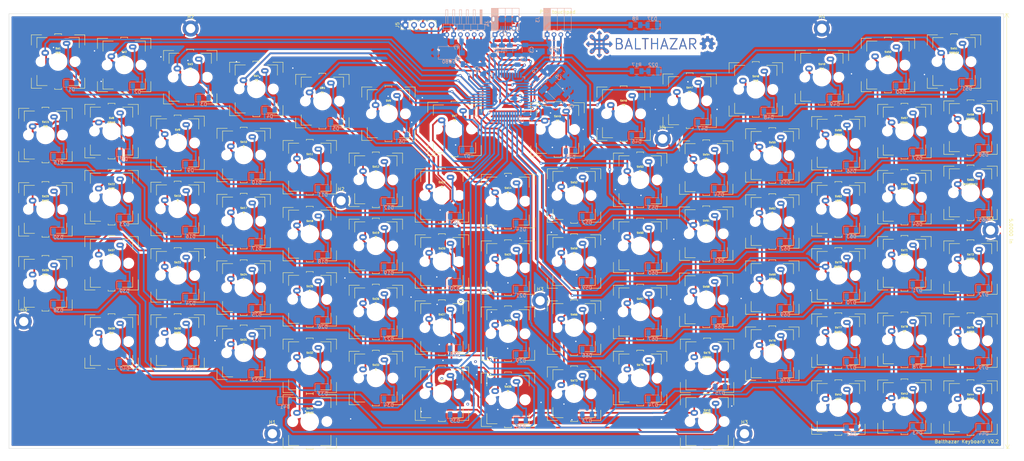
<source format=kicad_pcb>
(kicad_pcb (version 20171130) (host pcbnew 5.1.9+dfsg1-1+deb11u1)
  (title_block (title "Balthazar keyboard") (date 2022-10-03) (rev v0.2) (comment 1 "CERN OSHL"))
  (layers (0 F.Cu signal) (31 B.Cu signal) (34 B.Paste user) (35 F.Paste user) (36 B.SilkS user) (37 F.SilkS user) (38 B.Mask user) (39 F.Mask user) (44 Edge.Cuts user))
  (net 0 "")
  (net 1 col1)
  (net 2 "Net-(D1-Pad2)")
  (net 3 "Net-(D2-Pad2)")
  (net 4 "Net-(D3-Pad2)")
  (net 5 "Net-(D4-Pad2)")
  (net 6 "Net-(D5-Pad2)")
  (net 7 "Net-(D6-Pad2)")
  (net 8 "Net-(D7-Pad2)")
  (net 9 "Net-(D8-Pad2)")
  (net 10 col2)
  (net 11 "Net-(D9-Pad2)")
  (net 12 "Net-(D10-Pad2)")
  (net 13 "Net-(D11-Pad2)")
  (net 14 "Net-(D12-Pad2)")
  (net 15 "Net-(D13-Pad2)")
  (net 16 "Net-(D14-Pad2)")
  (net 17 col3)
  (net 18 "Net-(D15-Pad2)")
  (net 19 "Net-(D16-Pad2)")
  (net 20 "Net-(D17-Pad2)")
  (net 21 "Net-(D18-Pad2)")
  (net 22 "Net-(D19-Pad2)")
  (net 23 "Net-(D20-Pad2)")
  (net 24 "Net-(D21-Pad2)")
  (net 25 col4)
  (net 26 "Net-(D23-Pad2)")
  (net 27 "Net-(D24-Pad2)")
  (net 28 "Net-(D25-Pad2)")
  (net 29 "Net-(D26-Pad2)")
  (net 30 "Net-(D27-Pad2)")
  (net 31 "Net-(D28-Pad2)")
  (net 32 col5)
  (net 33 "Net-(D29-Pad2)")
  (net 34 "Net-(D30-Pad2)")
  (net 35 "Net-(D31-Pad2)")
  (net 36 "Net-(D32-Pad2)")
  (net 37 "Net-(D33-Pad2)")
  (net 38 "Net-(D34-Pad2)")
  (net 39 "Net-(D35-Pad2)")
  (net 40 col6)
  (net 41 "Net-(D36-Pad2)")
  (net 42 "Net-(D37-Pad2)")
  (net 43 "Net-(D38-Pad2)")
  (net 44 "Net-(D39-Pad2)")
  (net 45 "Net-(D40-Pad2)")
  (net 46 "Net-(D41-Pad2)")
  (net 47 "Net-(D42-Pad2)")
  (net 48 col7)
  (net 49 "Net-(D43-Pad2)")
  (net 50 "Net-(D44-Pad2)")
  (net 51 "Net-(D45-Pad2)")
  (net 52 "Net-(D46-Pad2)")
  (net 53 "Net-(D47-Pad2)")
  (net 54 "Net-(D48-Pad2)")
  (net 55 "Net-(D49-Pad2)")
  (net 56 "Net-(D50-Pad2)")
  (net 57 "Net-(D51-Pad2)")
  (net 58 "Net-(D52-Pad2)")
  (net 59 "Net-(D53-Pad2)")
  (net 60 "Net-(D54-Pad2)")
  (net 61 "Net-(D55-Pad2)")
  (net 62 "Net-(D56-Pad2)")
  (net 63 "Net-(D57-Pad2)")
  (net 64 "Net-(D58-Pad2)")
  (net 65 "Net-(D59-Pad2)")
  (net 66 "Net-(D60-Pad2)")
  (net 67 "Net-(D61-Pad2)")
  (net 68 "Net-(D62-Pad2)")
  (net 69 "Net-(D63-Pad2)")
  (net 70 "Net-(D64-Pad2)")
  (net 71 "Net-(D65-Pad2)")
  (net 72 "Net-(D66-Pad2)")
  (net 73 "Net-(D67-Pad2)")
  (net 74 "Net-(D68-Pad2)")
  (net 75 "Net-(D69-Pad2)")
  (net 76 "Net-(D70-Pad2)")
  (net 77 "Net-(D71-Pad2)")
  (net 78 "Net-(D72-Pad2)")
  (net 79 "Net-(D73-Pad2)")
  (net 80 "Net-(D74-Pad2)")
  (net 81 "Net-(D75-Pad2)")
  (net 82 "Net-(D76-Pad2)")
  (net 83 "Net-(D77-Pad2)")
  (net 84 row1)
  (net 85 row2)
  (net 86 row3)
  (net 87 row4)
  (net 88 row5)
  (net 89 row6)
  (net 90 row7)
  (net 91 GND)
  (net 92 "Net-(J1-Pad2)")
  (net 93 "Net-(J1-Pad3)")
  (net 94 "Net-(C1-Pad1)")
  (net 95 "Net-(C4-Pad1)")
  (net 96 "Net-(D78-Pad2)")
  (net 97 Vcc)
  (net 98 "Net-(C5-Pad1)")
  (net 99 "Net-(C6-Pad1)")
  (net 100 "Net-(R3-Pad2)")
  (net 101 "Net-(R4-Pad2)")
  (net 102 "Net-(D79-Pad2)")
  (net 103 "Net-(J4-Pad3)")
  (net 104 "Net-(J1-Pad1)")
  (net 105 "Net-(D22-Pad2)")
  (net 106 col11)
  (net 107 col10)
  (net 108 col9)
  (net 109 col8)
  (net 110 PS2data)
  (net 111 PS2clock)
  (net 112 RST)
  (net 113 "Net-(R17-Pad2)")
  (net 114 "Net-(J5-Pad3)")
  (net 115 "Net-(J5-Pad4)")
  (net 116 "Net-(J4-Pad1)")
  (net 117 "Net-(J4-Pad2)")
  (module Symbol:BALTHAZARlogo150 (layer F.Cu) (at 177.292 54.61)
    (fp_text reference G*** hide)
    (fp_text value LOGO hide)
    (fp_poly (pts (xy 0.153014 -3.749523) (xy 0.343166 -3.597679) (xy 0.53031 -3.398853) (xy 0.674303 -3.197429) (xy 0.735 -3.037789) (xy 0.730228 -3.002659) (xy 0.63278 -2.903033) (xy 0.464878 -2.913633) (xy 0.254 -2.96656) (xy 0.254 -2.207943) (xy 0.260621 -1.868107) (xy 0.27834 -1.598739) (xy 0.303939 -1.440004) (xy 0.3175 -1.415183) (xy 0.434347 -1.402395) (xy 0.652007 -1.410975) (xy 0.746391 -1.419609) (xy 0.955504 -1.451614) (xy 1.091335 -1.519201) (xy 1.20091 -1.66252) (xy 1.224696 -1.70977) (xy 1.818141 -1.70977) (xy 1.908052 -1.702344) (xy 2.052711 -1.771768) (xy 2.131166 -1.833456) (xy 2.247171 -1.983686) (xy 2.285812 -2.124448) (xy 2.234298 -2.199238) (xy 2.214455 -2.201333) (xy 2.104827 -2.138326) (xy 1.958294 -1.985436) (xy 1.828215 -1.799167) (xy 1.818141 -1.70977) (xy 1.224696 -1.70977) (xy 1.329049 -1.917055) (xy 1.574076 -2.334236) (xy 1.843819 -2.592926) (xy 2.150315 -2.703494) (xy 2.248939 -2.709333) (xy 2.514602 -2.636442) (xy 2.737891 -2.451696) (xy 2.865948 -2.205988) (xy 2.878667 -2.103021) (xy 2.816748 -1.949288) (xy 2.659297 -1.740118) (xy 2.448765 -1.518045) (xy 2.227608 -1.325602) (xy 2.038278 -1.20532) (xy 1.962684 -1.185333) (xy 1.750252 -1.10857) (xy 1.595072 -0.904874) (xy 1.525345 -0.614135) (xy 1.524 -0.564833) (xy 1.524 -0.254) (xy 2.249372 -0.254) (xy 2.599176 -0.256879) (xy 2.810098 -0.270241) (xy 2.912557 -0.301174) (xy 2.936969 -0.356764) (xy 2.924794 -0.41138) (xy 2.943132 -0.597379) (xy 3.007764 -0.679074) (xy 3.098522 -0.723869) (xy 3.207249 -0.690452) (xy 3.369866 -0.560529) (xy 3.517675 -0.419399) (xy 3.71493 -0.21555) (xy 3.851388 -0.054924) (xy 3.894667 0.01952) (xy 3.836739 0.131942) (xy 3.690789 0.310348) (xy 3.498561 0.512515) (xy 3.301803 0.696215) (xy 3.14226 0.819226) (xy 3.076893 0.846667) (xy 2.946778 0.779477) (xy 2.895842 0.631997) (xy 2.952091 0.485375) (xy 3.032604 0.37852) (xy 3.006799 0.310106) (xy 2.857561 0.274467) (xy 2.567771 0.265937) (xy 2.307167 0.27187) (xy 1.566333 0.296333) (xy 1.556776 0.702357) (xy 1.547219 1.10838) (xy 2.022443 1.342632) (xy 2.373548 1.561241) (xy 2.654068 1.823079) (xy 2.831897 2.092736) (xy 2.878667 2.286975) (xy 2.809779 2.469533) (xy 2.641047 2.663866) (xy 2.429364 2.81767) (xy 2.235067 2.878667) (xy 2.004902 2.807026) (xy 1.749001 2.617553) (xy 1.507483 2.348418) (xy 1.320465 2.037793) (xy 1.298639 1.987667) (xy 1.216564 1.821911) (xy 1.790533 1.821911) (xy 1.806359 1.909029) (xy 1.893972 2.06938) (xy 1.895483 2.071691) (xy 2.03574 2.223188) (xy 2.172518 2.283599) (xy 2.261898 2.244927) (xy 2.270291 2.13996) (xy 2.193561 2.020113) (xy 2.045937 1.899618) (xy 1.890232 1.820117) (xy 1.790533 1.821911) (xy 1.216564 1.821911) (xy 1.17685 1.741708) (xy 1.043685 1.613261) (xy 0.876288 1.558707) (xy 0.623533 1.519471) (xy 0.45673 1.533162) (xy 0.356618 1.625655) (xy 0.303934 1.822824) (xy 0.279416 2.150545) (xy 0.27172 2.370848) (xy 0.264269 2.746369) (xy 0.271589 2.974918) (xy 0.296209 3.078411) (xy 0.340655 3.078765) (xy 0.352153 3.06838) (xy 0.526639 2.970504) (xy 0.677877 3.01221) (xy 0.733791 3.096611) (xy 0.703868 3.246089) (xy 0.536892 3.476003) (xy 0.417172 3.604611) (xy 0.217358 3.800711) (xy 0.065091 3.936351) (xy 0 3.979333) (xy -0.080605 3.92355) (xy -0.241004 3.778338) (xy -0.417173 3.604611) (xy -0.635743 3.344829) (xy -0.73439 3.14328) (xy -0.711901 3.016477) (xy -0.567067 2.980931) (xy -0.461546 2.999135) (xy -0.247336 3.052899) (xy -0.271835 2.310569) (xy -0.291075 1.924259) (xy -0.332148 1.680886) (xy -0.416272 1.554054) (xy -0.56467 1.517367) (xy -0.798561 1.54443) (xy -0.876289 1.558707) (xy -1.059665 1.622688) (xy -1.189403 1.761259) (xy -1.29864 1.987667) (xy -1.472332 2.299556) (xy -1.706633 2.57718) (xy -1.961428 2.782239) (xy -2.196602 2.876434) (xy -2.231854 2.878667) (xy -2.459245 2.803817) (xy -2.657887 2.616011) (xy -2.778397 2.370364) (xy -2.794 2.25128) (xy -2.765675 2.13996) (xy -2.270292 2.13996) (xy -2.248881 2.26201) (xy -2.1456 2.278696) (xy -2.004367 2.198019) (xy -1.895483 2.071691) (xy -1.807105 1.910805) (xy -1.790159 1.822305) (xy -1.790533 1.821911) (xy -1.893515 1.821202) (xy -2.049752 1.902147) (xy -2.196429 2.023105) (xy -2.270292 2.13996) (xy -2.765675 2.13996) (xy -2.711077 1.925389) (xy -2.467287 1.626463) (xy -2.070095 1.363099) (xy -1.987022 1.322089) (xy -1.51481 1.098507) (xy -1.520109 1.016) (xy -1.025736 1.016) (xy -0.244264 1.016) (xy 0.244264 1.016) (xy 1.025736 1.016) (xy 0.999701 0.656167) (xy 0.975804 0.430801) (xy 0.915881 0.327105) (xy 0.772046 0.29783) (xy 0.635 0.296333) (xy 0.422307 0.304399) (xy 0.320681 0.360095) (xy 0.282235 0.51067) (xy 0.270298 0.656167) (xy 0.244264 1.016) (xy -0.244264 1.016) (xy -0.270299 0.656167) (xy -0.294196 0.430801) (xy -0.354119 0.327105) (xy -0.497954 0.29783) (xy -0.635 0.296333) (xy -0.847693 0.304399) (xy -0.949319 0.360095) (xy -0.987765 0.51067) (xy -0.999702 0.656167) (xy -1.025736 1.016) (xy -1.520109 1.016) (xy -1.540572 0.69742) (xy -1.566333 0.296333) (xy -2.307167 0.27187) (xy -2.693666 0.266313) (xy -2.928898 0.284316) (xy -3.029979 0.331547) (xy -3.014026 0.413672) (xy -2.952091 0.485375) (xy -2.895843 0.632023) (xy -2.946794 0.779497) (xy -3.076893 0.846667) (xy -3.193628 0.788133) (xy -3.376911 0.636033) (xy -3.551056 0.461224) (xy -3.906344 0.075782) (xy -3.588885 -0.279609) (xy -3.398254 -0.486355) (xy -3.244925 -0.640857) (xy -3.183719 -0.693657) (xy -3.052729 -0.703858) (xy -2.946726 -0.602526) (xy -2.916863 -0.445425) (xy -2.924794 -0.41138) (xy -2.935676 -0.335287) (xy -2.888907 -0.288604) (xy -2.754068 -0.264244) (xy -2.500743 -0.255119) (xy -2.249372 -0.254) (xy -1.524 -0.254) (xy -1.524 -0.586619) (xy -1.526693 -0.602542) (xy -1.016 -0.602542) (xy -1.016 -0.254) (xy -0.635 -0.254) (xy -0.400897 -0.260326) (xy -0.290042 -0.3032) (xy -0.25635 -0.418464) (xy -0.254 -0.550333) (xy 0.254 -0.550333) (xy 0.262133 -0.368253) (xy 0.317256 -0.282033) (xy 0.465453 -0.255828) (xy 0.635 -0.254) (xy 1.016 -0.254) (xy 1.016 -0.601725) (xy 1.004098 -0.821201) (xy 0.958228 -0.906118) (xy 0.882075 -0.898059) (xy 0.699528 -0.859763) (xy 0.501075 -0.846667) (xy 0.334962 -0.829424) (xy 0.266835 -0.743569) (xy 0.254 -0.550333) (xy -0.254 -0.550333) (xy -0.271223 -0.752333) (xy -0.343513 -0.835036) (xy -0.4445 -0.847823) (xy -0.689702 -0.871857) (xy -0.8255 -0.900031) (xy -0.946173 -0.916511) (xy -1.001107 -0.852694) (xy -1.015686 -0.668937) (xy -1.016 -0.602542) (xy -1.526693 -0.602542) (xy -1.577468 -0.902645) (xy -1.72578 -1.110715) (xy -1.949816 -1.185333) (xy -2.097335 -1.240974) (xy -2.305633 -1.383967) (xy -2.451768 -1.510891) (xy -2.665137 -1.739457) (xy -2.768592 -1.932984) (xy -2.794 -2.132768) (xy -2.791532 -2.1441) (xy -2.283001 -2.1441) (xy -2.252968 -2.006011) (xy -2.145878 -1.848167) (xy -2.000212 -1.735601) (xy -1.858841 -1.691425) (xy -1.780813 -1.731175) (xy -1.778 -1.751377) (xy -1.834317 -1.856559) (xy -1.964572 -2.006352) (xy -2.110719 -2.141138) (xy -2.214713 -2.201301) (xy -2.216092 -2.201333) (xy -2.283001 -2.1441) (xy -2.791532 -2.1441) (xy -2.727012 -2.440238) (xy -2.536165 -2.637555) (xy -2.236635 -2.709283) (xy -2.227251 -2.709334) (xy -1.915806 -2.63577) (xy -1.635237 -2.41005) (xy -1.376931 -2.024631) (xy -1.321458 -1.916071) (xy -1.18932 -1.660236) (xy -1.08001 -1.519368) (xy -0.94535 -1.45471) (xy -0.73716 -1.427502) (xy -0.711557 -1.425437) (xy -0.474088 -1.4144) (xy -0.318201 -1.421848) (xy -0.290363 -1.431193) (xy -0.274149 -1.526538) (xy -0.261659 -1.750609) (xy -0.254772 -2.062808) (xy -0.254 -2.217058) (xy -0.254 -2.96656) (xy -0.464878 -2.913633) (xy -0.646969 -2.907794) (xy -0.730228 -3.002659) (xy -0.704813 -3.139454) (xy -0.583204 -3.332293) (xy -0.405546 -3.536793) (xy -0.211984 -3.70857) (xy -0.042661 -3.80324) (xy 0 -3.81) (xy 0.153014 -3.749523)) (layer F.Cu) (width 0.01))
  )
  (module Symbol:OSHW-Logo_Copper (layer B.Cu) (at 208.915 55.245 180)
    (fp_text reference REF** hide)
    (fp_text value OSHW-Logo_Copper hide)
    (fp_poly (pts (xy 0.376964 2.709982) (xy 0.433812 2.40843) (xy 0.853338 2.235488) (xy 1.104984 2.406605) (xy 1.175458 2.45425) (xy 1.239163 2.49679) (xy 1.293126 2.532285) (xy 1.334373 2.55879) (xy 1.359934 2.574364) (xy 1.366895 2.577722) (xy 1.379435 2.569086) (xy 1.406231 2.545208) (xy 1.44428 2.509141) (xy 1.490579 2.463933) (xy 1.542123 2.412636) (xy 1.595909 2.358299) (xy 1.648935 2.303972) (xy 1.698195 2.252705) (xy 1.740687 2.207549) (xy 1.773407 2.171554) (xy 1.793351 2.14777) (xy 1.798119 2.13981) (xy 1.791257 2.125135) (xy 1.77202 2.092986) (xy 1.74243 2.046508) (xy 1.70451 1.988844) (xy 1.660282 1.92314) (xy 1.634654 1.885664) (xy 1.587941 1.817232) (xy 1.546432 1.75548) (xy 1.51214 1.703481) (xy 1.48708 1.664308) (xy 1.473264 1.641035) (xy 1.471188 1.636145) (xy 1.475895 1.622245) (xy 1.488723 1.58985) (xy 1.507738 1.543515) (xy 1.531003 1.487794) (xy 1.556584 1.427242) (xy 1.582545 1.366414) (xy 1.60695 1.309864) (xy 1.627863 1.262148) (xy 1.643349 1.227819) (xy 1.651472 1.211432) (xy 1.651952 1.210788) (xy 1.664707 1.207659) (xy 1.698677 1.200679) (xy 1.75034 1.190533) (xy 1.816176 1.177908) (xy 1.892664 1.163491) (xy 1.93729 1.155177) (xy 2.019021 1.139616) (xy 2.092843 1.124808) (xy 2.155021 1.111564) (xy 2.201822 1.100695) (xy 2.229509 1.093011) (xy 2.235074 1.090573) (xy 2.240526 1.07407) (xy 2.244924 1.0368) (xy 2.248272 0.98312) (xy 2.250574 0.917388) (xy 2.251832 0.843963) (xy 2.252048 0.767204) (xy 2.251227 0.691468) (xy 2.249371 0.621114) (xy 2.246482 0.5605) (xy 2.242565 0.513984) (xy 2.237622 0.485925) (xy 2.234657 0.480084) (xy 2.216934 0.473083) (xy 2.179381 0.463073) (xy 2.126964 0.451231) (xy 2.064652 0.438733) (xy 2.0429 0.43469) (xy 1.938024 0.41548) (xy 1.85518 0.400009) (xy 1.79163 0.387663) (xy 1.744637 0.377827) (xy 1.711463 0.369886) (xy 1.689371 0.363224) (xy 1.675624 0.357227) (xy 1.667484 0.351281) (xy 1.666345 0.350106) (xy 1.654977 0.331174) (xy 1.637635 0.294331) (xy 1.61605 0.244087) (xy 1.591954 0.184954) (xy 1.567079 0.121444) (xy 1.543157 0.058068) (xy 1.521919 -0.000662) (xy 1.505097 -0.050235) (xy 1.494422 -0.086139) (xy 1.491627 -0.103862) (xy 1.49186 -0.104483) (xy 1.501331 -0.11897) (xy 1.522818 -0.150844) (xy 1.554063 -0.196789) (xy 1.592807 -0.253485) (xy 1.636793 -0.317617) (xy 1.649319 -0.335842) (xy 1.693984 -0.401914) (xy 1.733288 -0.4622) (xy 1.765088 -0.513235) (xy 1.787245 -0.55156) (xy 1.797617 -0.573711) (xy 1.798119 -0.576432) (xy 1.789405 -0.590736) (xy 1.765325 -0.619072) (xy 1.728976 -0.658396) (xy 1.683453 -0.705661) (xy 1.631852 -0.757823) (xy 1.577267 -0.811835) (xy 1.522794 -0.864653) (xy 1.471529 -0.913231) (xy 1.426567 -0.954523) (xy 1.391004 -0.985485) (xy 1.367935 -1.00307) (xy 1.361554 -1.005941) (xy 1.346699 -0.999178) (xy 1.316286 -0.980939) (xy 1.275268 -0.954297) (xy 1.243709 -0.932852) (xy 1.186525 -0.893503) (xy 1.118806 -0.847171) (xy 1.05088 -0.800913) (xy 1.014361 -0.776155) (xy 0.890752 -0.692547) (xy 0.786991 -0.74865) (xy 0.73972 -0.773228) (xy 0.699523 -0.792331) (xy 0.672326 -0.803227) (xy 0.665402 -0.804743) (xy 0.657077 -0.793549) (xy 0.640654 -0.761917) (xy 0.617357 -0.712765) (xy 0.588414 -0.64901) (xy 0.55505 -0.573571) (xy 0.518491 -0.489364) (xy 0.479964 -0.399308) (xy 0.440694 -0.306321) (xy 0.401908 -0.21332) (xy 0.36483 -0.123223) (xy 0.330689 -0.038948) (xy 0.300708 0.036587) (xy 0.276116 0.100466) (xy 0.258136 0.149769) (xy 0.247997 0.181579) (xy 0.246366 0.192504) (xy 0.259291 0.206439) (xy 0.287589 0.22906) (xy 0.325346 0.255667) (xy 0.328515 0.257772) (xy 0.4261 0.335886) (xy 0.504786 0.427018) (xy 0.563891 0.528255) (xy 0.602732 0.636682) (xy 0.620628 0.749386) (xy 0.616897 0.863452) (xy 0.590857 0.975966) (xy 0.541825 1.084015) (xy 0.5274 1.107655) (xy 0.452369 1.203113) (xy 0.36373 1.279768) (xy 0.264549 1.33722) (xy 0.157895 1.375071) (xy 0.046836 1.392922) (xy -0.065561 1.390375) (xy -0.176227 1.36703) (xy -0.282094 1.32249) (xy -0.380095 1.256355) (xy -0.41041 1.229513) (xy -0.487562 1.145488) (xy -0.543782 1.057034) (xy -0.582347 0.957885) (xy -0.603826 0.859697) (xy -0.609128 0.749303) (xy -0.591448 0.63836) (xy -0.552581 0.530619) (xy -0.494323 0.429831) (xy -0.418469 0.339744) (xy -0.326817 0.264108) (xy -0.314772 0.256136) (xy -0.276611 0.230026) (xy -0.247601 0.207405) (xy -0.233732 0.192961) (xy -0.233531 0.192504) (xy -0.236508 0.176879) (xy -0.248311 0.141418) (xy -0.267714 0.089038) (xy -0.293488 0.022655) (xy -0.324409 -0.054814) (xy -0.359249 -0.14045) (xy -0.396783 -0.231337) (xy -0.435783 -0.324559) (xy -0.475023 -0.417197) (xy -0.513276 -0.506335) (xy -0.549317 -0.589055) (xy -0.581917 -0.662441) (xy -0.609852 -0.723575) (xy -0.631895 -0.769541) (xy -0.646818 -0.797421) (xy -0.652828 -0.804743) (xy -0.671191 -0.799041) (xy -0.705552 -0.783749) (xy -0.749984 -0.761599) (xy -0.774417 -0.74865) (xy -0.878178 -0.692547) (xy -1.001787 -0.776155) (xy -1.064886 -0.818987) (xy -1.13397 -0.866122) (xy -1.198707 -0.910503) (xy -1.231134 -0.932852) (xy -1.276741 -0.963477) (xy -1.31536 -0.987747) (xy -1.341952 -1.002587) (xy -1.35059 -1.005724) (xy -1.363161 -0.997261) (xy -1.390984 -0.973636) (xy -1.431361 -0.937302) (xy -1.481595 -0.890711) (xy -1.538988 -0.836317) (xy -1.575286 -0.801392) (xy -1.63879 -0.738996) (xy -1.693673 -0.683188) (xy -1.737714 -0.636354) (xy -1.768695 -0.600882) (xy -1.784398 -0.579161) (xy -1.785905 -0.574752) (xy -1.778914 -0.557985) (xy -1.759594 -0.524082) (xy -1.730091 -0.476476) (xy -1.692545 -0.418599) (xy -1.6491 -0.353884) (xy -1.636745 -0.335842) (xy -1.591727 -0.270267) (xy -1.55134 -0.211228) (xy -1.51784 -0.162042) (xy -1.493486 -0.126028) (xy -1.480536 -0.106502) (xy -1.479285 -0.104483) (xy -1.481156 -0.088922) (xy -1.491087 -0.054709) (xy -1.507347 -0.006355) (xy -1.528205 0.051629) (xy -1.551927 0.11473) (xy -1.576784 0.178437) (xy -1.601042 0.238239) (xy -1.622971 0.289624) (xy -1.640838 0.328081) (xy -1.652913 0.349098) (xy -1.653771 0.350106) (xy -1.661154 0.356112) (xy -1.673625 0.362052) (xy -1.69392 0.36854) (xy -1.724778 0.376191) (xy -1.768934 0.38562) (xy -1.829126 0.397441) (xy -1.908093 0.412271) (xy -2.00857 0.430723) (xy -2.030325 0.43469) (xy -2.094802 0.447147) (xy -2.151011 0.459334) (xy -2.193987 0.470074) (xy -2.21876 0.478191) (xy -2.222082 0.480084) (xy -2.227556 0.496862) (xy -2.232006 0.534355) (xy -2.235428 0.588206) (xy -2.237819 0.654056) (xy -2.239177 0.727547) (xy -2.239499 0.80432) (xy -2.238781 0.880017) (xy -2.237021 0.95028) (xy -2.234216 1.01075) (xy -2.230362 1.05707) (xy -2.225457 1.084881) (xy -2.2225 1.090573) (xy -2.206037 1.096314) (xy -2.168551 1.105655) (xy -2.113775 1.117785) (xy -2.045445 1.131893) (xy -1.967294 1.14717) (xy -1.924716 1.155177) (xy -1.843929 1.170279) (xy -1.771887 1.18396) (xy -1.712111 1.195533) (xy -1.668121 1.204313) (xy -1.643439 1.209613) (xy -1.639377 1.210788) (xy -1.632511 1.224035) (xy -1.617998 1.255943) (xy -1.597771 1.301953) (xy -1.573766 1.357508) (xy -1.547918 1.418047) (xy -1.52216 1.479014) (xy -1.498427 1.535849) (xy -1.478654 1.583994) (xy -1.464776 1.61889) (xy -1.458726 1.635979) (xy -1.458614 1.636726) (xy -1.465472 1.650207) (xy -1.484698 1.68123) (xy -1.514272 1.726711) (xy -1.552173 1.783568) (xy -1.59638 1.848717) (xy -1.622079 1.886138) (xy -1.668907 1.954753) (xy -1.710499 2.017048) (xy -1.744825 2.069871) (xy -1.769857 2.110073) (xy -1.783565 2.1345) (xy -1.785544 2.139976) (xy -1.777034 2.152722) (xy -1.753507 2.179937) (xy -1.717968 2.218572) (xy -1.673423 2.265577) (xy -1.622877 2.317905) (xy -1.569336 2.372505) (xy -1.515805 2.42633) (xy -1.465289 2.47633) (xy -1.420794 2.519457) (xy -1.385325 2.552661) (xy -1.361887 2.572894) (xy -1.354046 2.577722) (xy -1.34128 2.570933) (xy -1.310744 2.551858) (xy -1.26541 2.522439) (xy -1.208244 2.484619) (xy -1.142216 2.440339) (xy -1.09241 2.406605) (xy -0.840764 2.235488) (xy -0.631001 2.321959) (xy -0.421237 2.40843) (xy -0.364389 2.709982) (xy -0.30754 3.011534) (xy 0.320115 3.011534) (xy 0.376964 2.709982)) (layer B.Cu) (width 0.01))
  )
  (module Symbol:OSHW-Logo_Copper (layer F.Cu) (at 208.915 55.245)
    (fp_text reference REF** hide)
    (fp_text value OSHW-Logo_Copper hide)
    (fp_poly (pts (xy 0.376964 -2.709982) (xy 0.433812 -2.40843) (xy 0.853338 -2.235488) (xy 1.104984 -2.406605) (xy 1.175458 -2.45425) (xy 1.239163 -2.49679) (xy 1.293126 -2.532285) (xy 1.334373 -2.55879) (xy 1.359934 -2.574364) (xy 1.366895 -2.577722) (xy 1.379435 -2.569086) (xy 1.406231 -2.545208) (xy 1.44428 -2.509141) (xy 1.490579 -2.463933) (xy 1.542123 -2.412636) (xy 1.595909 -2.358299) (xy 1.648935 -2.303972) (xy 1.698195 -2.252705) (xy 1.740687 -2.207549) (xy 1.773407 -2.171554) (xy 1.793351 -2.14777) (xy 1.798119 -2.13981) (xy 1.791257 -2.125135) (xy 1.77202 -2.092986) (xy 1.74243 -2.046508) (xy 1.70451 -1.988844) (xy 1.660282 -1.92314) (xy 1.634654 -1.885664) (xy 1.587941 -1.817232) (xy 1.546432 -1.75548) (xy 1.51214 -1.703481) (xy 1.48708 -1.664308) (xy 1.473264 -1.641035) (xy 1.471188 -1.636145) (xy 1.475895 -1.622245) (xy 1.488723 -1.58985) (xy 1.507738 -1.543515) (xy 1.531003 -1.487794) (xy 1.556584 -1.427242) (xy 1.582545 -1.366414) (xy 1.60695 -1.309864) (xy 1.627863 -1.262148) (xy 1.643349 -1.227819) (xy 1.651472 -1.211432) (xy 1.651952 -1.210788) (xy 1.664707 -1.207659) (xy 1.698677 -1.200679) (xy 1.75034 -1.190533) (xy 1.816176 -1.177908) (xy 1.892664 -1.163491) (xy 1.93729 -1.155177) (xy 2.019021 -1.139616) (xy 2.092843 -1.124808) (xy 2.155021 -1.111564) (xy 2.201822 -1.100695) (xy 2.229509 -1.093011) (xy 2.235074 -1.090573) (xy 2.240526 -1.07407) (xy 2.244924 -1.0368) (xy 2.248272 -0.98312) (xy 2.250574 -0.917388) (xy 2.251832 -0.843963) (xy 2.252048 -0.767204) (xy 2.251227 -0.691468) (xy 2.249371 -0.621114) (xy 2.246482 -0.5605) (xy 2.242565 -0.513984) (xy 2.237622 -0.485925) (xy 2.234657 -0.480084) (xy 2.216934 -0.473083) (xy 2.179381 -0.463073) (xy 2.126964 -0.451231) (xy 2.064652 -0.438733) (xy 2.0429 -0.43469) (xy 1.938024 -0.41548) (xy 1.85518 -0.400009) (xy 1.79163 -0.387663) (xy 1.744637 -0.377827) (xy 1.711463 -0.369886) (xy 1.689371 -0.363224) (xy 1.675624 -0.357227) (xy 1.667484 -0.351281) (xy 1.666345 -0.350106) (xy 1.654977 -0.331174) (xy 1.637635 -0.294331) (xy 1.61605 -0.244087) (xy 1.591954 -0.184954) (xy 1.567079 -0.121444) (xy 1.543157 -0.058068) (xy 1.521919 0.000662) (xy 1.505097 0.050235) (xy 1.494422 0.086139) (xy 1.491627 0.103862) (xy 1.49186 0.104483) (xy 1.501331 0.11897) (xy 1.522818 0.150844) (xy 1.554063 0.196789) (xy 1.592807 0.253485) (xy 1.636793 0.317617) (xy 1.649319 0.335842) (xy 1.693984 0.401914) (xy 1.733288 0.4622) (xy 1.765088 0.513235) (xy 1.787245 0.55156) (xy 1.797617 0.573711) (xy 1.798119 0.576432) (xy 1.789405 0.590736) (xy 1.765325 0.619072) (xy 1.728976 0.658396) (xy 1.683453 0.705661) (xy 1.631852 0.757823) (xy 1.577267 0.811835) (xy 1.522794 0.864653) (xy 1.471529 0.913231) (xy 1.426567 0.954523) (xy 1.391004 0.985485) (xy 1.367935 1.00307) (xy 1.361554 1.005941) (xy 1.346699 0.999178) (xy 1.316286 0.980939) (xy 1.275268 0.954297) (xy 1.243709 0.932852) (xy 1.186525 0.893503) (xy 1.118806 0.847171) (xy 1.05088 0.800913) (xy 1.014361 0.776155) (xy 0.890752 0.692547) (xy 0.786991 0.74865) (xy 0.73972 0.773228) (xy 0.699523 0.792331) (xy 0.672326 0.803227) (xy 0.665402 0.804743) (xy 0.657077 0.793549) (xy 0.640654 0.761917) (xy 0.617357 0.712765) (xy 0.588414 0.64901) (xy 0.55505 0.573571) (xy 0.518491 0.489364) (xy 0.479964 0.399308) (xy 0.440694 0.306321) (xy 0.401908 0.21332) (xy 0.36483 0.123223) (xy 0.330689 0.038948) (xy 0.300708 -0.036587) (xy 0.276116 -0.100466) (xy 0.258136 -0.149769) (xy 0.247997 -0.181579) (xy 0.246366 -0.192504) (xy 0.259291 -0.206439) (xy 0.287589 -0.22906) (xy 0.325346 -0.255667) (xy 0.328515 -0.257772) (xy 0.4261 -0.335886) (xy 0.504786 -0.427018) (xy 0.563891 -0.528255) (xy 0.602732 -0.636682) (xy 0.620628 -0.749386) (xy 0.616897 -0.863452) (xy 0.590857 -0.975966) (xy 0.541825 -1.084015) (xy 0.5274 -1.107655) (xy 0.452369 -1.203113) (xy 0.36373 -1.279768) (xy 0.264549 -1.33722) (xy 0.157895 -1.375071) (xy 0.046836 -1.392922) (xy -0.065561 -1.390375) (xy -0.176227 -1.36703) (xy -0.282094 -1.32249) (xy -0.380095 -1.256355) (xy -0.41041 -1.229513) (xy -0.487562 -1.145488) (xy -0.543782 -1.057034) (xy -0.582347 -0.957885) (xy -0.603826 -0.859697) (xy -0.609128 -0.749303) (xy -0.591448 -0.63836) (xy -0.552581 -0.530619) (xy -0.494323 -0.429831) (xy -0.418469 -0.339744) (xy -0.326817 -0.264108) (xy -0.314772 -0.256136) (xy -0.276611 -0.230026) (xy -0.247601 -0.207405) (xy -0.233732 -0.192961) (xy -0.233531 -0.192504) (xy -0.236508 -0.176879) (xy -0.248311 -0.141418) (xy -0.267714 -0.089038) (xy -0.293488 -0.022655) (xy -0.324409 0.054814) (xy -0.359249 0.14045) (xy -0.396783 0.231337) (xy -0.435783 0.324559) (xy -0.475023 0.417197) (xy -0.513276 0.506335) (xy -0.549317 0.589055) (xy -0.581917 0.662441) (xy -0.609852 0.723575) (xy -0.631895 0.769541) (xy -0.646818 0.797421) (xy -0.652828 0.804743) (xy -0.671191 0.799041) (xy -0.705552 0.783749) (xy -0.749984 0.761599) (xy -0.774417 0.74865) (xy -0.878178 0.692547) (xy -1.001787 0.776155) (xy -1.064886 0.818987) (xy -1.13397 0.866122) (xy -1.198707 0.910503) (xy -1.231134 0.932852) (xy -1.276741 0.963477) (xy -1.31536 0.987747) (xy -1.341952 1.002587) (xy -1.35059 1.005724) (xy -1.363161 0.997261) (xy -1.390984 0.973636) (xy -1.431361 0.937302) (xy -1.481595 0.890711) (xy -1.538988 0.836317) (xy -1.575286 0.801392) (xy -1.63879 0.738996) (xy -1.693673 0.683188) (xy -1.737714 0.636354) (xy -1.768695 0.600882) (xy -1.784398 0.579161) (xy -1.785905 0.574752) (xy -1.778914 0.557985) (xy -1.759594 0.524082) (xy -1.730091 0.476476) (xy -1.692545 0.418599) (xy -1.6491 0.353884) (xy -1.636745 0.335842) (xy -1.591727 0.270267) (xy -1.55134 0.211228) (xy -1.51784 0.162042) (xy -1.493486 0.126028) (xy -1.480536 0.106502) (xy -1.479285 0.104483) (xy -1.481156 0.088922) (xy -1.491087 0.054709) (xy -1.507347 0.006355) (xy -1.528205 -0.051629) (xy -1.551927 -0.11473) (xy -1.576784 -0.178437) (xy -1.601042 -0.238239) (xy -1.622971 -0.289624) (xy -1.640838 -0.328081) (xy -1.652913 -0.349098) (xy -1.653771 -0.350106) (xy -1.661154 -0.356112) (xy -1.673625 -0.362052) (xy -1.69392 -0.36854) (xy -1.724778 -0.376191) (xy -1.768934 -0.38562) (xy -1.829126 -0.397441) (xy -1.908093 -0.412271) (xy -2.00857 -0.430723) (xy -2.030325 -0.43469) (xy -2.094802 -0.447147) (xy -2.151011 -0.459334) (xy -2.193987 -0.470074) (xy -2.21876 -0.478191) (xy -2.222082 -0.480084) (xy -2.227556 -0.496862) (xy -2.232006 -0.534355) (xy -2.235428 -0.588206) (xy -2.237819 -0.654056) (xy -2.239177 -0.727547) (xy -2.239499 -0.80432) (xy -2.238781 -0.880017) (xy -2.237021 -0.95028) (xy -2.234216 -1.01075) (xy -2.230362 -1.05707) (xy -2.225457 -1.084881) (xy -2.2225 -1.090573) (xy -2.206037 -1.096314) (xy -2.168551 -1.105655) (xy -2.113775 -1.117785) (xy -2.045445 -1.131893) (xy -1.967294 -1.14717) (xy -1.924716 -1.155177) (xy -1.843929 -1.170279) (xy -1.771887 -1.18396) (xy -1.712111 -1.195533) (xy -1.668121 -1.204313) (xy -1.643439 -1.209613) (xy -1.639377 -1.210788) (xy -1.632511 -1.224035) (xy -1.617998 -1.255943) (xy -1.597771 -1.301953) (xy -1.573766 -1.357508) (xy -1.547918 -1.418047) (xy -1.52216 -1.479014) (xy -1.498427 -1.535849) (xy -1.478654 -1.583994) (xy -1.464776 -1.61889) (xy -1.458726 -1.635979) (xy -1.458614 -1.636726) (xy -1.465472 -1.650207) (xy -1.484698 -1.68123) (xy -1.514272 -1.726711) (xy -1.552173 -1.783568) (xy -1.59638 -1.848717) (xy -1.622079 -1.886138) (xy -1.668907 -1.954753) (xy -1.710499 -2.017048) (xy -1.744825 -2.069871) (xy -1.769857 -2.110073) (xy -1.783565 -2.1345) (xy -1.785544 -2.139976) (xy -1.777034 -2.152722) (xy -1.753507 -2.179937) (xy -1.717968 -2.218572) (xy -1.673423 -2.265577) (xy -1.622877 -2.317905) (xy -1.569336 -2.372505) (xy -1.515805 -2.42633) (xy -1.465289 -2.47633) (xy -1.420794 -2.519457) (xy -1.385325 -2.552661) (xy -1.361887 -2.572894) (xy -1.354046 -2.577722) (xy -1.34128 -2.570933) (xy -1.310744 -2.551858) (xy -1.26541 -2.522439) (xy -1.208244 -2.484619) (xy -1.142216 -2.440339) (xy -1.09241 -2.406605) (xy -0.840764 -2.235488) (xy -0.631001 -2.321959) (xy -0.421237 -2.40843) (xy -0.364389 -2.709982) (xy -0.30754 -3.011534) (xy 0.320115 -3.011534) (xy 0.376964 -2.709982)) (layer F.Cu) (width 0.01))
  )
  (module Symbol:BALTHAZARlogo150 (layer B.Cu) (at 177.292 54.61)
    (fp_text reference G*** hide)
    (fp_text value LOGO hide)
    (fp_poly (pts (xy 0.153014 3.749523) (xy 0.343166 3.597679) (xy 0.53031 3.398853) (xy 0.674303 3.197429) (xy 0.735 3.037789) (xy 0.730228 3.002659) (xy 0.63278 2.903033) (xy 0.464878 2.913633) (xy 0.254 2.96656) (xy 0.254 2.207943) (xy 0.260621 1.868107) (xy 0.27834 1.598739) (xy 0.303939 1.440004) (xy 0.3175 1.415183) (xy 0.434347 1.402395) (xy 0.652007 1.410975) (xy 0.746391 1.419609) (xy 0.955504 1.451614) (xy 1.091335 1.519201) (xy 1.20091 1.66252) (xy 1.224696 1.70977) (xy 1.818141 1.70977) (xy 1.908052 1.702344) (xy 2.052711 1.771768) (xy 2.131166 1.833456) (xy 2.247171 1.983686) (xy 2.285812 2.124448) (xy 2.234298 2.199238) (xy 2.214455 2.201333) (xy 2.104827 2.138326) (xy 1.958294 1.985436) (xy 1.828215 1.799167) (xy 1.818141 1.70977) (xy 1.224696 1.70977) (xy 1.329049 1.917055) (xy 1.574076 2.334236) (xy 1.843819 2.592926) (xy 2.150315 2.703494) (xy 2.248939 2.709333) (xy 2.514602 2.636442) (xy 2.737891 2.451696) (xy 2.865948 2.205988) (xy 2.878667 2.103021) (xy 2.816748 1.949288) (xy 2.659297 1.740118) (xy 2.448765 1.518045) (xy 2.227608 1.325602) (xy 2.038278 1.20532) (xy 1.962684 1.185333) (xy 1.750252 1.10857) (xy 1.595072 0.904874) (xy 1.525345 0.614135) (xy 1.524 0.564833) (xy 1.524 0.254) (xy 2.249372 0.254) (xy 2.599176 0.256879) (xy 2.810098 0.270241) (xy 2.912557 0.301174) (xy 2.936969 0.356764) (xy 2.924794 0.41138) (xy 2.943132 0.597379) (xy 3.007764 0.679074) (xy 3.098522 0.723869) (xy 3.207249 0.690452) (xy 3.369866 0.560529) (xy 3.517675 0.419399) (xy 3.71493 0.21555) (xy 3.851388 0.054924) (xy 3.894667 -0.01952) (xy 3.836739 -0.131942) (xy 3.690789 -0.310348) (xy 3.498561 -0.512515) (xy 3.301803 -0.696215) (xy 3.14226 -0.819226) (xy 3.076893 -0.846667) (xy 2.946778 -0.779477) (xy 2.895842 -0.631997) (xy 2.952091 -0.485375) (xy 3.032604 -0.37852) (xy 3.006799 -0.310106) (xy 2.857561 -0.274467) (xy 2.567771 -0.265937) (xy 2.307167 -0.27187) (xy 1.566333 -0.296333) (xy 1.556776 -0.702357) (xy 1.547219 -1.10838) (xy 2.022443 -1.342632) (xy 2.373548 -1.561241) (xy 2.654068 -1.823079) (xy 2.831897 -2.092736) (xy 2.878667 -2.286975) (xy 2.809779 -2.469533) (xy 2.641047 -2.663866) (xy 2.429364 -2.81767) (xy 2.235067 -2.878667) (xy 2.004902 -2.807026) (xy 1.749001 -2.617553) (xy 1.507483 -2.348418) (xy 1.320465 -2.037793) (xy 1.298639 -1.987667) (xy 1.216564 -1.821911) (xy 1.790533 -1.821911) (xy 1.806359 -1.909029) (xy 1.893972 -2.06938) (xy 1.895483 -2.071691) (xy 2.03574 -2.223188) (xy 2.172518 -2.283599) (xy 2.261898 -2.244927) (xy 2.270291 -2.13996) (xy 2.193561 -2.020113) (xy 2.045937 -1.899618) (xy 1.890232 -1.820117) (xy 1.790533 -1.821911) (xy 1.216564 -1.821911) (xy 1.17685 -1.741708) (xy 1.043685 -1.613261) (xy 0.876288 -1.558707) (xy 0.623533 -1.519471) (xy 0.45673 -1.533162) (xy 0.356618 -1.625655) (xy 0.303934 -1.822824) (xy 0.279416 -2.150545) (xy 0.27172 -2.370848) (xy 0.264269 -2.746369) (xy 0.271589 -2.974918) (xy 0.296209 -3.078411) (xy 0.340655 -3.078765) (xy 0.352153 -3.06838) (xy 0.526639 -2.970504) (xy 0.677877 -3.01221) (xy 0.733791 -3.096611) (xy 0.703868 -3.246089) (xy 0.536892 -3.476003) (xy 0.417172 -3.604611) (xy 0.217358 -3.800711) (xy 0.065091 -3.936351) (xy 0 -3.979333) (xy -0.080605 -3.92355) (xy -0.241004 -3.778338) (xy -0.417173 -3.604611) (xy -0.635743 -3.344829) (xy -0.73439 -3.14328) (xy -0.711901 -3.016477) (xy -0.567067 -2.980931) (xy -0.461546 -2.999135) (xy -0.247336 -3.052899) (xy -0.271835 -2.310569) (xy -0.291075 -1.924259) (xy -0.332148 -1.680886) (xy -0.416272 -1.554054) (xy -0.56467 -1.517367) (xy -0.798561 -1.54443) (xy -0.876289 -1.558707) (xy -1.059665 -1.622688) (xy -1.189403 -1.761259) (xy -1.29864 -1.987667) (xy -1.472332 -2.299556) (xy -1.706633 -2.57718) (xy -1.961428 -2.782239) (xy -2.196602 -2.876434) (xy -2.231854 -2.878667) (xy -2.459245 -2.803817) (xy -2.657887 -2.616011) (xy -2.778397 -2.370364) (xy -2.794 -2.25128) (xy -2.765675 -2.13996) (xy -2.270292 -2.13996) (xy -2.248881 -2.26201) (xy -2.1456 -2.278696) (xy -2.004367 -2.198019) (xy -1.895483 -2.071691) (xy -1.807105 -1.910805) (xy -1.790159 -1.822305) (xy -1.790533 -1.821911) (xy -1.893515 -1.821202) (xy -2.049752 -1.902147) (xy -2.196429 -2.023105) (xy -2.270292 -2.13996) (xy -2.765675 -2.13996) (xy -2.711077 -1.925389) (xy -2.467287 -1.626463) (xy -2.070095 -1.363099) (xy -1.987022 -1.322089) (xy -1.51481 -1.098507) (xy -1.520109 -1.016) (xy -1.025736 -1.016) (xy -0.244264 -1.016) (xy 0.244264 -1.016) (xy 1.025736 -1.016) (xy 0.999701 -0.656167) (xy 0.975804 -0.430801) (xy 0.915881 -0.327105) (xy 0.772046 -0.29783) (xy 0.635 -0.296333) (xy 0.422307 -0.304399) (xy 0.320681 -0.360095) (xy 0.282235 -0.51067) (xy 0.270298 -0.656167) (xy 0.244264 -1.016) (xy -0.244264 -1.016) (xy -0.270299 -0.656167) (xy -0.294196 -0.430801) (xy -0.354119 -0.327105) (xy -0.497954 -0.29783) (xy -0.635 -0.296333) (xy -0.847693 -0.304399) (xy -0.949319 -0.360095) (xy -0.987765 -0.51067) (xy -0.999702 -0.656167) (xy -1.025736 -1.016) (xy -1.520109 -1.016) (xy -1.540572 -0.69742) (xy -1.566333 -0.296333) (xy -2.307167 -0.27187) (xy -2.693666 -0.266313) (xy -2.928898 -0.284316) (xy -3.029979 -0.331547) (xy -3.014026 -0.413672) (xy -2.952091 -0.485375) (xy -2.895843 -0.632023) (xy -2.946794 -0.779497) (xy -3.076893 -0.846667) (xy -3.193628 -0.788133) (xy -3.376911 -0.636033) (xy -3.551056 -0.461224) (xy -3.906344 -0.075782) (xy -3.588885 0.279609) (xy -3.398254 0.486355) (xy -3.244925 0.640857) (xy -3.183719 0.693657) (xy -3.052729 0.703858) (xy -2.946726 0.602526) (xy -2.916863 0.445425) (xy -2.924794 0.41138) (xy -2.935676 0.335287) (xy -2.888907 0.288604) (xy -2.754068 0.264244) (xy -2.500743 0.255119) (xy -2.249372 0.254) (xy -1.524 0.254) (xy -1.524 0.586619) (xy -1.526693 0.602542) (xy -1.016 0.602542) (xy -1.016 0.254) (xy -0.635 0.254) (xy -0.400897 0.260326) (xy -0.290042 0.3032) (xy -0.25635 0.418464) (xy -0.254 0.550333) (xy 0.254 0.550333) (xy 0.262133 0.368253) (xy 0.317256 0.282033) (xy 0.465453 0.255828) (xy 0.635 0.254) (xy 1.016 0.254) (xy 1.016 0.601725) (xy 1.004098 0.821201) (xy 0.958228 0.906118) (xy 0.882075 0.898059) (xy 0.699528 0.859763) (xy 0.501075 0.846667) (xy 0.334962 0.829424) (xy 0.266835 0.743569) (xy 0.254 0.550333) (xy -0.254 0.550333) (xy -0.271223 0.752333) (xy -0.343513 0.835036) (xy -0.4445 0.847823) (xy -0.689702 0.871857) (xy -0.8255 0.900031) (xy -0.946173 0.916511) (xy -1.001107 0.852694) (xy -1.015686 0.668937) (xy -1.016 0.602542) (xy -1.526693 0.602542) (xy -1.577468 0.902645) (xy -1.72578 1.110715) (xy -1.949816 1.185333) (xy -2.097335 1.240974) (xy -2.305633 1.383967) (xy -2.451768 1.510891) (xy -2.665137 1.739457) (xy -2.768592 1.932984) (xy -2.794 2.132768) (xy -2.791532 2.1441) (xy -2.283001 2.1441) (xy -2.252968 2.006011) (xy -2.145878 1.848167) (xy -2.000212 1.735601) (xy -1.858841 1.691425) (xy -1.780813 1.731175) (xy -1.778 1.751377) (xy -1.834317 1.856559) (xy -1.964572 2.006352) (xy -2.110719 2.141138) (xy -2.214713 2.201301) (xy -2.216092 2.201333) (xy -2.283001 2.1441) (xy -2.791532 2.1441) (xy -2.727012 2.440238) (xy -2.536165 2.637555) (xy -2.236635 2.709283) (xy -2.227251 2.709334) (xy -1.915806 2.63577) (xy -1.635237 2.41005) (xy -1.376931 2.024631) (xy -1.321458 1.916071) (xy -1.18932 1.660236) (xy -1.08001 1.519368) (xy -0.94535 1.45471) (xy -0.73716 1.427502) (xy -0.711557 1.425437) (xy -0.474088 1.4144) (xy -0.318201 1.421848) (xy -0.290363 1.431193) (xy -0.274149 1.526538) (xy -0.261659 1.750609) (xy -0.254772 2.062808) (xy -0.254 2.217058) (xy -0.254 2.96656) (xy -0.464878 2.913633) (xy -0.646969 2.907794) (xy -0.730228 3.002659) (xy -0.704813 3.139454) (xy -0.583204 3.332293) (xy -0.405546 3.536793) (xy -0.211984 3.70857) (xy -0.042661 3.80324) (xy 0 3.81) (xy 0.153014 3.749523)) (layer B.Cu) (width 0.01))
  )
  (module Button_Switch_Keyboard:CherryMX_RGB_SpeedSilver (layer F.Cu) (at 247.142 102.87)
    (fp_text reference SW63 (at 0 -3.81) (layer F.SilkS) (effects (font (size 0.5 0.5) (thickness 0.125))))
    (fp_text value LBRC (at 0 -2.54) (layer F.SilkS) (effects (font (size 0.5 0.5) (thickness 0.125))))
    (pad "" np_thru_hole circle (at 4.99 0) (size 1.75 1.75) (drill 1.75) (layers *.Cu *.Mask))
    (pad "" np_thru_hole circle (at -4.99 0) (size 1.75 1.75) (drill 1.75) (layers *.Cu *.Mask))
    (pad 2 thru_hole oval (at 2.5 -5.3) (size 2.2 1.5) (drill oval 1.2 0.5) (layers *.Cu *.Mask) (net 69 "Net-(D63-Pad2)"))
    (pad 1 thru_hole oval (at -3.75 -2.53) (size 2.2 1.7) (drill oval 1.2 0.7) (layers *.Cu *.Mask) (net 88 row5))
    (pad "" np_thru_hole circle (at 0 0) (size 4 4) (drill 4) (layers *.Cu *.Mask))
  )
  (module Button_Switch_Keyboard:CherryMX_RGB_SpeedSilver (layer F.Cu) (at 131.318 156.718)
    (fp_text reference SW34 (at 0 -3.81) (layer F.SilkS) (effects (font (size 0.5 0.5) (thickness 0.125))))
    (fp_text value V (at 0 -2.54) (layer F.SilkS) (effects (font (size 0.5 0.5) (thickness 0.125))))
    (pad "" np_thru_hole circle (at 4.99 0) (size 1.75 1.75) (drill 1.75) (layers *.Cu *.Mask))
    (pad "" np_thru_hole circle (at -4.99 0) (size 1.75 1.75) (drill 1.75) (layers *.Cu *.Mask))
    (pad 2 thru_hole oval (at 2.5 -5.3) (size 2.2 1.5) (drill oval 1.2 0.5) (layers *.Cu *.Mask) (net 39 "Net-(D35-Pad2)"))
    (pad 1 thru_hole oval (at -3.75 -2.53) (size 2.2 1.7) (drill oval 1.2 0.7) (layers *.Cu *.Mask) (net 89 row6))
    (pad "" np_thru_hole circle (at 0 0) (size 4 4) (drill 4) (layers *.Cu *.Mask))
  )
  (module Button_Switch_Keyboard:CherryMX_RGB_SpeedSilver (layer F.Cu) (at 247.142 141.224)
    (fp_text reference SW77 (at 0 -3.81) (layer F.SilkS) (effects (font (size 0.5 0.5) (thickness 0.125))))
    (fp_text value SLASH (at 0 -2.54) (layer F.SilkS) (effects (font (size 0.5 0.5) (thickness 0.125))))
    (pad "" np_thru_hole circle (at 4.99 0) (size 1.75 1.75) (drill 1.75) (layers *.Cu *.Mask))
    (pad "" np_thru_hole circle (at -4.99 0) (size 1.75 1.75) (drill 1.75) (layers *.Cu *.Mask))
    (pad 2 thru_hole oval (at 2.5 -5.3) (size 2.2 1.5) (drill oval 1.2 0.5) (layers *.Cu *.Mask) (net 83 "Net-(D77-Pad2)"))
    (pad 1 thru_hole oval (at -3.75 -2.53) (size 2.2 1.7) (drill oval 1.2 0.7) (layers *.Cu *.Mask) (net 88 row5))
    (pad "" np_thru_hole circle (at 0 0) (size 4 4) (drill 4) (layers *.Cu *.Mask))
  )
  (module Button_Switch_Keyboard:CherryMX_RGB_SpeedSilver (layer F.Cu) (at 19.177 59.69)
    (fp_text reference SW1 (at 0 -3.81) (layer F.SilkS) (effects (font (size 0.5 0.5) (thickness 0.125))))
    (fp_text value ESC (at 0 -2.54) (layer F.SilkS) (effects (font (size 0.5 0.5) (thickness 0.125))))
    (pad "" np_thru_hole circle (at 4.99 0) (size 1.75 1.75) (drill 1.75) (layers *.Cu *.Mask))
    (pad "" np_thru_hole circle (at -4.99 0) (size 1.75 1.75) (drill 1.75) (layers *.Cu *.Mask))
    (pad 2 thru_hole oval (at 2.5 -5.3) (size 2.2 1.5) (drill oval 1.2 0.5) (layers *.Cu *.Mask) (net 2 "Net-(D1-Pad2)"))
    (pad 1 thru_hole oval (at -3.75 -2.53) (size 2.2 1.7) (drill oval 1.2 0.7) (layers *.Cu *.Mask) (net 84 row1))
    (pad "" np_thru_hole circle (at 0 0) (size 4 4) (drill 4) (layers *.Cu *.Mask))
  )
  (module Button_Switch_Keyboard:CherryMX_RGB_SpeedSilver (layer F.Cu) (at 38.481 60.706)
    (fp_text reference SW2 (at 0 -3.81) (layer F.SilkS) (effects (font (size 0.5 0.5) (thickness 0.125))))
    (fp_text value F1 (at 0 -2.54) (layer F.SilkS) (effects (font (size 0.5 0.5) (thickness 0.125))))
    (pad "" np_thru_hole circle (at 4.99 0) (size 1.75 1.75) (drill 1.75) (layers *.Cu *.Mask))
    (pad "" np_thru_hole circle (at -4.99 0) (size 1.75 1.75) (drill 1.75) (layers *.Cu *.Mask))
    (pad 2 thru_hole oval (at 2.5 -5.3) (size 2.2 1.5) (drill oval 1.2 0.5) (layers *.Cu *.Mask) (net 3 "Net-(D2-Pad2)"))
    (pad 1 thru_hole oval (at -3.75 -2.53) (size 2.2 1.7) (drill oval 1.2 0.7) (layers *.Cu *.Mask) (net 85 row2))
    (pad "" np_thru_hole circle (at 0 0) (size 4 4) (drill 4) (layers *.Cu *.Mask))
  )
  (module Button_Switch_Keyboard:CherryMX_RGB_SpeedSilver (layer F.Cu) (at 57.785 64.262)
    (fp_text reference SW3 (at 0 -3.81) (layer F.SilkS) (effects (font (size 0.5 0.5) (thickness 0.125))))
    (fp_text value F2 (at 0 -2.54) (layer F.SilkS) (effects (font (size 0.5 0.5) (thickness 0.125))))
    (pad "" np_thru_hole circle (at 4.99 0) (size 1.75 1.75) (drill 1.75) (layers *.Cu *.Mask))
    (pad "" np_thru_hole circle (at -4.99 0) (size 1.75 1.75) (drill 1.75) (layers *.Cu *.Mask))
    (pad 2 thru_hole oval (at 2.5 -5.3) (size 2.2 1.5) (drill oval 1.2 0.5) (layers *.Cu *.Mask) (net 4 "Net-(D3-Pad2)"))
    (pad 1 thru_hole oval (at -3.75 -2.53) (size 2.2 1.7) (drill oval 1.2 0.7) (layers *.Cu *.Mask) (net 86 row3))
    (pad "" np_thru_hole circle (at 0 0) (size 4 4) (drill 4) (layers *.Cu *.Mask))
  )
  (module Button_Switch_Keyboard:CherryMX_RGB_SpeedSilver (layer F.Cu) (at 77.089 67.691)
    (fp_text reference SW4 (at 0 -3.81) (layer F.SilkS) (effects (font (size 0.5 0.5) (thickness 0.125))))
    (fp_text value F3 (at 0 -2.54) (layer F.SilkS) (effects (font (size 0.5 0.5) (thickness 0.125))))
    (pad "" np_thru_hole circle (at 4.99 0) (size 1.75 1.75) (drill 1.75) (layers *.Cu *.Mask))
    (pad "" np_thru_hole circle (at -4.99 0) (size 1.75 1.75) (drill 1.75) (layers *.Cu *.Mask))
    (pad 2 thru_hole oval (at 2.5 -5.3) (size 2.2 1.5) (drill oval 1.2 0.5) (layers *.Cu *.Mask) (net 5 "Net-(D4-Pad2)"))
    (pad 1 thru_hole oval (at -3.75 -2.53) (size 2.2 1.7) (drill oval 1.2 0.7) (layers *.Cu *.Mask) (net 87 row4))
    (pad "" np_thru_hole circle (at 0 0) (size 4 4) (drill 4) (layers *.Cu *.Mask))
  )
  (module Button_Switch_Keyboard:CherryMX_RGB_SpeedSilver (layer F.Cu) (at 96.393 71.247)
    (fp_text reference SW5 (at 0 -3.81) (layer F.SilkS) (effects (font (size 0.5 0.5) (thickness 0.125))))
    (fp_text value F4 (at 0 -2.54) (layer F.SilkS) (effects (font (size 0.5 0.5) (thickness 0.125))))
    (pad "" np_thru_hole circle (at 4.99 0) (size 1.75 1.75) (drill 1.75) (layers *.Cu *.Mask))
    (pad "" np_thru_hole circle (at -4.99 0) (size 1.75 1.75) (drill 1.75) (layers *.Cu *.Mask))
    (pad 2 thru_hole oval (at 2.5 -5.3) (size 2.2 1.5) (drill oval 1.2 0.5) (layers *.Cu *.Mask) (net 6 "Net-(D5-Pad2)"))
    (pad 1 thru_hole oval (at -3.75 -2.53) (size 2.2 1.7) (drill oval 1.2 0.7) (layers *.Cu *.Mask) (net 88 row5))
    (pad "" np_thru_hole circle (at 0 0) (size 4 4) (drill 4) (layers *.Cu *.Mask))
  )
  (module Button_Switch_Keyboard:CherryMX_RGB_SpeedSilver (layer F.Cu) (at 115.697 74.93)
    (fp_text reference SW6 (at 0 -3.81) (layer F.SilkS) (effects (font (size 0.5 0.5) (thickness 0.125))))
    (fp_text value F5 (at 0 -2.54) (layer F.SilkS) (effects (font (size 0.5 0.5) (thickness 0.125))))
    (pad "" np_thru_hole circle (at 4.99 0) (size 1.75 1.75) (drill 1.75) (layers *.Cu *.Mask))
    (pad "" np_thru_hole circle (at -4.99 0) (size 1.75 1.75) (drill 1.75) (layers *.Cu *.Mask))
    (pad 2 thru_hole oval (at 2.5 -5.3) (size 2.2 1.5) (drill oval 1.2 0.5) (layers *.Cu *.Mask) (net 7 "Net-(D6-Pad2)"))
    (pad 1 thru_hole oval (at -3.75 -2.53) (size 2.2 1.7) (drill oval 1.2 0.7) (layers *.Cu *.Mask) (net 89 row6))
    (pad "" np_thru_hole circle (at 0 0) (size 4 4) (drill 4) (layers *.Cu *.Mask))
  )
  (module Button_Switch_Keyboard:CherryMX_RGB_SpeedSilver (layer F.Cu) (at 135.001 79.375)
    (fp_text reference SW7 (at 0 -3.81) (layer F.SilkS) (effects (font (size 0.5 0.5) (thickness 0.125))))
    (fp_text value F6 (at 0 -2.54) (layer F.SilkS) (effects (font (size 0.5 0.5) (thickness 0.125))))
    (pad "" np_thru_hole circle (at 4.99 0) (size 1.75 1.75) (drill 1.75) (layers *.Cu *.Mask))
    (pad "" np_thru_hole circle (at -4.99 0) (size 1.75 1.75) (drill 1.75) (layers *.Cu *.Mask))
    (pad 2 thru_hole oval (at 2.5 -5.3) (size 2.2 1.5) (drill oval 1.2 0.5) (layers *.Cu *.Mask) (net 8 "Net-(D7-Pad2)"))
    (pad 1 thru_hole oval (at -3.75 -2.53) (size 2.2 1.7) (drill oval 1.2 0.7) (layers *.Cu *.Mask) (net 90 row7))
    (pad "" np_thru_hole circle (at 0 0) (size 4 4) (drill 4) (layers *.Cu *.Mask))
  )
  (module Button_Switch_Keyboard:CherryMX_RGB_SpeedSilver (layer F.Cu) (at 34.798 80.01)
    (fp_text reference SW8 (at 0 -3.81) (layer F.SilkS) (effects (font (size 0.5 0.5) (thickness 0.125))))
    (fp_text value GRAVE (at 0 -2.54) (layer F.SilkS) (effects (font (size 0.5 0.5) (thickness 0.125))))
    (pad "" np_thru_hole circle (at 4.99 0) (size 1.75 1.75) (drill 1.75) (layers *.Cu *.Mask))
    (pad "" np_thru_hole circle (at -4.99 0) (size 1.75 1.75) (drill 1.75) (layers *.Cu *.Mask))
    (pad 2 thru_hole oval (at 2.5 -5.3) (size 2.2 1.5) (drill oval 1.2 0.5) (layers *.Cu *.Mask) (net 9 "Net-(D8-Pad2)"))
    (pad 1 thru_hole oval (at -3.75 -2.53) (size 2.2 1.7) (drill oval 1.2 0.7) (layers *.Cu *.Mask) (net 84 row1))
    (pad "" np_thru_hole circle (at 0 0) (size 4 4) (drill 4) (layers *.Cu *.Mask))
  )
  (module Button_Switch_Keyboard:CherryMX_RGB_SpeedSilver (layer F.Cu) (at 54.102 83.439)
    (fp_text reference SW9 (at 0 -3.81) (layer F.SilkS) (effects (font (size 0.5 0.5) (thickness 0.125))))
    (fp_text value 1 (at 0 -2.54) (layer F.SilkS) (effects (font (size 0.5 0.5) (thickness 0.125))))
    (pad "" np_thru_hole circle (at 4.99 0) (size 1.75 1.75) (drill 1.75) (layers *.Cu *.Mask))
    (pad "" np_thru_hole circle (at -4.99 0) (size 1.75 1.75) (drill 1.75) (layers *.Cu *.Mask))
    (pad 2 thru_hole oval (at 2.5 -5.3) (size 2.2 1.5) (drill oval 1.2 0.5) (layers *.Cu *.Mask) (net 11 "Net-(D9-Pad2)"))
    (pad 1 thru_hole oval (at -3.75 -2.53) (size 2.2 1.7) (drill oval 1.2 0.7) (layers *.Cu *.Mask) (net 85 row2))
    (pad "" np_thru_hole circle (at 0 0) (size 4 4) (drill 4) (layers *.Cu *.Mask))
  )
  (module Button_Switch_Keyboard:CherryMX_RGB_SpeedSilver (layer F.Cu) (at 73.406 86.995)
    (fp_text reference SW10 (at 0 -3.81) (layer F.SilkS) (effects (font (size 0.5 0.5) (thickness 0.125))))
    (fp_text value 2 (at 0 -2.54) (layer F.SilkS) (effects (font (size 0.5 0.5) (thickness 0.125))))
    (pad "" np_thru_hole circle (at 4.99 0) (size 1.75 1.75) (drill 1.75) (layers *.Cu *.Mask))
    (pad "" np_thru_hole circle (at -4.99 0) (size 1.75 1.75) (drill 1.75) (layers *.Cu *.Mask))
    (pad 2 thru_hole oval (at 2.5 -5.3) (size 2.2 1.5) (drill oval 1.2 0.5) (layers *.Cu *.Mask) (net 12 "Net-(D10-Pad2)"))
    (pad 1 thru_hole oval (at -3.75 -2.53) (size 2.2 1.7) (drill oval 1.2 0.7) (layers *.Cu *.Mask) (net 86 row3))
    (pad "" np_thru_hole circle (at 0 0) (size 4 4) (drill 4) (layers *.Cu *.Mask))
  )
  (module Button_Switch_Keyboard:CherryMX_RGB_SpeedSilver (layer F.Cu) (at 92.71 90.551)
    (fp_text reference SW11 (at 0 -3.81) (layer F.SilkS) (effects (font (size 0.5 0.5) (thickness 0.125))))
    (fp_text value 3 (at 0 -2.54) (layer F.SilkS) (effects (font (size 0.5 0.5) (thickness 0.125))))
    (pad "" np_thru_hole circle (at 4.99 0) (size 1.75 1.75) (drill 1.75) (layers *.Cu *.Mask))
    (pad "" np_thru_hole circle (at -4.99 0) (size 1.75 1.75) (drill 1.75) (layers *.Cu *.Mask))
    (pad 2 thru_hole oval (at 2.5 -5.3) (size 2.2 1.5) (drill oval 1.2 0.5) (layers *.Cu *.Mask) (net 13 "Net-(D11-Pad2)"))
    (pad 1 thru_hole oval (at -3.75 -2.53) (size 2.2 1.7) (drill oval 1.2 0.7) (layers *.Cu *.Mask) (net 87 row4))
    (pad "" np_thru_hole circle (at 0 0) (size 4 4) (drill 4) (layers *.Cu *.Mask))
  )
  (module Button_Switch_Keyboard:CherryMX_RGB_SpeedSilver (layer F.Cu) (at 112.014 94.234)
    (fp_text reference SW12 (at 0 -3.81) (layer F.SilkS) (effects (font (size 0.5 0.5) (thickness 0.125))))
    (fp_text value 4 (at 0 -2.54) (layer F.SilkS) (effects (font (size 0.5 0.5) (thickness 0.125))))
    (pad "" np_thru_hole circle (at 4.99 0) (size 1.75 1.75) (drill 1.75) (layers *.Cu *.Mask))
    (pad "" np_thru_hole circle (at -4.99 0) (size 1.75 1.75) (drill 1.75) (layers *.Cu *.Mask))
    (pad 2 thru_hole oval (at 2.5 -5.3) (size 2.2 1.5) (drill oval 1.2 0.5) (layers *.Cu *.Mask) (net 14 "Net-(D12-Pad2)"))
    (pad 1 thru_hole oval (at -3.75 -2.53) (size 2.2 1.7) (drill oval 1.2 0.7) (layers *.Cu *.Mask) (net 88 row5))
    (pad "" np_thru_hole circle (at 0 0) (size 4 4) (drill 4) (layers *.Cu *.Mask))
  )
  (module Button_Switch_Keyboard:CherryMX_RGB_SpeedSilver (layer F.Cu) (at 131.318 98.806)
    (fp_text reference SW13 (at 0 -3.81) (layer F.SilkS) (effects (font (size 0.5 0.5) (thickness 0.125))))
    (fp_text value 5 (at 0 -2.54) (layer F.SilkS) (effects (font (size 0.5 0.5) (thickness 0.125))))
    (pad "" np_thru_hole circle (at 4.99 0) (size 1.75 1.75) (drill 1.75) (layers *.Cu *.Mask))
    (pad "" np_thru_hole circle (at -4.99 0) (size 1.75 1.75) (drill 1.75) (layers *.Cu *.Mask))
    (pad 2 thru_hole oval (at 2.5 -5.3) (size 2.2 1.5) (drill oval 1.2 0.5) (layers *.Cu *.Mask) (net 15 "Net-(D13-Pad2)"))
    (pad 1 thru_hole oval (at -3.75 -2.53) (size 2.2 1.7) (drill oval 1.2 0.7) (layers *.Cu *.Mask) (net 89 row6))
    (pad "" np_thru_hole circle (at 0 0) (size 4 4) (drill 4) (layers *.Cu *.Mask))
  )
  (module Button_Switch_Keyboard:CherryMX_RGB_SpeedSilver (layer F.Cu) (at 150.622 100.457)
    (fp_text reference SW14 (at 0 -3.81) (layer F.SilkS) (effects (font (size 0.5 0.5) (thickness 0.125))))
    (fp_text value 6 (at 0 -2.54) (layer F.SilkS) (effects (font (size 0.5 0.5) (thickness 0.125))))
    (pad "" np_thru_hole circle (at 4.99 0) (size 1.75 1.75) (drill 1.75) (layers *.Cu *.Mask))
    (pad "" np_thru_hole circle (at -4.99 0) (size 1.75 1.75) (drill 1.75) (layers *.Cu *.Mask))
    (pad 2 thru_hole oval (at 2.5 -5.3) (size 2.2 1.5) (drill oval 1.2 0.5) (layers *.Cu *.Mask) (net 16 "Net-(D14-Pad2)"))
    (pad 1 thru_hole oval (at -3.75 -2.53) (size 2.2 1.7) (drill oval 1.2 0.7) (layers *.Cu *.Mask) (net 90 row7))
    (pad "" np_thru_hole circle (at 0 0) (size 4 4) (drill 4) (layers *.Cu *.Mask))
  )
  (module Button_Switch_Keyboard:CherryMX_RGB_SpeedSilver (layer F.Cu) (at 15.494 81.153)
    (fp_text reference SW15 (at 0 -3.81) (layer F.SilkS) (effects (font (size 0.5 0.5) (thickness 0.125))))
    (fp_text value TAB (at 0 -2.54) (layer F.SilkS) (effects (font (size 0.5 0.5) (thickness 0.125))))
    (pad "" np_thru_hole circle (at 4.99 0) (size 1.75 1.75) (drill 1.75) (layers *.Cu *.Mask))
    (pad "" np_thru_hole circle (at -4.99 0) (size 1.75 1.75) (drill 1.75) (layers *.Cu *.Mask))
    (pad 2 thru_hole oval (at 2.5 -5.3) (size 2.2 1.5) (drill oval 1.2 0.5) (layers *.Cu *.Mask) (net 18 "Net-(D15-Pad2)"))
    (pad 1 thru_hole oval (at -3.75 -2.53) (size 2.2 1.7) (drill oval 1.2 0.7) (layers *.Cu *.Mask) (net 84 row1))
    (pad "" np_thru_hole circle (at 0 0) (size 4 4) (drill 4) (layers *.Cu *.Mask))
  )
  (module Button_Switch_Keyboard:CherryMX_RGB_SpeedSilver (layer F.Cu) (at 54.102 102.743)
    (fp_text reference SW16 (at 0 -3.81) (layer F.SilkS) (effects (font (size 0.5 0.5) (thickness 0.125))))
    (fp_text value Q (at 0 -2.54) (layer F.SilkS) (effects (font (size 0.5 0.5) (thickness 0.125))))
    (pad "" np_thru_hole circle (at 4.99 0) (size 1.75 1.75) (drill 1.75) (layers *.Cu *.Mask))
    (pad "" np_thru_hole circle (at -4.99 0) (size 1.75 1.75) (drill 1.75) (layers *.Cu *.Mask))
    (pad 2 thru_hole oval (at 2.5 -5.3) (size 2.2 1.5) (drill oval 1.2 0.5) (layers *.Cu *.Mask) (net 19 "Net-(D16-Pad2)"))
    (pad 1 thru_hole oval (at -3.75 -2.53) (size 2.2 1.7) (drill oval 1.2 0.7) (layers *.Cu *.Mask) (net 85 row2))
    (pad "" np_thru_hole circle (at 0 0) (size 4 4) (drill 4) (layers *.Cu *.Mask))
  )
  (module Button_Switch_Keyboard:CherryMX_RGB_SpeedSilver (layer F.Cu) (at 73.406 106.299)
    (fp_text reference SW17 (at 0 -3.81) (layer F.SilkS) (effects (font (size 0.5 0.5) (thickness 0.125))))
    (fp_text value W (at 0 -2.54) (layer F.SilkS) (effects (font (size 0.5 0.5) (thickness 0.125))))
    (pad "" np_thru_hole circle (at 4.99 0) (size 1.75 1.75) (drill 1.75) (layers *.Cu *.Mask))
    (pad "" np_thru_hole circle (at -4.99 0) (size 1.75 1.75) (drill 1.75) (layers *.Cu *.Mask))
    (pad 2 thru_hole oval (at 2.5 -5.3) (size 2.2 1.5) (drill oval 1.2 0.5) (layers *.Cu *.Mask) (net 20 "Net-(D17-Pad2)"))
    (pad 1 thru_hole oval (at -3.75 -2.53) (size 2.2 1.7) (drill oval 1.2 0.7) (layers *.Cu *.Mask) (net 86 row3))
    (pad "" np_thru_hole circle (at 0 0) (size 4 4) (drill 4) (layers *.Cu *.Mask))
  )
  (module Button_Switch_Keyboard:CherryMX_RGB_SpeedSilver (layer F.Cu) (at 92.71 110.109)
    (fp_text reference SW18 (at 0 -3.81) (layer F.SilkS) (effects (font (size 0.5 0.5) (thickness 0.125))))
    (fp_text value E (at 0 -2.54) (layer F.SilkS) (effects (font (size 0.5 0.5) (thickness 0.125))))
    (pad "" np_thru_hole circle (at 4.99 0) (size 1.75 1.75) (drill 1.75) (layers *.Cu *.Mask))
    (pad "" np_thru_hole circle (at -4.99 0) (size 1.75 1.75) (drill 1.75) (layers *.Cu *.Mask))
    (pad 2 thru_hole oval (at 2.5 -5.3) (size 2.2 1.5) (drill oval 1.2 0.5) (layers *.Cu *.Mask) (net 21 "Net-(D18-Pad2)"))
    (pad 1 thru_hole oval (at -3.75 -2.53) (size 2.2 1.7) (drill oval 1.2 0.7) (layers *.Cu *.Mask) (net 87 row4))
    (pad "" np_thru_hole circle (at 0 0) (size 4 4) (drill 4) (layers *.Cu *.Mask))
  )
  (module Button_Switch_Keyboard:CherryMX_RGB_SpeedSilver (layer F.Cu) (at 112.014 113.538)
    (fp_text reference SW19 (at 0 -3.81) (layer F.SilkS) (effects (font (size 0.5 0.5) (thickness 0.125))))
    (fp_text value R (at 0 -2.54) (layer F.SilkS) (effects (font (size 0.5 0.5) (thickness 0.125))))
    (pad "" np_thru_hole circle (at 4.99 0) (size 1.75 1.75) (drill 1.75) (layers *.Cu *.Mask))
    (pad "" np_thru_hole circle (at -4.99 0) (size 1.75 1.75) (drill 1.75) (layers *.Cu *.Mask))
    (pad 2 thru_hole oval (at 2.5 -5.3) (size 2.2 1.5) (drill oval 1.2 0.5) (layers *.Cu *.Mask) (net 22 "Net-(D19-Pad2)"))
    (pad 1 thru_hole oval (at -3.75 -2.53) (size 2.2 1.7) (drill oval 1.2 0.7) (layers *.Cu *.Mask) (net 88 row5))
    (pad "" np_thru_hole circle (at 0 0) (size 4 4) (drill 4) (layers *.Cu *.Mask))
  )
  (module Button_Switch_Keyboard:CherryMX_RGB_SpeedSilver (layer F.Cu) (at 131.318 118.11)
    (fp_text reference SW20 (at 0 -3.81) (layer F.SilkS) (effects (font (size 0.5 0.5) (thickness 0.125))))
    (fp_text value T (at 0 -2.54) (layer F.SilkS) (effects (font (size 0.5 0.5) (thickness 0.125))))
    (pad "" np_thru_hole circle (at 4.99 0) (size 1.75 1.75) (drill 1.75) (layers *.Cu *.Mask))
    (pad "" np_thru_hole circle (at -4.99 0) (size 1.75 1.75) (drill 1.75) (layers *.Cu *.Mask))
    (pad 2 thru_hole oval (at 2.5 -5.3) (size 2.2 1.5) (drill oval 1.2 0.5) (layers *.Cu *.Mask) (net 23 "Net-(D20-Pad2)"))
    (pad 1 thru_hole oval (at -3.75 -2.53) (size 2.2 1.7) (drill oval 1.2 0.7) (layers *.Cu *.Mask) (net 89 row6))
    (pad "" np_thru_hole circle (at 0 0) (size 4 4) (drill 4) (layers *.Cu *.Mask))
  )
  (module Button_Switch_Keyboard:CherryMX_RGB_SpeedSilver (layer F.Cu) (at 150.622 119.888)
    (fp_text reference SW21 (at 0 -3.81) (layer F.SilkS) (effects (font (size 0.5 0.5) (thickness 0.125))))
    (fp_text value Y (at 0 -2.54) (layer F.SilkS) (effects (font (size 0.5 0.5) (thickness 0.125))))
    (pad "" np_thru_hole circle (at 4.99 0) (size 1.75 1.75) (drill 1.75) (layers *.Cu *.Mask))
    (pad "" np_thru_hole circle (at -4.99 0) (size 1.75 1.75) (drill 1.75) (layers *.Cu *.Mask))
    (pad 2 thru_hole oval (at 2.5 -5.3) (size 2.2 1.5) (drill oval 1.2 0.5) (layers *.Cu *.Mask) (net 24 "Net-(D21-Pad2)"))
    (pad 1 thru_hole oval (at -3.75 -2.53) (size 2.2 1.7) (drill oval 1.2 0.7) (layers *.Cu *.Mask) (net 90 row7))
    (pad "" np_thru_hole circle (at 0 0) (size 4 4) (drill 4) (layers *.Cu *.Mask))
  )
  (module Button_Switch_Keyboard:CherryMX_RGB_SpeedSilver (layer F.Cu) (at 34.798 99.314)
    (fp_text reference SW22 (at 0 -3.81) (layer F.SilkS) (effects (font (size 0.5 0.5) (thickness 0.125))))
    (fp_text value CAPS (at 0 -2.54) (layer F.SilkS) (effects (font (size 0.5 0.5) (thickness 0.125))))
    (pad "" np_thru_hole circle (at 4.99 0) (size 1.75 1.75) (drill 1.75) (layers *.Cu *.Mask))
    (pad "" np_thru_hole circle (at -4.99 0) (size 1.75 1.75) (drill 1.75) (layers *.Cu *.Mask))
    (pad 2 thru_hole oval (at 2.5 -5.3) (size 2.2 1.5) (drill oval 1.2 0.5) (layers *.Cu *.Mask) (net 26 "Net-(D23-Pad2)"))
    (pad 1 thru_hole oval (at -3.75 -2.53) (size 2.2 1.7) (drill oval 1.2 0.7) (layers *.Cu *.Mask) (net 84 row1))
    (pad "" np_thru_hole circle (at 0 0) (size 4 4) (drill 4) (layers *.Cu *.Mask))
  )
  (module Button_Switch_Keyboard:CherryMX_RGB_SpeedSilver (layer F.Cu) (at 54.102 122.174)
    (fp_text reference SW23 (at 0 -3.81) (layer F.SilkS) (effects (font (size 0.5 0.5) (thickness 0.125))))
    (fp_text value A (at 0 -2.54) (layer F.SilkS) (effects (font (size 0.5 0.5) (thickness 0.125))))
    (pad "" np_thru_hole circle (at 4.99 0) (size 1.75 1.75) (drill 1.75) (layers *.Cu *.Mask))
    (pad "" np_thru_hole circle (at -4.99 0) (size 1.75 1.75) (drill 1.75) (layers *.Cu *.Mask))
    (pad 2 thru_hole oval (at 2.5 -5.3) (size 2.2 1.5) (drill oval 1.2 0.5) (layers *.Cu *.Mask) (net 27 "Net-(D24-Pad2)"))
    (pad 1 thru_hole oval (at -3.75 -2.53) (size 2.2 1.7) (drill oval 1.2 0.7) (layers *.Cu *.Mask) (net 85 row2))
    (pad "" np_thru_hole circle (at 0 0) (size 4 4) (drill 4) (layers *.Cu *.Mask))
  )
  (module Button_Switch_Keyboard:CherryMX_RGB_SpeedSilver (layer F.Cu) (at 73.406 125.73)
    (fp_text reference SW24 (at 0 -3.81) (layer F.SilkS) (effects (font (size 0.5 0.5) (thickness 0.125))))
    (fp_text value S (at 0 -2.54) (layer F.SilkS) (effects (font (size 0.5 0.5) (thickness 0.125))))
    (pad "" np_thru_hole circle (at 4.99 0) (size 1.75 1.75) (drill 1.75) (layers *.Cu *.Mask))
    (pad "" np_thru_hole circle (at -4.99 0) (size 1.75 1.75) (drill 1.75) (layers *.Cu *.Mask))
    (pad 2 thru_hole oval (at 2.5 -5.3) (size 2.2 1.5) (drill oval 1.2 0.5) (layers *.Cu *.Mask) (net 28 "Net-(D25-Pad2)"))
    (pad 1 thru_hole oval (at -3.75 -2.53) (size 2.2 1.7) (drill oval 1.2 0.7) (layers *.Cu *.Mask) (net 86 row3))
    (pad "" np_thru_hole circle (at 0 0) (size 4 4) (drill 4) (layers *.Cu *.Mask))
  )
  (module Button_Switch_Keyboard:CherryMX_RGB_SpeedSilver (layer F.Cu) (at 92.71 129.159)
    (fp_text reference SW25 (at 0 -3.81) (layer F.SilkS) (effects (font (size 0.5 0.5) (thickness 0.125))))
    (fp_text value D (at 0 -2.54) (layer F.SilkS) (effects (font (size 0.5 0.5) (thickness 0.125))))
    (pad "" np_thru_hole circle (at 4.99 0) (size 1.75 1.75) (drill 1.75) (layers *.Cu *.Mask))
    (pad "" np_thru_hole circle (at -4.99 0) (size 1.75 1.75) (drill 1.75) (layers *.Cu *.Mask))
    (pad 2 thru_hole oval (at 2.5 -5.3) (size 2.2 1.5) (drill oval 1.2 0.5) (layers *.Cu *.Mask) (net 29 "Net-(D26-Pad2)"))
    (pad 1 thru_hole oval (at -3.75 -2.53) (size 2.2 1.7) (drill oval 1.2 0.7) (layers *.Cu *.Mask) (net 87 row4))
    (pad "" np_thru_hole circle (at 0 0) (size 4 4) (drill 4) (layers *.Cu *.Mask))
  )
  (module Button_Switch_Keyboard:CherryMX_RGB_SpeedSilver (layer F.Cu) (at 112.014 132.842)
    (fp_text reference SW26 (at 0 -3.81) (layer F.SilkS) (effects (font (size 0.5 0.5) (thickness 0.125))))
    (fp_text value F (at 0 -2.54) (layer F.SilkS) (effects (font (size 0.5 0.5) (thickness 0.125))))
    (pad "" np_thru_hole circle (at 4.99 0) (size 1.75 1.75) (drill 1.75) (layers *.Cu *.Mask))
    (pad "" np_thru_hole circle (at -4.99 0) (size 1.75 1.75) (drill 1.75) (layers *.Cu *.Mask))
    (pad 2 thru_hole oval (at 2.5 -5.3) (size 2.2 1.5) (drill oval 1.2 0.5) (layers *.Cu *.Mask) (net 30 "Net-(D27-Pad2)"))
    (pad 1 thru_hole oval (at -3.75 -2.53) (size 2.2 1.7) (drill oval 1.2 0.7) (layers *.Cu *.Mask) (net 88 row5))
    (pad "" np_thru_hole circle (at 0 0) (size 4 4) (drill 4) (layers *.Cu *.Mask))
  )
  (module Button_Switch_Keyboard:CherryMX_RGB_SpeedSilver (layer F.Cu) (at 131.318 137.414)
    (fp_text reference SW27 (at 0 -3.81) (layer F.SilkS) (effects (font (size 0.5 0.5) (thickness 0.125))))
    (fp_text value G (at 0 -2.54) (layer F.SilkS) (effects (font (size 0.5 0.5) (thickness 0.125))))
    (pad "" np_thru_hole circle (at 4.99 0) (size 1.75 1.75) (drill 1.75) (layers *.Cu *.Mask))
    (pad "" np_thru_hole circle (at -4.99 0) (size 1.75 1.75) (drill 1.75) (layers *.Cu *.Mask))
    (pad 2 thru_hole oval (at 2.5 -5.3) (size 2.2 1.5) (drill oval 1.2 0.5) (layers *.Cu *.Mask) (net 31 "Net-(D28-Pad2)"))
    (pad 1 thru_hole oval (at -3.75 -2.53) (size 2.2 1.7) (drill oval 1.2 0.7) (layers *.Cu *.Mask) (net 89 row6))
    (pad "" np_thru_hole circle (at 0 0) (size 4 4) (drill 4) (layers *.Cu *.Mask))
  )
  (module Button_Switch_Keyboard:CherryMX_RGB_SpeedSilver (layer F.Cu) (at 150.622 139.192)
    (fp_text reference SW28 (at 0 -3.81) (layer F.SilkS) (effects (font (size 0.5 0.5) (thickness 0.125))))
    (fp_text value H (at 0 -2.54) (layer F.SilkS) (effects (font (size 0.5 0.5) (thickness 0.125))))
    (pad "" np_thru_hole circle (at 4.99 0) (size 1.75 1.75) (drill 1.75) (layers *.Cu *.Mask))
    (pad "" np_thru_hole circle (at -4.99 0) (size 1.75 1.75) (drill 1.75) (layers *.Cu *.Mask))
    (pad 2 thru_hole oval (at 2.5 -5.3) (size 2.2 1.5) (drill oval 1.2 0.5) (layers *.Cu *.Mask) (net 33 "Net-(D29-Pad2)"))
    (pad 1 thru_hole oval (at -3.75 -2.53) (size 2.2 1.7) (drill oval 1.2 0.7) (layers *.Cu *.Mask) (net 90 row7))
    (pad "" np_thru_hole circle (at 0 0) (size 4 4) (drill 4) (layers *.Cu *.Mask))
  )
  (module Button_Switch_Keyboard:CherryMX_RGB_SpeedSilver (layer F.Cu) (at 15.494 102.87)
    (fp_text reference SW29 (at 0 -3.81) (layer F.SilkS) (effects (font (size 0.5 0.5) (thickness 0.125))))
    (fp_text value SHIFT (at 0 -2.54) (layer F.SilkS) (effects (font (size 0.5 0.5) (thickness 0.125))))
    (pad "" np_thru_hole circle (at 4.99 0) (size 1.75 1.75) (drill 1.75) (layers *.Cu *.Mask))
    (pad "" np_thru_hole circle (at -4.99 0) (size 1.75 1.75) (drill 1.75) (layers *.Cu *.Mask))
    (pad 2 thru_hole oval (at 2.5 -5.3) (size 2.2 1.5) (drill oval 1.2 0.5) (layers *.Cu *.Mask) (net 34 "Net-(D30-Pad2)"))
    (pad 1 thru_hole oval (at -3.75 -2.53) (size 2.2 1.7) (drill oval 1.2 0.7) (layers *.Cu *.Mask) (net 84 row1))
    (pad "" np_thru_hole circle (at 0 0) (size 4 4) (drill 4) (layers *.Cu *.Mask))
  )
  (module Button_Switch_Keyboard:CherryMX_RGB_SpeedSilver (layer F.Cu) (at 54.102 141.478)
    (fp_text reference SW30 (at 0 -3.81) (layer F.SilkS) (effects (font (size 0.5 0.5) (thickness 0.125))))
    (fp_text value NUBS (at 0 -2.54) (layer F.SilkS) (effects (font (size 0.5 0.5) (thickness 0.125))))
    (pad "" np_thru_hole circle (at 4.99 0) (size 1.75 1.75) (drill 1.75) (layers *.Cu *.Mask))
    (pad "" np_thru_hole circle (at -4.99 0) (size 1.75 1.75) (drill 1.75) (layers *.Cu *.Mask))
    (pad 2 thru_hole oval (at 2.5 -5.3) (size 2.2 1.5) (drill oval 1.2 0.5) (layers *.Cu *.Mask) (net 35 "Net-(D31-Pad2)"))
    (pad 1 thru_hole oval (at -3.75 -2.53) (size 2.2 1.7) (drill oval 1.2 0.7) (layers *.Cu *.Mask) (net 85 row2))
    (pad "" np_thru_hole circle (at 0 0) (size 4 4) (drill 4) (layers *.Cu *.Mask))
  )
  (module Button_Switch_Keyboard:CherryMX_RGB_SpeedSilver (layer F.Cu) (at 73.406 144.78)
    (fp_text reference SW31 (at 0 -3.81) (layer F.SilkS) (effects (font (size 0.5 0.5) (thickness 0.125))))
    (fp_text value Z (at 0 -2.54) (layer F.SilkS) (effects (font (size 0.5 0.5) (thickness 0.125))))
    (pad "" np_thru_hole circle (at 4.99 0) (size 1.75 1.75) (drill 1.75) (layers *.Cu *.Mask))
    (pad "" np_thru_hole circle (at -4.99 0) (size 1.75 1.75) (drill 1.75) (layers *.Cu *.Mask))
    (pad 2 thru_hole oval (at 2.5 -5.3) (size 2.2 1.5) (drill oval 1.2 0.5) (layers *.Cu *.Mask) (net 36 "Net-(D32-Pad2)"))
    (pad 1 thru_hole oval (at -3.75 -2.53) (size 2.2 1.7) (drill oval 1.2 0.7) (layers *.Cu *.Mask) (net 86 row3))
    (pad "" np_thru_hole circle (at 0 0) (size 4 4) (drill 4) (layers *.Cu *.Mask))
  )
  (module Button_Switch_Keyboard:CherryMX_RGB_SpeedSilver (layer F.Cu) (at 92.71 148.59)
    (fp_text reference SW32 (at 0 -3.81) (layer F.SilkS) (effects (font (size 0.5 0.5) (thickness 0.125))))
    (fp_text value X (at 0 -2.54) (layer F.SilkS) (effects (font (size 0.5 0.5) (thickness 0.125))))
    (pad "" np_thru_hole circle (at 4.99 0) (size 1.75 1.75) (drill 1.75) (layers *.Cu *.Mask))
    (pad "" np_thru_hole circle (at -4.99 0) (size 1.75 1.75) (drill 1.75) (layers *.Cu *.Mask))
    (pad 2 thru_hole oval (at 2.5 -5.3) (size 2.2 1.5) (drill oval 1.2 0.5) (layers *.Cu *.Mask) (net 37 "Net-(D33-Pad2)"))
    (pad 1 thru_hole oval (at -3.75 -2.53) (size 2.2 1.7) (drill oval 1.2 0.7) (layers *.Cu *.Mask) (net 87 row4))
    (pad "" np_thru_hole circle (at 0 0) (size 4 4) (drill 4) (layers *.Cu *.Mask))
  )
  (module Button_Switch_Keyboard:CherryMX_RGB_SpeedSilver (layer F.Cu) (at 112.014 152.146)
    (fp_text reference SW33 (at 0 -3.81) (layer F.SilkS) (effects (font (size 0.5 0.5) (thickness 0.125))))
    (fp_text value C (at 0 -2.54) (layer F.SilkS) (effects (font (size 0.5 0.5) (thickness 0.125))))
    (pad "" np_thru_hole circle (at 4.99 0) (size 1.75 1.75) (drill 1.75) (layers *.Cu *.Mask))
    (pad "" np_thru_hole circle (at -4.99 0) (size 1.75 1.75) (drill 1.75) (layers *.Cu *.Mask))
    (pad 2 thru_hole oval (at 2.5 -5.3) (size 2.2 1.5) (drill oval 1.2 0.5) (layers *.Cu *.Mask) (net 38 "Net-(D34-Pad2)"))
    (pad 1 thru_hole oval (at -3.75 -2.53) (size 2.2 1.7) (drill oval 1.2 0.7) (layers *.Cu *.Mask) (net 88 row5))
    (pad "" np_thru_hole circle (at 0 0) (size 4 4) (drill 4) (layers *.Cu *.Mask))
  )
  (module Button_Switch_Keyboard:CherryMX_RGB_SpeedSilver (layer F.Cu) (at 150.622 158.496)
    (fp_text reference SW35 (at 0 -3.81) (layer F.SilkS) (effects (font (size 0.5 0.5) (thickness 0.125))))
    (fp_text value B (at 0 -2.54) (layer F.SilkS) (effects (font (size 0.5 0.5) (thickness 0.125))))
    (pad "" np_thru_hole circle (at 4.99 0) (size 1.75 1.75) (drill 1.75) (layers *.Cu *.Mask))
    (pad "" np_thru_hole circle (at -4.99 0) (size 1.75 1.75) (drill 1.75) (layers *.Cu *.Mask))
    (pad 2 thru_hole oval (at 2.5 -5.3) (size 2.2 1.5) (drill oval 1.2 0.5) (layers *.Cu *.Mask) (net 41 "Net-(D36-Pad2)"))
    (pad 1 thru_hole oval (at -3.75 -2.53) (size 2.2 1.7) (drill oval 1.2 0.7) (layers *.Cu *.Mask) (net 90 row7))
    (pad "" np_thru_hole circle (at 0 0) (size 4 4) (drill 4) (layers *.Cu *.Mask))
  )
  (module Button_Switch_Keyboard:CherryMX_RGB_SpeedSilver (layer F.Cu) (at 15.494 124.46)
    (fp_text reference SW36 (at 0 -3.81) (layer F.SilkS) (effects (font (size 0.5 0.5) (thickness 0.125))))
    (fp_text value CTRL (at 0 -2.54) (layer F.SilkS) (effects (font (size 0.5 0.5) (thickness 0.125))))
    (pad "" np_thru_hole circle (at 4.99 0) (size 1.75 1.75) (drill 1.75) (layers *.Cu *.Mask))
    (pad "" np_thru_hole circle (at -4.99 0) (size 1.75 1.75) (drill 1.75) (layers *.Cu *.Mask))
    (pad 2 thru_hole oval (at 2.5 -5.3) (size 2.2 1.5) (drill oval 1.2 0.5) (layers *.Cu *.Mask) (net 43 "Net-(D38-Pad2)"))
    (pad 1 thru_hole oval (at -3.75 -2.53) (size 2.2 1.7) (drill oval 1.2 0.7) (layers *.Cu *.Mask) (net 84 row1))
    (pad "" np_thru_hole circle (at 0 0) (size 4 4) (drill 4) (layers *.Cu *.Mask))
  )
  (module Button_Switch_Keyboard:CherryMX_RGB_SpeedSilver (layer F.Cu) (at 34.798 118.618)
    (fp_text reference SW37 (at 0 -3.81) (layer F.SilkS) (effects (font (size 0.5 0.5) (thickness 0.125))))
    (fp_text value ALT (at 0 -2.54) (layer F.SilkS) (effects (font (size 0.5 0.5) (thickness 0.125))))
    (pad "" np_thru_hole circle (at 4.99 0) (size 1.75 1.75) (drill 1.75) (layers *.Cu *.Mask))
    (pad "" np_thru_hole circle (at -4.99 0) (size 1.75 1.75) (drill 1.75) (layers *.Cu *.Mask))
    (pad 2 thru_hole oval (at 2.5 -5.3) (size 2.2 1.5) (drill oval 1.2 0.5) (layers *.Cu *.Mask) (net 44 "Net-(D39-Pad2)"))
    (pad 1 thru_hole oval (at -3.75 -2.53) (size 2.2 1.7) (drill oval 1.2 0.7) (layers *.Cu *.Mask) (net 85 row2))
    (pad "" np_thru_hole circle (at 0 0) (size 4 4) (drill 4) (layers *.Cu *.Mask))
  )
  (module Button_Switch_Keyboard:CherryMX_RGB_SpeedSilver (layer F.Cu) (at 34.798 141.478)
    (fp_text reference SW38 (at 0 -3.81) (layer F.SilkS) (effects (font (size 0.5 0.5) (thickness 0.125))))
    (fp_text value GUI (at 0 -2.54) (layer F.SilkS) (effects (font (size 0.5 0.5) (thickness 0.125))))
    (pad "" np_thru_hole circle (at 4.99 0) (size 1.75 1.75) (drill 1.75) (layers *.Cu *.Mask))
    (pad "" np_thru_hole circle (at -4.99 0) (size 1.75 1.75) (drill 1.75) (layers *.Cu *.Mask))
    (pad 2 thru_hole oval (at 2.5 -5.3) (size 2.2 1.5) (drill oval 1.2 0.5) (layers *.Cu *.Mask) (net 45 "Net-(D40-Pad2)"))
    (pad 1 thru_hole oval (at -3.75 -2.53) (size 2.2 1.7) (drill oval 1.2 0.7) (layers *.Cu *.Mask) (net 86 row3))
    (pad "" np_thru_hole circle (at 0 0) (size 4 4) (drill 4) (layers *.Cu *.Mask))
  )
  (module Button_Switch_Keyboard:CherryMX_RGB_SpeedSilver (layer F.Cu) (at 92.71 164.846)
    (fp_text reference SW39 (at 0 -3.81) (layer F.SilkS) (effects (font (size 0.5 0.5) (thickness 0.125))))
    (fp_text value SPACE (at 0 -2.54) (layer F.SilkS) (effects (font (size 0.5 0.5) (thickness 0.125))))
    (pad "" np_thru_hole circle (at 4.99 0) (size 1.75 1.75) (drill 1.75) (layers *.Cu *.Mask))
    (pad "" np_thru_hole circle (at -4.99 0) (size 1.75 1.75) (drill 1.75) (layers *.Cu *.Mask))
    (pad 2 thru_hole oval (at 2.5 -5.3) (size 2.2 1.5) (drill oval 1.2 0.5) (layers *.Cu *.Mask) (net 46 "Net-(D41-Pad2)"))
    (pad 1 thru_hole oval (at -3.75 -2.53) (size 2.2 1.7) (drill oval 1.2 0.7) (layers *.Cu *.Mask) (net 87 row4))
    (pad "" np_thru_hole circle (at 0 0) (size 4 4) (drill 4) (layers *.Cu *.Mask))
  )
  (module Button_Switch_Keyboard:CherryMX_RGB_SpeedSilver (layer F.Cu) (at 208.788 164.846)
    (fp_text reference SW40 (at 0 -3.302) (layer F.SilkS) (effects (font (size 0.5 0.5) (thickness 0.125))))
    (fp_text value SPACE (at 0 -2.54) (layer F.SilkS) (effects (font (size 0.5 0.5) (thickness 0.125))))
    (pad "" np_thru_hole circle (at 4.99 0) (size 1.75 1.75) (drill 1.75) (layers *.Cu *.Mask))
    (pad "" np_thru_hole circle (at -4.99 0) (size 1.75 1.75) (drill 1.75) (layers *.Cu *.Mask))
    (pad 2 thru_hole oval (at 2.5 -5.3) (size 2.2 1.5) (drill oval 1.2 0.5) (layers *.Cu *.Mask) (net 46 "Net-(D41-Pad2)"))
    (pad 1 thru_hole oval (at -3.75 -2.53) (size 2.2 1.7) (drill oval 1.2 0.7) (layers *.Cu *.Mask) (net 87 row4))
    (pad "" np_thru_hole circle (at 0 0) (size 4 4) (drill 4) (layers *.Cu *.Mask))
  )
  (module Button_Switch_Keyboard:CherryMX_RGB_SpeedSilver (layer F.Cu) (at 247.142 160.782)
    (fp_text reference SW42 (at 0 -3.81) (layer F.SilkS) (effects (font (size 0.5 0.5) (thickness 0.125))))
    (fp_text value LEFT (at 0 -2.54) (layer F.SilkS) (effects (font (size 0.5 0.5) (thickness 0.125))))
    (pad "" np_thru_hole circle (at 4.99 0) (size 1.75 1.75) (drill 1.75) (layers *.Cu *.Mask))
    (pad "" np_thru_hole circle (at -4.99 0) (size 1.75 1.75) (drill 1.75) (layers *.Cu *.Mask))
    (pad 2 thru_hole oval (at 2.5 -5.3) (size 2.2 1.5) (drill oval 1.2 0.5) (layers *.Cu *.Mask) (net 47 "Net-(D42-Pad2)"))
    (pad 1 thru_hole oval (at -3.75 -2.53) (size 2.2 1.7) (drill oval 1.2 0.7) (layers *.Cu *.Mask) (net 88 row5))
    (pad "" np_thru_hole circle (at 0 0) (size 4 4) (drill 4) (layers *.Cu *.Mask))
  )
  (module Button_Switch_Keyboard:CherryMX_RGB_SpeedSilver (layer F.Cu) (at 266.446 160.528)
    (fp_text reference SW43 (at 0 -3.81) (layer F.SilkS) (effects (font (size 0.5 0.5) (thickness 0.125))))
    (fp_text value DOWN (at 0 -2.54) (layer F.SilkS) (effects (font (size 0.5 0.5) (thickness 0.125))))
    (pad "" np_thru_hole circle (at 4.99 0) (size 1.75 1.75) (drill 1.75) (layers *.Cu *.Mask))
    (pad "" np_thru_hole circle (at -4.99 0) (size 1.75 1.75) (drill 1.75) (layers *.Cu *.Mask))
    (pad 2 thru_hole oval (at 2.5 -5.3) (size 2.2 1.5) (drill oval 1.2 0.5) (layers *.Cu *.Mask) (net 49 "Net-(D43-Pad2)"))
    (pad 1 thru_hole oval (at -3.75 -2.53) (size 2.2 1.7) (drill oval 1.2 0.7) (layers *.Cu *.Mask) (net 89 row6))
    (pad "" np_thru_hole circle (at 0 0) (size 4 4) (drill 4) (layers *.Cu *.Mask))
  )
  (module Button_Switch_Keyboard:CherryMX_RGB_SpeedSilver (layer F.Cu) (at 285.75 160.782)
    (fp_text reference SW44 (at 0 -3.81) (layer F.SilkS) (effects (font (size 0.5 0.5) (thickness 0.125))))
    (fp_text value RIGHT (at 0 -2.54) (layer F.SilkS) (effects (font (size 0.5 0.5) (thickness 0.125))))
    (pad "" np_thru_hole circle (at 4.99 0) (size 1.75 1.75) (drill 1.75) (layers *.Cu *.Mask))
    (pad "" np_thru_hole circle (at -4.99 0) (size 1.75 1.75) (drill 1.75) (layers *.Cu *.Mask))
    (pad 2 thru_hole oval (at 2.5 -5.3) (size 2.2 1.5) (drill oval 1.2 0.5) (layers *.Cu *.Mask) (net 50 "Net-(D44-Pad2)"))
    (pad 1 thru_hole oval (at -3.75 -2.53) (size 2.2 1.7) (drill oval 1.2 0.7) (layers *.Cu *.Mask) (net 90 row7))
    (pad "" np_thru_hole circle (at 0 0) (size 4 4) (drill 4) (layers *.Cu *.Mask))
  )
  (module Button_Switch_Keyboard:CherryMX_RGB_SpeedSilver (layer F.Cu) (at 165.1 79.502)
    (fp_text reference SW45 (at 0 -3.81) (layer F.SilkS) (effects (font (size 0.5 0.5) (thickness 0.125))))
    (fp_text value F7 (at 0 -2.54) (layer F.SilkS) (effects (font (size 0.5 0.5) (thickness 0.125))))
    (pad "" np_thru_hole circle (at 4.99 0) (size 1.75 1.75) (drill 1.75) (layers *.Cu *.Mask))
    (pad "" np_thru_hole circle (at -4.99 0) (size 1.75 1.75) (drill 1.75) (layers *.Cu *.Mask))
    (pad 2 thru_hole oval (at 2.5 -5.3) (size 2.2 1.5) (drill oval 1.2 0.5) (layers *.Cu *.Mask) (net 51 "Net-(D45-Pad2)"))
    (pad 1 thru_hole oval (at -3.75 -2.53) (size 2.2 1.7) (drill oval 1.2 0.7) (layers *.Cu *.Mask) (net 84 row1))
    (pad "" np_thru_hole circle (at 0 0) (size 4 4) (drill 4) (layers *.Cu *.Mask))
  )
  (module Button_Switch_Keyboard:CherryMX_RGB_SpeedSilver (layer F.Cu) (at 184.404 74.93)
    (fp_text reference SW46 (at 0 -3.81) (layer F.SilkS) (effects (font (size 0.5 0.5) (thickness 0.125))))
    (fp_text value F8 (at 0 -2.54) (layer F.SilkS) (effects (font (size 0.5 0.5) (thickness 0.125))))
    (pad "" np_thru_hole circle (at 4.99 0) (size 1.75 1.75) (drill 1.75) (layers *.Cu *.Mask))
    (pad "" np_thru_hole circle (at -4.99 0) (size 1.75 1.75) (drill 1.75) (layers *.Cu *.Mask))
    (pad 2 thru_hole oval (at 2.5 -5.3) (size 2.2 1.5) (drill oval 1.2 0.5) (layers *.Cu *.Mask) (net 52 "Net-(D46-Pad2)"))
    (pad 1 thru_hole oval (at -3.75 -2.53) (size 2.2 1.7) (drill oval 1.2 0.7) (layers *.Cu *.Mask) (net 85 row2))
    (pad "" np_thru_hole circle (at 0 0) (size 4 4) (drill 4) (layers *.Cu *.Mask))
  )
  (module Button_Switch_Keyboard:CherryMX_RGB_SpeedSilver (layer F.Cu) (at 203.708 71.12)
    (fp_text reference SW47 (at 0 -3.81) (layer F.SilkS) (effects (font (size 0.5 0.5) (thickness 0.125))))
    (fp_text value F9 (at 0 -2.54) (layer F.SilkS) (effects (font (size 0.5 0.5) (thickness 0.125))))
    (pad "" np_thru_hole circle (at 4.99 0) (size 1.75 1.75) (drill 1.75) (layers *.Cu *.Mask))
    (pad "" np_thru_hole circle (at -4.99 0) (size 1.75 1.75) (drill 1.75) (layers *.Cu *.Mask))
    (pad 2 thru_hole oval (at 2.5 -5.3) (size 2.2 1.5) (drill oval 1.2 0.5) (layers *.Cu *.Mask) (net 53 "Net-(D47-Pad2)"))
    (pad 1 thru_hole oval (at -3.75 -2.53) (size 2.2 1.7) (drill oval 1.2 0.7) (layers *.Cu *.Mask) (net 86 row3))
    (pad "" np_thru_hole circle (at 0 0) (size 4 4) (drill 4) (layers *.Cu *.Mask))
  )
  (module Button_Switch_Keyboard:CherryMX_RGB_SpeedSilver (layer F.Cu) (at 223.012 67.818)
    (fp_text reference SW48 (at 0 -3.81) (layer F.SilkS) (effects (font (size 0.5 0.5) (thickness 0.125))))
    (fp_text value F10 (at 0 -2.54) (layer F.SilkS) (effects (font (size 0.5 0.5) (thickness 0.125))))
    (pad "" np_thru_hole circle (at 4.99 0) (size 1.75 1.75) (drill 1.75) (layers *.Cu *.Mask))
    (pad "" np_thru_hole circle (at -4.99 0) (size 1.75 1.75) (drill 1.75) (layers *.Cu *.Mask))
    (pad 2 thru_hole oval (at 2.5 -5.3) (size 2.2 1.5) (drill oval 1.2 0.5) (layers *.Cu *.Mask) (net 54 "Net-(D48-Pad2)"))
    (pad 1 thru_hole oval (at -3.75 -2.53) (size 2.2 1.7) (drill oval 1.2 0.7) (layers *.Cu *.Mask) (net 87 row4))
    (pad "" np_thru_hole circle (at 0 0) (size 4 4) (drill 4) (layers *.Cu *.Mask))
  )
  (module Button_Switch_Keyboard:CherryMX_RGB_SpeedSilver (layer F.Cu) (at 242.316 64.262)
    (fp_text reference SW49 (at 0 -3.81) (layer F.SilkS) (effects (font (size 0.5 0.5) (thickness 0.125))))
    (fp_text value F11 (at 0 -2.54) (layer F.SilkS) (effects (font (size 0.5 0.5) (thickness 0.125))))
    (pad "" np_thru_hole circle (at 4.99 0) (size 1.75 1.75) (drill 1.75) (layers *.Cu *.Mask))
    (pad "" np_thru_hole circle (at -4.99 0) (size 1.75 1.75) (drill 1.75) (layers *.Cu *.Mask))
    (pad 2 thru_hole oval (at 2.5 -5.3) (size 2.2 1.5) (drill oval 1.2 0.5) (layers *.Cu *.Mask) (net 55 "Net-(D49-Pad2)"))
    (pad 1 thru_hole oval (at -3.75 -2.53) (size 2.2 1.7) (drill oval 1.2 0.7) (layers *.Cu *.Mask) (net 88 row5))
    (pad "" np_thru_hole circle (at 0 0) (size 4 4) (drill 4) (layers *.Cu *.Mask))
  )
  (module Button_Switch_Keyboard:CherryMX_RGB_SpeedSilver (layer F.Cu) (at 261.62 60.706)
    (fp_text reference SW50 (at 0 -3.81) (layer F.SilkS) (effects (font (size 0.5 0.5) (thickness 0.125))))
    (fp_text value F12 (at 0 -2.54) (layer F.SilkS) (effects (font (size 0.5 0.5) (thickness 0.125))))
    (pad "" np_thru_hole circle (at 4.99 0) (size 1.75 1.75) (drill 1.75) (layers *.Cu *.Mask))
    (pad "" np_thru_hole circle (at -4.99 0) (size 1.75 1.75) (drill 1.75) (layers *.Cu *.Mask))
    (pad 2 thru_hole oval (at 2.5 -5.3) (size 2.2 1.5) (drill oval 1.2 0.5) (layers *.Cu *.Mask) (net 56 "Net-(D50-Pad2)"))
    (pad 1 thru_hole oval (at -3.75 -2.53) (size 2.2 1.7) (drill oval 1.2 0.7) (layers *.Cu *.Mask) (net 89 row6))
    (pad "" np_thru_hole circle (at 0 0) (size 4 4) (drill 4) (layers *.Cu *.Mask))
  )
  (module Button_Switch_Keyboard:CherryMX_RGB_SpeedSilver (layer F.Cu) (at 280.924 59.69)
    (fp_text reference SW51 (at 0 -3.81) (layer F.SilkS) (effects (font (size 0.5 0.5) (thickness 0.125))))
    (fp_text value PRTSCR (at 0 -2.54) (layer F.SilkS) (effects (font (size 0.5 0.5) (thickness 0.125))))
    (pad "" np_thru_hole circle (at 4.99 0) (size 1.75 1.75) (drill 1.75) (layers *.Cu *.Mask))
    (pad "" np_thru_hole circle (at -4.99 0) (size 1.75 1.75) (drill 1.75) (layers *.Cu *.Mask))
    (pad 2 thru_hole oval (at 2.5 -5.3) (size 2.2 1.5) (drill oval 1.2 0.5) (layers *.Cu *.Mask) (net 57 "Net-(D51-Pad2)"))
    (pad 1 thru_hole oval (at -3.75 -2.53) (size 2.2 1.7) (drill oval 1.2 0.7) (layers *.Cu *.Mask) (net 90 row7))
    (pad "" np_thru_hole circle (at 0 0) (size 4 4) (drill 4) (layers *.Cu *.Mask))
  )
  (module Button_Switch_Keyboard:CherryMX_RGB_SpeedSilver (layer F.Cu) (at 169.926 98.806)
    (fp_text reference SW52 (at 0 -3.81) (layer F.SilkS) (effects (font (size 0.5 0.5) (thickness 0.125))))
    (fp_text value 7 (at 0 -2.54) (layer F.SilkS) (effects (font (size 0.5 0.5) (thickness 0.125))))
    (pad "" np_thru_hole circle (at 4.99 0) (size 1.75 1.75) (drill 1.75) (layers *.Cu *.Mask))
    (pad "" np_thru_hole circle (at -4.99 0) (size 1.75 1.75) (drill 1.75) (layers *.Cu *.Mask))
    (pad 2 thru_hole oval (at 2.5 -5.3) (size 2.2 1.5) (drill oval 1.2 0.5) (layers *.Cu *.Mask) (net 58 "Net-(D52-Pad2)"))
    (pad 1 thru_hole oval (at -3.75 -2.53) (size 2.2 1.7) (drill oval 1.2 0.7) (layers *.Cu *.Mask) (net 84 row1))
    (pad "" np_thru_hole circle (at 0 0) (size 4 4) (drill 4) (layers *.Cu *.Mask))
  )
  (module Button_Switch_Keyboard:CherryMX_RGB_SpeedSilver (layer F.Cu) (at 189.23 94.234)
    (fp_text reference SW53 (at 0 -3.81) (layer F.SilkS) (effects (font (size 0.5 0.5) (thickness 0.125))))
    (fp_text value 8 (at 0 -2.54) (layer F.SilkS) (effects (font (size 0.5 0.5) (thickness 0.125))))
    (pad "" np_thru_hole circle (at 4.99 0) (size 1.75 1.75) (drill 1.75) (layers *.Cu *.Mask))
    (pad "" np_thru_hole circle (at -4.99 0) (size 1.75 1.75) (drill 1.75) (layers *.Cu *.Mask))
    (pad 2 thru_hole oval (at 2.5 -5.3) (size 2.2 1.5) (drill oval 1.2 0.5) (layers *.Cu *.Mask) (net 59 "Net-(D53-Pad2)"))
    (pad 1 thru_hole oval (at -3.75 -2.53) (size 2.2 1.7) (drill oval 1.2 0.7) (layers *.Cu *.Mask) (net 85 row2))
    (pad "" np_thru_hole circle (at 0 0) (size 4 4) (drill 4) (layers *.Cu *.Mask))
  )
  (module Button_Switch_Keyboard:CherryMX_RGB_SpeedSilver (layer F.Cu) (at 208.534 90.678)
    (fp_text reference SW54 (at 0 -3.81) (layer F.SilkS) (effects (font (size 0.5 0.5) (thickness 0.125))))
    (fp_text value 9 (at 0 -2.54) (layer F.SilkS) (effects (font (size 0.5 0.5) (thickness 0.125))))
    (pad "" np_thru_hole circle (at 4.99 0) (size 1.75 1.75) (drill 1.75) (layers *.Cu *.Mask))
    (pad "" np_thru_hole circle (at -4.99 0) (size 1.75 1.75) (drill 1.75) (layers *.Cu *.Mask))
    (pad 2 thru_hole oval (at 2.5 -5.3) (size 2.2 1.5) (drill oval 1.2 0.5) (layers *.Cu *.Mask) (net 60 "Net-(D54-Pad2)"))
    (pad 1 thru_hole oval (at -3.75 -2.53) (size 2.2 1.7) (drill oval 1.2 0.7) (layers *.Cu *.Mask) (net 86 row3))
    (pad "" np_thru_hole circle (at 0 0) (size 4 4) (drill 4) (layers *.Cu *.Mask))
  )
  (module Button_Switch_Keyboard:CherryMX_RGB_SpeedSilver (layer F.Cu) (at 227.838 87.122)
    (fp_text reference SW55 (at 0 -3.81) (layer F.SilkS) (effects (font (size 0.5 0.5) (thickness 0.125))))
    (fp_text value 0 (at 0 -2.54) (layer F.SilkS) (effects (font (size 0.5 0.5) (thickness 0.125))))
    (pad "" np_thru_hole circle (at 4.99 0) (size 1.75 1.75) (drill 1.75) (layers *.Cu *.Mask))
    (pad "" np_thru_hole circle (at -4.99 0) (size 1.75 1.75) (drill 1.75) (layers *.Cu *.Mask))
    (pad 2 thru_hole oval (at 2.5 -5.3) (size 2.2 1.5) (drill oval 1.2 0.5) (layers *.Cu *.Mask) (net 61 "Net-(D55-Pad2)"))
    (pad 1 thru_hole oval (at -3.75 -2.53) (size 2.2 1.7) (drill oval 1.2 0.7) (layers *.Cu *.Mask) (net 87 row4))
    (pad "" np_thru_hole circle (at 0 0) (size 4 4) (drill 4) (layers *.Cu *.Mask))
  )
  (module Button_Switch_Keyboard:CherryMX_RGB_SpeedSilver (layer F.Cu) (at 247.142 83.566)
    (fp_text reference SW56 (at 0 -3.81) (layer F.SilkS) (effects (font (size 0.5 0.5) (thickness 0.125))))
    (fp_text value MINUS (at 0 -2.54) (layer F.SilkS) (effects (font (size 0.5 0.5) (thickness 0.125))))
    (pad "" np_thru_hole circle (at 4.99 0) (size 1.75 1.75) (drill 1.75) (layers *.Cu *.Mask))
    (pad "" np_thru_hole circle (at -4.99 0) (size 1.75 1.75) (drill 1.75) (layers *.Cu *.Mask))
    (pad 2 thru_hole oval (at 2.5 -5.3) (size 2.2 1.5) (drill oval 1.2 0.5) (layers *.Cu *.Mask) (net 62 "Net-(D56-Pad2)"))
    (pad 1 thru_hole oval (at -3.75 -2.53) (size 2.2 1.7) (drill oval 1.2 0.7) (layers *.Cu *.Mask) (net 88 row5))
    (pad "" np_thru_hole circle (at 0 0) (size 4 4) (drill 4) (layers *.Cu *.Mask))
  )
  (module Button_Switch_Keyboard:CherryMX_RGB_SpeedSilver (layer F.Cu) (at 266.446 80.01)
    (fp_text reference SW57 (at 0 -3.81) (layer F.SilkS) (effects (font (size 0.5 0.5) (thickness 0.125))))
    (fp_text value EQUAL (at 0 -2.54) (layer F.SilkS) (effects (font (size 0.5 0.5) (thickness 0.125))))
    (pad "" np_thru_hole circle (at 4.99 0) (size 1.75 1.75) (drill 1.75) (layers *.Cu *.Mask))
    (pad "" np_thru_hole circle (at -4.99 0) (size 1.75 1.75) (drill 1.75) (layers *.Cu *.Mask))
    (pad 2 thru_hole oval (at 2.5 -5.3) (size 2.2 1.5) (drill oval 1.2 0.5) (layers *.Cu *.Mask) (net 63 "Net-(D57-Pad2)"))
    (pad 1 thru_hole oval (at -3.75 -2.53) (size 2.2 1.7) (drill oval 1.2 0.7) (layers *.Cu *.Mask) (net 89 row6))
    (pad "" np_thru_hole circle (at 0 0) (size 4 4) (drill 4) (layers *.Cu *.Mask))
  )
  (module Button_Switch_Keyboard:CherryMX_RGB_SpeedSilver (layer F.Cu) (at 285.75 78.994)
    (fp_text reference SW58 (at 0 -3.81) (layer F.SilkS) (effects (font (size 0.5 0.5) (thickness 0.125))))
    (fp_text value DELETE (at 0 -2.54) (layer F.SilkS) (effects (font (size 0.5 0.5) (thickness 0.125))))
    (pad "" np_thru_hole circle (at 4.99 0) (size 1.75 1.75) (drill 1.75) (layers *.Cu *.Mask))
    (pad "" np_thru_hole circle (at -4.99 0) (size 1.75 1.75) (drill 1.75) (layers *.Cu *.Mask))
    (pad 2 thru_hole oval (at 2.5 -5.3) (size 2.2 1.5) (drill oval 1.2 0.5) (layers *.Cu *.Mask) (net 64 "Net-(D58-Pad2)"))
    (pad 1 thru_hole oval (at -3.75 -2.53) (size 2.2 1.7) (drill oval 1.2 0.7) (layers *.Cu *.Mask) (net 90 row7))
    (pad "" np_thru_hole circle (at 0 0) (size 4 4) (drill 4) (layers *.Cu *.Mask))
  )
  (module Button_Switch_Keyboard:CherryMX_RGB_SpeedSilver (layer F.Cu) (at 169.926 118.11)
    (fp_text reference SW59 (at 0 -3.81) (layer F.SilkS) (effects (font (size 0.5 0.5) (thickness 0.125))))
    (fp_text value U (at 0 -2.54) (layer F.SilkS) (effects (font (size 0.5 0.5) (thickness 0.125))))
    (pad "" np_thru_hole circle (at 4.99 0) (size 1.75 1.75) (drill 1.75) (layers *.Cu *.Mask))
    (pad "" np_thru_hole circle (at -4.99 0) (size 1.75 1.75) (drill 1.75) (layers *.Cu *.Mask))
    (pad 2 thru_hole oval (at 2.5 -5.3) (size 2.2 1.5) (drill oval 1.2 0.5) (layers *.Cu *.Mask) (net 65 "Net-(D59-Pad2)"))
    (pad 1 thru_hole oval (at -3.75 -2.53) (size 2.2 1.7) (drill oval 1.2 0.7) (layers *.Cu *.Mask) (net 84 row1))
    (pad "" np_thru_hole circle (at 0 0) (size 4 4) (drill 4) (layers *.Cu *.Mask))
  )
  (module Button_Switch_Keyboard:CherryMX_RGB_SpeedSilver (layer F.Cu) (at 189.23 113.538)
    (fp_text reference SW60 (at 0 -3.81) (layer F.SilkS) (effects (font (size 0.5 0.5) (thickness 0.125))))
    (fp_text value I (at 0 -2.54) (layer F.SilkS) (effects (font (size 0.5 0.5) (thickness 0.125))))
    (pad "" np_thru_hole circle (at 4.99 0) (size 1.75 1.75) (drill 1.75) (layers *.Cu *.Mask))
    (pad "" np_thru_hole circle (at -4.99 0) (size 1.75 1.75) (drill 1.75) (layers *.Cu *.Mask))
    (pad 2 thru_hole oval (at 2.5 -5.3) (size 2.2 1.5) (drill oval 1.2 0.5) (layers *.Cu *.Mask) (net 66 "Net-(D60-Pad2)"))
    (pad 1 thru_hole oval (at -3.75 -2.53) (size 2.2 1.7) (drill oval 1.2 0.7) (layers *.Cu *.Mask) (net 85 row2))
    (pad "" np_thru_hole circle (at 0 0) (size 4 4) (drill 4) (layers *.Cu *.Mask))
  )
  (module Button_Switch_Keyboard:CherryMX_RGB_SpeedSilver (layer F.Cu) (at 208.534 109.982)
    (fp_text reference SW61 (at 0 -3.81) (layer F.SilkS) (effects (font (size 0.5 0.5) (thickness 0.125))))
    (fp_text value O (at 0 -2.54) (layer F.SilkS) (effects (font (size 0.5 0.5) (thickness 0.125))))
    (pad "" np_thru_hole circle (at 4.99 0) (size 1.75 1.75) (drill 1.75) (layers *.Cu *.Mask))
    (pad "" np_thru_hole circle (at -4.99 0) (size 1.75 1.75) (drill 1.75) (layers *.Cu *.Mask))
    (pad 2 thru_hole oval (at 2.5 -5.3) (size 2.2 1.5) (drill oval 1.2 0.5) (layers *.Cu *.Mask) (net 67 "Net-(D61-Pad2)"))
    (pad 1 thru_hole oval (at -3.75 -2.53) (size 2.2 1.7) (drill oval 1.2 0.7) (layers *.Cu *.Mask) (net 86 row3))
    (pad "" np_thru_hole circle (at 0 0) (size 4 4) (drill 4) (layers *.Cu *.Mask))
  )
  (module Button_Switch_Keyboard:CherryMX_RGB_SpeedSilver (layer F.Cu) (at 227.838 106.426)
    (fp_text reference SW62 (at 0 -3.81) (layer F.SilkS) (effects (font (size 0.5 0.5) (thickness 0.125))))
    (fp_text value P (at 0 -2.54) (layer F.SilkS) (effects (font (size 0.5 0.5) (thickness 0.125))))
    (pad "" np_thru_hole circle (at 4.99 0) (size 1.75 1.75) (drill 1.75) (layers *.Cu *.Mask))
    (pad "" np_thru_hole circle (at -4.99 0) (size 1.75 1.75) (drill 1.75) (layers *.Cu *.Mask))
    (pad 2 thru_hole oval (at 2.5 -5.3) (size 2.2 1.5) (drill oval 1.2 0.5) (layers *.Cu *.Mask) (net 68 "Net-(D62-Pad2)"))
    (pad 1 thru_hole oval (at -3.75 -2.53) (size 2.2 1.7) (drill oval 1.2 0.7) (layers *.Cu *.Mask) (net 87 row4))
    (pad "" np_thru_hole circle (at 0 0) (size 4 4) (drill 4) (layers *.Cu *.Mask))
  )
  (module Button_Switch_Keyboard:CherryMX_RGB_SpeedSilver (layer F.Cu) (at 266.446 99.314)
    (fp_text reference SW64 (at 0 -3.81) (layer F.SilkS) (effects (font (size 0.5 0.5) (thickness 0.125))))
    (fp_text value RBRC (at 0 -2.54) (layer F.SilkS) (effects (font (size 0.5 0.5) (thickness 0.125))))
    (pad "" np_thru_hole circle (at 4.99 0) (size 1.75 1.75) (drill 1.75) (layers *.Cu *.Mask))
    (pad "" np_thru_hole circle (at -4.99 0) (size 1.75 1.75) (drill 1.75) (layers *.Cu *.Mask))
    (pad 2 thru_hole oval (at 2.5 -5.3) (size 2.2 1.5) (drill oval 1.2 0.5) (layers *.Cu *.Mask) (net 70 "Net-(D64-Pad2)"))
    (pad 1 thru_hole oval (at -3.75 -2.53) (size 2.2 1.7) (drill oval 1.2 0.7) (layers *.Cu *.Mask) (net 89 row6))
    (pad "" np_thru_hole circle (at 0 0) (size 4 4) (drill 4) (layers *.Cu *.Mask))
  )
  (module Button_Switch_Keyboard:CherryMX_RGB_SpeedSilver (layer F.Cu) (at 285.75 98.044)
    (fp_text reference SW65 (at 0 -3.81) (layer F.SilkS) (effects (font (size 0.5 0.5) (thickness 0.125))))
    (fp_text value BACKSPACE (at 0 -2.54) (layer F.SilkS) (effects (font (size 0.5 0.5) (thickness 0.125))))
    (pad "" np_thru_hole circle (at 4.99 0) (size 1.75 1.75) (drill 1.75) (layers *.Cu *.Mask))
    (pad "" np_thru_hole circle (at -4.99 0) (size 1.75 1.75) (drill 1.75) (layers *.Cu *.Mask))
    (pad 2 thru_hole oval (at 2.5 -5.3) (size 2.2 1.5) (drill oval 1.2 0.5) (layers *.Cu *.Mask) (net 71 "Net-(D65-Pad2)"))
    (pad 1 thru_hole oval (at -3.75 -2.53) (size 2.2 1.7) (drill oval 1.2 0.7) (layers *.Cu *.Mask) (net 90 row7))
    (pad "" np_thru_hole circle (at 0 0) (size 4 4) (drill 4) (layers *.Cu *.Mask))
  )
  (module Button_Switch_Keyboard:CherryMX_RGB_SpeedSilver (layer F.Cu) (at 169.926 137.414)
    (fp_text reference SW66 (at 0 -3.81) (layer F.SilkS) (effects (font (size 0.5 0.5) (thickness 0.125))))
    (fp_text value J (at 0 -2.54) (layer F.SilkS) (effects (font (size 0.5 0.5) (thickness 0.125))))
    (pad "" np_thru_hole circle (at 4.99 0) (size 1.75 1.75) (drill 1.75) (layers *.Cu *.Mask))
    (pad "" np_thru_hole circle (at -4.99 0) (size 1.75 1.75) (drill 1.75) (layers *.Cu *.Mask))
    (pad 2 thru_hole oval (at 2.5 -5.3) (size 2.2 1.5) (drill oval 1.2 0.5) (layers *.Cu *.Mask) (net 72 "Net-(D66-Pad2)"))
    (pad 1 thru_hole oval (at -3.75 -2.53) (size 2.2 1.7) (drill oval 1.2 0.7) (layers *.Cu *.Mask) (net 84 row1))
    (pad "" np_thru_hole circle (at 0 0) (size 4 4) (drill 4) (layers *.Cu *.Mask))
  )
  (module Button_Switch_Keyboard:CherryMX_RGB_SpeedSilver (layer F.Cu) (at 189.23 132.842)
    (fp_text reference SW67 (at 0 -3.81) (layer F.SilkS) (effects (font (size 0.5 0.5) (thickness 0.125))))
    (fp_text value K (at 0 -2.54) (layer F.SilkS) (effects (font (size 0.5 0.5) (thickness 0.125))))
    (pad "" np_thru_hole circle (at 4.99 0) (size 1.75 1.75) (drill 1.75) (layers *.Cu *.Mask))
    (pad "" np_thru_hole circle (at -4.99 0) (size 1.75 1.75) (drill 1.75) (layers *.Cu *.Mask))
    (pad 2 thru_hole oval (at 2.5 -5.3) (size 2.2 1.5) (drill oval 1.2 0.5) (layers *.Cu *.Mask) (net 73 "Net-(D67-Pad2)"))
    (pad 1 thru_hole oval (at -3.75 -2.53) (size 2.2 1.7) (drill oval 1.2 0.7) (layers *.Cu *.Mask) (net 85 row2))
    (pad "" np_thru_hole circle (at 0 0) (size 4 4) (drill 4) (layers *.Cu *.Mask))
  )
  (module Button_Switch_Keyboard:CherryMX_RGB_SpeedSilver (layer F.Cu) (at 208.534 129.286)
    (fp_text reference SW68 (at 0 -3.81) (layer F.SilkS) (effects (font (size 0.5 0.5) (thickness 0.125))))
    (fp_text value L (at 0 -2.54) (layer F.SilkS) (effects (font (size 0.5 0.5) (thickness 0.125))))
    (pad "" np_thru_hole circle (at 4.99 0) (size 1.75 1.75) (drill 1.75) (layers *.Cu *.Mask))
    (pad "" np_thru_hole circle (at -4.99 0) (size 1.75 1.75) (drill 1.75) (layers *.Cu *.Mask))
    (pad 2 thru_hole oval (at 2.5 -5.3) (size 2.2 1.5) (drill oval 1.2 0.5) (layers *.Cu *.Mask) (net 74 "Net-(D68-Pad2)"))
    (pad 1 thru_hole oval (at -3.75 -2.53) (size 2.2 1.7) (drill oval 1.2 0.7) (layers *.Cu *.Mask) (net 86 row3))
    (pad "" np_thru_hole circle (at 0 0) (size 4 4) (drill 4) (layers *.Cu *.Mask))
  )
  (module Button_Switch_Keyboard:CherryMX_RGB_SpeedSilver (layer F.Cu) (at 227.838 125.73)
    (fp_text reference SW69 (at 0 -3.81) (layer F.SilkS) (effects (font (size 0.5 0.5) (thickness 0.125))))
    (fp_text value SCLN (at 0 -2.54) (layer F.SilkS) (effects (font (size 0.5 0.5) (thickness 0.125))))
    (pad "" np_thru_hole circle (at 4.99 0) (size 1.75 1.75) (drill 1.75) (layers *.Cu *.Mask))
    (pad "" np_thru_hole circle (at -4.99 0) (size 1.75 1.75) (drill 1.75) (layers *.Cu *.Mask))
    (pad 2 thru_hole oval (at 2.5 -5.3) (size 2.2 1.5) (drill oval 1.2 0.5) (layers *.Cu *.Mask) (net 75 "Net-(D69-Pad2)"))
    (pad 1 thru_hole oval (at -3.75 -2.53) (size 2.2 1.7) (drill oval 1.2 0.7) (layers *.Cu *.Mask) (net 87 row4))
    (pad "" np_thru_hole circle (at 0 0) (size 4 4) (drill 4) (layers *.Cu *.Mask))
  )
  (module Button_Switch_Keyboard:CherryMX_RGB_SpeedSilver (layer F.Cu) (at 247.142 122.174)
    (fp_text reference SW70 (at 0 -3.81) (layer F.SilkS) (effects (font (size 0.5 0.5) (thickness 0.125))))
    (fp_text value QUOTE (at 0 -2.54) (layer F.SilkS) (effects (font (size 0.5 0.5) (thickness 0.125))))
    (pad "" np_thru_hole circle (at 4.99 0) (size 1.75 1.75) (drill 1.75) (layers *.Cu *.Mask))
    (pad "" np_thru_hole circle (at -4.99 0) (size 1.75 1.75) (drill 1.75) (layers *.Cu *.Mask))
    (pad 2 thru_hole oval (at 2.5 -5.3) (size 2.2 1.5) (drill oval 1.2 0.5) (layers *.Cu *.Mask) (net 76 "Net-(D70-Pad2)"))
    (pad 1 thru_hole oval (at -3.75 -2.53) (size 2.2 1.7) (drill oval 1.2 0.7) (layers *.Cu *.Mask) (net 88 row5))
    (pad "" np_thru_hole circle (at 0 0) (size 4 4) (drill 4) (layers *.Cu *.Mask))
  )
  (module Button_Switch_Keyboard:CherryMX_RGB_SpeedSilver (layer F.Cu) (at 266.446 118.618)
    (fp_text reference SW71 (at 0 -3.81) (layer F.SilkS) (effects (font (size 0.5 0.5) (thickness 0.125))))
    (fp_text value NUHS (at 0 -2.54) (layer F.SilkS) (effects (font (size 0.5 0.5) (thickness 0.125))))
    (pad "" np_thru_hole circle (at 4.99 0) (size 1.75 1.75) (drill 1.75) (layers *.Cu *.Mask))
    (pad "" np_thru_hole circle (at -4.99 0) (size 1.75 1.75) (drill 1.75) (layers *.Cu *.Mask))
    (pad 2 thru_hole oval (at 2.5 -5.3) (size 2.2 1.5) (drill oval 1.2 0.5) (layers *.Cu *.Mask) (net 77 "Net-(D71-Pad2)"))
    (pad 1 thru_hole oval (at -3.75 -2.53) (size 2.2 1.7) (drill oval 1.2 0.7) (layers *.Cu *.Mask) (net 89 row6))
    (pad "" np_thru_hole circle (at 0 0) (size 4 4) (drill 4) (layers *.Cu *.Mask))
  )
  (module Button_Switch_Keyboard:CherryMX_RGB_SpeedSilver (layer F.Cu) (at 285.75 119.888)
    (fp_text reference SW72 (at 0 -3.81) (layer F.SilkS) (effects (font (size 0.5 0.5) (thickness 0.125))))
    (fp_text value ENTER (at 0 -2.54) (layer F.SilkS) (effects (font (size 0.5 0.5) (thickness 0.125))))
    (pad "" np_thru_hole circle (at 4.99 0) (size 1.75 1.75) (drill 1.75) (layers *.Cu *.Mask))
    (pad "" np_thru_hole circle (at -4.99 0) (size 1.75 1.75) (drill 1.75) (layers *.Cu *.Mask))
    (pad 2 thru_hole oval (at 2.5 -5.3) (size 2.2 1.5) (drill oval 1.2 0.5) (layers *.Cu *.Mask) (net 78 "Net-(D72-Pad2)"))
    (pad 1 thru_hole oval (at -3.75 -2.53) (size 2.2 1.7) (drill oval 1.2 0.7) (layers *.Cu *.Mask) (net 90 row7))
    (pad "" np_thru_hole circle (at 0 0) (size 4 4) (drill 4) (layers *.Cu *.Mask))
  )
  (module Button_Switch_Keyboard:CherryMX_RGB_SpeedSilver (layer F.Cu) (at 169.926 156.718)
    (fp_text reference SW73 (at 0 -3.81) (layer F.SilkS) (effects (font (size 0.5 0.5) (thickness 0.125))))
    (fp_text value N (at 0 -2.54) (layer F.SilkS) (effects (font (size 0.5 0.5) (thickness 0.125))))
    (pad "" np_thru_hole circle (at 4.99 0) (size 1.75 1.75) (drill 1.75) (layers *.Cu *.Mask))
    (pad "" np_thru_hole circle (at -4.99 0) (size 1.75 1.75) (drill 1.75) (layers *.Cu *.Mask))
    (pad 2 thru_hole oval (at 2.5 -5.3) (size 2.2 1.5) (drill oval 1.2 0.5) (layers *.Cu *.Mask) (net 79 "Net-(D73-Pad2)"))
    (pad 1 thru_hole oval (at -3.75 -2.53) (size 2.2 1.7) (drill oval 1.2 0.7) (layers *.Cu *.Mask) (net 84 row1))
    (pad "" np_thru_hole circle (at 0 0) (size 4 4) (drill 4) (layers *.Cu *.Mask))
  )
  (module Button_Switch_Keyboard:CherryMX_RGB_SpeedSilver (layer F.Cu) (at 189.23 152.146)
    (fp_text reference SW74 (at 0 -3.81) (layer F.SilkS) (effects (font (size 0.5 0.5) (thickness 0.125))))
    (fp_text value M (at 0 -2.54) (layer F.SilkS) (effects (font (size 0.5 0.5) (thickness 0.125))))
    (pad "" np_thru_hole circle (at 4.99 0) (size 1.75 1.75) (drill 1.75) (layers *.Cu *.Mask))
    (pad "" np_thru_hole circle (at -4.99 0) (size 1.75 1.75) (drill 1.75) (layers *.Cu *.Mask))
    (pad 2 thru_hole oval (at 2.5 -5.3) (size 2.2 1.5) (drill oval 1.2 0.5) (layers *.Cu *.Mask) (net 80 "Net-(D74-Pad2)"))
    (pad 1 thru_hole oval (at -3.75 -2.53) (size 2.2 1.7) (drill oval 1.2 0.7) (layers *.Cu *.Mask) (net 85 row2))
    (pad "" np_thru_hole circle (at 0 0) (size 4 4) (drill 4) (layers *.Cu *.Mask))
  )
  (module Button_Switch_Keyboard:CherryMX_RGB_SpeedSilver (layer F.Cu) (at 208.788 148.59)
    (fp_text reference SW75 (at 0 -3.81) (layer F.SilkS) (effects (font (size 0.5 0.5) (thickness 0.125))))
    (fp_text value COMMA (at 0 -2.54) (layer F.SilkS) (effects (font (size 0.5 0.5) (thickness 0.125))))
    (pad "" np_thru_hole circle (at 4.99 0) (size 1.75 1.75) (drill 1.75) (layers *.Cu *.Mask))
    (pad "" np_thru_hole circle (at -4.99 0) (size 1.75 1.75) (drill 1.75) (layers *.Cu *.Mask))
    (pad 2 thru_hole oval (at 2.5 -5.3) (size 2.2 1.5) (drill oval 1.2 0.5) (layers *.Cu *.Mask) (net 81 "Net-(D75-Pad2)"))
    (pad 1 thru_hole oval (at -3.75 -2.53) (size 2.2 1.7) (drill oval 1.2 0.7) (layers *.Cu *.Mask) (net 86 row3))
    (pad "" np_thru_hole circle (at 0 0) (size 4 4) (drill 4) (layers *.Cu *.Mask))
  )
  (module Button_Switch_Keyboard:CherryMX_RGB_SpeedSilver (layer F.Cu) (at 227.838 145.034)
    (fp_text reference SW76 (at 0 -3.81) (layer F.SilkS) (effects (font (size 0.5 0.5) (thickness 0.125))))
    (fp_text value DOT (at 0 -2.54) (layer F.SilkS) (effects (font (size 0.5 0.5) (thickness 0.125))))
    (pad "" np_thru_hole circle (at 4.99 0) (size 1.75 1.75) (drill 1.75) (layers *.Cu *.Mask))
    (pad "" np_thru_hole circle (at -4.99 0) (size 1.75 1.75) (drill 1.75) (layers *.Cu *.Mask))
    (pad 2 thru_hole oval (at 2.5 -5.3) (size 2.2 1.5) (drill oval 1.2 0.5) (layers *.Cu *.Mask) (net 82 "Net-(D76-Pad2)"))
    (pad 1 thru_hole oval (at -3.75 -2.53) (size 2.2 1.7) (drill oval 1.2 0.7) (layers *.Cu *.Mask) (net 87 row4))
    (pad "" np_thru_hole circle (at 0 0) (size 4 4) (drill 4) (layers *.Cu *.Mask))
  )
  (module Button_Switch_Keyboard:CherryMX_RGB_SpeedSilver (layer F.Cu) (at 266.446 140.97)
    (fp_text reference SW78 (at 0 -3.81) (layer F.SilkS) (effects (font (size 0.5 0.5) (thickness 0.125))))
    (fp_text value UP (at 0 -2.54) (layer F.SilkS) (effects (font (size 0.5 0.5) (thickness 0.125))))
    (pad "" np_thru_hole circle (at 4.99 0) (size 1.75 1.75) (drill 1.75) (layers *.Cu *.Mask))
    (pad "" np_thru_hole circle (at -4.99 0) (size 1.75 1.75) (drill 1.75) (layers *.Cu *.Mask))
    (pad 2 thru_hole oval (at 2.5 -5.3) (size 2.2 1.5) (drill oval 1.2 0.5) (layers *.Cu *.Mask) (net 96 "Net-(D78-Pad2)"))
    (pad 1 thru_hole oval (at -3.75 -2.53) (size 2.2 1.7) (drill oval 1.2 0.7) (layers *.Cu *.Mask) (net 89 row6))
    (pad "" np_thru_hole circle (at 0 0) (size 4 4) (drill 4) (layers *.Cu *.Mask))
  )
  (module Button_Switch_Keyboard:CherryMX_RGB_SpeedSilver (layer F.Cu) (at 285.75 141.224)
    (fp_text reference SW79 (at 0 -3.81) (layer F.SilkS) (effects (font (size 0.5 0.5) (thickness 0.125))))
    (fp_text value ALTGR (at 0 -2.54) (layer F.SilkS) (effects (font (size 0.5 0.5) (thickness 0.125))))
    (pad "" np_thru_hole circle (at 4.99 0) (size 1.75 1.75) (drill 1.75) (layers *.Cu *.Mask))
    (pad "" np_thru_hole circle (at -4.99 0) (size 1.75 1.75) (drill 1.75) (layers *.Cu *.Mask))
    (pad 2 thru_hole oval (at 2.5 -5.3) (size 2.2 1.5) (drill oval 1.2 0.5) (layers *.Cu *.Mask) (net 102 "Net-(D79-Pad2)"))
    (pad 1 thru_hole oval (at -3.75 -2.53) (size 2.2 1.7) (drill oval 1.2 0.7) (layers *.Cu *.Mask) (net 90 row7))
    (pad "" np_thru_hole circle (at 0 0) (size 4 4) (drill 4) (layers *.Cu *.Mask))
  )
  (module Package_QFP:TQFP-44_10x10mm_P0.8mm (layer B.Cu) (at 150.368 69.342 270)
    (fp_text reference U1 (at 0 7.45 90) (layer B.SilkS) (effects (justify mirror)))
    (fp_text value ATmega32U4_Balthazar)
    (pad 1 smd rect (at -5.7 4 270) (size 1.5 0.55) (layers B.Cu B.Paste B.Mask) (net 90 row7))
    (pad 2 smd rect (at -5.7 3.2 270) (size 1.5 0.55) (layers B.Cu B.Paste B.Mask) (net 97 Vcc))
    (pad 3 smd rect (at -5.7 2.4 270) (size 1.5 0.55) (layers B.Cu B.Paste B.Mask) (net 100 "Net-(R3-Pad2)"))
    (pad 4 smd rect (at -5.7 1.6 270) (size 1.5 0.55) (layers B.Cu B.Paste B.Mask) (net 101 "Net-(R4-Pad2)"))
    (pad 5 smd rect (at -5.7 0.8 270) (size 1.5 0.55) (layers B.Cu B.Paste B.Mask) (net 91 GND))
    (pad 6 smd rect (at -5.7 0 270) (size 1.5 0.55) (layers B.Cu B.Paste B.Mask) (net 94 "Net-(C1-Pad1)"))
    (pad 7 smd rect (at -5.7 -0.8 270) (size 1.5 0.55) (layers B.Cu B.Paste B.Mask) (net 97 Vcc))
    (pad 8 smd rect (at -5.7 -1.6 270) (size 1.5 0.55) (layers B.Cu B.Paste B.Mask) (net 113 "Net-(R17-Pad2)"))
    (pad 9 smd rect (at -5.7 -2.4 270) (size 1.5 0.55) (layers B.Cu B.Paste B.Mask) (net 103 "Net-(J4-Pad3)"))
    (pad 10 smd rect (at -5.7 -3.2 270) (size 1.5 0.55) (layers B.Cu B.Paste B.Mask) (net 117 "Net-(J4-Pad2)"))
    (pad 11 smd rect (at -5.7 -4 270) (size 1.5 0.55) (layers B.Cu B.Paste B.Mask) (net 116 "Net-(J4-Pad1)"))
    (pad 12 smd rect (at -4 -5.7 180) (size 1.5 0.55) (layers B.Cu B.Paste B.Mask) (net 107 col10))
    (pad 13 smd rect (at -3.2 -5.7 180) (size 1.5 0.55) (layers B.Cu B.Paste B.Mask) (net 112 RST))
    (pad 14 smd rect (at -2.4 -5.7 180) (size 1.5 0.55) (layers B.Cu B.Paste B.Mask) (net 97 Vcc))
    (pad 15 smd rect (at -1.6 -5.7 180) (size 1.5 0.55) (layers B.Cu B.Paste B.Mask) (net 91 GND))
    (pad 16 smd rect (at -0.8 -5.7 180) (size 1.5 0.55) (layers B.Cu B.Paste B.Mask) (net 98 "Net-(C5-Pad1)"))
    (pad 17 smd rect (at 0 -5.7 180) (size 1.5 0.55) (layers B.Cu B.Paste B.Mask) (net 99 "Net-(C6-Pad1)"))
    (pad 18 smd rect (at 0.8 -5.7 180) (size 1.5 0.55) (layers B.Cu B.Paste B.Mask) (net 114 "Net-(J5-Pad3)"))
    (pad 19 smd rect (at 1.6 -5.7 180) (size 1.5 0.55) (layers B.Cu B.Paste B.Mask) (net 115 "Net-(J5-Pad4)"))
    (pad 20 smd rect (at 2.4 -5.7 180) (size 1.5 0.55) (layers B.Cu B.Paste B.Mask) (net 110 PS2data))
    (pad 21 smd rect (at 3.2 -5.7 180) (size 1.5 0.55) (layers B.Cu B.Paste B.Mask) (net 106 col11))
    (pad 22 smd rect (at 4 -5.7 180) (size 1.5 0.55) (layers B.Cu B.Paste B.Mask) (net 111 PS2clock))
    (pad 23 smd rect (at 5.7 -4 270) (size 1.5 0.55) (layers B.Cu B.Paste B.Mask) (net 91 GND))
    (pad 24 smd rect (at 5.7 -3.2 270) (size 1.5 0.55) (layers B.Cu B.Paste B.Mask) (net 97 Vcc))
    (pad 25 smd rect (at 5.7 -2.4 270) (size 1.5 0.55) (layers B.Cu B.Paste B.Mask) (net 108 col9))
    (pad 26 smd rect (at 5.7 -1.6 270) (size 1.5 0.55) (layers B.Cu B.Paste B.Mask) (net 109 col8))
    (pad 27 smd rect (at 5.7 -0.8 270) (size 1.5 0.55) (layers B.Cu B.Paste B.Mask) (net 48 col7))
    (pad 28 smd rect (at 5.7 0 270) (size 1.5 0.55) (layers B.Cu B.Paste B.Mask) (net 40 col6))
    (pad 29 smd rect (at 5.7 0.8 270) (size 1.5 0.55) (layers B.Cu B.Paste B.Mask) (net 32 col5))
    (pad 30 smd rect (at 5.7 1.6 270) (size 1.5 0.55) (layers B.Cu B.Paste B.Mask) (net 25 col4))
    (pad 31 smd rect (at 5.7 2.4 270) (size 1.5 0.55) (layers B.Cu B.Paste B.Mask) (net 17 col3))
    (pad 32 smd rect (at 5.7 3.2 270) (size 1.5 0.55) (layers B.Cu B.Paste B.Mask) (net 10 col2))
    (pad 33 smd rect (at 5.7 4 270) (size 1.5 0.55) (layers B.Cu B.Paste B.Mask) (net 1 col1))
    (pad 34 smd rect (at 4 5.7 180) (size 1.5 0.55) (layers B.Cu B.Paste B.Mask) (net 97 Vcc))
    (pad 35 smd rect (at 3.2 5.7 180) (size 1.5 0.55) (layers B.Cu B.Paste B.Mask) (net 91 GND))
    (pad 36 smd rect (at 2.4 5.7 180) (size 1.5 0.55) (layers B.Cu B.Paste B.Mask) (net 89 row6))
    (pad 37 smd rect (at 1.6 5.7 180) (size 1.5 0.55) (layers B.Cu B.Paste B.Mask) (net 88 row5))
    (pad 38 smd rect (at 0.8 5.7 180) (size 1.5 0.55) (layers B.Cu B.Paste B.Mask) (net 87 row4))
    (pad 39 smd rect (at 0 5.7 180) (size 1.5 0.55) (layers B.Cu B.Paste B.Mask) (net 86 row3))
    (pad 40 smd rect (at -0.8 5.7 180) (size 1.5 0.55) (layers B.Cu B.Paste B.Mask) (net 85 row2))
    (pad 41 smd rect (at -1.6 5.7 180) (size 1.5 0.55) (layers B.Cu B.Paste B.Mask) (net 84 row1))
    (pad 42 smd rect (at -2.4 5.7 180) (size 1.5 0.55) (layers B.Cu B.Paste B.Mask) (net 95 "Net-(C4-Pad1)"))
    (pad 43 smd rect (at -3.2 5.7 180) (size 1.5 0.55) (layers B.Cu B.Paste B.Mask) (net 91 GND))
    (pad 44 smd rect (at -4 5.7 180) (size 1.5 0.55) (layers B.Cu B.Paste B.Mask) (net 97 Vcc))
  )
  (module Connector_USB:USB_Micro-B_Molex-Balthazar (layer B.Cu) (at 149.86 48.514)
    (fp_text reference J2 (at 0 3.1125) (layer B.SilkS) (effects (justify mirror)))
    (fp_text value USB_B_Micro)
    (pad 6 smd rect (at 1 -1.2375) (size 1.5 1.9) (layers B.Cu B.Paste B.Mask) (net 91 GND))
    (pad 2 smd rect (at -0.65 1.4625) (size 0.4 1.35) (layers B.Cu B.Paste B.Mask) (net 92 "Net-(J1-Pad2)"))
    (pad 1 smd rect (at -1.3 1.4625) (size 0.4 1.35) (layers B.Cu B.Paste B.Mask) (net 104 "Net-(J1-Pad1)"))
    (pad 5 smd rect (at 1.3 1.4625) (size 0.4 1.35) (layers B.Cu B.Paste B.Mask) (net 91 GND))
    (pad 4 smd rect (at 0.65 1.4625) (size 0.4 1.35) (layers B.Cu B.Paste B.Mask))
    (pad 3 smd rect (at 0 1.4625) (size 0.4 1.35) (layers B.Cu B.Paste B.Mask) (net 93 "Net-(J1-Pad3)"))
    (pad 6 thru_hole circle (at 2.5 1.4625) (size 1.45 1.45) (drill 0.85) (layers *.Cu *.Mask) (net 91 GND))
    (pad 6 smd rect (at -1 -1.2375) (size 1.5 1.9) (layers B.Cu B.Paste B.Mask) (net 91 GND))
    (pad 6 thru_hole oval (at -3.5 -1.2375 180) (size 1.2 1.9) (drill oval 0.6 1.3) (layers *.Cu *.Mask) (net 91 GND))
    (pad 6 thru_hole oval (at 3.5 -1.2375) (size 1.2 1.9) (drill oval 0.6 1.3) (layers *.Cu *.Mask) (net 91 GND))
    (pad 6 smd rect (at 2.9 -1.2375) (size 1.2 1.9) (layers B.Cu B.Mask) (net 91 GND))
    (pad 6 smd rect (at -2.9 -1.2375) (size 1.2 1.9) (layers B.Cu B.Mask) (net 91 GND))
  )
  (module MountingHole:MountingHole_2.7mm_M2.5_DIN965_Pad (layer F.Cu) (at 101.854 100.33)
    (fp_text reference H2 (at 0 -3.35) (layer F.SilkS))
    (fp_text value MountingHole_Pad)
    (pad 1 thru_hole circle (at 0 0) (size 4.7 4.7) (drill 2.7) (layers *.Cu *.Mask) (net 91 GND))
  )
  (module MountingHole:MountingHole_2.7mm_M2.5_DIN965_Pad (layer F.Cu) (at 195.834 82.296)
    (fp_text reference H4 (at 0 -3.35) (layer F.SilkS))
    (fp_text value MountingHole_Pad)
    (pad 1 thru_hole circle (at 0 0) (size 4.7 4.7) (drill 2.7) (layers *.Cu *.Mask) (net 91 GND))
  )
  (module MountingHole:MountingHole_2.7mm_M2.5_DIN965_Pad (layer F.Cu) (at 9.144 135.636)
    (fp_text reference H3 (at 0 -3.35) (layer F.SilkS))
    (fp_text value MountingHole_Pad)
    (pad 1 thru_hole circle (at 0 0) (size 4.7 4.7) (drill 2.7) (layers *.Cu *.Mask) (net 91 GND))
  )
  (module MountingHole:MountingHole_2.7mm_M2.5_DIN965_Pad (layer F.Cu) (at 291.592 108.966)
    (fp_text reference H3 (at 0 -3.35) (layer F.SilkS))
    (fp_text value MountingHole_Pad)
    (pad 1 thru_hole circle (at 0 0) (size 4.7 4.7) (drill 2.7) (layers *.Cu *.Mask) (net 91 GND))
  )
  (module MountingHole:MountingHole_2.7mm_M2.5_DIN965_Pad (layer F.Cu) (at 160.02 129.54)
    (fp_text reference H3 (at 0 -3.35) (layer F.SilkS))
    (fp_text value MountingHole_Pad)
    (pad 1 thru_hole circle (at 0 0) (size 4.7 4.7) (drill 2.7) (layers *.Cu *.Mask) (net 91 GND))
  )
  (module Diode_SMD:D_1206_3216Metric (layer B.Cu) (at 270.28 166.32)
    (fp_text reference D43 (at 0 1.82) (layer B.SilkS) (effects (justify mirror)))
    (fp_text value D)
    (pad 2 smd roundrect (at 1.4 0) (size 1.25 1.75) (layers B.Cu B.Paste B.Mask) (roundrect_rratio 0.2) (net 49 "Net-(D43-Pad2)"))
    (pad 1 smd roundrect (at -1.4 0) (size 1.25 1.75) (layers B.Cu B.Paste B.Mask) (roundrect_rratio 0.2) (net 40 col6))
  )
  (module Resistor_SMD:R_1206_3216Metric (layer B.Cu) (at 187.833 49.022 180)
    (fp_text reference R8 (at 0 1.82 180) (layer B.SilkS) (effects (justify mirror)))
    (fp_text value 200)
    (pad 2 smd roundrect (at 1.4 0 180) (size 1.25 1.75) (layers B.Cu B.Paste B.Mask) (roundrect_rratio 0.2) (net 97 Vcc))
    (pad 1 smd roundrect (at -1.4 0 180) (size 1.25 1.75) (layers B.Cu B.Paste B.Mask) (roundrect_rratio 0.2) (net 42 "Net-(D37-Pad2)"))
  )
  (module Connector_PinSocket_2.00mm:PinSocket_1x04_P2.00mm_Horizontal (layer B.Cu) (at 162.052 51.816 270)
    (fp_text reference J3 (at -4.38 2.77 270) (layer B.SilkS) (effects (justify mirror)))
    (fp_text value "PS2 touchpad" (at -6.604 -3.048) (layer F.SilkS))
    (pad 4 thru_hole oval (at 0 -6 270) (size 1.35 1.35) (drill 0.8) (layers *.Cu *.Mask) (net 91 GND))
    (pad 3 thru_hole oval (at 0 -4 270) (size 1.35 1.35) (drill 0.8) (layers *.Cu *.Mask) (net 110 PS2data))
    (pad 2 thru_hole oval (at 0 -2 270) (size 1.35 1.35) (drill 0.8) (layers *.Cu *.Mask) (net 111 PS2clock))
    (pad 1 thru_hole rect (at 0 0 270) (size 1.35 1.35) (drill 0.8) (layers *.Cu *.Mask) (net 97 Vcc))
  )
  (module Capacitor_SMD:C_1206_3216Metric (layer B.Cu) (at 155.702 56.264 90)
    (fp_text reference C3 (at 0 1.82 90) (layer B.SilkS) (effects (justify mirror)))
    (fp_text value 0.1uF)
    (pad 2 smd roundrect (at 1.4 0 90) (size 1.25 1.75) (layers B.Cu B.Paste B.Mask) (roundrect_rratio 0.2) (net 97 Vcc))
    (pad 1 smd roundrect (at -1.4 0 90) (size 1.25 1.75) (layers B.Cu B.Paste B.Mask) (roundrect_rratio 0.2) (net 91 GND))
  )
  (module Diode_SMD:D_1206_3216Metric (layer B.Cu) (at 23.114 66.04)
    (fp_text reference D1 (at 0 1.82) (layer B.SilkS) (effects (justify mirror)))
    (fp_text value D)
    (pad 2 smd roundrect (at 1.4 0) (size 1.25 1.75) (layers B.Cu B.Paste B.Mask) (roundrect_rratio 0.2) (net 2 "Net-(D1-Pad2)"))
    (pad 1 smd roundrect (at -1.4 0) (size 1.25 1.75) (layers B.Cu B.Paste B.Mask) (roundrect_rratio 0.2) (net 1 col1))
  )
  (module Diode_SMD:D_1206_3216Metric (layer B.Cu) (at 42.418 66.802)
    (fp_text reference D2 (at 0 1.82) (layer B.SilkS) (effects (justify mirror)))
    (fp_text value D)
    (pad 2 smd roundrect (at 1.4 0) (size 1.25 1.75) (layers B.Cu B.Paste B.Mask) (roundrect_rratio 0.2) (net 3 "Net-(D2-Pad2)"))
    (pad 1 smd roundrect (at -1.4 0) (size 1.25 1.75) (layers B.Cu B.Paste B.Mask) (roundrect_rratio 0.2) (net 1 col1))
  )
  (module Diode_SMD:D_1206_3216Metric (layer B.Cu) (at 61.722 70.358)
    (fp_text reference D3 (at 0 1.82) (layer B.SilkS) (effects (justify mirror)))
    (fp_text value D)
    (pad 2 smd roundrect (at 1.4 0) (size 1.25 1.75) (layers B.Cu B.Paste B.Mask) (roundrect_rratio 0.2) (net 4 "Net-(D3-Pad2)"))
    (pad 1 smd roundrect (at -1.4 0) (size 1.25 1.75) (layers B.Cu B.Paste B.Mask) (roundrect_rratio 0.2) (net 1 col1))
  )
  (module Diode_SMD:D_1206_3216Metric (layer B.Cu) (at 81.026 73.914)
    (fp_text reference D4 (at 0 1.82) (layer B.SilkS) (effects (justify mirror)))
    (fp_text value D)
    (pad 2 smd roundrect (at 1.4 0) (size 1.25 1.75) (layers B.Cu B.Paste B.Mask) (roundrect_rratio 0.2) (net 5 "Net-(D4-Pad2)"))
    (pad 1 smd roundrect (at -1.4 0) (size 1.25 1.75) (layers B.Cu B.Paste B.Mask) (roundrect_rratio 0.2) (net 1 col1))
  )
  (module Diode_SMD:D_1206_3216Metric (layer B.Cu) (at 100.33 77.47)
    (fp_text reference D5 (at 0 1.82) (layer B.SilkS) (effects (justify mirror)))
    (fp_text value D)
    (pad 2 smd roundrect (at 1.4 0) (size 1.25 1.75) (layers B.Cu B.Paste B.Mask) (roundrect_rratio 0.2) (net 6 "Net-(D5-Pad2)"))
    (pad 1 smd roundrect (at -1.4 0) (size 1.25 1.75) (layers B.Cu B.Paste B.Mask) (roundrect_rratio 0.2) (net 1 col1))
  )
  (module Diode_SMD:D_1206_3216Metric (layer B.Cu) (at 119.634 81.28)
    (fp_text reference D6 (at 0 1.82) (layer B.SilkS) (effects (justify mirror)))
    (fp_text value D)
    (pad 2 smd roundrect (at 1.4 0) (size 1.25 1.75) (layers B.Cu B.Paste B.Mask) (roundrect_rratio 0.2) (net 7 "Net-(D6-Pad2)"))
    (pad 1 smd roundrect (at -1.4 0) (size 1.25 1.75) (layers B.Cu B.Paste B.Mask) (roundrect_rratio 0.2) (net 1 col1))
  )
  (module Diode_SMD:D_1206_3216Metric (layer B.Cu) (at 138.684 85.598)
    (fp_text reference D7 (at 0 1.82) (layer B.SilkS) (effects (justify mirror)))
    (fp_text value D)
    (pad 2 smd roundrect (at 1.4 0) (size 1.25 1.75) (layers B.Cu B.Paste B.Mask) (roundrect_rratio 0.2) (net 8 "Net-(D7-Pad2)"))
    (pad 1 smd roundrect (at -1.4 0) (size 1.25 1.75) (layers B.Cu B.Paste B.Mask) (roundrect_rratio 0.2) (net 1 col1))
  )
  (module Diode_SMD:D_1206_3216Metric (layer B.Cu) (at 38.608 86.36)
    (fp_text reference D8 (at 0 1.82) (layer B.SilkS) (effects (justify mirror)))
    (fp_text value D)
    (pad 2 smd roundrect (at 1.4 0) (size 1.25 1.75) (layers B.Cu B.Paste B.Mask) (roundrect_rratio 0.2) (net 9 "Net-(D8-Pad2)"))
    (pad 1 smd roundrect (at -1.4 0) (size 1.25 1.75) (layers B.Cu B.Paste B.Mask) (roundrect_rratio 0.2) (net 10 col2))
  )
  (module Diode_SMD:D_1206_3216Metric (layer B.Cu) (at 57.912 89.662)
    (fp_text reference D9 (at 0 1.82) (layer B.SilkS) (effects (justify mirror)))
    (fp_text value D)
    (pad 2 smd roundrect (at 1.4 0) (size 1.25 1.75) (layers B.Cu B.Paste B.Mask) (roundrect_rratio 0.2) (net 11 "Net-(D9-Pad2)"))
    (pad 1 smd roundrect (at -1.4 0) (size 1.25 1.75) (layers B.Cu B.Paste B.Mask) (roundrect_rratio 0.2) (net 10 col2))
  )
  (module Diode_SMD:D_1206_3216Metric (layer B.Cu) (at 77.216 93.218)
    (fp_text reference D10 (at 0 1.82) (layer B.SilkS) (effects (justify mirror)))
    (fp_text value D)
    (pad 2 smd roundrect (at 1.4 0) (size 1.25 1.75) (layers B.Cu B.Paste B.Mask) (roundrect_rratio 0.2) (net 12 "Net-(D10-Pad2)"))
    (pad 1 smd roundrect (at -1.4 0) (size 1.25 1.75) (layers B.Cu B.Paste B.Mask) (roundrect_rratio 0.2) (net 10 col2))
  )
  (module Diode_SMD:D_1206_3216Metric (layer B.Cu) (at 96.52 96.774)
    (fp_text reference D11 (at 0 1.82) (layer B.SilkS) (effects (justify mirror)))
    (fp_text value D)
    (pad 2 smd roundrect (at 1.4 0) (size 1.25 1.75) (layers B.Cu B.Paste B.Mask) (roundrect_rratio 0.2) (net 13 "Net-(D11-Pad2)"))
    (pad 1 smd roundrect (at -1.4 0) (size 1.25 1.75) (layers B.Cu B.Paste B.Mask) (roundrect_rratio 0.2) (net 10 col2))
  )
  (module Diode_SMD:D_1206_3216Metric (layer B.Cu) (at 115.824 100.584)
    (fp_text reference D12 (at 0 1.82) (layer B.SilkS) (effects (justify mirror)))
    (fp_text value D)
    (pad 2 smd roundrect (at 1.4 0) (size 1.25 1.75) (layers B.Cu B.Paste B.Mask) (roundrect_rratio 0.2) (net 14 "Net-(D12-Pad2)"))
    (pad 1 smd roundrect (at -1.4 0) (size 1.25 1.75) (layers B.Cu B.Paste B.Mask) (roundrect_rratio 0.2) (net 10 col2))
  )
  (module Diode_SMD:D_1206_3216Metric (layer B.Cu) (at 135.128 104.902)
    (fp_text reference D13 (at 0 1.82) (layer B.SilkS) (effects (justify mirror)))
    (fp_text value D)
    (pad 2 smd roundrect (at 1.4 0) (size 1.25 1.75) (layers B.Cu B.Paste B.Mask) (roundrect_rratio 0.2) (net 15 "Net-(D13-Pad2)"))
    (pad 1 smd roundrect (at -1.4 0) (size 1.25 1.75) (layers B.Cu B.Paste B.Mask) (roundrect_rratio 0.2) (net 10 col2))
  )
  (module Diode_SMD:D_1206_3216Metric (layer B.Cu) (at 154.432 106.934)
    (fp_text reference D14 (at 0 1.82) (layer B.SilkS) (effects (justify mirror)))
    (fp_text value D)
    (pad 2 smd roundrect (at 1.4 0) (size 1.25 1.75) (layers B.Cu B.Paste B.Mask) (roundrect_rratio 0.2) (net 16 "Net-(D14-Pad2)"))
    (pad 1 smd roundrect (at -1.4 0) (size 1.25 1.75) (layers B.Cu B.Paste B.Mask) (roundrect_rratio 0.2) (net 10 col2))
  )
  (module Diode_SMD:D_1206_3216Metric (layer B.Cu) (at 19.304 87.376)
    (fp_text reference D15 (at 0 1.82) (layer B.SilkS) (effects (justify mirror)))
    (fp_text value D)
    (pad 2 smd roundrect (at 1.4 0) (size 1.25 1.75) (layers B.Cu B.Paste B.Mask) (roundrect_rratio 0.2) (net 18 "Net-(D15-Pad2)"))
    (pad 1 smd roundrect (at -1.4 0) (size 1.25 1.75) (layers B.Cu B.Paste B.Mask) (roundrect_rratio 0.2) (net 17 col3))
  )
  (module Diode_SMD:D_1206_3216Metric (layer B.Cu) (at 57.912 108.966)
    (fp_text reference D16 (at 0 1.82) (layer B.SilkS) (effects (justify mirror)))
    (fp_text value D)
    (pad 2 smd roundrect (at 1.4 0) (size 1.25 1.75) (layers B.Cu B.Paste B.Mask) (roundrect_rratio 0.2) (net 19 "Net-(D16-Pad2)"))
    (pad 1 smd roundrect (at -1.4 0) (size 1.25 1.75) (layers B.Cu B.Paste B.Mask) (roundrect_rratio 0.2) (net 17 col3))
  )
  (module Diode_SMD:D_1206_3216Metric (layer B.Cu) (at 77.216 112.522)
    (fp_text reference D17 (at 0 1.82) (layer B.SilkS) (effects (justify mirror)))
    (fp_text value D)
    (pad 2 smd roundrect (at 1.4 0) (size 1.25 1.75) (layers B.Cu B.Paste B.Mask) (roundrect_rratio 0.2) (net 20 "Net-(D17-Pad2)"))
    (pad 1 smd roundrect (at -1.4 0) (size 1.25 1.75) (layers B.Cu B.Paste B.Mask) (roundrect_rratio 0.2) (net 17 col3))
  )
  (module Diode_SMD:D_1206_3216Metric (layer B.Cu) (at 96.52 116.332)
    (fp_text reference D18 (at 0 1.82) (layer B.SilkS) (effects (justify mirror)))
    (fp_text value D)
    (pad 2 smd roundrect (at 1.4 0) (size 1.25 1.75) (layers B.Cu B.Paste B.Mask) (roundrect_rratio 0.2) (net 21 "Net-(D18-Pad2)"))
    (pad 1 smd roundrect (at -1.4 0) (size 1.25 1.75) (layers B.Cu B.Paste B.Mask) (roundrect_rratio 0.2) (net 17 col3))
  )
  (module Diode_SMD:D_1206_3216Metric (layer B.Cu) (at 115.824 119.634)
    (fp_text reference D19 (at 0 1.82) (layer B.SilkS) (effects (justify mirror)))
    (fp_text value D)
    (pad 2 smd roundrect (at 1.4 0) (size 1.25 1.75) (layers B.Cu B.Paste B.Mask) (roundrect_rratio 0.2) (net 22 "Net-(D19-Pad2)"))
    (pad 1 smd roundrect (at -1.4 0) (size 1.25 1.75) (layers B.Cu B.Paste B.Mask) (roundrect_rratio 0.2) (net 17 col3))
  )
  (module Diode_SMD:D_1206_3216Metric (layer B.Cu) (at 135.128 124.206)
    (fp_text reference D20 (at 0 1.82) (layer B.SilkS) (effects (justify mirror)))
    (fp_text value D)
    (pad 2 smd roundrect (at 1.4 0) (size 1.25 1.75) (layers B.Cu B.Paste B.Mask) (roundrect_rratio 0.2) (net 23 "Net-(D20-Pad2)"))
    (pad 1 smd roundrect (at -1.4 0) (size 1.25 1.75) (layers B.Cu B.Paste B.Mask) (roundrect_rratio 0.2) (net 17 col3))
  )
  (module Diode_SMD:D_1206_3216Metric (layer B.Cu) (at 154.432 126.238)
    (fp_text reference D21 (at 0 1.82) (layer B.SilkS) (effects (justify mirror)))
    (fp_text value D)
    (pad 2 smd roundrect (at 1.4 0) (size 1.25 1.75) (layers B.Cu B.Paste B.Mask) (roundrect_rratio 0.2) (net 24 "Net-(D21-Pad2)"))
    (pad 1 smd roundrect (at -1.4 0) (size 1.25 1.75) (layers B.Cu B.Paste B.Mask) (roundrect_rratio 0.2) (net 17 col3))
  )
  (module Diode_SMD:D_1206_3216Metric (layer B.Cu) (at 38.608 105.41)
    (fp_text reference D23 (at 0 1.82) (layer B.SilkS) (effects (justify mirror)))
    (fp_text value D)
    (pad 2 smd roundrect (at 1.4 0) (size 1.25 1.75) (layers B.Cu B.Paste B.Mask) (roundrect_rratio 0.2) (net 26 "Net-(D23-Pad2)"))
    (pad 1 smd roundrect (at -1.4 0) (size 1.25 1.75) (layers B.Cu B.Paste B.Mask) (roundrect_rratio 0.2) (net 25 col4))
  )
  (module Diode_SMD:D_1206_3216Metric (layer B.Cu) (at 57.912 128.524)
    (fp_text reference D24 (at 0 1.82) (layer B.SilkS) (effects (justify mirror)))
    (fp_text value D)
    (pad 2 smd roundrect (at 1.4 0) (size 1.25 1.75) (layers B.Cu B.Paste B.Mask) (roundrect_rratio 0.2) (net 27 "Net-(D24-Pad2)"))
    (pad 1 smd roundrect (at -1.4 0) (size 1.25 1.75) (layers B.Cu B.Paste B.Mask) (roundrect_rratio 0.2) (net 25 col4))
  )
  (module Diode_SMD:D_1206_3216Metric (layer B.Cu) (at 77.216 131.826)
    (fp_text reference D25 (at 0 1.82) (layer B.SilkS) (effects (justify mirror)))
    (fp_text value D)
    (pad 2 smd roundrect (at 1.4 0) (size 1.25 1.75) (layers B.Cu B.Paste B.Mask) (roundrect_rratio 0.2) (net 28 "Net-(D25-Pad2)"))
    (pad 1 smd roundrect (at -1.4 0) (size 1.25 1.75) (layers B.Cu B.Paste B.Mask) (roundrect_rratio 0.2) (net 25 col4))
  )
  (module Diode_SMD:D_1206_3216Metric (layer B.Cu) (at 96.52 135.382)
    (fp_text reference D26 (at 0 1.82) (layer B.SilkS) (effects (justify mirror)))
    (fp_text value D)
    (pad 2 smd roundrect (at 1.4 0) (size 1.25 1.75) (layers B.Cu B.Paste B.Mask) (roundrect_rratio 0.2) (net 29 "Net-(D26-Pad2)"))
    (pad 1 smd roundrect (at -1.4 0) (size 1.25 1.75) (layers B.Cu B.Paste B.Mask) (roundrect_rratio 0.2) (net 25 col4))
  )
  (module Diode_SMD:D_1206_3216Metric (layer B.Cu) (at 115.824 138.938)
    (fp_text reference D27 (at 0 1.82) (layer B.SilkS) (effects (justify mirror)))
    (fp_text value D)
    (pad 2 smd roundrect (at 1.4 0) (size 1.25 1.75) (layers B.Cu B.Paste B.Mask) (roundrect_rratio 0.2) (net 30 "Net-(D27-Pad2)"))
    (pad 1 smd roundrect (at -1.4 0) (size 1.25 1.75) (layers B.Cu B.Paste B.Mask) (roundrect_rratio 0.2) (net 25 col4))
  )
  (module Diode_SMD:D_1206_3216Metric (layer B.Cu) (at 135.128 143.51)
    (fp_text reference D28 (at 0 1.82) (layer B.SilkS) (effects (justify mirror)))
    (fp_text value D)
    (pad 2 smd roundrect (at 1.4 0) (size 1.25 1.75) (layers B.Cu B.Paste B.Mask) (roundrect_rratio 0.2) (net 31 "Net-(D28-Pad2)"))
    (pad 1 smd roundrect (at -1.4 0) (size 1.25 1.75) (layers B.Cu B.Paste B.Mask) (roundrect_rratio 0.2) (net 25 col4))
  )
  (module Diode_SMD:D_1206_3216Metric (layer B.Cu) (at 154.432 145.288)
    (fp_text reference D29 (at 0 1.82) (layer B.SilkS) (effects (justify mirror)))
    (fp_text value D)
    (pad 2 smd roundrect (at 1.4 0) (size 1.25 1.75) (layers B.Cu B.Paste B.Mask) (roundrect_rratio 0.2) (net 33 "Net-(D29-Pad2)"))
    (pad 1 smd roundrect (at -1.4 0) (size 1.25 1.75) (layers B.Cu B.Paste B.Mask) (roundrect_rratio 0.2) (net 25 col4))
  )
  (module Diode_SMD:D_1206_3216Metric (layer B.Cu) (at 19.304 109.22)
    (fp_text reference D30 (at 0 1.82) (layer B.SilkS) (effects (justify mirror)))
    (fp_text value D)
    (pad 2 smd roundrect (at 1.4 0) (size 1.25 1.75) (layers B.Cu B.Paste B.Mask) (roundrect_rratio 0.2) (net 34 "Net-(D30-Pad2)"))
    (pad 1 smd roundrect (at -1.4 0) (size 1.25 1.75) (layers B.Cu B.Paste B.Mask) (roundrect_rratio 0.2) (net 32 col5))
  )
  (module Diode_SMD:D_1206_3216Metric (layer B.Cu) (at 57.912 147.574)
    (fp_text reference D31 (at 0 1.82) (layer B.SilkS) (effects (justify mirror)))
    (fp_text value D)
    (pad 2 smd roundrect (at 1.4 0) (size 1.25 1.75) (layers B.Cu B.Paste B.Mask) (roundrect_rratio 0.2) (net 35 "Net-(D31-Pad2)"))
    (pad 1 smd roundrect (at -1.4 0) (size 1.25 1.75) (layers B.Cu B.Paste B.Mask) (roundrect_rratio 0.2) (net 32 col5))
  )
  (module Diode_SMD:D_1206_3216Metric (layer B.Cu) (at 77.216 150.876)
    (fp_text reference D32 (at 0 1.82) (layer B.SilkS) (effects (justify mirror)))
    (fp_text value D)
    (pad 2 smd roundrect (at 1.4 0) (size 1.25 1.75) (layers B.Cu B.Paste B.Mask) (roundrect_rratio 0.2) (net 36 "Net-(D32-Pad2)"))
    (pad 1 smd roundrect (at -1.4 0) (size 1.25 1.75) (layers B.Cu B.Paste B.Mask) (roundrect_rratio 0.2) (net 32 col5))
  )
  (module Diode_SMD:D_1206_3216Metric (layer B.Cu) (at 96.52 154.94)
    (fp_text reference D33 (at 0 1.82) (layer B.SilkS) (effects (justify mirror)))
    (fp_text value D)
    (pad 2 smd roundrect (at 1.4 0) (size 1.25 1.75) (layers B.Cu B.Paste B.Mask) (roundrect_rratio 0.2) (net 37 "Net-(D33-Pad2)"))
    (pad 1 smd roundrect (at -1.4 0) (size 1.25 1.75) (layers B.Cu B.Paste B.Mask) (roundrect_rratio 0.2) (net 32 col5))
  )
  (module Diode_SMD:D_1206_3216Metric (layer B.Cu) (at 115.824 158.242)
    (fp_text reference D34 (at 0 1.82) (layer B.SilkS) (effects (justify mirror)))
    (fp_text value D)
    (pad 2 smd roundrect (at 1.4 0) (size 1.25 1.75) (layers B.Cu B.Paste B.Mask) (roundrect_rratio 0.2) (net 38 "Net-(D34-Pad2)"))
    (pad 1 smd roundrect (at -1.4 0) (size 1.25 1.75) (layers B.Cu B.Paste B.Mask) (roundrect_rratio 0.2) (net 32 col5))
  )
  (module Diode_SMD:D_1206_3216Metric (layer B.Cu) (at 135.128 162.814)
    (fp_text reference D35 (at 0 1.82) (layer B.SilkS) (effects (justify mirror)))
    (fp_text value D)
    (pad 2 smd roundrect (at 1.4 0) (size 1.25 1.75) (layers B.Cu B.Paste B.Mask) (roundrect_rratio 0.2) (net 39 "Net-(D35-Pad2)"))
    (pad 1 smd roundrect (at -1.4 0) (size 1.25 1.75) (layers B.Cu B.Paste B.Mask) (roundrect_rratio 0.2) (net 32 col5))
  )
  (module Diode_SMD:D_1206_3216Metric (layer B.Cu) (at 154.432 164.592)
    (fp_text reference D36 (at 0 1.82) (layer B.SilkS) (effects (justify mirror)))
    (fp_text value D)
    (pad 2 smd roundrect (at 1.4 0) (size 1.25 1.75) (layers B.Cu B.Paste B.Mask) (roundrect_rratio 0.2) (net 41 "Net-(D36-Pad2)"))
    (pad 1 smd roundrect (at -1.4 0) (size 1.25 1.75) (layers B.Cu B.Paste B.Mask) (roundrect_rratio 0.2) (net 32 col5))
  )
  (module Diode_SMD:D_1206_3216Metric (layer B.Cu) (at 19.304 130.556)
    (fp_text reference D38 (at 0 1.82) (layer B.SilkS) (effects (justify mirror)))
    (fp_text value D)
    (pad 2 smd roundrect (at 1.4 0) (size 1.25 1.75) (layers B.Cu B.Paste B.Mask) (roundrect_rratio 0.2) (net 43 "Net-(D38-Pad2)"))
    (pad 1 smd roundrect (at -1.4 0) (size 1.25 1.75) (layers B.Cu B.Paste B.Mask) (roundrect_rratio 0.2) (net 40 col6))
  )
  (module Diode_SMD:D_1206_3216Metric (layer B.Cu) (at 38.608 124.968)
    (fp_text reference D39 (at 0 1.82) (layer B.SilkS) (effects (justify mirror)))
    (fp_text value D)
    (pad 2 smd roundrect (at 1.4 0) (size 1.25 1.75) (layers B.Cu B.Paste B.Mask) (roundrect_rratio 0.2) (net 44 "Net-(D39-Pad2)"))
    (pad 1 smd roundrect (at -1.4 0) (size 1.25 1.75) (layers B.Cu B.Paste B.Mask) (roundrect_rratio 0.2) (net 40 col6))
  )
  (module Diode_SMD:D_1206_3216Metric (layer B.Cu) (at 38.608 147.574)
    (fp_text reference D40 (at 0 1.82) (layer B.SilkS) (effects (justify mirror)))
    (fp_text value D)
    (pad 2 smd roundrect (at 1.4 0) (size 1.25 1.75) (layers B.Cu B.Paste B.Mask) (roundrect_rratio 0.2) (net 45 "Net-(D40-Pad2)"))
    (pad 1 smd roundrect (at -1.4 0) (size 1.25 1.75) (layers B.Cu B.Paste B.Mask) (roundrect_rratio 0.2) (net 40 col6))
  )
  (module Diode_SMD:D_1206_3216Metric (layer B.Cu) (at 85.474 158.75)
    (fp_text reference D41 (at 0 1.82) (layer B.SilkS) (effects (justify mirror)))
    (fp_text value D)
    (pad 2 smd roundrect (at 1.4 0) (size 1.25 1.75) (layers B.Cu B.Paste B.Mask) (roundrect_rratio 0.2) (net 46 "Net-(D41-Pad2)"))
    (pad 1 smd roundrect (at -1.4 0) (size 1.25 1.75) (layers B.Cu B.Paste B.Mask) (roundrect_rratio 0.2) (net 40 col6))
  )
  (module Diode_SMD:D_1206_3216Metric (layer B.Cu) (at 250.952 166.71)
    (fp_text reference D42 (at 0 1.82) (layer B.SilkS) (effects (justify mirror)))
    (fp_text value D)
    (pad 2 smd roundrect (at 1.4 0) (size 1.25 1.75) (layers B.Cu B.Paste B.Mask) (roundrect_rratio 0.2) (net 47 "Net-(D42-Pad2)"))
    (pad 1 smd roundrect (at -1.4 0) (size 1.25 1.75) (layers B.Cu B.Paste B.Mask) (roundrect_rratio 0.2) (net 40 col6))
  )
  (module Diode_SMD:D_1206_3216Metric (layer B.Cu) (at 289.59 166.58)
    (fp_text reference D44 (at 0 1.82) (layer B.SilkS) (effects (justify mirror)))
    (fp_text value D)
    (pad 2 smd roundrect (at 1.4 0) (size 1.25 1.75) (layers B.Cu B.Paste B.Mask) (roundrect_rratio 0.2) (net 50 "Net-(D44-Pad2)"))
    (pad 1 smd roundrect (at -1.4 0) (size 1.25 1.75) (layers B.Cu B.Paste B.Mask) (roundrect_rratio 0.2) (net 40 col6))
  )
  (module Diode_SMD:D_1206_3216Metric (layer B.Cu) (at 168.91 85.852)
    (fp_text reference D45 (at 0 1.82) (layer B.SilkS) (effects (justify mirror)))
    (fp_text value D)
    (pad 2 smd roundrect (at 1.4 0) (size 1.25 1.75) (layers B.Cu B.Paste B.Mask) (roundrect_rratio 0.2) (net 51 "Net-(D45-Pad2)"))
    (pad 1 smd roundrect (at -1.4 0) (size 1.25 1.75) (layers B.Cu B.Paste B.Mask) (roundrect_rratio 0.2) (net 106 col11))
  )
  (module Diode_SMD:D_1206_3216Metric (layer B.Cu) (at 188.214 81.28)
    (fp_text reference D46 (at 0 1.82) (layer B.SilkS) (effects (justify mirror)))
    (fp_text value D)
    (pad 2 smd roundrect (at 1.4 0) (size 1.25 1.75) (layers B.Cu B.Paste B.Mask) (roundrect_rratio 0.2) (net 52 "Net-(D46-Pad2)"))
    (pad 1 smd roundrect (at -1.4 0) (size 1.25 1.75) (layers B.Cu B.Paste B.Mask) (roundrect_rratio 0.2) (net 106 col11))
  )
  (module Diode_SMD:D_1206_3216Metric (layer B.Cu) (at 207.518 77.47)
    (fp_text reference D47 (at 0 1.82) (layer B.SilkS) (effects (justify mirror)))
    (fp_text value D)
    (pad 2 smd roundrect (at 1.4 0) (size 1.25 1.75) (layers B.Cu B.Paste B.Mask) (roundrect_rratio 0.2) (net 53 "Net-(D47-Pad2)"))
    (pad 1 smd roundrect (at -1.4 0) (size 1.25 1.75) (layers B.Cu B.Paste B.Mask) (roundrect_rratio 0.2) (net 106 col11))
  )
  (module Diode_SMD:D_1206_3216Metric (layer B.Cu) (at 226.822 74.168)
    (fp_text reference D48 (at 0 1.82) (layer B.SilkS) (effects (justify mirror)))
    (fp_text value D)
    (pad 2 smd roundrect (at 1.4 0) (size 1.25 1.75) (layers B.Cu B.Paste B.Mask) (roundrect_rratio 0.2) (net 54 "Net-(D48-Pad2)"))
    (pad 1 smd roundrect (at -1.4 0) (size 1.25 1.75) (layers B.Cu B.Paste B.Mask) (roundrect_rratio 0.2) (net 106 col11))
  )
  (module Diode_SMD:D_1206_3216Metric (layer B.Cu) (at 246.126 70.358)
    (fp_text reference D49 (at 0 1.82) (layer B.SilkS) (effects (justify mirror)))
    (fp_text value D)
    (pad 2 smd roundrect (at 1.4 0) (size 1.25 1.75) (layers B.Cu B.Paste B.Mask) (roundrect_rratio 0.2) (net 55 "Net-(D49-Pad2)"))
    (pad 1 smd roundrect (at -1.4 0) (size 1.25 1.75) (layers B.Cu B.Paste B.Mask) (roundrect_rratio 0.2) (net 106 col11))
  )
  (module Diode_SMD:D_1206_3216Metric (layer B.Cu) (at 265.43 66.802)
    (fp_text reference D50 (at 0 1.82) (layer B.SilkS) (effects (justify mirror)))
    (fp_text value D)
    (pad 2 smd roundrect (at 1.4 0) (size 1.25 1.75) (layers B.Cu B.Paste B.Mask) (roundrect_rratio 0.2) (net 56 "Net-(D50-Pad2)"))
    (pad 1 smd roundrect (at -1.4 0) (size 1.25 1.75) (layers B.Cu B.Paste B.Mask) (roundrect_rratio 0.2) (net 106 col11))
  )
  (module Diode_SMD:D_1206_3216Metric (layer B.Cu) (at 284.734 65.786)
    (fp_text reference D51 (at 0 1.82) (layer B.SilkS) (effects (justify mirror)))
    (fp_text value D)
    (pad 2 smd roundrect (at 1.4 0) (size 1.25 1.75) (layers B.Cu B.Paste B.Mask) (roundrect_rratio 0.2) (net 57 "Net-(D51-Pad2)"))
    (pad 1 smd roundrect (at -1.4 0) (size 1.25 1.75) (layers B.Cu B.Paste B.Mask) (roundrect_rratio 0.2) (net 106 col11))
  )
  (module Diode_SMD:D_1206_3216Metric (layer B.Cu) (at 173.736 104.902)
    (fp_text reference D52 (at 0 1.82) (layer B.SilkS) (effects (justify mirror)))
    (fp_text value D)
    (pad 2 smd roundrect (at 1.4 0) (size 1.25 1.75) (layers B.Cu B.Paste B.Mask) (roundrect_rratio 0.2) (net 58 "Net-(D52-Pad2)"))
    (pad 1 smd roundrect (at -1.4 0) (size 1.25 1.75) (layers B.Cu B.Paste B.Mask) (roundrect_rratio 0.2) (net 107 col10))
  )
  (module Diode_SMD:D_1206_3216Metric (layer B.Cu) (at 193.04 100.584)
    (fp_text reference D53 (at 0 1.82) (layer B.SilkS) (effects (justify mirror)))
    (fp_text value D)
    (pad 2 smd roundrect (at 1.4 0) (size 1.25 1.75) (layers B.Cu B.Paste B.Mask) (roundrect_rratio 0.2) (net 59 "Net-(D53-Pad2)"))
    (pad 1 smd roundrect (at -1.4 0) (size 1.25 1.75) (layers B.Cu B.Paste B.Mask) (roundrect_rratio 0.2) (net 107 col10))
  )
  (module Diode_SMD:D_1206_3216Metric (layer B.Cu) (at 212.344 96.774)
    (fp_text reference D54 (at 0 1.82) (layer B.SilkS) (effects (justify mirror)))
    (fp_text value D)
    (pad 2 smd roundrect (at 1.4 0) (size 1.25 1.75) (layers B.Cu B.Paste B.Mask) (roundrect_rratio 0.2) (net 60 "Net-(D54-Pad2)"))
    (pad 1 smd roundrect (at -1.4 0) (size 1.25 1.75) (layers B.Cu B.Paste B.Mask) (roundrect_rratio 0.2) (net 107 col10))
  )
  (module Diode_SMD:D_1206_3216Metric (layer B.Cu) (at 231.648 93.218)
    (fp_text reference D55 (at 0 1.82) (layer B.SilkS) (effects (justify mirror)))
    (fp_text value D)
    (pad 2 smd roundrect (at 1.4 0) (size 1.25 1.75) (layers B.Cu B.Paste B.Mask) (roundrect_rratio 0.2) (net 61 "Net-(D55-Pad2)"))
    (pad 1 smd roundrect (at -1.4 0) (size 1.25 1.75) (layers B.Cu B.Paste B.Mask) (roundrect_rratio 0.2) (net 107 col10))
  )
  (module Diode_SMD:D_1206_3216Metric (layer B.Cu) (at 250.952 89.916)
    (fp_text reference D56 (at 0 1.82) (layer B.SilkS) (effects (justify mirror)))
    (fp_text value D)
    (pad 2 smd roundrect (at 1.4 0) (size 1.25 1.75) (layers B.Cu B.Paste B.Mask) (roundrect_rratio 0.2) (net 62 "Net-(D56-Pad2)"))
    (pad 1 smd roundrect (at -1.4 0) (size 1.25 1.75) (layers B.Cu B.Paste B.Mask) (roundrect_rratio 0.2) (net 107 col10))
  )
  (module Diode_SMD:D_1206_3216Metric (layer B.Cu) (at 270.256 86.106)
    (fp_text reference D57 (at 0 1.82) (layer B.SilkS) (effects (justify mirror)))
    (fp_text value D)
    (pad 2 smd roundrect (at 1.4 0) (size 1.25 1.75) (layers B.Cu B.Paste B.Mask) (roundrect_rratio 0.2) (net 63 "Net-(D57-Pad2)"))
    (pad 1 smd roundrect (at -1.4 0) (size 1.25 1.75) (layers B.Cu B.Paste B.Mask) (roundrect_rratio 0.2) (net 107 col10))
  )
  (module Diode_SMD:D_1206_3216Metric (layer B.Cu) (at 289.56 85.09)
    (fp_text reference D58 (at 0 1.82) (layer B.SilkS) (effects (justify mirror)))
    (fp_text value D)
    (pad 2 smd roundrect (at 1.4 0) (size 1.25 1.75) (layers B.Cu B.Paste B.Mask) (roundrect_rratio 0.2) (net 64 "Net-(D58-Pad2)"))
    (pad 1 smd roundrect (at -1.4 0) (size 1.25 1.75) (layers B.Cu B.Paste B.Mask) (roundrect_rratio 0.2) (net 107 col10))
  )
  (module Diode_SMD:D_1206_3216Metric (layer B.Cu) (at 173.736 123.952)
    (fp_text reference D59 (at 0 1.82) (layer B.SilkS) (effects (justify mirror)))
    (fp_text value D)
    (pad 2 smd roundrect (at 1.4 0) (size 1.25 1.75) (layers B.Cu B.Paste B.Mask) (roundrect_rratio 0.2) (net 65 "Net-(D59-Pad2)"))
    (pad 1 smd roundrect (at -1.4 0) (size 1.25 1.75) (layers B.Cu B.Paste B.Mask) (roundrect_rratio 0.2) (net 108 col9))
  )
  (module Diode_SMD:D_1206_3216Metric (layer B.Cu) (at 193.04 119.634)
    (fp_text reference D60 (at 0 1.82) (layer B.SilkS) (effects (justify mirror)))
    (fp_text value D)
    (pad 2 smd roundrect (at 1.4 0) (size 1.25 1.75) (layers B.Cu B.Paste B.Mask) (roundrect_rratio 0.2) (net 66 "Net-(D60-Pad2)"))
    (pad 1 smd roundrect (at -1.4 0) (size 1.25 1.75) (layers B.Cu B.Paste B.Mask) (roundrect_rratio 0.2) (net 108 col9))
  )
  (module Diode_SMD:D_1206_3216Metric (layer B.Cu) (at 212.344 116.078)
    (fp_text reference D61 (at 0 1.82) (layer B.SilkS) (effects (justify mirror)))
    (fp_text value D)
    (pad 2 smd roundrect (at 1.4 0) (size 1.25 1.75) (layers B.Cu B.Paste B.Mask) (roundrect_rratio 0.2) (net 67 "Net-(D61-Pad2)"))
    (pad 1 smd roundrect (at -1.4 0) (size 1.25 1.75) (layers B.Cu B.Paste B.Mask) (roundrect_rratio 0.2) (net 108 col9))
  )
  (module Diode_SMD:D_1206_3216Metric (layer B.Cu) (at 231.648 112.522)
    (fp_text reference D62 (at 0 1.82) (layer B.SilkS) (effects (justify mirror)))
    (fp_text value D)
    (pad 2 smd roundrect (at 1.4 0) (size 1.25 1.75) (layers B.Cu B.Paste B.Mask) (roundrect_rratio 0.2) (net 68 "Net-(D62-Pad2)"))
    (pad 1 smd roundrect (at -1.4 0) (size 1.25 1.75) (layers B.Cu B.Paste B.Mask) (roundrect_rratio 0.2) (net 108 col9))
  )
  (module Diode_SMD:D_1206_3216Metric (layer B.Cu) (at 250.952 108.966)
    (fp_text reference D63 (at 0 1.82) (layer B.SilkS) (effects (justify mirror)))
    (fp_text value D)
    (pad 2 smd roundrect (at 1.4 0) (size 1.25 1.75) (layers B.Cu B.Paste B.Mask) (roundrect_rratio 0.2) (net 69 "Net-(D63-Pad2)"))
    (pad 1 smd roundrect (at -1.4 0) (size 1.25 1.75) (layers B.Cu B.Paste B.Mask) (roundrect_rratio 0.2) (net 108 col9))
  )
  (module Diode_SMD:D_1206_3216Metric (layer B.Cu) (at 270.256 105.41)
    (fp_text reference D64 (at 0 1.82) (layer B.SilkS) (effects (justify mirror)))
    (fp_text value D)
    (pad 2 smd roundrect (at 1.4 0) (size 1.25 1.75) (layers B.Cu B.Paste B.Mask) (roundrect_rratio 0.2) (net 70 "Net-(D64-Pad2)"))
    (pad 1 smd roundrect (at -1.4 0) (size 1.25 1.75) (layers B.Cu B.Paste B.Mask) (roundrect_rratio 0.2) (net 108 col9))
  )
  (module Diode_SMD:D_1206_3216Metric (layer B.Cu) (at 289.56 104.14)
    (fp_text reference D65 (at 0 1.82) (layer B.SilkS) (effects (justify mirror)))
    (fp_text value D)
    (pad 2 smd roundrect (at 1.4 0) (size 1.25 1.75) (layers B.Cu B.Paste B.Mask) (roundrect_rratio 0.2) (net 71 "Net-(D65-Pad2)"))
    (pad 1 smd roundrect (at -1.4 0) (size 1.25 1.75) (layers B.Cu B.Paste B.Mask) (roundrect_rratio 0.2) (net 108 col9))
  )
  (module Diode_SMD:D_1206_3216Metric (layer B.Cu) (at 173.736 143.764)
    (fp_text reference D66 (at 0 1.82) (layer B.SilkS) (effects (justify mirror)))
    (fp_text value D)
    (pad 2 smd roundrect (at 1.4 0) (size 1.25 1.75) (layers B.Cu B.Paste B.Mask) (roundrect_rratio 0.2) (net 72 "Net-(D66-Pad2)"))
    (pad 1 smd roundrect (at -1.4 0) (size 1.25 1.75) (layers B.Cu B.Paste B.Mask) (roundrect_rratio 0.2) (net 109 col8))
  )
  (module Diode_SMD:D_1206_3216Metric (layer B.Cu) (at 193.04 138.938)
    (fp_text reference D67 (at 0 1.82) (layer B.SilkS) (effects (justify mirror)))
    (fp_text value D)
    (pad 2 smd roundrect (at 1.4 0) (size 1.25 1.75) (layers B.Cu B.Paste B.Mask) (roundrect_rratio 0.2) (net 73 "Net-(D67-Pad2)"))
    (pad 1 smd roundrect (at -1.4 0) (size 1.25 1.75) (layers B.Cu B.Paste B.Mask) (roundrect_rratio 0.2) (net 109 col8))
  )
  (module Diode_SMD:D_1206_3216Metric (layer B.Cu) (at 212.344 135.382)
    (fp_text reference D68 (at 0 1.82) (layer B.SilkS) (effects (justify mirror)))
    (fp_text value D)
    (pad 2 smd roundrect (at 1.4 0) (size 1.25 1.75) (layers B.Cu B.Paste B.Mask) (roundrect_rratio 0.2) (net 74 "Net-(D68-Pad2)"))
    (pad 1 smd roundrect (at -1.4 0) (size 1.25 1.75) (layers B.Cu B.Paste B.Mask) (roundrect_rratio 0.2) (net 109 col8))
  )
  (module Diode_SMD:D_1206_3216Metric (layer B.Cu) (at 231.648 131.826)
    (fp_text reference D69 (at 0 1.82) (layer B.SilkS) (effects (justify mirror)))
    (fp_text value D)
    (pad 2 smd roundrect (at 1.4 0) (size 1.25 1.75) (layers B.Cu B.Paste B.Mask) (roundrect_rratio 0.2) (net 75 "Net-(D69-Pad2)"))
    (pad 1 smd roundrect (at -1.4 0) (size 1.25 1.75) (layers B.Cu B.Paste B.Mask) (roundrect_rratio 0.2) (net 109 col8))
  )
  (module Diode_SMD:D_1206_3216Metric (layer B.Cu) (at 250.952 128.27)
    (fp_text reference D70 (at 0 1.82) (layer B.SilkS) (effects (justify mirror)))
    (fp_text value D)
    (pad 2 smd roundrect (at 1.4 0) (size 1.25 1.75) (layers B.Cu B.Paste B.Mask) (roundrect_rratio 0.2) (net 76 "Net-(D70-Pad2)"))
    (pad 1 smd roundrect (at -1.4 0) (size 1.25 1.75) (layers B.Cu B.Paste B.Mask) (roundrect_rratio 0.2) (net 109 col8))
  )
  (module Diode_SMD:D_1206_3216Metric (layer B.Cu) (at 270.256 124.714)
    (fp_text reference D71 (at 0 1.82) (layer B.SilkS) (effects (justify mirror)))
    (fp_text value D)
    (pad 1 smd roundrect (at -1.4 0) (size 1.25 1.75) (layers B.Cu B.Paste B.Mask) (roundrect_rratio 0.2) (net 109 col8))
    (pad 2 smd roundrect (at 1.4 0) (size 1.25 1.75) (layers B.Cu B.Paste B.Mask) (roundrect_rratio 0.2) (net 77 "Net-(D71-Pad2)"))
  )
  (module Diode_SMD:D_1206_3216Metric (layer B.Cu) (at 289.56 125.984)
    (fp_text reference D72 (at 0 1.82) (layer B.SilkS) (effects (justify mirror)))
    (fp_text value D)
    (pad 1 smd roundrect (at -1.4 0) (size 1.25 1.75) (layers B.Cu B.Paste B.Mask) (roundrect_rratio 0.2) (net 109 col8))
    (pad 2 smd roundrect (at 1.4 0) (size 1.25 1.75) (layers B.Cu B.Paste B.Mask) (roundrect_rratio 0.2) (net 78 "Net-(D72-Pad2)"))
  )
  (module Diode_SMD:D_1206_3216Metric (layer B.Cu) (at 173.736 162.814)
    (fp_text reference D73 (at 0 1.82) (layer B.SilkS) (effects (justify mirror)))
    (fp_text value D)
    (pad 2 smd roundrect (at 1.4 0) (size 1.25 1.75) (layers B.Cu B.Paste B.Mask) (roundrect_rratio 0.2) (net 79 "Net-(D73-Pad2)"))
    (pad 1 smd roundrect (at -1.4 0) (size 1.25 1.75) (layers B.Cu B.Paste B.Mask) (roundrect_rratio 0.2) (net 48 col7))
  )
  (module Diode_SMD:D_1206_3216Metric (layer B.Cu) (at 193.04 158.242)
    (fp_text reference D74 (at 0 1.82) (layer B.SilkS) (effects (justify mirror)))
    (fp_text value D)
    (pad 2 smd roundrect (at 1.4 0) (size 1.25 1.75) (layers B.Cu B.Paste B.Mask) (roundrect_rratio 0.2) (net 80 "Net-(D74-Pad2)"))
    (pad 1 smd roundrect (at -1.4 0) (size 1.25 1.75) (layers B.Cu B.Paste B.Mask) (roundrect_rratio 0.2) (net 48 col7))
  )
  (module Diode_SMD:D_1206_3216Metric (layer B.Cu) (at 212.598 154.686)
    (fp_text reference D75 (at 0 1.82) (layer B.SilkS) (effects (justify mirror)))
    (fp_text value D)
    (pad 2 smd roundrect (at 1.4 0) (size 1.25 1.75) (layers B.Cu B.Paste B.Mask) (roundrect_rratio 0.2) (net 81 "Net-(D75-Pad2)"))
    (pad 1 smd roundrect (at -1.4 0) (size 1.25 1.75) (layers B.Cu B.Paste B.Mask) (roundrect_rratio 0.2) (net 48 col7))
  )
  (module Diode_SMD:D_1206_3216Metric (layer B.Cu) (at 231.648 151.13)
    (fp_text reference D76 (at 0 1.82) (layer B.SilkS) (effects (justify mirror)))
    (fp_text value D)
    (pad 2 smd roundrect (at 1.4 0) (size 1.25 1.75) (layers B.Cu B.Paste B.Mask) (roundrect_rratio 0.2) (net 82 "Net-(D76-Pad2)"))
    (pad 1 smd roundrect (at -1.4 0) (size 1.25 1.75) (layers B.Cu B.Paste B.Mask) (roundrect_rratio 0.2) (net 48 col7))
  )
  (module Diode_SMD:D_1206_3216Metric (layer B.Cu) (at 250.952 147.32)
    (fp_text reference D77 (at 0 1.82) (layer B.SilkS) (effects (justify mirror)))
    (fp_text value D)
    (pad 2 smd roundrect (at 1.4 0) (size 1.25 1.75) (layers B.Cu B.Paste B.Mask) (roundrect_rratio 0.2) (net 83 "Net-(D77-Pad2)"))
    (pad 1 smd roundrect (at -1.4 0) (size 1.25 1.75) (layers B.Cu B.Paste B.Mask) (roundrect_rratio 0.2) (net 48 col7))
  )
  (module Diode_SMD:D_1206_3216Metric (layer B.Cu) (at 270.256 147.066)
    (fp_text reference D78 (at 0 1.82) (layer B.SilkS) (effects (justify mirror)))
    (fp_text value D)
    (pad 2 smd roundrect (at 1.4 0) (size 1.25 1.75) (layers B.Cu B.Paste B.Mask) (roundrect_rratio 0.2) (net 96 "Net-(D78-Pad2)"))
    (pad 1 smd roundrect (at -1.4 0) (size 1.25 1.75) (layers B.Cu B.Paste B.Mask) (roundrect_rratio 0.2) (net 48 col7))
  )
  (module Diode_SMD:D_1206_3216Metric (layer B.Cu) (at 289.56 147.32)
    (fp_text reference D79 (at 0 1.82) (layer B.SilkS) (effects (justify mirror)))
    (fp_text value D)
    (pad 2 smd roundrect (at 1.4 0) (size 1.25 1.75) (layers B.Cu B.Paste B.Mask) (roundrect_rratio 0.2) (net 102 "Net-(D79-Pad2)"))
    (pad 1 smd roundrect (at -1.4 0) (size 1.25 1.75) (layers B.Cu B.Paste B.Mask) (roundrect_rratio 0.2) (net 48 col7))
  )
  (module Resistor_SMD:R_1206_3216Metric (layer B.Cu) (at 148.844 56.388 270)
    (fp_text reference R3 (at 0 1.82 90) (layer B.SilkS) (effects (justify mirror)))
    (fp_text value 22)
    (pad 2 smd roundrect (at 1.4 0 270) (size 1.25 1.75) (layers B.Cu B.Paste B.Mask) (roundrect_rratio 0.2) (net 100 "Net-(R3-Pad2)"))
    (pad 1 smd roundrect (at -1.4 0 270) (size 1.25 1.75) (layers B.Cu B.Paste B.Mask) (roundrect_rratio 0.2) (net 92 "Net-(J1-Pad2)"))
  )
  (module Resistor_SMD:R_1206_3216Metric (layer B.Cu) (at 151.13 56.388 270)
    (fp_text reference R4 (at 0 1.82 90) (layer B.SilkS) (effects (justify mirror)))
    (fp_text value 22)
    (pad 2 smd roundrect (at 1.4 0 270) (size 1.25 1.75) (layers B.Cu B.Paste B.Mask) (roundrect_rratio 0.2) (net 101 "Net-(R4-Pad2)"))
    (pad 1 smd roundrect (at -1.4 0 270) (size 1.25 1.75) (layers B.Cu B.Paste B.Mask) (roundrect_rratio 0.2) (net 93 "Net-(J1-Pad3)"))
  )
  (module Resistor_SMD:R_1206_3216Metric (layer B.Cu) (at 135.636 53.848)
    (fp_text reference R7 (at 0 1.82) (layer B.SilkS) (effects (justify mirror)))
    (fp_text value 10K)
    (pad 2 smd roundrect (at 1.4 0) (size 1.25 1.75) (layers B.Cu B.Paste B.Mask) (roundrect_rratio 0.2) (net 112 RST))
    (pad 1 smd roundrect (at -1.4 0) (size 1.25 1.75) (layers B.Cu B.Paste B.Mask) (roundrect_rratio 0.2) (net 97 Vcc))
  )
  (module Crystal:Crystal_SMD_SeikoEpson_MC306-4Pin_8.0x3.2mm_HandSoldering (layer B.Cu) (at 164.465 68.326 315)
    (fp_text reference Y1 (at 0 4.5 315) (layer B.SilkS) (effects (justify mirror)))
    (fp_text value Crystal_16M)
    (pad 4 smd rect (at -2.815 2.075 315) (size 1.43 2.85) (layers B.Cu B.Paste B.Mask) (net 91 GND))
    (pad 3 smd rect (at 2.815 2.075 315) (size 1.43 2.85) (layers B.Cu B.Paste B.Mask) (net 99 "Net-(C6-Pad1)"))
    (pad 2 smd rect (at 2.815 -2.075 315) (size 1.43 2.85) (layers B.Cu B.Paste B.Mask) (net 91 GND))
    (pad 1 smd rect (at -2.815 -2.075 315) (size 1.43 2.85) (layers B.Cu B.Paste B.Mask) (net 98 "Net-(C5-Pad1)"))
  )
  (module LED_SMD:LED_1206_3216Metric (layer B.Cu) (at 192.789 49.022 180)
    (fp_text reference D37 (at 0 1.82) (layer B.SilkS) (effects (justify mirror)))
    (fp_text value LED_Small)
    (pad 2 smd roundrect (at 1.4 0 180) (size 1.25 1.75) (layers B.Cu B.Paste B.Mask) (roundrect_rratio 0.2) (net 42 "Net-(D37-Pad2)"))
    (pad 1 smd roundrect (at -1.4 0 180) (size 1.25 1.75) (layers B.Cu B.Paste B.Mask) (roundrect_rratio 0.2) (net 91 GND))
  )
  (module Connector_PinSocket_2.00mm:PinSocket_1x04_P2.00mm_Horizontal (layer B.Cu) (at 146.812 51.816 270)
    (fp_text reference J1 (at -3.31 2.5 270) (layer B.SilkS) (effects (justify mirror)))
    (fp_text value USB)
    (pad 4 thru_hole oval (at 0 -6 270) (size 1.35 1.35) (drill 0.8) (layers *.Cu *.Mask) (net 91 GND))
    (pad 3 thru_hole oval (at 0 -4 270) (size 1.35 1.35) (drill 0.8) (layers *.Cu *.Mask) (net 93 "Net-(J1-Pad3)"))
    (pad 2 thru_hole oval (at 0 -2 270) (size 1.35 1.35) (drill 0.8) (layers *.Cu *.Mask) (net 92 "Net-(J1-Pad2)"))
    (pad 1 thru_hole rect (at 0 0 270) (size 1.35 1.35) (drill 0.8) (layers *.Cu *.Mask) (net 104 "Net-(J1-Pad1)"))
  )
  (module MountingHole:MountingHole_2.7mm_M2.5_DIN965_Pad (layer F.Cu) (at 81.788 168.402)
    (fp_text reference H1 (at 0 -3.35) (layer F.SilkS))
    (fp_text value MountingHole_Pad)
    (pad 1 thru_hole circle (at 0 0) (size 4.7 4.7) (drill 2.7) (layers *.Cu *.Mask) (net 91 GND))
  )
  (module MountingHole:MountingHole_2.7mm_M2.5_DIN965_Pad (layer F.Cu) (at 57.912 50.038)
    (fp_text reference H2 (at 0 -3.35) (layer F.SilkS))
    (fp_text value MountingHole_Pad)
    (pad 1 thru_hole circle (at 0 0) (size 4.7 4.7) (drill 2.7) (layers *.Cu *.Mask) (net 91 GND))
  )
  (module MountingHole:MountingHole_2.7mm_M2.5_DIN965_Pad (layer F.Cu) (at 219.71 168.402)
    (fp_text reference H3 (at 0 -3.35) (layer F.SilkS))
    (fp_text value MountingHole_Pad)
    (pad 1 thru_hole circle (at 0 0) (size 4.7 4.7) (drill 2.7) (layers *.Cu *.Mask) (net 91 GND))
  )
  (module MountingHole:MountingHole_2.7mm_M2.5_DIN965_Pad (layer F.Cu) (at 242.316 50.038)
    (fp_text reference H4 (at 0 -3.35) (layer F.SilkS))
    (fp_text value MountingHole_Pad)
    (pad 1 thru_hole circle (at 0 0) (size 4.7 4.7) (drill 2.7) (layers *.Cu *.Mask) (net 91 GND))
  )
  (module Capacitor_SMD:C_1206_3216Metric (layer B.Cu) (at 153.416 59.182 90)
    (fp_text reference C1 (at 0 1.82 90) (layer B.SilkS) (effects (justify mirror)))
    (fp_text value 1uF)
    (pad 2 smd roundrect (at 1.4 0 90) (size 1.25 1.75) (layers B.Cu B.Paste B.Mask) (roundrect_rratio 0.2) (net 91 GND))
    (pad 1 smd roundrect (at -1.4 0 90) (size 1.25 1.75) (layers B.Cu B.Paste B.Mask) (roundrect_rratio 0.2) (net 94 "Net-(C1-Pad1)"))
  )
  (module Capacitor_SMD:C_1206_3216Metric (layer B.Cu) (at 141.224 74.422)
    (fp_text reference C2 (at 0 1.82) (layer B.SilkS) (effects (justify mirror)))
    (fp_text value 10uF)
    (pad 1 smd roundrect (at -1.4 0) (size 1.25 1.75) (layers B.Cu B.Paste B.Mask) (roundrect_rratio 0.2) (net 91 GND))
    (pad 2 smd roundrect (at 1.4 0) (size 1.25 1.75) (layers B.Cu B.Paste B.Mask) (roundrect_rratio 0.2) (net 97 Vcc))
  )
  (module Diode_SMD:D_1206_3216Metric (layer B.Cu) (at 146.431 56.388 90)
    (fp_text reference L1 (at 0 1.82 90) (layer B.SilkS) (effects (justify mirror)))
    (fp_text value L_Core_Ferrite_Small)
    (pad 1 smd roundrect (at -1.4 0 90) (size 1.25 1.75) (layers B.Cu B.Paste B.Mask) (roundrect_rratio 0.2) (net 97 Vcc))
    (pad 2 smd roundrect (at 1.4 0 90) (size 1.25 1.75) (layers B.Cu B.Paste B.Mask) (roundrect_rratio 0.2) (net 104 "Net-(J1-Pad1)"))
  )
  (module Capacitor_SMD:C_1206_3216Metric (layer B.Cu) (at 136.017 60.452 180)
    (fp_text reference C4 (at 0 1.82 180) (layer B.SilkS) (effects (justify mirror)))
    (fp_text value 0.1uF)
    (pad 1 smd roundrect (at -1.4 0 180) (size 1.25 1.75) (layers B.Cu B.Paste B.Mask) (roundrect_rratio 0.2) (net 95 "Net-(C4-Pad1)"))
    (pad 2 smd roundrect (at 1.4 0 180) (size 1.25 1.75) (layers B.Cu B.Paste B.Mask) (roundrect_rratio 0.2) (net 91 GND))
  )
  (module Capacitor_SMD:C_1206_3216Metric (layer B.Cu) (at 155.956 76.454 270)
    (fp_text reference C7 (at 0 1.82 90) (layer B.SilkS) (effects (justify mirror)))
    (fp_text value 0.1uF)
    (pad 1 smd roundrect (at -1.4 0 270) (size 1.25 1.75) (layers B.Cu B.Paste B.Mask) (roundrect_rratio 0.2) (net 91 GND))
    (pad 2 smd roundrect (at 1.4 0 270) (size 1.25 1.75) (layers B.Cu B.Paste B.Mask) (roundrect_rratio 0.2) (net 97 Vcc))
  )
  (module Capacitor_SMD:C_1206_3216Metric (layer B.Cu) (at 143.383 61.979 270)
    (fp_text reference C8 (at 0 1.82 90) (layer B.SilkS) (effects (justify mirror)))
    (fp_text value 0.1uF)
    (pad 2 smd roundrect (at 1.4 0 270) (size 1.25 1.75) (layers B.Cu B.Paste B.Mask) (roundrect_rratio 0.2) (net 97 Vcc))
    (pad 1 smd roundrect (at -1.4 0 270) (size 1.25 1.75) (layers B.Cu B.Paste B.Mask) (roundrect_rratio 0.2) (net 91 GND))
  )
  (module Capacitor_SMD:C_1206_3216Metric (layer B.Cu) (at 159.893 63.627 225)
    (fp_text reference C9 (at 0 1.82 45) (layer B.SilkS) (effects (justify mirror)))
    (fp_text value 0.1uF)
    (pad 1 smd roundrect (at -1.4 0 225) (size 1.25 1.75) (layers B.Cu B.Paste B.Mask) (roundrect_rratio 0.2) (net 91 GND))
    (pad 2 smd roundrect (at 1.4 0 225) (size 1.25 1.75) (layers B.Cu B.Paste B.Mask) (roundrect_rratio 0.2) (net 97 Vcc))
  )
  (module Resistor_SMD:R_1206_3216Metric (layer B.Cu) (at 164.087 56.769)
    (fp_text reference R18 (at 0 1.82) (layer B.SilkS) (effects (justify mirror)))
    (fp_text value 10K)
    (pad 2 smd roundrect (at 1.4 0) (size 1.25 1.75) (layers B.Cu B.Paste B.Mask) (roundrect_rratio 0.2) (net 111 PS2clock))
    (pad 1 smd roundrect (at -1.4 0) (size 1.25 1.75) (layers B.Cu B.Paste B.Mask) (roundrect_rratio 0.2) (net 97 Vcc))
  )
  (module Resistor_SMD:R_1206_3216Metric (layer B.Cu) (at 164.084 54.483)
    (fp_text reference R19 (at 0 1.82) (layer B.SilkS) (effects (justify mirror)))
    (fp_text value 10K)
    (pad 1 smd roundrect (at -1.4 0) (size 1.25 1.75) (layers B.Cu B.Paste B.Mask) (roundrect_rratio 0.2) (net 97 Vcc))
    (pad 2 smd roundrect (at 1.4 0) (size 1.25 1.75) (layers B.Cu B.Paste B.Mask) (roundrect_rratio 0.2) (net 110 PS2data))
  )
  (module Button_Switch_SMD:SW_SPST_CK_RS282G05A3 (layer B.Cu) (at 133.35 57.15)
    (fp_text reference SW80 (at 0 2.6) (layer B.SilkS) (effects (justify mirror)))
    (fp_text value SW_Push)
    (pad 1 smd rect (at -3.9 0) (size 1.5 1.5) (layers B.Cu B.Paste B.Mask) (net 91 GND))
    (pad 2 smd rect (at 3.9 0) (size 1.5 1.5) (layers B.Cu B.Paste B.Mask) (net 112 RST))
  )
  (module Capacitor_SMD:C_0805_2012Metric (layer B.Cu) (at 166.497 63.119 315)
    (fp_text reference C5 (at 0 1.65 135) (layer B.SilkS) (effects (justify mirror)))
    (fp_text value 22pF)
    (pad 2 smd roundrect (at 0.9375 0 315) (size 0.975 1.4) (layers B.Cu B.Paste B.Mask) (net 91 GND))
    (pad 1 smd roundrect (at -0.9375 0 315) (size 0.975 1.4) (layers B.Cu B.Paste B.Mask) (net 98 "Net-(C5-Pad1)"))
  )
  (module Capacitor_SMD:C_0805_2012Metric (layer B.Cu) (at 167.894 71.755 45)
    (fp_text reference C6 (at 0 1.65 45) (layer B.SilkS) (effects (justify mirror)))
    (fp_text value 22pF)
    (pad 1 smd roundrect (at -0.9375 0 45) (size 0.975 1.4) (layers B.Cu B.Paste B.Mask) (net 99 "Net-(C6-Pad1)"))
    (pad 2 smd roundrect (at 0.9375 0 45) (size 0.975 1.4) (layers B.Cu B.Paste B.Mask) (net 91 GND))
  )
  (module LED_SMD:LED_1206_3216Metric (layer B.Cu) (at 193.04 62.484 180)
    (fp_text reference D22 (at 0 1.82) (layer B.SilkS) (effects (justify mirror)))
    (fp_text value LED_Small)
    (pad 1 smd roundrect (at -1.4 0 180) (size 1.25 1.75) (layers B.Cu B.Paste B.Mask) (roundrect_rratio 0.2) (net 91 GND))
    (pad 2 smd roundrect (at 1.4 0 180) (size 1.25 1.75) (layers B.Cu B.Paste B.Mask) (roundrect_rratio 0.2) (net 105 "Net-(D22-Pad2)"))
  )
  (module Resistor_SMD:R_1206_3216Metric (layer B.Cu) (at 188.214 62.484 180)
    (fp_text reference R17 (at 0 1.82) (layer B.SilkS) (effects (justify mirror)))
    (fp_text value 200)
    (pad 1 smd roundrect (at -1.4 0 180) (size 1.25 1.75) (layers B.Cu B.Paste B.Mask) (roundrect_rratio 0.2) (net 105 "Net-(D22-Pad2)"))
    (pad 2 smd roundrect (at 1.4 0 180) (size 1.25 1.75) (layers B.Cu B.Paste B.Mask) (roundrect_rratio 0.2) (net 113 "Net-(R17-Pad2)"))
  )
  (module Connector_PinHeader_2.00mm:PinHeader_1x06_P2.00mm_Horizontal (layer B.Cu) (at 142.748 51.816 90)
    (fp_text reference J4 (at 3.1 2 270) (layer B.SilkS) (effects (justify mirror)))
    (fp_text value ISP)
    (pad 1 thru_hole oval (at 0 0 90) (size 1.35 1.35) (drill 0.8) (layers *.Cu *.Mask) (net 116 "Net-(J4-Pad1)"))
    (pad 2 thru_hole oval (at 0 -2 90) (size 1.35 1.35) (drill 0.8) (layers *.Cu *.Mask) (net 117 "Net-(J4-Pad2)"))
    (pad 3 thru_hole oval (at 0 -4 90) (size 1.35 1.35) (drill 0.8) (layers *.Cu *.Mask) (net 103 "Net-(J4-Pad3)"))
    (pad 4 thru_hole oval (at 0 -6 90) (size 1.35 1.35) (drill 0.8) (layers *.Cu *.Mask) (net 112 RST))
    (pad 5 thru_hole rect (at 0 -8 90) (size 1.35 1.35) (drill 0.8) (layers *.Cu *.Mask) (net 97 Vcc))
    (pad 6 thru_hole oval (at 0 -10 90) (size 1.35 1.35) (drill 0.8) (layers *.Cu *.Mask) (net 91 GND))
  )
  (module Connector_PinHeader_2.54mm:PinHeader_1x04_P2.54mm_Vertical (layer F.Cu) (at 120.65 49.022 90)
    (fp_text reference J5 (at 0 -2.33 90) (layer F.SilkS))
    (fp_text value I2C)
    (pad 1 thru_hole rect (at 0 0 90) (size 1.7 1.7) (drill 1) (layers *.Cu *.Mask) (net 91 GND))
    (pad 2 thru_hole oval (at 0 2.54 90) (size 1.7 1.7) (drill 1) (layers *.Cu *.Mask) (net 97 Vcc))
    (pad 3 thru_hole oval (at 0 5.08 90) (size 1.7 1.7) (drill 1) (layers *.Cu *.Mask) (net 114 "Net-(J5-Pad3)"))
    (pad 4 thru_hole oval (at 0 7.62 90) (size 1.7 1.7) (drill 1) (layers *.Cu *.Mask) (net 115 "Net-(J5-Pad4)"))
  )
  (gr_text "Balthazar Keyboard V0.2" (at 284.63 170.69) (layer F.SilkS) (effects (font (size 1 1))))
  (gr_text BALTHAZAR (at 193.802 54.61) (layer B.Cu) (effects (font (size 3 3) (thickness 0.3))))
  (dimension 127.000254 (width 0.12) (layer F.SilkS) (gr_text "127.000 mm" (at 297.688249 109.216697 270.1145914) (layer F.SilkS) (effects (font (size 1 1) (thickness 0.15)))) (feature1 (pts (xy 296.164 172.72) (xy 297.131672 172.718065))) (feature2 (pts (xy 295.91 45.72) (xy 296.877672 45.718065))) (crossbar (pts (xy 296.291252 45.719237) (xy 296.545252 172.719237))) (arrow1a (pts (xy 296.545252 172.719237) (xy 295.956579 171.593908))) (arrow1b (pts (xy 296.545252 172.719237) (xy 297.129419 171.591563))) (arrow2a (pts (xy 296.291252 45.719237) (xy 295.707085 46.846911))) (arrow2b (pts (xy 296.291252 45.719237) (xy 296.879925 46.844566))))
  (gr_text BALTHAZAR (at 193.802 54.61) (layer F.Cu) (effects (font (size 3 3) (thickness 0.3))))
  (gr_line (start 295.402 45.72) (end 295.402 172.72) (layer Edge.Cuts) (width 0.1))
  (gr_line (start 4.826 45.72) (end 295.402 45.72) (layer Edge.Cuts) (width 0.1))
  (gr_line (start 4.826 172.72) (end 4.826 45.72) (layer Edge.Cuts) (width 0.1))
  (gr_line (start 295.402 172.72) (end 4.826 172.72) (layer Edge.Cuts) (width 0.1))
  (via (at 136.82 129.83) (size 0.8) (drill 0.4) (layers F.Cu B.Cu) (net 0))
  (via (at 131.3 152.31) (size 0.8) (drill 0.4) (layers F.Cu B.Cu) (net 0))
  (via (at 141.13 147.35) (size 0.8) (drill 0.4) (layers F.Cu B.Cu) (net 0))
  (via (at 138.86 159.78) (size 0.8) (drill 0.4) (layers F.Cu B.Cu) (net 0))
  (segment (start 97.666 80.007) (end 97.663 80.01) (width 0.5) (layer B.Cu) (net 1))
  (segment (start 93.8155 80.01) (end 97.663 80.01) (width 0.5) (layer B.Cu) (net 1))
  (segment (start 98.806 77.597) (end 98.806 80.007) (width 0.5) (layer B.Cu) (net 1))
  (segment (start 118.11 81.28) (end 118.11 83.563) (width 0.5) (layer B.Cu) (net 1))
  (segment (start 117.224 83.563) (end 117.221 83.566) (width 0.5) (layer B.Cu) (net 1))
  (segment (start 59.058 72.768) (end 59.055 72.771) (width 0.5) (layer B.Cu) (net 1))
  (segment (start 79.502 74.041) (end 79.502 76.454) (width 0.5) (layer B.Cu) (net 1))
  (segment (start 97.663 80.01) (end 108.585 80.01) (width 0.5) (layer B.Cu) (net 1))
  (segment (start 112.141 83.566) (end 117.221 83.566) (width 0.5) (layer B.Cu) (net 1))
  (segment (start 108.585 80.01) (end 112.141 83.566) (width 0.5) (layer B.Cu) (net 1))
  (segment (start 22.987 69.215) (end 21.59 67.818) (width 0.5) (layer B.Cu) (net 1))
  (segment (start 21.59 67.818) (end 21.59 66.04) (width 0.5) (layer B.Cu) (net 1))
  (segment (start 41.018 69.218) (end 41.018 66.802) (width 0.5) (layer B.Cu) (net 1))
  (segment (start 23.114 69.342) (end 22.86 69.088) (width 0.5) (layer B.Cu) (net 1))
  (segment (start 50.546 69.342) (end 23.114 69.342) (width 0.5) (layer B.Cu) (net 1))
  (segment (start 53.975 72.771) (end 50.546 69.342) (width 0.5) (layer B.Cu) (net 1))
  (segment (start 92.964 80.01) (end 89.408 76.454) (width 0.5) (layer B.Cu) (net 1))
  (segment (start 103.632 80.01) (end 92.964 80.01) (width 0.5) (layer B.Cu) (net 1))
  (segment (start 89.408 76.454) (end 73.406 76.454) (width 0.5) (layer B.Cu) (net 1))
  (segment (start 73.406 76.454) (end 69.723 72.771) (width 0.5) (layer B.Cu) (net 1))
  (segment (start 69.723 72.771) (end 53.975 72.771) (width 0.5) (layer B.Cu) (net 1))
  (segment (start 60.198 70.612) (end 60.198 72.768) (width 0.5) (layer B.Cu) (net 1))
  (segment (start 60.452 70.358) (end 60.198 70.612) (width 0.5) (layer B.Cu) (net 1))
  (segment (start 137.451001 78.198999) (end 133.892002 74.64) (width 0.5) (layer B.Cu) (net 1))
  (segment (start 137.451001 85.430999) (end 137.451001 78.198999) (width 0.5) (layer B.Cu) (net 1))
  (segment (start 137.284 85.598) (end 137.451001 85.430999) (width 0.5) (layer B.Cu) (net 1))
  (segment (start 133.892002 74.64) (end 128.19 74.64) (width 0.5) (layer B.Cu) (net 1))
  (segment (start 123.056 79.774) (end 123.056 83.566) (width 0.5) (layer B.Cu) (net 1))
  (segment (start 128.19 74.64) (end 123.056 79.774) (width 0.5) (layer B.Cu) (net 1))
  (segment (start 117.221 83.566) (end 123.056 83.566) (width 0.5) (layer B.Cu) (net 1))
  (segment (start 129.020964 89.530964) (end 123.056 83.566) (width 0.5) (layer B.Cu) (net 1))
  (segment (start 129.020964 89.550964) (end 129.020964 89.530964) (width 0.5) (layer B.Cu) (net 1))
  (segment (start 130.04001 90.57001) (end 129.020964 89.550964) (width 0.5) (layer B.Cu) (net 1))
  (segment (start 140.089955 90.57001) (end 130.04001 90.57001) (width 0.5) (layer B.Cu) (net 1))
  (segment (start 144.018 86.641965) (end 140.089955 90.57001) (width 0.5) (layer B.Cu) (net 1))
  (segment (start 144.018 78.642) (end 144.018 86.641965) (width 0.5) (layer B.Cu) (net 1))
  (segment (start 146.368 76.292) (end 144.018 78.642) (width 0.5) (layer B.Cu) (net 1))
  (segment (start 146.368 75.042) (end 146.368 76.292) (width 0.5) (layer B.Cu) (net 1))
  (segment (start 24.477 62.817) (end 24.477 65.947) (width 0.5) (layer B.Cu) (net 2))
  (segment (start 22.12 60.46) (end 24.477 62.817) (width 0.5) (layer B.Cu) (net 2))
  (segment (start 24.477 65.947) (end 24.384 66.04) (width 0.5) (layer B.Cu) (net 2))
  (segment (start 22.12 54.833) (end 22.12 60.46) (width 0.5) (layer B.Cu) (net 2))
  (segment (start 21.677 54.39) (end 22.12 54.833) (width 0.5) (layer B.Cu) (net 2))
  (segment (start 41.53 55.955) (end 40.981 55.406) (width 0.5) (layer B.Cu) (net 3))
  (segment (start 43.781 63.206) (end 42.776 63.206) (width 0.5) (layer B.Cu) (net 3))
  (segment (start 43.781 66.641) (end 43.781 63.206) (width 0.5) (layer B.Cu) (net 3))
  (segment (start 41.53 61.96) (end 41.53 55.955) (width 0.5) (layer B.Cu) (net 3))
  (segment (start 42.776 63.206) (end 41.53 61.96) (width 0.5) (layer B.Cu) (net 3))
  (segment (start 43.942 66.802) (end 43.781 66.641) (width 0.5) (layer B.Cu) (net 3))
  (segment (start 63.085 70.265) (end 63.085 66.762) (width 0.5) (layer B.Cu) (net 4))
  (segment (start 62.992 70.358) (end 63.085 70.265) (width 0.5) (layer B.Cu) (net 4))
  (segment (start 63.085 66.762) (end 62.352 66.762) (width 0.5) (layer B.Cu) (net 4))
  (segment (start 62.352 66.762) (end 61.1 65.51) (width 0.5) (layer B.Cu) (net 4))
  (segment (start 61.1 59.777) (end 60.285 58.962) (width 0.5) (layer B.Cu) (net 4))
  (segment (start 61.1 65.51) (end 61.1 59.777) (width 0.5) (layer B.Cu) (net 4))
  (segment (start 82.389 73.821) (end 82.389 70.191) (width 0.5) (layer B.Cu) (net 5))
  (segment (start 82.296 73.914) (end 82.389 73.821) (width 0.5) (layer B.Cu) (net 5))
  (segment (start 82.389 70.191) (end 81.471 70.191) (width 0.5) (layer B.Cu) (net 5))
  (segment (start 81.471 70.191) (end 80.03 68.75) (width 0.5) (layer B.Cu) (net 5))
  (segment (start 80.03 62.832) (end 79.589 62.391) (width 0.5) (layer B.Cu) (net 5))
  (segment (start 80.03 68.75) (end 80.03 62.832) (width 0.5) (layer B.Cu) (net 5))
  (segment (start 99.56 66.614) (end 98.893 65.947) (width 0.5) (layer B.Cu) (net 6))
  (segment (start 99.56 71.89) (end 99.56 66.614) (width 0.5) (layer B.Cu) (net 6))
  (segment (start 101.417 73.747) (end 99.56 71.89) (width 0.5) (layer B.Cu) (net 6))
  (segment (start 101.693 73.747) (end 101.417 73.747) (width 0.5) (layer B.Cu) (net 6))
  (segment (start 101.693 77.377) (end 101.693 73.747) (width 0.5) (layer B.Cu) (net 6))
  (segment (start 101.6 77.47) (end 101.693 77.377) (width 0.5) (layer B.Cu) (net 6))
  (segment (start 120.997 81.119) (end 120.997 77.43) (width 0.5) (layer B.Cu) (net 7))
  (segment (start 121.158 81.28) (end 120.997 81.119) (width 0.5) (layer B.Cu) (net 7))
  (segment (start 120.997 77.43) (end 120.39 77.43) (width 0.5) (layer B.Cu) (net 7))
  (segment (start 120.39 77.43) (end 118.82 75.86) (width 0.5) (layer B.Cu) (net 7))
  (segment (start 118.82 70.253) (end 118.197 69.63) (width 0.5) (layer B.Cu) (net 7))
  (segment (start 118.82 75.86) (end 118.82 70.253) (width 0.5) (layer B.Cu) (net 7))
  (segment (start 138.39 76.68) (end 137.501 75.791) (width 0.5) (layer B.Cu) (net 8))
  (segment (start 137.501 75.791) (end 137.501 74.075) (width 0.5) (layer B.Cu) (net 8))
  (segment (start 140.28 76.68) (end 138.39 76.68) (width 0.5) (layer B.Cu) (net 8))
  (segment (start 142 78.4) (end 140.28 76.68) (width 0.5) (layer B.Cu) (net 8))
  (segment (start 142 81.41) (end 142 78.4) (width 0.5) (layer B.Cu) (net 8))
  (segment (start 140.084 83.326) (end 142 81.41) (width 0.5) (layer B.Cu) (net 8))
  (segment (start 140.084 85.598) (end 140.084 83.326) (width 0.5) (layer B.Cu) (net 8))
  (segment (start 37.73 75.142) (end 37.298 74.71) (width 0.5) (layer B.Cu) (net 9))
  (segment (start 37.73 80.96) (end 37.73 75.142) (width 0.5) (layer B.Cu) (net 9))
  (segment (start 39.28 82.51) (end 37.73 80.96) (width 0.5) (layer B.Cu) (net 9))
  (segment (start 40.098 82.51) (end 39.28 82.51) (width 0.5) (layer B.Cu) (net 9))
  (segment (start 40.098 86.326) (end 40.098 82.51) (width 0.5) (layer B.Cu) (net 9))
  (segment (start 40.132 86.36) (end 40.098 86.326) (width 0.5) (layer B.Cu) (net 9))
  (via (at 145.542 108.204) (size 0.8) (drill 0.4) (layers F.Cu B.Cu) (net 10))
  (segment (start 135.070311 107.188004) (end 135.635996 107.188004) (width 0.5) (layer B.Cu) (net 10))
  (segment (start 136.651992 108.204) (end 135.635996 107.188004) (width 0.5) (layer F.Cu) (net 10))
  (segment (start 145.542 108.204) (end 136.651992 108.204) (width 0.5) (layer F.Cu) (net 10))
  (via (at 135.635996 107.188004) (size 0.8) (drill 0.4) (layers F.Cu B.Cu) (net 10))
  (segment (start 123.444 103.886) (end 126.746004 107.188004) (width 0.5) (layer B.Cu) (net 10))
  (segment (start 74.809 95.498) (end 74.803 95.504) (width 0.5) (layer B.Cu) (net 10))
  (segment (start 75.692 93.345) (end 75.692 95.498) (width 0.5) (layer B.Cu) (net 10))
  (segment (start 133.604 105.156) (end 133.604 106.031) (width 0.5) (layer B.Cu) (net 10))
  (segment (start 126.746004 107.188004) (end 132.588 107.188) (width 0.5) (layer B.Cu) (net 10))
  (segment (start 132.588 107.188) (end 135.070311 107.188004) (width 0.5) (layer B.Cu) (net 10))
  (segment (start 133.604 105.156) (end 133.604 107.188) (width 0.5) (layer B.Cu) (net 10))
  (segment (start 114.3 100.838) (end 114.3 103.886) (width 0.5) (layer B.Cu) (net 10))
  (segment (start 114.554 100.584) (end 114.3 100.838) (width 0.5) (layer B.Cu) (net 10))
  (segment (start 152.908 108.458) (end 152.908 106.934) (width 0.5) (layer B.Cu) (net 10))
  (segment (start 152.27 109.096) (end 152.908 108.458) (width 0.5) (layer B.Cu) (net 10))
  (segment (start 145.542 108.204) (end 146.434 109.096) (width 0.5) (layer B.Cu) (net 10))
  (segment (start 146.434 109.096) (end 152.27 109.096) (width 0.5) (layer B.Cu) (net 10))
  (segment (start 84.709 95.504) (end 87.884 98.679) (width 0.5) (layer B.Cu) (net 10))
  (segment (start 74.803 95.504) (end 84.709 95.504) (width 0.5) (layer B.Cu) (net 10))
  (segment (start 87.884 98.679) (end 94.869 98.679) (width 0.5) (layer B.Cu) (net 10))
  (segment (start 113.538 103.886) (end 123.444 103.886) (width 0.5) (layer B.Cu) (net 10))
  (segment (start 100.33 103.886) (end 113.538 103.886) (width 0.5) (layer B.Cu) (net 10))
  (segment (start 94.869 98.679) (end 95.123 98.679) (width 0.5) (layer B.Cu) (net 10))
  (segment (start 95.123 98.679) (end 100.33 103.886) (width 0.5) (layer B.Cu) (net 10))
  (segment (start 95.12 98.676) (end 95.12 96.774) (width 0.5) (layer B.Cu) (net 10))
  (segment (start 95.25 98.806) (end 95.12 98.676) (width 0.5) (layer B.Cu) (net 10))
  (segment (start 56.388 89.916) (end 56.388 92.329) (width 0.5) (layer B.Cu) (net 10))
  (segment (start 56.642 89.662) (end 56.388 89.916) (width 0.5) (layer B.Cu) (net 10))
  (segment (start 37.084 88.248) (end 37.084 86.106) (width 0.5) (layer B.Cu) (net 10))
  (segment (start 37.99 89.154) (end 37.084 88.248) (width 0.5) (layer B.Cu) (net 10))
  (segment (start 68.834 95.504) (end 65.659 92.329) (width 0.5) (layer B.Cu) (net 10))
  (segment (start 65.659 92.329) (end 50.419 92.329) (width 0.5) (layer B.Cu) (net 10))
  (segment (start 74.803 95.504) (end 68.834 95.504) (width 0.5) (layer B.Cu) (net 10))
  (segment (start 50.419 92.329) (end 47.244 89.154) (width 0.5) (layer B.Cu) (net 10))
  (segment (start 47.244 89.154) (end 37.99 89.154) (width 0.5) (layer B.Cu) (net 10))
  (segment (start 145.291 78.991) (end 145.291 86.888929) (width 0.5) (layer B.Cu) (net 10))
  (segment (start 126.619 91.567) (end 123.444 94.742) (width 0.5) (layer B.Cu) (net 10))
  (segment (start 145.291 86.888929) (end 140.612929 91.567) (width 0.5) (layer B.Cu) (net 10))
  (segment (start 147.168 75.042) (end 147.168 77.114) (width 0.5) (layer B.Cu) (net 10))
  (segment (start 140.612929 91.567) (end 126.619 91.567) (width 0.5) (layer B.Cu) (net 10))
  (segment (start 147.168 77.114) (end 145.291 78.991) (width 0.5) (layer B.Cu) (net 10))
  (segment (start 123.444 94.742) (end 123.444 103.886) (width 0.5) (layer B.Cu) (net 10))
  (segment (start 59.402 89.442) (end 59.402 85.939) (width 0.5) (layer B.Cu) (net 11))
  (segment (start 59.182 89.662) (end 59.402 89.442) (width 0.5) (layer B.Cu) (net 11))
  (segment (start 59.402 85.939) (end 58.619 85.939) (width 0.5) (layer B.Cu) (net 11))
  (segment (start 58.619 85.939) (end 57.07 84.39) (width 0.5) (layer B.Cu) (net 11))
  (segment (start 57.07 78.607) (end 56.602 78.139) (width 0.5) (layer B.Cu) (net 11))
  (segment (start 57.07 84.39) (end 57.07 78.607) (width 0.5) (layer B.Cu) (net 11))
  (segment (start 78.706 92.998) (end 78.706 89.495) (width 0.5) (layer B.Cu) (net 12))
  (segment (start 78.486 93.218) (end 78.706 92.998) (width 0.5) (layer B.Cu) (net 12))
  (segment (start 78.706 89.495) (end 78.225 89.495) (width 0.5) (layer B.Cu) (net 12))
  (segment (start 78.225 89.495) (end 76.56 87.83) (width 0.5) (layer B.Cu) (net 12))
  (segment (start 76.56 82.349) (end 75.906 81.695) (width 0.5) (layer B.Cu) (net 12))
  (segment (start 76.56 87.83) (end 76.56 82.349) (width 0.5) (layer B.Cu) (net 12))
  (segment (start 98.01 96.554) (end 98.01 93.051) (width 0.5) (layer B.Cu) (net 13))
  (segment (start 97.79 96.774) (end 98.01 96.554) (width 0.5) (layer B.Cu) (net 13))
  (segment (start 98.01 93.051) (end 97.701 93.051) (width 0.5) (layer B.Cu) (net 13))
  (segment (start 97.701 93.051) (end 95.96 91.31) (width 0.5) (layer B.Cu) (net 13))
  (segment (start 95.96 86.001) (end 95.21 85.251) (width 0.5) (layer B.Cu) (net 13))
  (segment (start 95.96 91.31) (end 95.96 86.001) (width 0.5) (layer B.Cu) (net 13))
  (segment (start 117.314 100.804) (end 117.314 96.734) (width 0.5) (layer B.Cu) (net 14))
  (segment (start 117.348 100.838) (end 117.314 100.804) (width 0.5) (layer B.Cu) (net 14))
  (segment (start 117.314 96.734) (end 116.414 96.734) (width 0.5) (layer B.Cu) (net 14))
  (segment (start 116.414 96.734) (end 115.01 95.33) (width 0.5) (layer B.Cu) (net 14))
  (segment (start 115.01 89.43) (end 114.514 88.934) (width 0.5) (layer B.Cu) (net 14))
  (segment (start 115.01 95.33) (end 115.01 89.43) (width 0.5) (layer B.Cu) (net 14))
  (segment (start 136.618 104.936) (end 136.618 101.306) (width 0.5) (layer B.Cu) (net 15))
  (segment (start 136.398 105.156) (end 136.618 104.936) (width 0.5) (layer B.Cu) (net 15))
  (segment (start 136.618 101.306) (end 135.836 101.306) (width 0.5) (layer B.Cu) (net 15))
  (segment (start 135.836 101.306) (end 134.44 99.91) (width 0.5) (layer B.Cu) (net 15))
  (segment (start 134.44 94.128) (end 133.818 93.506) (width 0.5) (layer B.Cu) (net 15))
  (segment (start 134.44 99.91) (end 134.44 94.128) (width 0.5) (layer B.Cu) (net 15))
  (segment (start 155.922 106.844) (end 155.832 106.934) (width 0.5) (layer B.Cu) (net 16))
  (segment (start 155.922 102.957) (end 155.922 106.844) (width 0.5) (layer B.Cu) (net 16))
  (segment (start 155.922 102.957) (end 155.517 102.957) (width 0.5) (layer B.Cu) (net 16))
  (segment (start 155.517 102.957) (end 153.73 101.17) (width 0.5) (layer B.Cu) (net 16))
  (segment (start 153.73 95.765) (end 153.122 95.157) (width 0.5) (layer B.Cu) (net 16))
  (segment (start 153.73 101.17) (end 153.73 95.765) (width 0.5) (layer B.Cu) (net 16))
  (segment (start 55.502 111.503) (end 55.499 111.506) (width 0.5) (layer B.Cu) (net 17))
  (segment (start 56.388 109.096) (end 56.388 111.506) (width 0.5) (layer B.Cu) (net 17))
  (segment (start 50.292 111.506) (end 55.499 111.506) (width 0.5) (layer B.Cu) (net 17))
  (segment (start 44.45 105.664) (end 50.292 111.506) (width 0.5) (layer B.Cu) (net 17))
  (segment (start 44.45 96.52) (end 44.45 105.664) (width 0.5) (layer B.Cu) (net 17))
  (segment (start 40.132 92.202) (end 44.45 96.52) (width 0.5) (layer B.Cu) (net 17))
  (segment (start 17.78 88.646) (end 19.05 89.916) (width 0.5) (layer B.Cu) (net 17))
  (segment (start 17.78 87.63) (end 17.78 88.646) (width 0.5) (layer B.Cu) (net 17))
  (segment (start 19.05 89.916) (end 27.686 89.916) (width 0.5) (layer B.Cu) (net 17))
  (segment (start 27.686 89.916) (end 29.972 92.202) (width 0.5) (layer B.Cu) (net 17))
  (segment (start 29.972 92.202) (end 40.132 92.202) (width 0.5) (layer B.Cu) (net 17))
  (segment (start 75.692 115.062) (end 75.438 115.062) (width 0.5) (layer B.Cu) (net 17))
  (segment (start 75.692 112.649) (end 75.692 115.062) (width 0.5) (layer B.Cu) (net 17))
  (segment (start 94.996 116.459) (end 94.996 118.618) (width 0.5) (layer B.Cu) (net 17))
  (segment (start 136.457996 126.492002) (end 136.594315 126.492002) (width 0.5) (layer B.Cu) (net 17))
  (segment (start 136.848317 126.492) (end 137.414002 126.492) (width 0.5) (layer B.Cu) (net 17))
  (segment (start 136.594317 126.492) (end 136.848317 126.492) (width 0.5) (layer B.Cu) (net 17))
  (via (at 137.414002 126.492) (size 0.8) (drill 0.4) (layers F.Cu B.Cu) (net 17))
  (segment (start 136.594315 126.492002) (end 136.594317 126.492) (width 0.5) (layer B.Cu) (net 17))
  (segment (start 136.594313 126.492) (end 136.594315 126.492002) (width 0.5) (layer B.Cu) (net 17))
  (segment (start 133.858 126.492) (end 136.594313 126.492) (width 0.5) (layer B.Cu) (net 17))
  (segment (start 133.728 126.362) (end 133.728 124.206) (width 0.5) (layer B.Cu) (net 17))
  (segment (start 133.858 126.492) (end 133.728 126.362) (width 0.5) (layer B.Cu) (net 17))
  (via (at 144.78002 126.492) (size 0.8) (drill 0.4) (layers F.Cu B.Cu) (net 17))
  (segment (start 137.414002 126.492) (end 144.78002 126.492) (width 0.5) (layer F.Cu) (net 17))
  (segment (start 144.78002 126.49202) (end 144.78002 126.492) (width 0.5) (layer B.Cu) (net 17))
  (segment (start 146.558 128.27) (end 144.78002 126.49202) (width 0.5) (layer B.Cu) (net 17))
  (segment (start 152.4 128.27) (end 146.558 128.27) (width 0.5) (layer B.Cu) (net 17))
  (segment (start 152.908 126.238) (end 152.908 127.762) (width 0.5) (layer B.Cu) (net 17))
  (segment (start 152.908 127.762) (end 152.4 128.27) (width 0.5) (layer B.Cu) (net 17))
  (segment (start 126.492 126.492) (end 133.858 126.492) (width 0.5) (layer B.Cu) (net 17))
  (segment (start 121.92 121.92) (end 126.492 126.492) (width 0.5) (layer B.Cu) (net 17))
  (segment (start 107.442 121.92) (end 121.92 121.92) (width 0.5) (layer B.Cu) (net 17))
  (segment (start 104.14 118.618) (end 107.442 121.92) (width 0.5) (layer B.Cu) (net 17))
  (segment (start 65.6105 111.506) (end 69.1665 115.062) (width 0.5) (layer B.Cu) (net 17))
  (segment (start 55.499 111.506) (end 65.6105 111.506) (width 0.5) (layer B.Cu) (net 17))
  (segment (start 69.1665 115.062) (end 84.836 115.062) (width 0.5) (layer B.Cu) (net 17))
  (segment (start 84.836 115.062) (end 88.392 118.618) (width 0.5) (layer B.Cu) (net 17))
  (segment (start 88.392 118.618) (end 104.14 118.618) (width 0.5) (layer B.Cu) (net 17))
  (segment (start 114.3 119.888) (end 114.3 121.92) (width 0.5) (layer B.Cu) (net 17))
  (segment (start 147.968 75.042) (end 147.968 77.711) (width 0.5) (layer B.Cu) (net 17))
  (segment (start 137.814001 126.092001) (end 137.414002 126.492) (width 0.5) (layer B.Cu) (net 17))
  (segment (start 137.814001 95.355893) (end 137.814001 126.092001) (width 0.5) (layer B.Cu) (net 17))
  (segment (start 146.558 86.611894) (end 137.814001 95.355893) (width 0.5) (layer B.Cu) (net 17))
  (segment (start 146.558 79.121) (end 146.558 86.611894) (width 0.5) (layer B.Cu) (net 17))
  (segment (start 147.968 77.711) (end 146.558 79.121) (width 0.5) (layer B.Cu) (net 17))
  (segment (start 20.794 87.156) (end 20.794 83.653) (width 0.5) (layer B.Cu) (net 18))
  (segment (start 20.574 87.376) (end 20.794 87.156) (width 0.5) (layer B.Cu) (net 18))
  (segment (start 20.794 83.653) (end 19.713 83.653) (width 0.5) (layer B.Cu) (net 18))
  (segment (start 19.713 83.653) (end 18.48 82.42) (width 0.5) (layer B.Cu) (net 18))
  (segment (start 18.48 76.339) (end 17.994 75.853) (width 0.5) (layer B.Cu) (net 18))
  (segment (start 18.48 82.42) (end 18.48 76.339) (width 0.5) (layer B.Cu) (net 18))
  (segment (start 59.402 108.621) (end 59.402 105.243) (width 0.5) (layer B.Cu) (net 19))
  (segment (start 59.057 108.966) (end 59.402 108.621) (width 0.5) (layer B.Cu) (net 19))
  (segment (start 59.402 105.243) (end 58.573 105.243) (width 0.5) (layer B.Cu) (net 19))
  (segment (start 58.573 105.243) (end 57.12 103.79) (width 0.5) (layer B.Cu) (net 19))
  (segment (start 57.12 97.961) (end 56.602 97.443) (width 0.5) (layer B.Cu) (net 19))
  (segment (start 57.12 103.79) (end 57.12 97.961) (width 0.5) (layer B.Cu) (net 19))
  (segment (start 78.706 112.556) (end 78.706 108.799) (width 0.5) (layer B.Cu) (net 20))
  (segment (start 78.486 112.776) (end 78.706 112.556) (width 0.5) (layer B.Cu) (net 20))
  (segment (start 78.706 108.799) (end 77.679 108.799) (width 0.5) (layer B.Cu) (net 20))
  (segment (start 77.679 108.799) (end 76.54 107.66) (width 0.5) (layer B.Cu) (net 20))
  (segment (start 76.54 101.633) (end 75.906 100.999) (width 0.5) (layer B.Cu) (net 20))
  (segment (start 76.54 107.66) (end 76.54 101.633) (width 0.5) (layer B.Cu) (net 20))
  (segment (start 98.01 116.112) (end 98.01 112.609) (width 0.5) (layer B.Cu) (net 21))
  (segment (start 97.79 116.332) (end 98.01 116.112) (width 0.5) (layer B.Cu) (net 21))
  (segment (start 98.01 112.609) (end 97.519 112.609) (width 0.5) (layer B.Cu) (net 21))
  (segment (start 97.519 112.609) (end 95.89 110.98) (width 0.5) (layer B.Cu) (net 21))
  (segment (start 95.89 105.489) (end 95.21 104.809) (width 0.5) (layer B.Cu) (net 21))
  (segment (start 95.89 110.98) (end 95.89 105.489) (width 0.5) (layer B.Cu) (net 21))
  (segment (start 117.314 119.414) (end 117.314 116.038) (width 0.5) (layer B.Cu) (net 22))
  (segment (start 117.094 119.634) (end 117.314 119.414) (width 0.5) (layer B.Cu) (net 22))
  (segment (start 117.314 116.038) (end 116.628 116.038) (width 0.5) (layer B.Cu) (net 22))
  (segment (start 116.628 116.038) (end 114.96 114.37) (width 0.5) (layer B.Cu) (net 22))
  (segment (start 114.96 108.684) (end 114.514 108.238) (width 0.5) (layer B.Cu) (net 22))
  (segment (start 114.96 114.37) (end 114.96 108.684) (width 0.5) (layer B.Cu) (net 22))
  (segment (start 136.618 123.986) (end 136.618 120.61) (width 0.5) (layer B.Cu) (net 23))
  (segment (start 136.398 124.206) (end 136.618 123.986) (width 0.5) (layer B.Cu) (net 23))
  (segment (start 136.618 120.61) (end 136.05 120.61) (width 0.5) (layer B.Cu) (net 23))
  (segment (start 136.05 120.61) (end 134.4 118.96) (width 0.5) (layer B.Cu) (net 23))
  (segment (start 134.4 113.392) (end 133.818 112.81) (width 0.5) (layer B.Cu) (net 23))
  (segment (start 134.4 118.96) (end 134.4 113.392) (width 0.5) (layer B.Cu) (net 23))
  (segment (start 155.922 126.148) (end 155.832 126.238) (width 0.5) (layer B.Cu) (net 24))
  (segment (start 155.922 122.388) (end 155.922 126.148) (width 0.5) (layer B.Cu) (net 24))
  (segment (start 155.922 122.388) (end 155.388 122.388) (width 0.5) (layer B.Cu) (net 24))
  (segment (start 155.388 122.388) (end 153.74 120.74) (width 0.5) (layer B.Cu) (net 24))
  (segment (start 153.74 115.206) (end 153.122 114.588) (width 0.5) (layer B.Cu) (net 24))
  (segment (start 153.74 120.74) (end 153.74 115.206) (width 0.5) (layer B.Cu) (net 24))
  (via (at 145.542 146.812) (size 0.8) (drill 0.4) (layers F.Cu B.Cu) (net 25))
  (via (at 136.398 145.542) (size 0.8) (drill 0.4) (layers F.Cu B.Cu) (net 25))
  (segment (start 136.398 145.542) (end 128.524 145.542) (width 0.5) (layer B.Cu) (net 25))
  (segment (start 74.933 134.109) (end 74.93 134.112) (width 0.5) (layer B.Cu) (net 25))
  (segment (start 144.272 145.542) (end 136.398 145.542) (width 0.5) (layer F.Cu) (net 25))
  (segment (start 145.542 146.812) (end 144.272 145.542) (width 0.5) (layer F.Cu) (net 25))
  (segment (start 56.388 128.524) (end 56.388 130.432) (width 0.5) (layer B.Cu) (net 25))
  (segment (start 74.93 134.112) (end 84.836 134.112) (width 0.5) (layer B.Cu) (net 25))
  (segment (start 84.836 134.112) (end 88.265 137.541) (width 0.5) (layer B.Cu) (net 25))
  (segment (start 94.996 135.509) (end 94.996 137.417) (width 0.5) (layer B.Cu) (net 25))
  (segment (start 88.265 137.541) (end 94.234 137.541) (width 0.5) (layer B.Cu) (net 25))
  (segment (start 126.746 145.542) (end 128.4455 145.542) (width 0.5) (layer B.Cu) (net 25))
  (segment (start 122.555 141.351) (end 126.746 145.542) (width 0.5) (layer B.Cu) (net 25))
  (segment (start 94.234 137.541) (end 104.013 137.541) (width 0.5) (layer B.Cu) (net 25))
  (segment (start 104.013 137.541) (end 107.823 141.351) (width 0.5) (layer B.Cu) (net 25))
  (segment (start 113.16 141.348) (end 113.157 141.351) (width 0.5) (layer B.Cu) (net 25))
  (segment (start 114.3 139.192) (end 114.3 141.348) (width 0.5) (layer B.Cu) (net 25))
  (segment (start 107.823 141.351) (end 113.157 141.351) (width 0.5) (layer B.Cu) (net 25))
  (segment (start 113.157 141.351) (end 122.555 141.351) (width 0.5) (layer B.Cu) (net 25))
  (segment (start 152.908 147.066) (end 152.908 145.542) (width 0.5) (layer B.Cu) (net 25))
  (segment (start 152.4 147.574) (end 152.908 147.066) (width 0.5) (layer B.Cu) (net 25))
  (segment (start 145.542 146.812) (end 146.304 147.574) (width 0.5) (layer B.Cu) (net 25))
  (segment (start 146.304 147.574) (end 152.4 147.574) (width 0.5) (layer B.Cu) (net 25))
  (segment (start 133.858 145.542) (end 136.398 145.542) (width 0.5) (layer B.Cu) (net 25))
  (segment (start 133.604 143.51) (end 133.604 145.542) (width 0.5) (layer B.Cu) (net 25))
  (segment (start 139.7 143.764) (end 137.922 145.542) (width 0.5) (layer B.Cu) (net 25))
  (segment (start 148.768 78.435) (end 147.828 79.375) (width 0.5) (layer B.Cu) (net 25))
  (segment (start 148.768 75.042) (end 148.768 78.435) (width 0.5) (layer B.Cu) (net 25))
  (segment (start 147.828 79.375) (end 147.828 86.868) (width 0.5) (layer B.Cu) (net 25))
  (segment (start 147.828 86.868) (end 139.7 94.996) (width 0.5) (layer B.Cu) (net 25))
  (segment (start 137.922 145.542) (end 136.398 145.542) (width 0.5) (layer B.Cu) (net 25))
  (segment (start 139.7 94.996) (end 139.7 143.764) (width 0.5) (layer B.Cu) (net 25))
  (segment (start 69.088 134.112) (end 74.93 134.112) (width 0.5) (layer B.Cu) (net 25))
  (segment (start 65.532 130.556) (end 69.088 134.112) (width 0.5) (layer B.Cu) (net 25))
  (segment (start 37.338 107.95) (end 44.196 114.808) (width 0.5) (layer B.Cu) (net 25))
  (segment (start 37.338 105.41) (end 37.338 107.95) (width 0.5) (layer B.Cu) (net 25))
  (segment (start 44.196 114.808) (end 44.196 126.746) (width 0.5) (layer B.Cu) (net 25))
  (segment (start 44.196 126.746) (end 48.006 130.556) (width 0.5) (layer B.Cu) (net 25))
  (segment (start 48.006 130.556) (end 65.532 130.556) (width 0.5) (layer B.Cu) (net 25))
  (segment (start 75.692 132.08) (end 75.692 134.109) (width 0.5) (layer B.Cu) (net 25))
  (segment (start 40.098 105.444) (end 40.098 101.814) (width 0.5) (layer B.Cu) (net 26))
  (segment (start 39.878 105.664) (end 40.098 105.444) (width 0.5) (layer B.Cu) (net 26))
  (segment (start 40.098 101.814) (end 39.294 101.814) (width 0.5) (layer B.Cu) (net 26))
  (segment (start 39.294 101.814) (end 37.81 100.33) (width 0.5) (layer B.Cu) (net 26))
  (segment (start 37.81 94.526) (end 37.298 94.014) (width 0.5) (layer B.Cu) (net 26))
  (segment (start 37.81 100.33) (end 37.81 94.526) (width 0.5) (layer B.Cu) (net 26))
  (segment (start 59.402 128.05) (end 59.402 124.674) (width 0.5) (layer B.Cu) (net 27))
  (segment (start 58.928 128.524) (end 59.402 128.05) (width 0.5) (layer B.Cu) (net 27))
  (segment (start 59.402 124.674) (end 58.294 124.674) (width 0.5) (layer B.Cu) (net 27))
  (segment (start 58.294 124.674) (end 56.99 123.37) (width 0.5) (layer B.Cu) (net 27))
  (segment (start 56.99 117.262) (end 56.602 116.874) (width 0.5) (layer B.Cu) (net 27))
  (segment (start 56.99 123.37) (end 56.99 117.262) (width 0.5) (layer B.Cu) (net 27))
  (segment (start 78.833 131.481) (end 78.833 128.23) (width 0.5) (layer B.Cu) (net 28))
  (segment (start 78.488 131.826) (end 78.833 131.481) (width 0.5) (layer B.Cu) (net 28))
  (segment (start 78.833 128.23) (end 77.89 128.23) (width 0.5) (layer B.Cu) (net 28))
  (segment (start 77.89 128.23) (end 76.47 126.81) (width 0.5) (layer B.Cu) (net 28))
  (segment (start 76.47 120.994) (end 75.906 120.43) (width 0.5) (layer B.Cu) (net 28))
  (segment (start 76.47 126.81) (end 76.47 120.994) (width 0.5) (layer B.Cu) (net 28))
  (segment (start 98.01 135.162) (end 98.01 131.659) (width 0.5) (layer B.Cu) (net 29))
  (segment (start 97.79 135.382) (end 98.01 135.162) (width 0.5) (layer B.Cu) (net 29))
  (segment (start 98.01 131.659) (end 97.229 131.659) (width 0.5) (layer B.Cu) (net 29))
  (segment (start 97.229 131.659) (end 95.68 130.11) (width 0.5) (layer B.Cu) (net 29))
  (segment (start 95.68 124.329) (end 95.21 123.859) (width 0.5) (layer B.Cu) (net 29))
  (segment (start 95.68 130.11) (end 95.68 124.329) (width 0.5) (layer B.Cu) (net 29))
  (segment (start 117.314 138.718) (end 117.314 135.342) (width 0.5) (layer B.Cu) (net 30))
  (segment (start 117.094 138.938) (end 117.314 138.718) (width 0.5) (layer B.Cu) (net 30))
  (segment (start 117.314 135.342) (end 116.412 135.342) (width 0.5) (layer B.Cu) (net 30))
  (segment (start 116.412 135.342) (end 114.96 133.89) (width 0.5) (layer B.Cu) (net 30))
  (segment (start 114.96 127.988) (end 114.514 127.542) (width 0.5) (layer B.Cu) (net 30))
  (segment (start 114.96 133.89) (end 114.96 127.988) (width 0.5) (layer B.Cu) (net 30))
  (segment (start 134.36 138.41) (end 134.36 132.656) (width 0.5) (layer B.Cu) (net 31))
  (segment (start 136.618 140.668) (end 134.36 138.41) (width 0.5) (layer B.Cu) (net 31))
  (segment (start 136.618 143.29) (end 136.618 140.668) (width 0.5) (layer B.Cu) (net 31))
  (segment (start 134.36 132.656) (end 133.818 132.114) (width 0.5) (layer B.Cu) (net 31))
  (segment (start 136.398 143.51) (end 136.618 143.29) (width 0.5) (layer B.Cu) (net 31))
  (via (at 136.652 149.098) (size 0.8) (drill 0.4) (layers F.Cu B.Cu) (net 32))
  (segment (start 75.692 151.13) (end 75.692 153.162) (width 0.5) (layer B.Cu) (net 32))
  (via (at 145.542 151.13) (size 0.8) (drill 0.4) (layers F.Cu B.Cu) (net 32))
  (segment (start 143.51 149.098) (end 145.542 151.13) (width 0.5) (layer F.Cu) (net 32))
  (segment (start 136.652 149.098) (end 143.51 149.098) (width 0.5) (layer F.Cu) (net 32))
  (segment (start 56.134 150.114) (end 56.388 150.114) (width 0.5) (layer B.Cu) (net 32))
  (segment (start 141.224 144.272) (end 136.398 149.098) (width 0.5) (layer B.Cu) (net 32))
  (segment (start 149.568 75.042) (end 149.568 79.159) (width 0.5) (layer B.Cu) (net 32))
  (segment (start 148.971 87.884) (end 141.224 95.631) (width 0.5) (layer B.Cu) (net 32))
  (segment (start 149.568 79.159) (end 148.971 79.756) (width 0.5) (layer B.Cu) (net 32))
  (segment (start 148.971 79.756) (end 148.971 87.884) (width 0.5) (layer B.Cu) (net 32))
  (segment (start 141.224 95.631) (end 141.224 144.272) (width 0.5) (layer B.Cu) (net 32))
  (segment (start 153.032 165.732) (end 153.032 164.592) (width 0.5) (layer B.Cu) (net 32))
  (segment (start 153.924 166.624) (end 153.032 165.732) (width 0.5) (layer B.Cu) (net 32))
  (segment (start 154.432 151.13) (end 158.242 154.94) (width 0.5) (layer B.Cu) (net 32))
  (segment (start 145.542 151.13) (end 154.432 151.13) (width 0.5) (layer B.Cu) (net 32))
  (segment (start 158.242 154.94) (end 158.242 165.354) (width 0.5) (layer B.Cu) (net 32))
  (segment (start 158.242 165.354) (end 156.972 166.624) (width 0.5) (layer B.Cu) (net 32))
  (segment (start 156.972 166.624) (end 153.924 166.624) (width 0.5) (layer B.Cu) (net 32))
  (segment (start 140.589 153.289) (end 136.398 149.098) (width 0.5) (layer B.Cu) (net 32))
  (segment (start 133.728 164.462) (end 134.366 165.1) (width 0.5) (layer B.Cu) (net 32))
  (segment (start 133.728 162.814) (end 133.728 164.462) (width 0.5) (layer B.Cu) (net 32))
  (segment (start 134.366 165.1) (end 137.414 165.1) (width 0.5) (layer B.Cu) (net 32))
  (segment (start 137.414 165.1) (end 140.589 161.925) (width 0.5) (layer B.Cu) (net 32))
  (segment (start 140.589 161.925) (end 140.589 153.289) (width 0.5) (layer B.Cu) (net 32))
  (segment (start 130.048 149.098) (end 136.398 149.098) (width 0.5) (layer B.Cu) (net 32))
  (segment (start 118.364 160.782) (end 130.048 149.098) (width 0.5) (layer B.Cu) (net 32))
  (segment (start 114.046 160.782) (end 118.364 160.782) (width 0.5) (layer B.Cu) (net 32))
  (segment (start 114.424 160.658) (end 114.424 158.242) (width 0.5) (layer B.Cu) (net 32))
  (segment (start 114.046 160.782) (end 114.3 160.782) (width 0.5) (layer B.Cu) (net 32))
  (segment (start 114.3 160.782) (end 114.424 160.658) (width 0.5) (layer B.Cu) (net 32))
  (segment (start 65.532 150.114) (end 68.58 153.162) (width 0.5) (layer B.Cu) (net 32))
  (segment (start 56.388 150.114) (end 65.532 150.114) (width 0.5) (layer B.Cu) (net 32))
  (segment (start 68.58 153.162) (end 87.63 153.162) (width 0.5) (layer B.Cu) (net 32))
  (segment (start 56.388 148.082) (end 56.388 150.114) (width 0.5) (layer B.Cu) (net 32))
  (segment (start 56.642 147.828) (end 56.388 148.082) (width 0.5) (layer B.Cu) (net 32))
  (segment (start 47.498 150.114) (end 56.388 150.114) (width 0.5) (layer B.Cu) (net 32))
  (segment (start 44.704 147.32) (end 47.498 150.114) (width 0.5) (layer B.Cu) (net 32))
  (segment (start 44.704 129.794) (end 44.704 147.32) (width 0.5) (layer B.Cu) (net 32))
  (segment (start 42.672 127.762) (end 44.704 129.794) (width 0.5) (layer B.Cu) (net 32))
  (segment (start 17.78 110.998) (end 18.288 111.506) (width 0.5) (layer B.Cu) (net 32))
  (segment (start 17.78 109.474) (end 17.78 110.998) (width 0.5) (layer B.Cu) (net 32))
  (segment (start 18.288 111.506) (end 38.608 111.506) (width 0.5) (layer B.Cu) (net 32))
  (segment (start 38.608 111.506) (end 42.672 115.57) (width 0.5) (layer B.Cu) (net 32))
  (segment (start 42.672 115.57) (end 42.672 127.762) (width 0.5) (layer B.Cu) (net 32))
  (segment (start 87.63 153.162) (end 90.17 155.702) (width 0.5) (layer B.Cu) (net 32))
  (segment (start 94.996 154.94) (end 95.12 154.94) (width 0.5) (layer B.Cu) (net 32))
  (segment (start 90.17 155.702) (end 94.234 155.702) (width 0.5) (layer B.Cu) (net 32))
  (segment (start 94.234 155.702) (end 94.996 154.94) (width 0.5) (layer B.Cu) (net 32))
  (segment (start 111.252 160.782) (end 114.046 160.782) (width 0.5) (layer B.Cu) (net 32))
  (segment (start 107.442 156.972) (end 111.252 160.782) (width 0.5) (layer B.Cu) (net 32))
  (segment (start 94.996 156.464) (end 95.504 156.972) (width 0.5) (layer B.Cu) (net 32))
  (segment (start 95.504 156.972) (end 107.442 156.972) (width 0.5) (layer B.Cu) (net 32))
  (segment (start 94.996 154.94) (end 94.996 156.464) (width 0.5) (layer B.Cu) (net 32))
  (segment (start 155.922 145.322) (end 155.922 141.692) (width 0.5) (layer B.Cu) (net 33))
  (segment (start 155.702 145.542) (end 155.922 145.322) (width 0.5) (layer B.Cu) (net 33))
  (segment (start 155.922 141.692) (end 155.172 141.692) (width 0.5) (layer B.Cu) (net 33))
  (segment (start 155.172 141.692) (end 153.76 140.28) (width 0.5) (layer B.Cu) (net 33))
  (segment (start 153.76 134.53) (end 153.122 133.892) (width 0.5) (layer B.Cu) (net 33))
  (segment (start 153.76 140.28) (end 153.76 134.53) (width 0.5) (layer B.Cu) (net 33))
  (segment (start 20.794 109) (end 20.794 105.37) (width 0.5) (layer B.Cu) (net 34))
  (segment (start 20.574 109.22) (end 20.794 109) (width 0.5) (layer B.Cu) (net 34))
  (segment (start 20.794 105.37) (end 19.38 105.37) (width 0.5) (layer B.Cu) (net 34))
  (segment (start 19.38 105.37) (end 18.72 104.71) (width 0.5) (layer B.Cu) (net 34))
  (segment (start 18.72 98.296) (end 17.994 97.57) (width 0.5) (layer B.Cu) (net 34))
  (segment (start 18.72 104.71) (end 18.72 98.296) (width 0.5) (layer B.Cu) (net 34))
  (segment (start 59.402 147.354) (end 59.402 143.978) (width 0.5) (layer B.Cu) (net 35))
  (segment (start 59.182 147.574) (end 59.402 147.354) (width 0.5) (layer B.Cu) (net 35))
  (segment (start 59.402 143.978) (end 58.558 143.978) (width 0.5) (layer B.Cu) (net 35))
  (segment (start 58.558 143.978) (end 57.31 142.73) (width 0.5) (layer B.Cu) (net 35))
  (segment (start 57.31 136.886) (end 56.602 136.178) (width 0.5) (layer B.Cu) (net 35))
  (segment (start 57.31 142.73) (end 57.31 136.886) (width 0.5) (layer B.Cu) (net 35))
  (segment (start 76.54 140.114) (end 75.906 139.48) (width 0.5) (layer B.Cu) (net 36))
  (segment (start 76.54 145.85) (end 76.54 140.114) (width 0.5) (layer B.Cu) (net 36))
  (segment (start 78.01 147.32) (end 76.54 145.85) (width 0.5) (layer B.Cu) (net 36))
  (segment (start 78.74 150.622) (end 78.74 147.32) (width 0.5) (layer B.Cu) (net 36))
  (segment (start 78.74 147.32) (end 78.01 147.32) (width 0.5) (layer B.Cu) (net 36))
  (segment (start 78.96 150.402) (end 78.74 150.622) (width 0.5) (layer B.Cu) (net 36))
  (segment (start 117.348 158.242) (end 117.441 158.149) (width 0.5) (layer B.Cu) (net 38))
  (segment (start 117.314 158.152) (end 117.224 158.242) (width 0.5) (layer B.Cu) (net 38))
  (segment (start 117.314 154.646) (end 117.314 158.152) (width 0.5) (layer B.Cu) (net 38))
  (segment (start 84.074 154.94) (end 83.82 154.686) (width 0.5) (layer B.Cu) (net 40))
  (segment (start 84.074 158.75) (end 84.074 154.94) (width 0.5) (layer B.Cu) (net 40))
  (segment (start 67.056 154.686) (end 83.82 154.686) (width 0.5) (layer B.Cu) (net 40))
  (segment (start 64.262 151.892) (end 67.056 154.686) (width 0.5) (layer B.Cu) (net 40))
  (segment (start 43.053 148.209) (end 46.736 151.892) (width 0.5) (layer B.Cu) (net 40))
  (segment (start 46.736 151.892) (end 64.262 151.892) (width 0.5) (layer B.Cu) (net 40))
  (segment (start 37.084 148.974) (end 37.084 147.828) (width 0.5) (layer B.Cu) (net 40))
  (segment (start 38.1 149.99) (end 37.084 148.974) (width 0.5) (layer B.Cu) (net 40))
  (segment (start 41.275 149.987) (end 38.1 149.987) (width 0.5) (layer B.Cu) (net 40))
  (segment (start 43.053 148.209) (end 41.275 149.987) (width 0.5) (layer B.Cu) (net 40))
  (segment (start 17.78 131.826) (end 18.796 132.842) (width 0.5) (layer B.Cu) (net 40))
  (segment (start 17.78 130.81) (end 17.78 131.826) (width 0.5) (layer B.Cu) (net 40))
  (segment (start 18.796 132.842) (end 30.988 132.842) (width 0.5) (layer B.Cu) (net 40))
  (segment (start 30.988 132.842) (end 36.198 127.632) (width 0.5) (layer B.Cu) (net 40))
  (segment (start 37.208 126.622) (end 36.068 127.762) (width 0.5) (layer B.Cu) (net 40))
  (segment (start 37.208 124.968) (end 37.208 126.622) (width 0.5) (layer B.Cu) (net 40))
  (segment (start 37.586 127) (end 37.208 126.622) (width 0.5) (layer B.Cu) (net 40))
  (segment (start 39.37 127) (end 37.586 127) (width 0.5) (layer B.Cu) (net 40))
  (segment (start 43.053 148.209) (end 43.053 130.683) (width 0.5) (layer B.Cu) (net 40))
  (segment (start 43.053 130.683) (end 39.37 127) (width 0.5) (layer B.Cu) (net 40))
  (segment (start 155.702 163.856038) (end 155.907019 163.651019) (width 0.5) (layer B.Cu) (net 41))
  (segment (start 155.702 164.592) (end 155.702 163.856038) (width 0.5) (layer B.Cu) (net 41))
  (segment (start 155.922 160.996) (end 155.922 164.372) (width 0.5) (layer B.Cu) (net 41))
  (segment (start 155.922 164.372) (end 155.702 164.592) (width 0.5) (layer B.Cu) (net 41))
  (segment (start 189.23 49.022) (end 191.389 49.022) (width 0.5) (layer B.Cu) (net 42))
  (segment (start 20.794 130.336) (end 20.794 126.96) (width 0.5) (layer B.Cu) (net 43))
  (segment (start 20.574 130.556) (end 20.794 130.336) (width 0.5) (layer B.Cu) (net 43))
  (segment (start 40.098 124.934) (end 40.098 121.118) (width 0.5) (layer B.Cu) (net 44))
  (segment (start 40.132 124.968) (end 40.098 124.934) (width 0.5) (layer B.Cu) (net 44))
  (segment (start 248.542 149.603) (end 248.539 149.606) (width 0.5) (layer B.Cu) (net 48))
  (segment (start 267.846 149.603) (end 267.843 149.606) (width 0.5) (layer B.Cu) (net 48))
  (segment (start 151.968 87.833) (end 152.019 87.884) (width 0.5) (layer B.Cu) (net 48))
  (segment (start 151.892 87.757) (end 152.019 87.884) (width 0.5) (layer B.Cu) (net 48))
  (segment (start 151.892 79.883) (end 151.892 87.757) (width 0.5) (layer B.Cu) (net 48))
  (segment (start 151.168 79.159) (end 151.892 79.883) (width 0.5) (layer B.Cu) (net 48))
  (segment (start 151.168 75.042) (end 151.168 79.159) (width 0.5) (layer B.Cu) (net 48))
  (segment (start 288.16 148.714) (end 288.16 147.32) (width 0.5) (layer B.Cu) (net 48))
  (segment (start 288.163 148.717) (end 288.16 148.714) (width 0.5) (layer B.Cu) (net 48))
  (segment (start 287.274 149.606) (end 288.163 148.717) (width 0.5) (layer B.Cu) (net 48))
  (segment (start 237.49 153.416) (end 241.3 149.606) (width 0.5) (layer B.Cu) (net 48))
  (segment (start 268.224 149.606) (end 287.274 149.606) (width 0.5) (layer B.Cu) (net 48))
  (segment (start 268.856 149.482) (end 268.856 147.066) (width 0.5) (layer B.Cu) (net 48))
  (segment (start 268.732 149.606) (end 268.856 149.482) (width 0.5) (layer B.Cu) (net 48))
  (segment (start 249.174 149.606) (end 268.224 149.606) (width 0.5) (layer B.Cu) (net 48))
  (segment (start 241.3 149.606) (end 249.174 149.606) (width 0.5) (layer B.Cu) (net 48))
  (segment (start 249.552 149.482) (end 249.552 147.32) (width 0.5) (layer B.Cu) (net 48))
  (segment (start 249.174 149.606) (end 249.428 149.606) (width 0.5) (layer B.Cu) (net 48))
  (segment (start 249.428 149.606) (end 249.552 149.482) (width 0.5) (layer B.Cu) (net 48))
  (segment (start 229.87 153.416) (end 237.49 153.416) (width 0.5) (layer B.Cu) (net 48))
  (segment (start 230.248 153.416) (end 230.248 151.13) (width 0.5) (layer B.Cu) (net 48))
  (segment (start 229.87 153.416) (end 230.248 153.416) (width 0.5) (layer B.Cu) (net 48))
  (segment (start 182.118 160.782) (end 191.262 160.782) (width 0.5) (layer B.Cu) (net 48))
  (segment (start 191.64 160.658) (end 191.64 158.242) (width 0.5) (layer B.Cu) (net 48))
  (segment (start 191.262 160.782) (end 191.516 160.782) (width 0.5) (layer B.Cu) (net 48))
  (segment (start 191.516 160.782) (end 191.64 160.658) (width 0.5) (layer B.Cu) (net 48))
  (segment (start 177.8 165.1) (end 182.118 160.782) (width 0.5) (layer B.Cu) (net 48))
  (segment (start 173.228 165.1) (end 177.8 165.1) (width 0.5) (layer B.Cu) (net 48))
  (segment (start 172.212 164.084) (end 173.228 165.1) (width 0.5) (layer B.Cu) (net 48))
  (segment (start 172.466 162.814) (end 172.212 163.068) (width 0.5) (layer B.Cu) (net 48))
  (segment (start 172.212 163.068) (end 172.212 164.084) (width 0.5) (layer B.Cu) (net 48))
  (segment (start 170.4 85.818) (end 170.4 82.002) (width 0.5) (layer B.Cu) (net 51))
  (segment (start 170.434 85.852) (end 170.4 85.818) (width 0.5) (layer B.Cu) (net 51))
  (segment (start 189.704 81.28) (end 189.704 77.43) (width 0.5) (layer B.Cu) (net 52))
  (segment (start 209.008 77.25) (end 209.008 73.62) (width 0.5) (layer B.Cu) (net 53))
  (segment (start 208.788 77.47) (end 209.008 77.25) (width 0.5) (layer B.Cu) (net 53))
  (segment (start 228.312 74.078) (end 228.222 74.168) (width 0.5) (layer B.Cu) (net 54))
  (segment (start 228.312 70.318) (end 228.312 74.078) (width 0.5) (layer B.Cu) (net 54))
  (segment (start 247.616 70.138) (end 247.616 66.762) (width 0.5) (layer B.Cu) (net 55))
  (segment (start 247.396 70.358) (end 247.616 70.138) (width 0.5) (layer B.Cu) (net 55))
  (segment (start 266.92 66.768) (end 266.92 63.206) (width 0.5) (layer B.Cu) (net 56))
  (segment (start 266.954 66.802) (end 266.92 66.768) (width 0.5) (layer B.Cu) (net 56))
  (segment (start 286.224 65.752) (end 286.224 62.19) (width 0.5) (layer B.Cu) (net 57))
  (segment (start 286.258 65.786) (end 286.224 65.752) (width 0.5) (layer B.Cu) (net 57))
  (segment (start 175.226 104.812) (end 175.136 104.902) (width 0.5) (layer B.Cu) (net 58))
  (segment (start 175.226 101.306) (end 175.226 104.812) (width 0.5) (layer B.Cu) (net 58))
  (segment (start 194.53 100.494) (end 194.44 100.584) (width 0.5) (layer B.Cu) (net 59))
  (segment (start 194.53 96.734) (end 194.53 100.494) (width 0.5) (layer B.Cu) (net 59))
  (segment (start 213.834 96.684) (end 213.744 96.774) (width 0.5) (layer B.Cu) (net 60))
  (segment (start 213.834 93.178) (end 213.834 96.684) (width 0.5) (layer B.Cu) (net 60))
  (segment (start 233.138 93.184) (end 233.138 89.622) (width 0.5) (layer B.Cu) (net 61))
  (segment (start 233.172 93.218) (end 233.138 93.184) (width 0.5) (layer B.Cu) (net 61))
  (segment (start 271.746 84.11) (end 271.746 82.51) (width 0.5) (layer B.Cu) (net 63))
  (segment (start 271.746 85.688) (end 271.78 85.722) (width 0.5) (layer B.Cu) (net 63))
  (segment (start 271.746 82.51) (end 271.746 85.688) (width 0.5) (layer B.Cu) (net 63))
  (segment (start 175.226 123.862) (end 175.136 123.952) (width 0.5) (layer B.Cu) (net 65))
  (segment (start 175.226 120.61) (end 175.226 123.862) (width 0.5) (layer B.Cu) (net 65))
  (segment (start 194.53 119.544) (end 194.44 119.634) (width 0.5) (layer B.Cu) (net 66))
  (segment (start 194.53 116.038) (end 194.53 119.544) (width 0.5) (layer B.Cu) (net 66))
  (segment (start 213.834 115.988) (end 213.744 116.078) (width 0.5) (layer B.Cu) (net 67))
  (segment (start 213.834 112.482) (end 213.834 115.988) (width 0.5) (layer B.Cu) (net 67))
  (segment (start 233.138 112.432) (end 233.048 112.522) (width 0.5) (layer B.Cu) (net 68))
  (segment (start 233.138 108.926) (end 233.138 112.432) (width 0.5) (layer B.Cu) (net 68))
  (segment (start 252.442 108.746) (end 252.442 105.37) (width 0.5) (layer B.Cu) (net 69))
  (segment (start 252.222 108.966) (end 252.442 108.746) (width 0.5) (layer B.Cu) (net 69))
  (segment (start 271.746 105.19) (end 271.746 101.814) (width 0.5) (layer B.Cu) (net 70))
  (segment (start 271.526 105.41) (end 271.746 105.19) (width 0.5) (layer B.Cu) (net 70))
  (segment (start 291.05 103.92) (end 291.05 100.544) (width 0.5) (layer B.Cu) (net 71))
  (segment (start 290.83 104.14) (end 291.05 103.92) (width 0.5) (layer B.Cu) (net 71))
  (segment (start 175.226 143.674) (end 175.136 143.764) (width 0.5) (layer B.Cu) (net 72))
  (segment (start 175.226 139.914) (end 175.226 143.674) (width 0.5) (layer B.Cu) (net 72))
  (segment (start 213.834 135.292) (end 213.744 135.382) (width 0.5) (layer B.Cu) (net 74))
  (segment (start 213.834 131.786) (end 213.834 135.292) (width 0.5) (layer B.Cu) (net 74))
  (segment (start 233.138 128.23) (end 233.172 128.264) (width 0.5) (layer B.Cu) (net 75))
  (segment (start 233.172 128.264) (end 233.172 131.572) (width 0.5) (layer B.Cu) (net 75))
  (segment (start 252.442 128.18) (end 252.352 128.27) (width 0.5) (layer B.Cu) (net 76))
  (segment (start 252.442 124.674) (end 252.442 128.18) (width 0.5) (layer B.Cu) (net 76))
  (segment (start 271.746 124.624) (end 271.656 124.714) (width 0.5) (layer B.Cu) (net 77))
  (segment (start 271.746 121.118) (end 271.746 124.624) (width 0.5) (layer B.Cu) (net 77))
  (segment (start 291.05 125.894) (end 290.96 125.984) (width 0.5) (layer B.Cu) (net 78))
  (segment (start 291.05 122.388) (end 291.05 125.894) (width 0.5) (layer B.Cu) (net 78))
  (segment (start 175.226 159.218) (end 175.226 162.814) (width 0.5) (layer B.Cu) (net 79))
  (segment (start 194.53 157.892) (end 194.564 157.858) (width 0.5) (layer B.Cu) (net 80))
  (segment (start 194.53 154.646) (end 194.53 157.892) (width 0.5) (layer B.Cu) (net 80))
  (segment (start 213.868 154.556) (end 214.122 154.302) (width 0.5) (layer B.Cu) (net 81))
  (segment (start 213.868 154.94) (end 213.868 154.556) (width 0.5) (layer B.Cu) (net 81))
  (segment (start 214.088 151.09) (end 214.088 154.72) (width 0.5) (layer B.Cu) (net 81))
  (segment (start 214.088 154.72) (end 213.868 154.94) (width 0.5) (layer B.Cu) (net 81))
  (segment (start 232.918 150.746) (end 233.172 150.492) (width 0.5) (layer B.Cu) (net 82))
  (segment (start 232.918 151.384) (end 232.918 150.746) (width 0.5) (layer B.Cu) (net 82))
  (segment (start 233.138 147.534) (end 233.138 151.164) (width 0.5) (layer B.Cu) (net 82))
  (segment (start 233.138 151.164) (end 232.918 151.384) (width 0.5) (layer B.Cu) (net 82))
  (segment (start 252.442 147.1) (end 252.442 143.724) (width 0.5) (layer B.Cu) (net 83))
  (segment (start 252.222 147.32) (end 252.442 147.1) (width 0.5) (layer B.Cu) (net 83))
  (via (at 139.191986 63.627) (size 0.8) (drill 0.4) (layers F.Cu B.Cu) (net 84))
  (segment (start 139.191986 64.896986) (end 139.191986 63.627) (width 0.5) (layer B.Cu) (net 84))
  (segment (start 144.668 67.742) (end 142.037 67.742) (width 0.5) (layer B.Cu) (net 84))
  (segment (start 142.037 67.742) (end 139.191986 64.896986) (width 0.5) (layer B.Cu) (net 84))
  (segment (start 18.211 77.216) (end 18.024 77.403) (width 0.5) (layer F.Cu) (net 84))
  (segment (start 31.496 77.216) (end 18.211 77.216) (width 0.5) (layer F.Cu) (net 84))
  (segment (start 18.024 77.403) (end 18.024 77.48) (width 0.5) (layer F.Cu) (net 84))
  (segment (start 18.024 77.48) (end 17.526 77.978) (width 0.5) (layer F.Cu) (net 84))
  (segment (start 12.389 77.978) (end 11.744 78.623) (width 0.5) (layer F.Cu) (net 84))
  (segment (start 17.526 77.978) (end 12.389 77.978) (width 0.5) (layer F.Cu) (net 84))
  (segment (start 35.564 77.216) (end 31.496 77.216) (width 0.5) (layer F.Cu) (net 84))
  (segment (start 11.744 78.623) (end 11.744 80.054) (width 0.5) (layer F.Cu) (net 84))
  (segment (start 11.744 80.054) (end 12.49 80.8) (width 0.5) (layer F.Cu) (net 84))
  (segment (start 12.49 80.8) (end 12.49 97.76) (width 0.5) (layer F.Cu) (net 84))
  (segment (start 11.744 98.506) (end 11.744 100.34) (width 0.5) (layer F.Cu) (net 84))
  (segment (start 12.49 97.76) (end 11.744 98.506) (width 0.5) (layer F.Cu) (net 84))
  (via (at 136.652 63.754006) (size 0.8) (drill 0.4) (layers F.Cu B.Cu) (net 85))
  (segment (start 137.051999 64.154005) (end 136.652 63.754006) (width 0.5) (layer B.Cu) (net 85))
  (via (at 160.274 89.408) (size 0.8) (drill 0.4) (layers F.Cu B.Cu) (net 85))
  (segment (start 144.668 68.542) (end 141.44 68.542) (width 0.5) (layer B.Cu) (net 85))
  (segment (start 139.445994 66.548) (end 137.051999 64.154005) (width 0.5) (layer B.Cu) (net 85))
  (segment (start 139.446 66.548) (end 139.445994 66.548) (width 0.5) (layer B.Cu) (net 85))
  (segment (start 141.44 68.542) (end 139.446 66.548) (width 0.5) (layer B.Cu) (net 85))
  (segment (start 148.59 77.724) (end 160.274 89.408) (width 0.5) (layer F.Cu) (net 85))
  (segment (start 141.986 75.565) (end 144.145 77.724) (width 0.5) (layer F.Cu) (net 85))
  (segment (start 144.145 77.724) (end 148.59 77.724) (width 0.5) (layer F.Cu) (net 85))
  (segment (start 136.652 63.754006) (end 141.986 69.088006) (width 0.5) (layer F.Cu) (net 85))
  (segment (start 141.986 69.088006) (end 141.986 75.565) (width 0.5) (layer F.Cu) (net 85))
  (via (at 163.322 105.155999) (size 0.8) (drill 0.4) (layers F.Cu B.Cu) (net 86))
  (via (at 136.016996 65.278) (size 0.8) (drill 0.4) (layers F.Cu B.Cu) (net 86))
  (segment (start 140.080996 69.342) (end 136.416995 65.677999) (width 0.5) (layer B.Cu) (net 86))
  (segment (start 136.416995 65.677999) (end 136.016996 65.278) (width 0.5) (layer B.Cu) (net 86))
  (segment (start 144.668 69.342) (end 140.080996 69.342) (width 0.5) (layer B.Cu) (net 86))
  (segment (start 160.528 102.362) (end 163.321999 105.155999) (width 0.5) (layer F.Cu) (net 86))
  (segment (start 160.528 91.948) (end 160.528 102.362) (width 0.5) (layer F.Cu) (net 86))
  (segment (start 140.716 69.977004) (end 140.716 76.2) (width 0.5) (layer F.Cu) (net 86))
  (segment (start 136.016996 65.278) (end 140.716 69.977004) (width 0.5) (layer F.Cu) (net 86))
  (segment (start 140.716 76.2) (end 143.764 79.248) (width 0.5) (layer F.Cu) (net 86))
  (segment (start 147.828 79.248) (end 160.528 91.948) (width 0.5) (layer F.Cu) (net 86))
  (segment (start 143.764 79.248) (end 147.828 79.248) (width 0.5) (layer F.Cu) (net 86))
  (segment (start 98.01 152.03) (end 95.79 149.81) (width 0.5) (layer B.Cu) (net 37))
  (segment (start 98.01 154.72) (end 98.01 152.03) (width 0.5) (layer B.Cu) (net 37))
  (segment (start 97.79 154.94) (end 98.01 154.72) (width 0.5) (layer B.Cu) (net 37))
  (segment (start 95.79 143.87) (end 95.21 143.29) (width 0.5) (layer B.Cu) (net 37))
  (segment (start 95.79 149.81) (end 95.79 143.87) (width 0.5) (layer B.Cu) (net 37))
  (segment (start 117.314 154.646) (end 116.446 154.646) (width 0.5) (layer B.Cu) (net 38))
  (segment (start 115.678999 153.878999) (end 115.678999 153.798999) (width 0.5) (layer B.Cu) (net 38))
  (segment (start 116.446 154.646) (end 115.678999 153.878999) (width 0.5) (layer B.Cu) (net 38))
  (segment (start 115.678999 153.798999) (end 115.1 153.22) (width 0.5) (layer B.Cu) (net 38))
  (segment (start 115.1 147.432) (end 114.514 146.846) (width 0.5) (layer B.Cu) (net 38))
  (segment (start 115.1 153.22) (end 115.1 147.432) (width 0.5) (layer B.Cu) (net 38))
  (segment (start 134.55 152.15) (end 133.818 151.418) (width 0.5) (layer B.Cu) (net 39))
  (segment (start 134.55 157.93) (end 134.55 152.15) (width 0.5) (layer B.Cu) (net 39))
  (segment (start 135.42 158.8) (end 134.55 157.93) (width 0.5) (layer B.Cu) (net 39))
  (segment (start 135.43 158.8) (end 135.42 158.8) (width 0.5) (layer B.Cu) (net 39))
  (segment (start 136.618 159.988) (end 135.43 158.8) (width 0.5) (layer B.Cu) (net 39))
  (segment (start 136.618 163.068) (end 136.618 159.988) (width 0.5) (layer B.Cu) (net 39))
  (segment (start 142.748 147.066) (end 145.034 149.352) (width 0.5) (layer B.Cu) (net 40))
  (segment (start 156.464 149.352) (end 162.306 155.194) (width 0.5) (layer B.Cu) (net 40))
  (segment (start 145.034 149.352) (end 156.464 149.352) (width 0.5) (layer B.Cu) (net 40))
  (segment (start 162.306 155.194) (end 162.306 162.814) (width 0.5) (layer B.Cu) (net 40))
  (segment (start 178.816 166.624) (end 183.0705 162.3695) (width 0.5) (layer B.Cu) (net 40))
  (segment (start 183.0705 162.3695) (end 192.8495 162.3695) (width 0.5) (layer B.Cu) (net 40))
  (segment (start 201.21 156.93) (end 220.26 156.93) (width 0.5) (layer B.Cu) (net 40))
  (segment (start 192.8495 162.3695) (end 192.913 162.306) (width 0.5) (layer B.Cu) (net 40))
  (segment (start 162.306 162.814) (end 166.116 166.624) (width 0.5) (layer B.Cu) (net 40))
  (segment (start 192.913 162.306) (end 195.834 162.306) (width 0.5) (layer B.Cu) (net 40))
  (segment (start 166.116 166.624) (end 178.816 166.624) (width 0.5) (layer B.Cu) (net 40))
  (segment (start 195.834 162.306) (end 201.21 156.93) (width 0.5) (layer B.Cu) (net 40))
  (segment (start 220.26 156.93) (end 222.25 154.94) (width 0.5) (layer B.Cu) (net 40))
  (segment (start 267.16499 168.03501) (end 268.88 166.32) (width 0.5) (layer B.Cu) (net 40))
  (segment (start 250.87701 168.03501) (end 267.16499 168.03501) (width 0.5) (layer B.Cu) (net 40))
  (segment (start 249.552 166.71) (end 250.87701 168.03501) (width 0.5) (layer B.Cu) (net 40))
  (segment (start 249.552 166.71) (end 240.14 166.71) (width 0.5) (layer B.Cu) (net 40))
  (segment (start 228.53 155.1) (end 228.53 154.94) (width 0.5) (layer B.Cu) (net 40))
  (segment (start 240.14 166.71) (end 228.53 155.1) (width 0.5) (layer B.Cu) (net 40))
  (segment (start 222.25 154.94) (end 228.53 154.94) (width 0.5) (layer B.Cu) (net 40))
  (segment (start 268.88 166.32) (end 271.93 169.37) (width 0.5) (layer B.Cu) (net 40))
  (segment (start 285.4 169.37) (end 288.19 166.58) (width 0.5) (layer B.Cu) (net 40))
  (segment (start 271.93 169.37) (end 285.4 169.37) (width 0.5) (layer B.Cu) (net 40))
  (segment (start 142.748 96.393) (end 150.368 88.773) (width 0.5) (layer B.Cu) (net 40))
  (segment (start 142.748 162.56) (end 142.748 96.393) (width 0.5) (layer B.Cu) (net 40))
  (segment (start 150.368 88.773) (end 150.368 75.042) (width 0.5) (layer B.Cu) (net 40))
  (segment (start 138.684 166.624) (end 142.748 162.56) (width 0.5) (layer B.Cu) (net 40))
  (segment (start 105.156 157.988) (end 113.792 166.624) (width 0.5) (layer B.Cu) (net 40))
  (segment (start 113.792 166.624) (end 138.684 166.624) (width 0.5) (layer B.Cu) (net 40))
  (segment (start 89.408 157.988) (end 105.156 157.988) (width 0.5) (layer B.Cu) (net 40))
  (segment (start 86.106 154.686) (end 89.408 157.988) (width 0.5) (layer B.Cu) (net 40))
  (segment (start 83.82 154.686) (end 86.106 154.686) (width 0.5) (layer B.Cu) (net 40))
  (segment (start 155.922 160.996) (end 155.026 160.996) (width 0.5) (layer B.Cu) (net 41))
  (segment (start 155.026 160.996) (end 153.6 159.57) (width 0.5) (layer B.Cu) (net 41))
  (segment (start 153.6 153.674) (end 153.122 153.196) (width 0.5) (layer B.Cu) (net 41))
  (segment (start 153.6 159.57) (end 153.6 153.674) (width 0.5) (layer B.Cu) (net 41))
  (segment (start 20.794 126.96) (end 20 126.96) (width 0.5) (layer B.Cu) (net 43))
  (segment (start 20 126.96) (end 18.54 125.5) (width 0.5) (layer B.Cu) (net 43))
  (segment (start 18.54 119.706) (end 17.994 119.16) (width 0.5) (layer B.Cu) (net 43))
  (segment (start 18.54 125.5) (end 18.54 119.706) (width 0.5) (layer B.Cu) (net 43))
  (segment (start 40.098 121.118) (end 39.038 121.118) (width 0.5) (layer B.Cu) (net 44))
  (segment (start 39.038 121.118) (end 37.99 120.07) (width 0.5) (layer B.Cu) (net 44))
  (segment (start 37.99 114.01) (end 37.298 113.318) (width 0.5) (layer B.Cu) (net 44))
  (segment (start 37.99 120.07) (end 37.99 114.01) (width 0.5) (layer B.Cu) (net 44))
  (segment (start 38.02 136.9) (end 37.298 136.178) (width 0.5) (layer B.Cu) (net 45))
  (segment (start 38.02 142.48) (end 38.02 136.9) (width 0.5) (layer B.Cu) (net 45))
  (segment (start 40.098 144.558) (end 38.02 142.48) (width 0.5) (layer B.Cu) (net 45))
  (segment (start 40.098 147.354) (end 40.098 144.558) (width 0.5) (layer B.Cu) (net 45))
  (segment (start 39.878 147.574) (end 40.098 147.354) (width 0.5) (layer B.Cu) (net 45))
  (segment (start 210.026 167.894) (end 211.94 165.98) (width 0.5) (layer B.Cu) (net 46))
  (segment (start 87.824 167.894) (end 210.026 167.894) (width 0.5) (layer B.Cu) (net 46))
  (segment (start 85.74 165.81) (end 87.824 167.894) (width 0.5) (layer B.Cu) (net 46))
  (segment (start 85.74 164.07) (end 85.74 165.81) (width 0.5) (layer B.Cu) (net 46))
  (segment (start 86.5 163.31) (end 85.74 164.07) (width 0.5) (layer B.Cu) (net 46))
  (segment (start 86.5 159.118) (end 86.5 163.31) (width 0.5) (layer B.Cu) (net 46))
  (segment (start 86.868 158.75) (end 86.5 159.118) (width 0.5) (layer B.Cu) (net 46))
  (segment (start 211.288 159.546) (end 211.288 162.628) (width 0.5) (layer B.Cu) (net 46))
  (segment (start 211.94 163.28) (end 211.94 165.98) (width 0.5) (layer B.Cu) (net 46))
  (segment (start 211.288 162.628) (end 211.94 163.28) (width 0.5) (layer B.Cu) (net 46))
  (segment (start 86.874 158.75) (end 88 158.75) (width 0.5) (layer B.Cu) (net 46))
  (segment (start 88 158.75) (end 89.04 159.79) (width 0.5) (layer B.Cu) (net 46))
  (segment (start 94.966 159.79) (end 95.21 159.546) (width 0.5) (layer B.Cu) (net 46))
  (segment (start 89.04 159.79) (end 94.966 159.79) (width 0.5) (layer B.Cu) (net 46))
  (segment (start 252.352 166.71) (end 252.352 163.932) (width 0.5) (layer B.Cu) (net 47))
  (segment (start 252.352 163.932) (end 250.34 161.92) (width 0.5) (layer B.Cu) (net 47))
  (segment (start 250.34 156.18) (end 249.642 155.482) (width 0.5) (layer B.Cu) (net 47))
  (segment (start 250.34 161.92) (end 250.34 156.18) (width 0.5) (layer B.Cu) (net 47))
  (segment (start 211.198 155.852) (end 211.198 154.686) (width 0.5) (layer B.Cu) (net 48))
  (segment (start 211.19 155.86) (end 211.198 155.852) (width 0.5) (layer B.Cu) (net 48))
  (segment (start 211.22 155.92) (end 211.44 156.14) (width 0.5) (layer B.Cu) (net 48))
  (segment (start 218.764 156.14) (end 221.488 153.416) (width 0.5) (layer B.Cu) (net 48))
  (segment (start 211.44 156.14) (end 218.764 156.14) (width 0.5) (layer B.Cu) (net 48))
  (segment (start 211.184 155.956) (end 211.22 155.92) (width 0.5) (layer B.Cu) (net 48))
  (segment (start 199.39 155.956) (end 211.184 155.956) (width 0.5) (layer B.Cu) (net 48))
  (segment (start 221.488 153.416) (end 229.87 153.416) (width 0.5) (layer B.Cu) (net 48))
  (segment (start 194.564 160.782) (end 199.39 155.956) (width 0.5) (layer B.Cu) (net 48))
  (segment (start 191.262 160.782) (end 194.564 160.782) (width 0.5) (layer B.Cu) (net 48))
  (segment (start 182.118 155.448) (end 182.118 160.782) (width 0.5) (layer B.Cu) (net 48))
  (segment (start 173.99 147.32) (end 182.118 155.448) (width 0.5) (layer B.Cu) (net 48))
  (segment (start 168.148 147.32) (end 173.99 147.32) (width 0.5) (layer B.Cu) (net 48))
  (segment (start 157.5 136.672) (end 168.148 147.32) (width 0.5) (layer B.Cu) (net 48))
  (segment (start 157.21 135.914002) (end 157.5 136.204002) (width 0.5) (layer B.Cu) (net 48))
  (segment (start 157.21 93.075) (end 157.21 135.914002) (width 0.5) (layer B.Cu) (net 48))
  (segment (start 157.5 136.204002) (end 157.5 136.672) (width 0.5) (layer B.Cu) (net 48))
  (segment (start 152.019 87.884) (end 157.21 93.075) (width 0.5) (layer B.Cu) (net 48))
  (segment (start 271.68 166.32) (end 271.68 164.25) (width 0.5) (layer B.Cu) (net 49))
  (segment (start 271.68 164.25) (end 269.52 162.09) (width 0.5) (layer B.Cu) (net 49))
  (segment (start 269.52 155.802) (end 268.946 155.228) (width 0.5) (layer B.Cu) (net 49))
  (segment (start 269.52 162.09) (end 269.52 155.802) (width 0.5) (layer B.Cu) (net 49))
  (segment (start 290.99 166.58) (end 290.99 164.49) (width 0.5) (layer B.Cu) (net 50))
  (segment (start 290.99 164.49) (end 288.82 162.32) (width 0.5) (layer B.Cu) (net 50))
  (segment (start 288.82 156.052) (end 288.25 155.482) (width 0.5) (layer B.Cu) (net 50))
  (segment (start 288.82 162.32) (end 288.82 156.052) (width 0.5) (layer B.Cu) (net 50))
  (segment (start 170.4 82.002) (end 169.972 82.002) (width 0.5) (layer B.Cu) (net 51))
  (segment (start 169.972 82.002) (end 168.21 80.24) (width 0.5) (layer B.Cu) (net 51))
  (segment (start 168.21 74.812) (end 167.6 74.202) (width 0.5) (layer B.Cu) (net 51))
  (segment (start 168.21 80.24) (end 168.21 74.812) (width 0.5) (layer B.Cu) (net 51))
  (segment (start 189.704 77.43) (end 188.61 77.43) (width 0.5) (layer B.Cu) (net 52))
  (segment (start 188.61 77.43) (end 187.4 76.22) (width 0.5) (layer B.Cu) (net 52))
  (segment (start 187.4 70.126) (end 186.904 69.63) (width 0.5) (layer B.Cu) (net 52))
  (segment (start 187.4 76.22) (end 187.4 70.126) (width 0.5) (layer B.Cu) (net 52))
  (segment (start 209.008 73.62) (end 208.24 73.62) (width 0.5) (layer B.Cu) (net 53))
  (segment (start 208.24 73.62) (end 206.77 72.15) (width 0.5) (layer B.Cu) (net 53))
  (segment (start 206.77 66.382) (end 206.208 65.82) (width 0.5) (layer B.Cu) (net 53))
  (segment (start 206.77 72.15) (end 206.77 66.382) (width 0.5) (layer B.Cu) (net 53))
  (segment (start 228.312 70.318) (end 227.168 70.318) (width 0.5) (layer B.Cu) (net 54))
  (segment (start 227.168 70.318) (end 226.04 69.19) (width 0.5) (layer B.Cu) (net 54))
  (segment (start 226.04 63.046) (end 225.512 62.518) (width 0.5) (layer B.Cu) (net 54))
  (segment (start 226.04 69.19) (end 226.04 63.046) (width 0.5) (layer B.Cu) (net 54))
  (segment (start 247.616 66.762) (end 246.432 66.762) (width 0.5) (layer B.Cu) (net 55))
  (segment (start 246.432 66.762) (end 245.45 65.78) (width 0.5) (layer B.Cu) (net 55))
  (segment (start 245.45 59.596) (end 244.816 58.962) (width 0.5) (layer B.Cu) (net 55))
  (segment (start 245.45 65.78) (end 245.45 59.596) (width 0.5) (layer B.Cu) (net 55))
  (segment (start 266.92 63.206) (end 266.086 63.206) (width 0.5) (layer B.Cu) (net 56))
  (segment (start 266.086 63.206) (end 264.77 61.89) (width 0.5) (layer B.Cu) (net 56))
  (segment (start 264.77 56.056) (end 264.12 55.406) (width 0.5) (layer B.Cu) (net 56))
  (segment (start 264.77 61.89) (end 264.77 56.056) (width 0.5) (layer B.Cu) (net 56))
  (segment (start 286.224 62.19) (end 285.62 62.19) (width 0.5) (layer B.Cu) (net 57))
  (segment (start 285.62 62.19) (end 283.91 60.48) (width 0.5) (layer B.Cu) (net 57))
  (segment (start 283.91 54.876) (end 283.424 54.39) (width 0.5) (layer B.Cu) (net 57))
  (segment (start 283.91 60.48) (end 283.91 54.876) (width 0.5) (layer B.Cu) (net 57))
  (segment (start 175.226 101.306) (end 174.336 101.306) (width 0.5) (layer B.Cu) (net 58))
  (segment (start 174.336 101.306) (end 173.03 100) (width 0.5) (layer B.Cu) (net 58))
  (segment (start 173.03 94.11) (end 172.426 93.506) (width 0.5) (layer B.Cu) (net 58))
  (segment (start 173.03 100) (end 173.03 94.11) (width 0.5) (layer B.Cu) (net 58))
  (segment (start 194.53 96.734) (end 193.924 96.734) (width 0.5) (layer B.Cu) (net 59))
  (segment (start 193.924 96.734) (end 192.16 94.97) (width 0.5) (layer B.Cu) (net 59))
  (segment (start 192.16 89.364) (end 191.73 88.934) (width 0.5) (layer B.Cu) (net 59))
  (segment (start 192.16 94.97) (end 192.16 89.364) (width 0.5) (layer B.Cu) (net 59))
  (segment (start 213.834 93.178) (end 213.408 93.178) (width 0.5) (layer B.Cu) (net 60))
  (segment (start 213.408 93.178) (end 211.62 91.39) (width 0.5) (layer B.Cu) (net 60))
  (segment (start 211.62 85.964) (end 211.034 85.378) (width 0.5) (layer B.Cu) (net 60))
  (segment (start 211.62 91.39) (end 211.62 85.964) (width 0.5) (layer B.Cu) (net 60))
  (segment (start 233.138 89.622) (end 232.352 89.622) (width 0.5) (layer B.Cu) (net 61))
  (segment (start 232.352 89.622) (end 230.79 88.06) (width 0.5) (layer B.Cu) (net 61))
  (segment (start 230.79 82.274) (end 230.338 81.822) (width 0.5) (layer B.Cu) (net 61))
  (segment (start 230.79 88.06) (end 230.79 82.274) (width 0.5) (layer B.Cu) (net 61))
  (segment (start 249.642 79.832) (end 249.642 78.266) (width 0.5) (layer B.Cu) (net 62))
  (segment (start 250.04 84.59) (end 250.04 80.23) (width 0.5) (layer B.Cu) (net 62))
  (segment (start 251.516 86.066) (end 250.04 84.59) (width 0.5) (layer B.Cu) (net 62))
  (segment (start 252.569 86.066) (end 251.516 86.066) (width 0.5) (layer B.Cu) (net 62))
  (segment (start 252.569 89.825) (end 252.569 86.066) (width 0.5) (layer B.Cu) (net 62))
  (segment (start 250.04 80.23) (end 249.642 79.832) (width 0.5) (layer B.Cu) (net 62))
  (segment (start 252.224 90.17) (end 252.569 89.825) (width 0.5) (layer B.Cu) (net 62))
  (segment (start 271.746 82.51) (end 271.28 82.51) (width 0.5) (layer B.Cu) (net 63))
  (segment (start 271.28 82.51) (end 269.58 80.81) (width 0.5) (layer B.Cu) (net 63))
  (segment (start 269.58 75.344) (end 268.946 74.71) (width 0.5) (layer B.Cu) (net 63))
  (segment (start 269.58 80.81) (end 269.58 75.344) (width 0.5) (layer B.Cu) (net 63))
  (segment (start 289.02 80.51) (end 289.02 74.464) (width 0.5) (layer B.Cu) (net 64))
  (segment (start 289.02 74.464) (end 288.25 73.694) (width 0.5) (layer B.Cu) (net 64))
  (segment (start 290.004 81.494) (end 289.02 80.51) (width 0.5) (layer B.Cu) (net 64))
  (segment (start 291.05 81.494) (end 290.004 81.494) (width 0.5) (layer B.Cu) (net 64))
  (segment (start 291.05 84.87) (end 291.05 81.494) (width 0.5) (layer B.Cu) (net 64))
  (segment (start 291.084 84.836) (end 291.05 84.87) (width 0.5) (layer B.Cu) (net 64))
  (segment (start 175.226 120.61) (end 174.41 120.61) (width 0.5) (layer B.Cu) (net 65))
  (segment (start 174.41 120.61) (end 173.01 119.21) (width 0.5) (layer B.Cu) (net 65))
  (segment (start 173.01 113.394) (end 172.426 112.81) (width 0.5) (layer B.Cu) (net 65))
  (segment (start 173.01 119.21) (end 173.01 113.394) (width 0.5) (layer B.Cu) (net 65))
  (segment (start 194.53 116.038) (end 193.838 116.038) (width 0.5) (layer B.Cu) (net 66))
  (segment (start 193.838 116.038) (end 192.34 114.54) (width 0.5) (layer B.Cu) (net 66))
  (segment (start 192.34 108.848) (end 191.73 108.238) (width 0.5) (layer B.Cu) (net 66))
  (segment (start 192.34 114.54) (end 192.34 108.848) (width 0.5) (layer B.Cu) (net 66))
  (segment (start 213.834 112.482) (end 213.412 112.482) (width 0.5) (layer B.Cu) (net 67))
  (segment (start 213.412 112.482) (end 211.62 110.69) (width 0.5) (layer B.Cu) (net 67))
  (segment (start 211.62 105.268) (end 211.034 104.682) (width 0.5) (layer B.Cu) (net 67))
  (segment (start 211.62 110.69) (end 211.62 105.268) (width 0.5) (layer B.Cu) (net 67))
  (segment (start 233.138 108.926) (end 232.266 108.926) (width 0.5) (layer B.Cu) (net 68))
  (segment (start 232.266 108.926) (end 231.04 107.7) (width 0.5) (layer B.Cu) (net 68))
  (segment (start 231.04 101.828) (end 230.338 101.126) (width 0.5) (layer B.Cu) (net 68))
  (segment (start 231.04 107.7) (end 231.04 101.828) (width 0.5) (layer B.Cu) (net 68))
  (segment (start 252.442 105.37) (end 251.86 105.37) (width 0.5) (layer B.Cu) (net 69))
  (segment (start 251.86 105.37) (end 250.42 103.93) (width 0.5) (layer B.Cu) (net 69))
  (segment (start 250.42 98.348) (end 249.642 97.57) (width 0.5) (layer B.Cu) (net 69))
  (segment (start 250.42 103.93) (end 250.42 98.348) (width 0.5) (layer B.Cu) (net 69))
  (segment (start 271.746 101.814) (end 270.944 101.814) (width 0.5) (layer B.Cu) (net 70))
  (segment (start 270.944 101.814) (end 269.38 100.25) (width 0.5) (layer B.Cu) (net 70))
  (segment (start 269.38 94.448) (end 268.946 94.014) (width 0.5) (layer B.Cu) (net 70))
  (segment (start 269.38 100.25) (end 269.38 94.448) (width 0.5) (layer B.Cu) (net 70))
  (segment (start 291.05 100.544) (end 290.664 100.544) (width 0.5) (layer B.Cu) (net 71))
  (segment (start 290.664 100.544) (end 288.84 98.72) (width 0.5) (layer B.Cu) (net 71))
  (segment (start 288.84 93.334) (end 288.25 92.744) (width 0.5) (layer B.Cu) (net 71))
  (segment (start 288.84 98.72) (end 288.84 93.334) (width 0.5) (layer B.Cu) (net 71))
  (segment (start 175.226 139.914) (end 174.874 139.914) (width 0.5) (layer B.Cu) (net 72))
  (segment (start 174.874 139.914) (end 172.9 137.94) (width 0.5) (layer B.Cu) (net 72))
  (segment (start 172.9 132.588) (end 172.426 132.114) (width 0.5) (layer B.Cu) (net 72))
  (segment (start 172.9 137.94) (end 172.9 132.588) (width 0.5) (layer B.Cu) (net 72))
  (segment (start 192.35 129.63) (end 191.72 129) (width 0.5) (layer B.Cu) (net 73))
  (segment (start 192.35 133.97) (end 192.35 129.63) (width 0.5) (layer B.Cu) (net 73))
  (segment (start 193.722 135.342) (end 192.35 133.97) (width 0.5) (layer B.Cu) (net 73))
  (segment (start 194.53 135.342) (end 193.722 135.342) (width 0.5) (layer B.Cu) (net 73))
  (segment (start 194.53 138.848) (end 194.53 135.342) (width 0.5) (layer B.Cu) (net 73))
  (segment (start 194.44 138.938) (end 194.53 138.848) (width 0.5) (layer B.Cu) (net 73))
  (segment (start 191.72 127.552) (end 191.73 127.542) (width 0.5) (layer B.Cu) (net 73))
  (segment (start 191.72 129) (end 191.72 127.552) (width 0.5) (layer B.Cu) (net 73))
  (segment (start 213.834 131.786) (end 212.866 131.786) (width 0.5) (layer B.Cu) (net 74))
  (segment (start 212.866 131.786) (end 211.54 130.46) (width 0.5) (layer B.Cu) (net 74))
  (segment (start 211.54 124.492) (end 211.034 123.986) (width 0.5) (layer B.Cu) (net 74))
  (segment (start 211.54 130.46) (end 211.54 124.492) (width 0.5) (layer B.Cu) (net 74))
  (segment (start 233.138 128.23) (end 232.34 128.23) (width 0.5) (layer B.Cu) (net 75))
  (segment (start 232.34 128.23) (end 230.89 126.78) (width 0.5) (layer B.Cu) (net 75))
  (segment (start 230.89 120.982) (end 230.338 120.43) (width 0.5) (layer B.Cu) (net 75))
  (segment (start 230.89 126.78) (end 230.89 120.982) (width 0.5) (layer B.Cu) (net 75))
  (segment (start 252.442 124.674) (end 251.914 124.674) (width 0.5) (layer B.Cu) (net 76))
  (segment (start 251.914 124.674) (end 250.05 122.81) (width 0.5) (layer B.Cu) (net 76))
  (segment (start 250.05 117.282) (end 249.642 116.874) (width 0.5) (layer B.Cu) (net 76))
  (segment (start 250.05 122.81) (end 250.05 117.282) (width 0.5) (layer B.Cu) (net 76))
  (segment (start 271.746 121.118) (end 271.298 121.118) (width 0.5) (layer B.Cu) (net 77))
  (segment (start 271.298 121.118) (end 269.79 119.61) (width 0.5) (layer B.Cu) (net 77))
  (segment (start 269.79 114.162) (end 268.946 113.318) (width 0.5) (layer B.Cu) (net 77))
  (segment (start 269.79 119.61) (end 269.79 114.162) (width 0.5) (layer B.Cu) (net 77))
  (segment (start 291.05 122.388) (end 290.718 122.388) (width 0.5) (layer B.Cu) (net 78))
  (segment (start 290.718 122.388) (end 288.82 120.49) (width 0.5) (layer B.Cu) (net 78))
  (segment (start 288.82 115.158) (end 288.25 114.588) (width 0.5) (layer B.Cu) (net 78))
  (segment (start 288.82 120.49) (end 288.82 115.158) (width 0.5) (layer B.Cu) (net 78))
  (segment (start 175.226 159.218) (end 174.478 159.218) (width 0.5) (layer B.Cu) (net 79))
  (segment (start 174.478 159.218) (end 172.91 157.65) (width 0.5) (layer B.Cu) (net 79))
  (segment (start 172.91 151.902) (end 172.426 151.418) (width 0.5) (layer B.Cu) (net 79))
  (segment (start 172.91 157.65) (end 172.91 151.902) (width 0.5) (layer B.Cu) (net 79))
  (segment (start 194.53 154.646) (end 193.866 154.646) (width 0.5) (layer B.Cu) (net 80))
  (segment (start 193.866 154.646) (end 192.26 153.04) (width 0.5) (layer B.Cu) (net 80))
  (segment (start 192.26 147.376) (end 191.73 146.846) (width 0.5) (layer B.Cu) (net 80))
  (segment (start 192.26 153.04) (end 192.26 147.376) (width 0.5) (layer B.Cu) (net 80))
  (segment (start 214.088 151.09) (end 213.33 151.09) (width 0.5) (layer B.Cu) (net 81))
  (segment (start 213.33 151.09) (end 211.77 149.53) (width 0.5) (layer B.Cu) (net 81))
  (segment (start 211.77 143.772) (end 211.288 143.29) (width 0.5) (layer B.Cu) (net 81))
  (segment (start 211.77 149.53) (end 211.77 143.772) (width 0.5) (layer B.Cu) (net 81))
  (segment (start 233.138 147.534) (end 232.624 147.534) (width 0.5) (layer B.Cu) (net 82))
  (segment (start 232.624 147.534) (end 230.97 145.88) (width 0.5) (layer B.Cu) (net 82))
  (segment (start 230.97 140.366) (end 230.338 139.734) (width 0.5) (layer B.Cu) (net 82))
  (segment (start 230.97 145.88) (end 230.97 140.366) (width 0.5) (layer B.Cu) (net 82))
  (segment (start 252.442 143.724) (end 251.574 143.724) (width 0.5) (layer B.Cu) (net 83))
  (segment (start 251.574 143.724) (end 250.44 142.59) (width 0.5) (layer B.Cu) (net 83))
  (segment (start 250.44 136.722) (end 249.642 135.924) (width 0.5) (layer B.Cu) (net 83))
  (segment (start 250.44 142.59) (end 250.44 136.722) (width 0.5) (layer B.Cu) (net 83))
  (segment (start 37.7 91.31) (end 37.328 91.682) (width 0.5) (layer F.Cu) (net 84))
  (segment (start 37.7 79.02) (end 37.7 91.31) (width 0.5) (layer F.Cu) (net 84))
  (segment (start 35.896 77.216) (end 37.7 79.02) (width 0.5) (layer F.Cu) (net 84))
  (segment (start 35.564 77.216) (end 35.896 77.216) (width 0.5) (layer F.Cu) (net 84))
  (segment (start 16.72 53.22) (end 15.427 54.513) (width 0.5) (layer B.Cu) (net 84))
  (segment (start 20.79993 53.22) (end 16.72 53.22) (width 0.5) (layer B.Cu) (net 84))
  (segment (start 20.82994 53.18999) (end 20.79993 53.22) (width 0.5) (layer B.Cu) (net 84))
  (segment (start 22.52406 53.18999) (end 20.82994 53.18999) (width 0.5) (layer B.Cu) (net 84))
  (segment (start 22.55407 53.22) (end 22.52406 53.18999) (width 0.5) (layer B.Cu) (net 84))
  (segment (start 125.52 62.23) (end 116.51 53.22) (width 0.5) (layer B.Cu) (net 84))
  (segment (start 15.427 54.513) (end 15.427 57.16) (width 0.5) (layer B.Cu) (net 84))
  (segment (start 137.794986 62.23) (end 125.52 62.23) (width 0.5) (layer B.Cu) (net 84))
  (segment (start 116.51 53.22) (end 22.55407 53.22) (width 0.5) (layer B.Cu) (net 84))
  (segment (start 139.191986 63.627) (end 137.794986 62.23) (width 0.5) (layer B.Cu) (net 84))
  (segment (start 15.68 57.413) (end 15.427 57.16) (width 0.5) (layer F.Cu) (net 84))
  (segment (start 15.68 63.3) (end 15.68 57.413) (width 0.5) (layer F.Cu) (net 84))
  (segment (start 23.168 63.3) (end 15.68 63.3) (width 0.5) (layer F.Cu) (net 84))
  (segment (start 34.52 74.652) (end 23.168 63.3) (width 0.5) (layer F.Cu) (net 84))
  (segment (start 34.52 74.66) (end 34.52 74.652) (width 0.5) (layer F.Cu) (net 84))
  (segment (start 35.56 75.7) (end 34.52 74.66) (width 0.5) (layer F.Cu) (net 84))
  (segment (start 35.56 77.212) (end 35.56 75.7) (width 0.5) (layer F.Cu) (net 84))
  (segment (start 35.564 77.216) (end 35.56 77.212) (width 0.5) (layer F.Cu) (net 84))
  (segment (start 36.15 91.682) (end 31.048 96.784) (width 0.5) (layer F.Cu) (net 84))
  (segment (start 37.328 91.682) (end 36.15 91.682) (width 0.5) (layer F.Cu) (net 84))
  (segment (start 11.744 100.34) (end 12.22 100.816) (width 0.5) (layer F.Cu) (net 84))
  (segment (start 12.22 121.454) (end 11.744 121.93) (width 0.5) (layer F.Cu) (net 84))
  (segment (start 12.22 100.816) (end 12.22 121.454) (width 0.5) (layer F.Cu) (net 84))
  (segment (start 166.176 96.276) (end 166.176 97.166) (width 0.5) (layer F.Cu) (net 84))
  (segment (start 166.176 97.166) (end 167.01 98) (width 0.5) (layer F.Cu) (net 84))
  (segment (start 167.01 114.746) (end 166.176 115.58) (width 0.5) (layer F.Cu) (net 84))
  (segment (start 167.01 98) (end 167.01 114.746) (width 0.5) (layer F.Cu) (net 84))
  (segment (start 166.176 115.58) (end 166.176 116.946) (width 0.5) (layer F.Cu) (net 84))
  (segment (start 166.176 116.946) (end 167.15 117.92) (width 0.5) (layer F.Cu) (net 84))
  (segment (start 167.15 117.92) (end 167.15 123.03) (width 0.5) (layer F.Cu) (net 84))
  (segment (start 167.15 123.03) (end 171.04 126.92) (width 0.5) (layer F.Cu) (net 84))
  (segment (start 171.04 130.02) (end 166.176 134.884) (width 0.5) (layer F.Cu) (net 84))
  (segment (start 171.04 126.92) (end 171.04 130.02) (width 0.5) (layer F.Cu) (net 84))
  (segment (start 166.176 134.884) (end 166.176 136.196) (width 0.5) (layer F.Cu) (net 84))
  (segment (start 166.176 136.196) (end 166.95 136.97) (width 0.5) (layer F.Cu) (net 84))
  (segment (start 166.95 153.414) (end 166.176 154.188) (width 0.5) (layer F.Cu) (net 84))
  (segment (start 166.95 136.97) (end 166.95 153.414) (width 0.5) (layer F.Cu) (net 84))
  (segment (start 166.628465 95.823535) (end 166.176 96.276) (width 0.5) (layer F.Cu) (net 84))
  (segment (start 166.628465 92.318465) (end 166.628465 95.823535) (width 0.5) (layer F.Cu) (net 84))
  (segment (start 166.03 91.72) (end 166.628465 92.318465) (width 0.5) (layer F.Cu) (net 84))
  (segment (start 166.03 90.21) (end 166.03 91.72) (width 0.5) (layer F.Cu) (net 84))
  (segment (start 167.63 88.61) (end 166.03 90.21) (width 0.5) (layer F.Cu) (net 84))
  (segment (start 167.63 76.952) (end 167.63 88.61) (width 0.5) (layer F.Cu) (net 84))
  (segment (start 167.132 76.454) (end 167.63 76.952) (width 0.5) (layer F.Cu) (net 84))
  (segment (start 161.868 76.454) (end 161.35 76.972) (width 0.5) (layer F.Cu) (net 84))
  (segment (start 167.132 76.454) (end 161.868 76.454) (width 0.5) (layer F.Cu) (net 84))
  (segment (start 143.256 74.93) (end 145.298 76.972) (width 0.5) (layer F.Cu) (net 84))
  (segment (start 139.191986 63.627) (end 143.256 67.691014) (width 0.5) (layer F.Cu) (net 84))
  (segment (start 143.256 67.691014) (end 143.256 74.93) (width 0.5) (layer F.Cu) (net 84))
  (segment (start 145.298 76.972) (end 161.35 76.972) (width 0.5) (layer F.Cu) (net 84))
  (segment (start 50.352 119.644) (end 50.352 120.522) (width 0.5) (layer F.Cu) (net 85))
  (segment (start 50.352 120.522) (end 51.05 121.22) (width 0.5) (layer F.Cu) (net 85))
  (segment (start 51.05 138.25) (end 50.352 138.948) (width 0.5) (layer F.Cu) (net 85))
  (segment (start 51.05 121.22) (end 51.05 138.25) (width 0.5) (layer F.Cu) (net 85))
  (segment (start 50.87 119.126) (end 50.352 119.644) (width 0.5) (layer F.Cu) (net 85))
  (segment (start 50.268 114.868) (end 50.27 114.87) (width 0.5) (layer F.Cu) (net 85))
  (segment (start 50.268 119.56) (end 50.352 119.644) (width 0.5) (layer F.Cu) (net 85))
  (segment (start 50.268 114.868) (end 50.268 119.56) (width 0.5) (layer F.Cu) (net 85))
  (segment (start 50.352 100.213) (end 50.352 101.252) (width 0.5) (layer F.Cu) (net 85))
  (segment (start 50.352 101.252) (end 50.91 101.81) (width 0.5) (layer F.Cu) (net 85))
  (segment (start 50.91 114.226) (end 50.268 114.868) (width 0.5) (layer F.Cu) (net 85))
  (segment (start 50.91 101.81) (end 50.91 114.226) (width 0.5) (layer F.Cu) (net 85))
  (segment (start 38.867 54.04) (end 34.731 58.176) (width 0.5) (layer B.Cu) (net 85))
  (segment (start 49.3 54.04) (end 38.867 54.04) (width 0.5) (layer B.Cu) (net 85))
  (segment (start 48.91 54.04) (end 49.3 54.04) (width 0.5) (layer B.Cu) (net 85))
  (segment (start 34.731 58.176) (end 34.731 59.211) (width 0.5) (layer F.Cu) (net 85))
  (segment (start 34.731 59.211) (end 35.41 59.89) (width 0.5) (layer F.Cu) (net 85))
  (segment (start 35.41 65.967) (end 50.352 80.909) (width 0.5) (layer F.Cu) (net 85))
  (segment (start 35.41 59.89) (end 35.41 65.967) (width 0.5) (layer F.Cu) (net 85))
  (segment (start 136.086315 63.754006) (end 136.652 63.754006) (width 0.5) (layer B.Cu) (net 85))
  (segment (start 125.504006 63.754006) (end 136.086315 63.754006) (width 0.5) (layer B.Cu) (net 85))
  (segment (start 115.78 54.03) (end 125.504006 63.754006) (width 0.5) (layer B.Cu) (net 85))
  (segment (start 49.31 54.03) (end 115.78 54.03) (width 0.5) (layer B.Cu) (net 85))
  (segment (start 49.3 54.04) (end 49.31 54.03) (width 0.5) (layer B.Cu) (net 85))
  (segment (start 42.788 114.868) (end 50.268 114.868) (width 0.5) (layer F.Cu) (net 85))
  (segment (start 38 110.08) (end 42.788 114.868) (width 0.5) (layer F.Cu) (net 85))
  (segment (start 38 110.08) (end 33.74 110.08) (width 0.5) (layer F.Cu) (net 85))
  (segment (start 31.048 112.772) (end 31.048 116.088) (width 0.5) (layer F.Cu) (net 85))
  (segment (start 33.74 110.08) (end 31.048 112.772) (width 0.5) (layer F.Cu) (net 85))
  (segment (start 50.352 80.909) (end 50.352 82.132) (width 0.5) (layer F.Cu) (net 85))
  (segment (start 50.352 82.132) (end 51.09 82.87) (width 0.5) (layer F.Cu) (net 85))
  (segment (start 51.09 99.475) (end 50.352 100.213) (width 0.5) (layer F.Cu) (net 85))
  (segment (start 51.09 82.87) (end 51.09 99.475) (width 0.5) (layer F.Cu) (net 85))
  (segment (start 185.48 91.704) (end 185.48 92.38) (width 0.5) (layer F.Cu) (net 85))
  (segment (start 185.48 92.38) (end 186.17 93.07) (width 0.5) (layer F.Cu) (net 85))
  (segment (start 186.17 110.318) (end 185.48 111.008) (width 0.5) (layer F.Cu) (net 85))
  (segment (start 186.17 93.07) (end 186.17 110.318) (width 0.5) (layer F.Cu) (net 85))
  (segment (start 185.48 111.008) (end 185.48 111.67) (width 0.5) (layer F.Cu) (net 85))
  (segment (start 185.48 111.67) (end 186.25 112.44) (width 0.5) (layer F.Cu) (net 85))
  (segment (start 186.25 129.542) (end 185.48 130.312) (width 0.5) (layer F.Cu) (net 85))
  (segment (start 186.25 112.44) (end 186.25 129.542) (width 0.5) (layer F.Cu) (net 85))
  (segment (start 185.48 130.312) (end 185.48 131.31) (width 0.5) (layer F.Cu) (net 85))
  (segment (start 185.48 131.31) (end 186.01 131.84) (width 0.5) (layer F.Cu) (net 85))
  (segment (start 186.01 149.086) (end 185.48 149.616) (width 0.5) (layer F.Cu) (net 85))
  (segment (start 186.01 131.84) (end 186.01 149.086) (width 0.5) (layer F.Cu) (net 85))
  (segment (start 185.418 89.408) (end 185.48 89.47) (width 0.5) (layer B.Cu) (net 85))
  (segment (start 185.48 89.47) (end 185.48 91.704) (width 0.5) (layer B.Cu) (net 85))
  (segment (start 160.274 89.408) (end 185.418 89.408) (width 0.5) (layer B.Cu) (net 85))
  (segment (start 180.654 72.4) (end 181.36 73.106) (width 0.5) (layer F.Cu) (net 85))
  (segment (start 181.36 73.106) (end 181.36 81.08) (width 0.5) (layer F.Cu) (net 85))
  (segment (start 185.48 85.2) (end 185.48 91.704) (width 0.5) (layer F.Cu) (net 85))
  (segment (start 181.36 81.08) (end 185.48 85.2) (width 0.5) (layer F.Cu) (net 85))
  (segment (start 54.035 58.735) (end 54.035 61.732) (width 0.5) (layer B.Cu) (net 86))
  (segment (start 56.71 56.06) (end 54.035 58.735) (width 0.5) (layer B.Cu) (net 86))
  (segment (start 115.85 56.06) (end 56.71 56.06) (width 0.5) (layer B.Cu) (net 86))
  (segment (start 125.068 65.278) (end 115.85 56.06) (width 0.5) (layer B.Cu) (net 86))
  (segment (start 136.016996 65.278) (end 125.068 65.278) (width 0.5) (layer B.Cu) (net 86))
  (segment (start 70.39 142.984) (end 69.656 142.25) (width 0.5) (layer F.Cu) (net 86))
  (segment (start 70.39 146.43) (end 70.39 142.984) (width 0.5) (layer F.Cu) (net 86))
  (segment (start 69.1 147.72) (end 70.39 146.43) (width 0.5) (layer F.Cu) (net 86))
  (segment (start 65.132 147.72) (end 69.1 147.72) (width 0.5) (layer F.Cu) (net 86))
  (segment (start 62.738 150.114) (end 65.132 147.72) (width 0.5) (layer F.Cu) (net 86))
  (segment (start 42.926 150.114) (end 62.738 150.114) (width 0.5) (layer F.Cu) (net 86))
  (segment (start 37.328 144.516) (end 42.926 150.114) (width 0.5) (layer F.Cu) (net 86))
  (segment (start 33.596 144.516) (end 37.328 144.516) (width 0.5) (layer F.Cu) (net 86))
  (segment (start 31.8 142.72) (end 33.596 144.516) (width 0.5) (layer F.Cu) (net 86))
  (segment (start 31.8 139.7) (end 31.048 138.948) (width 0.5) (layer F.Cu) (net 86))
  (segment (start 31.8 142.72) (end 31.8 139.7) (width 0.5) (layer F.Cu) (net 86))
  (segment (start 70.47 83.651) (end 69.656 84.465) (width 0.5) (layer F.Cu) (net 86))
  (segment (start 70.47 76.566) (end 70.47 83.651) (width 0.5) (layer F.Cu) (net 86))
  (segment (start 55.98 67.12) (end 61.024 67.12) (width 0.5) (layer F.Cu) (net 86))
  (segment (start 54.89 66.03) (end 55.98 67.12) (width 0.5) (layer F.Cu) (net 86))
  (segment (start 61.024 67.12) (end 70.47 76.566) (width 0.5) (layer F.Cu) (net 86))
  (segment (start 54.89 62.587) (end 54.89 66.03) (width 0.5) (layer F.Cu) (net 86))
  (segment (start 54.035 61.732) (end 54.89 62.587) (width 0.5) (layer F.Cu) (net 86))
  (segment (start 69.656 84.465) (end 69.656 85.546) (width 0.5) (layer F.Cu) (net 86))
  (segment (start 69.656 85.546) (end 70.45 86.34) (width 0.5) (layer F.Cu) (net 86))
  (segment (start 70.45 102.975) (end 69.656 103.769) (width 0.5) (layer F.Cu) (net 86))
  (segment (start 70.45 86.34) (end 70.45 102.975) (width 0.5) (layer F.Cu) (net 86))
  (segment (start 69.656 103.769) (end 69.656 104.636) (width 0.5) (layer F.Cu) (net 86))
  (segment (start 69.656 104.636) (end 70.4 105.38) (width 0.5) (layer F.Cu) (net 86))
  (segment (start 70.4 122.456) (end 69.656 123.2) (width 0.5) (layer F.Cu) (net 86))
  (segment (start 70.4 105.38) (end 70.4 122.456) (width 0.5) (layer F.Cu) (net 86))
  (segment (start 69.656 123.2) (end 69.656 124.436) (width 0.5) (layer F.Cu) (net 86))
  (segment (start 69.656 124.436) (end 70.42 125.2) (width 0.5) (layer F.Cu) (net 86))
  (segment (start 70.42 141.486) (end 69.656 142.25) (width 0.5) (layer F.Cu) (net 86))
  (segment (start 70.42 125.2) (end 70.42 141.486) (width 0.5) (layer F.Cu) (net 86))
  (segment (start 199.958 68.59) (end 199.958 69.868) (width 0.5) (layer F.Cu) (net 86))
  (segment (start 199.958 69.868) (end 200.76 70.67) (width 0.5) (layer F.Cu) (net 86))
  (segment (start 200.76 84.124) (end 204.784 88.148) (width 0.5) (layer F.Cu) (net 86))
  (segment (start 200.76 70.67) (end 200.76 84.124) (width 0.5) (layer F.Cu) (net 86))
  (segment (start 204.784 88.148) (end 204.784 89.134) (width 0.5) (layer F.Cu) (net 86))
  (segment (start 204.784 89.134) (end 205.52 89.87) (width 0.5) (layer F.Cu) (net 86))
  (segment (start 205.52 106.716) (end 204.784 107.452) (width 0.5) (layer F.Cu) (net 86))
  (segment (start 205.52 89.87) (end 205.52 106.716) (width 0.5) (layer F.Cu) (net 86))
  (segment (start 167.132001 108.966) (end 163.322 105.155999) (width 0.5) (layer B.Cu) (net 86))
  (segment (start 176.784 108.966) (end 167.132001 108.966) (width 0.5) (layer B.Cu) (net 86))
  (segment (start 181.102 104.648) (end 176.784 108.966) (width 0.5) (layer B.Cu) (net 86))
  (segment (start 201.168 104.648) (end 181.102 104.648) (width 0.5) (layer B.Cu) (net 86))
  (segment (start 203.972 107.452) (end 201.168 104.648) (width 0.5) (layer B.Cu) (net 86))
  (segment (start 204.784 107.452) (end 203.972 107.452) (width 0.5) (layer B.Cu) (net 86))
  (segment (start 204.784 107.452) (end 204.784 108.384) (width 0.5) (layer F.Cu) (net 86))
  (segment (start 204.784 108.384) (end 205.45 109.05) (width 0.5) (layer F.Cu) (net 86))
  (segment (start 205.45 126.09) (end 204.784 126.756) (width 0.5) (layer F.Cu) (net 86))
  (segment (start 205.45 109.05) (end 205.45 126.09) (width 0.5) (layer F.Cu) (net 86))
  (segment (start 204.784 126.756) (end 204.784 128.024) (width 0.5) (layer F.Cu) (net 86))
  (segment (start 204.784 128.024) (end 205.52 128.76) (width 0.5) (layer F.Cu) (net 86))
  (segment (start 205.52 145.578) (end 205.038 146.06) (width 0.5) (layer F.Cu) (net 86))
  (segment (start 205.52 128.76) (end 205.52 145.578) (width 0.5) (layer F.Cu) (net 86))
  (segment (start 88.96 126.629) (end 88.96 127.54) (width 0.5) (layer F.Cu) (net 87))
  (segment (start 88.96 127.54) (end 89.63 128.21) (width 0.5) (layer F.Cu) (net 87))
  (segment (start 89.63 145.39) (end 88.96 146.06) (width 0.5) (layer F.Cu) (net 87))
  (segment (start 89.63 128.21) (end 89.63 145.39) (width 0.5) (layer F.Cu) (net 87))
  (segment (start 138.595 70.142) (end 144.668 70.142) (width 0.5) (layer B.Cu) (net 87))
  (segment (start 135.255 66.802) (end 138.595 70.142) (width 0.5) (layer B.Cu) (net 87))
  (segment (start 124.842 66.802) (end 135.255 66.802) (width 0.5) (layer B.Cu) (net 87))
  (segment (start 115.32 57.28) (end 124.842 66.802) (width 0.5) (layer B.Cu) (net 87))
  (segment (start 81.22 57.28) (end 115.32 57.28) (width 0.5) (layer B.Cu) (net 87))
  (segment (start 73.339 65.161) (end 81.22 57.28) (width 0.5) (layer B.Cu) (net 87))
  (segment (start 74.01 65.832) (end 73.339 65.161) (width 0.5) (layer F.Cu) (net 87))
  (segment (start 74.01 70.57) (end 74.01 65.832) (width 0.5) (layer F.Cu) (net 87))
  (segment (start 74.76 71.32) (end 74.01 70.57) (width 0.5) (layer F.Cu) (net 87))
  (segment (start 80.972 71.32) (end 74.76 71.32) (width 0.5) (layer F.Cu) (net 87))
  (segment (start 88.96 79.308) (end 80.972 71.32) (width 0.5) (layer F.Cu) (net 87))
  (segment (start 88.96 88.021) (end 88.96 79.308) (width 0.5) (layer F.Cu) (net 87))
  (segment (start 88.96 88.021) (end 88.96 89.23) (width 0.5) (layer F.Cu) (net 87))
  (segment (start 88.96 89.23) (end 89.87 90.14) (width 0.5) (layer F.Cu) (net 87))
  (segment (start 89.87 106.669) (end 88.96 107.579) (width 0.5) (layer F.Cu) (net 87))
  (segment (start 89.87 90.14) (end 89.87 106.669) (width 0.5) (layer F.Cu) (net 87))
  (segment (start 88.96 107.579) (end 88.96 108.46) (width 0.5) (layer F.Cu) (net 87))
  (segment (start 88.96 108.46) (end 89.73 109.23) (width 0.5) (layer F.Cu) (net 87))
  (segment (start 89.73 125.859) (end 88.96 126.629) (width 0.5) (layer F.Cu) (net 87))
  (segment (start 89.73 109.23) (end 89.73 125.859) (width 0.5) (layer F.Cu) (net 87))
  (segment (start 88.96 146.06) (end 88.96 147.06) (width 0.5) (layer F.Cu) (net 87))
  (segment (start 88.96 147.06) (end 89.73 147.83) (width 0.5) (layer F.Cu) (net 87))
  (segment (start 89.73 161.546) (end 88.96 162.316) (width 0.5) (layer F.Cu) (net 87))
  (segment (start 89.73 147.83) (end 89.73 161.546) (width 0.5) (layer F.Cu) (net 87))
  (segment (start 219.262 65.288) (end 220.03 66.056) (width 0.5) (layer F.Cu) (net 87))
  (segment (start 220.03 66.056) (end 220.03 80.84) (width 0.5) (layer F.Cu) (net 87))
  (segment (start 223.782 84.592) (end 224.088 84.592) (width 0.5) (layer F.Cu) (net 87))
  (segment (start 220.03 80.84) (end 223.782 84.592) (width 0.5) (layer F.Cu) (net 87))
  (segment (start 224.088 84.592) (end 224.088 85.578) (width 0.5) (layer F.Cu) (net 87))
  (segment (start 224.088 85.578) (end 224.75 86.24) (width 0.5) (layer F.Cu) (net 87))
  (segment (start 224.75 103.234) (end 224.088 103.896) (width 0.5) (layer F.Cu) (net 87))
  (segment (start 224.75 86.24) (end 224.75 103.234) (width 0.5) (layer F.Cu) (net 87))
  (segment (start 224.088 103.896) (end 224.088 104.598) (width 0.5) (layer F.Cu) (net 87))
  (segment (start 224.088 104.598) (end 224.8 105.31) (width 0.5) (layer F.Cu) (net 87))
  (segment (start 224.8 122.488) (end 224.088 123.2) (width 0.5) (layer F.Cu) (net 87))
  (segment (start 224.8 105.31) (end 224.8 122.488) (width 0.5) (layer F.Cu) (net 87))
  (segment (start 205.038 162.316) (end 205.038 160.502) (width 0.5) (layer F.Cu) (net 87))
  (segment (start 205.038 160.502) (end 212.35 153.19) (width 0.5) (layer F.Cu) (net 87))
  (segment (start 212.35 153.19) (end 219.69 153.19) (width 0.5) (layer F.Cu) (net 87))
  (segment (start 219.69 153.19) (end 224.99 147.89) (width 0.5) (layer F.Cu) (net 87))
  (segment (start 224.99 143.406) (end 224.088 142.504) (width 0.5) (layer F.Cu) (net 87))
  (segment (start 224.99 147.89) (end 224.99 143.406) (width 0.5) (layer F.Cu) (net 87))
  (via (at 134.239 68.453) (size 0.8) (drill 0.4) (layers F.Cu B.Cu) (net 88))
  (segment (start 224.088 124.328) (end 224.84 125.08) (width 0.5) (layer F.Cu) (net 87))
  (segment (start 224.84 141.752) (end 224.088 142.504) (width 0.5) (layer F.Cu) (net 87))
  (segment (start 224.84 125.08) (end 224.84 141.752) (width 0.5) (layer F.Cu) (net 87))
  (segment (start 224.088 123.2) (end 224.088 124.328) (width 0.5) (layer F.Cu) (net 87))
  (segment (start 141.929989 157.482919) (end 135.97 151.52293) (width 0.5) (layer F.Cu) (net 87))
  (segment (start 157.159954 163.700011) (end 145.250046 163.700011) (width 0.5) (layer F.Cu) (net 87))
  (segment (start 132.26799 133.53799) (end 132.26799 123.26201) (width 0.5) (layer F.Cu) (net 87))
  (segment (start 135.97 151.52293) (end 135.97 150.25) (width 0.5) (layer F.Cu) (net 87))
  (segment (start 158.543965 162.316) (end 157.159954 163.700011) (width 0.5) (layer F.Cu) (net 87))
  (segment (start 145.250046 163.700011) (end 141.929989 160.379954) (width 0.5) (layer F.Cu) (net 87))
  (segment (start 134.16 121.37) (end 134.16 116.29) (width 0.5) (layer F.Cu) (net 87))
  (segment (start 135.97 150.25) (end 134.1 148.38) (width 0.5) (layer F.Cu) (net 87))
  (segment (start 134.1 148.38) (end 134.1 135.37) (width 0.5) (layer F.Cu) (net 87))
  (segment (start 132.26799 123.26201) (end 134.16 121.37) (width 0.5) (layer F.Cu) (net 87))
  (segment (start 205.038 162.316) (end 158.543965 162.316) (width 0.5) (layer F.Cu) (net 87))
  (segment (start 132.26799 102.471977) (end 134.468012 100.271955) (width 0.5) (layer F.Cu) (net 87))
  (segment (start 141.929989 160.379954) (end 141.929989 157.482919) (width 0.5) (layer F.Cu) (net 87))
  (segment (start 134.1 135.37) (end 132.26799 133.53799) (width 0.5) (layer F.Cu) (net 87))
  (segment (start 123.71 80.77) (end 123.71 70.9) (width 0.5) (layer F.Cu) (net 87))
  (segment (start 81.24 57.26) (end 73.339 65.161) (width 0.5) (layer F.Cu) (net 87))
  (segment (start 130.25 92.750035) (end 130.25 87.31) (width 0.5) (layer F.Cu) (net 87))
  (segment (start 110.07 57.26) (end 81.24 57.26) (width 0.5) (layer F.Cu) (net 87))
  (segment (start 134.468012 96.968047) (end 130.25 92.750035) (width 0.5) (layer F.Cu) (net 87))
  (segment (start 123.71 70.9) (end 110.07 57.26) (width 0.5) (layer F.Cu) (net 87))
  (segment (start 130.25 87.31) (end 123.71 80.77) (width 0.5) (layer F.Cu) (net 87))
  (segment (start 134.468012 100.271955) (end 134.468012 96.968047) (width 0.5) (layer F.Cu) (net 87))
  (segment (start 134.16 116.29) (end 132.26799 114.39799) (width 0.5) (layer F.Cu) (net 87))
  (segment (start 132.26799 114.39799) (end 132.26799 102.471977) (width 0.5) (layer F.Cu) (net 87))
  (via (at 169.418016 128.016) (size 0.8) (drill 0.4) (layers F.Cu B.Cu) (net 88))
  (segment (start 136.728 70.942) (end 144.78 70.942) (width 0.5) (layer B.Cu) (net 88))
  (segment (start 134.239 68.453) (end 136.728 70.942) (width 0.5) (layer B.Cu) (net 88))
  (segment (start 169.018017 127.616001) (end 169.418016 128.016) (width 0.5) (layer F.Cu) (net 88))
  (segment (start 158.75 117.347984) (end 169.018017 127.616001) (width 0.5) (layer F.Cu) (net 88))
  (segment (start 158.75 92.202) (end 158.75 117.347984) (width 0.5) (layer F.Cu) (net 88))
  (segment (start 139.446 76.708) (end 143.256 80.518) (width 0.5) (layer F.Cu) (net 88))
  (segment (start 134.239 68.453) (end 139.446 73.66) (width 0.5) (layer F.Cu) (net 88))
  (segment (start 139.446 73.66) (end 139.446 76.708) (width 0.5) (layer F.Cu) (net 88))
  (segment (start 147.066 80.518) (end 158.75 92.202) (width 0.5) (layer F.Cu) (net 88))
  (segment (start 143.256 80.518) (end 147.066 80.518) (width 0.5) (layer F.Cu) (net 88))
  (segment (start 97.51 63.85) (end 92.643 68.717) (width 0.5) (layer B.Cu) (net 88))
  (segment (start 101.27 60.09) (end 97.51 63.85) (width 0.5) (layer B.Cu) (net 88))
  (segment (start 115.84 60.09) (end 101.27 60.09) (width 0.5) (layer B.Cu) (net 88))
  (segment (start 124.203 68.453) (end 115.84 60.09) (width 0.5) (layer B.Cu) (net 88))
  (segment (start 134.239 68.453) (end 124.203 68.453) (width 0.5) (layer B.Cu) (net 88))
  (segment (start 93.34 72.45) (end 93.34 69.414) (width 0.5) (layer F.Cu) (net 88))
  (segment (start 95.175 74.285) (end 93.34 72.45) (width 0.5) (layer F.Cu) (net 88))
  (segment (start 98.923 74.285) (end 95.175 74.285) (width 0.5) (layer F.Cu) (net 88))
  (segment (start 93.34 69.414) (end 92.643 68.717) (width 0.5) (layer F.Cu) (net 88))
  (segment (start 108.264 83.626) (end 98.923 74.285) (width 0.5) (layer F.Cu) (net 88))
  (segment (start 108.264 91.704) (end 108.264 83.626) (width 0.5) (layer F.Cu) (net 88))
  (segment (start 108.264 91.704) (end 108.264 92.664) (width 0.5) (layer F.Cu) (net 88))
  (segment (start 108.264 92.664) (end 108.9 93.3) (width 0.5) (layer F.Cu) (net 88))
  (segment (start 108.9 110.372) (end 108.264 111.008) (width 0.5) (layer F.Cu) (net 88))
  (segment (start 108.9 93.3) (end 108.9 110.372) (width 0.5) (layer F.Cu) (net 88))
  (segment (start 108.264 111.008) (end 108.264 111.894) (width 0.5) (layer F.Cu) (net 88))
  (segment (start 108.264 111.894) (end 108.94 112.57) (width 0.5) (layer F.Cu) (net 88))
  (segment (start 108.94 129.636) (end 108.264 130.312) (width 0.5) (layer F.Cu) (net 88))
  (segment (start 108.94 112.57) (end 108.94 129.636) (width 0.5) (layer F.Cu) (net 88))
  (segment (start 108.264 130.312) (end 108.264 131.214) (width 0.5) (layer F.Cu) (net 88))
  (segment (start 108.264 131.214) (end 108.98 131.93) (width 0.5) (layer F.Cu) (net 88))
  (segment (start 108.98 131.93) (end 108.98 149.5) (width 0.5) (layer F.Cu) (net 88))
  (segment (start 108.864 149.616) (end 108.264 149.616) (width 0.5) (layer F.Cu) (net 88))
  (segment (start 108.98 149.5) (end 108.864 149.616) (width 0.5) (layer F.Cu) (net 88))
  (segment (start 177.8 128.016) (end 169.983701 128.016) (width 0.5) (layer B.Cu) (net 88))
  (segment (start 181.864 123.952) (end 177.8 128.016) (width 0.5) (layer B.Cu) (net 88))
  (segment (start 199.644 123.952) (end 181.864 123.952) (width 0.5) (layer B.Cu) (net 88))
  (segment (start 202.946 120.65) (end 199.644 123.952) (width 0.5) (layer B.Cu) (net 88))
  (segment (start 217.932 120.65) (end 202.946 120.65) (width 0.5) (layer B.Cu) (net 88))
  (segment (start 221.488 117.094) (end 217.932 120.65) (width 0.5) (layer B.Cu) (net 88))
  (segment (start 237.998 117.094) (end 221.488 117.094) (width 0.5) (layer B.Cu) (net 88))
  (segment (start 240.548 119.644) (end 237.998 117.094) (width 0.5) (layer B.Cu) (net 88))
  (segment (start 169.983701 128.016) (end 169.418016 128.016) (width 0.5) (layer B.Cu) (net 88))
  (segment (start 243.392 119.644) (end 240.548 119.644) (width 0.5) (layer B.Cu) (net 88))
  (segment (start 238.566 61.732) (end 238.566 62.506) (width 0.5) (layer F.Cu) (net 88))
  (segment (start 238.651001 62.591001) (end 238.651001 62.991001) (width 0.5) (layer F.Cu) (net 88))
  (segment (start 238.566 62.506) (end 238.651001 62.591001) (width 0.5) (layer F.Cu) (net 88))
  (segment (start 238.651001 62.991001) (end 239.21 63.55) (width 0.5) (layer F.Cu) (net 88))
  (segment (start 239.21 76.854) (end 243.392 81.036) (width 0.5) (layer F.Cu) (net 88))
  (segment (start 239.21 63.55) (end 239.21 76.854) (width 0.5) (layer F.Cu) (net 88))
  (segment (start 243.392 81.036) (end 243.392 82.072) (width 0.5) (layer F.Cu) (net 88))
  (segment (start 243.392 82.072) (end 244.03 82.71) (width 0.5) (layer F.Cu) (net 88))
  (segment (start 244.03 99.702) (end 243.392 100.34) (width 0.5) (layer F.Cu) (net 88))
  (segment (start 244.03 82.71) (end 244.03 99.702) (width 0.5) (layer F.Cu) (net 88))
  (segment (start 243.392 100.34) (end 243.392 101.282) (width 0.5) (layer F.Cu) (net 88))
  (segment (start 243.392 101.282) (end 244.19 102.08) (width 0.5) (layer F.Cu) (net 88))
  (segment (start 244.19 118.846) (end 243.392 119.644) (width 0.5) (layer F.Cu) (net 88))
  (segment (start 244.19 102.08) (end 244.19 118.846) (width 0.5) (layer F.Cu) (net 88))
  (segment (start 243.392 119.644) (end 243.392 121.012) (width 0.5) (layer F.Cu) (net 88))
  (segment (start 243.392 121.012) (end 244.09 121.71) (width 0.5) (layer F.Cu) (net 88))
  (segment (start 244.09 137.996) (end 243.392 138.694) (width 0.5) (layer F.Cu) (net 88))
  (segment (start 244.09 121.71) (end 244.09 137.996) (width 0.5) (layer F.Cu) (net 88))
  (segment (start 243.392 138.694) (end 243.392 139.592) (width 0.5) (layer F.Cu) (net 88))
  (segment (start 243.392 139.592) (end 244.17 140.37) (width 0.5) (layer F.Cu) (net 88))
  (segment (start 244.17 157.474) (end 243.392 158.252) (width 0.5) (layer F.Cu) (net 88))
  (segment (start 244.17 140.37) (end 244.17 157.474) (width 0.5) (layer F.Cu) (net 88))
  (segment (start 123.372 71.742) (end 118.09 66.46) (width 0.5) (layer B.Cu) (net 89))
  (segment (start 144.668 71.742) (end 123.372 71.742) (width 0.5) (layer B.Cu) (net 89))
  (segment (start 118.09 66.46) (end 114.61 66.46) (width 0.5) (layer B.Cu) (net 89))
  (segment (start 111.947 69.123) (end 111.947 72.4) (width 0.5) (layer B.Cu) (net 89))
  (segment (start 114.61 66.46) (end 111.947 69.123) (width 0.5) (layer B.Cu) (net 89))
  (segment (start 114.419 78.349) (end 118.227 78.349) (width 0.5) (layer F.Cu) (net 89))
  (segment (start 113 76.93) (end 114.419 78.349) (width 0.5) (layer F.Cu) (net 89))
  (segment (start 113 76.23) (end 113 76.93) (width 0.5) (layer F.Cu) (net 89))
  (segment (start 112.52 75.75) (end 113 76.23) (width 0.5) (layer F.Cu) (net 89))
  (segment (start 112.52 72.973) (end 112.52 75.75) (width 0.5) (layer F.Cu) (net 89))
  (segment (start 127.568 87.69) (end 127.568 96.276) (width 0.5) (layer F.Cu) (net 89))
  (segment (start 118.227 78.349) (end 127.568 87.69) (width 0.5) (layer F.Cu) (net 89))
  (segment (start 111.947 72.4) (end 112.52 72.973) (width 0.5) (layer F.Cu) (net 89))
  (segment (start 127.568 96.276) (end 127.568 97.498) (width 0.5) (layer F.Cu) (net 89))
  (segment (start 127.568 97.498) (end 128.36 98.29) (width 0.5) (layer F.Cu) (net 89))
  (segment (start 128.36 114.788) (end 127.568 115.58) (width 0.5) (layer F.Cu) (net 89))
  (segment (start 128.36 98.29) (end 128.36 114.788) (width 0.5) (layer F.Cu) (net 89))
  (segment (start 127.653001 115.665001) (end 127.653001 117.143001) (width 0.5) (layer F.Cu) (net 89))
  (segment (start 127.568 115.58) (end 127.653001 115.665001) (width 0.5) (layer F.Cu) (net 89))
  (segment (start 127.653001 117.143001) (end 128.02 117.51) (width 0.5) (layer F.Cu) (net 89))
  (segment (start 128.02 134.432) (end 127.568 134.884) (width 0.5) (layer F.Cu) (net 89))
  (segment (start 128.02 117.51) (end 128.02 134.432) (width 0.5) (layer F.Cu) (net 89))
  (segment (start 127.568 134.884) (end 127.568 135.948) (width 0.5) (layer F.Cu) (net 89))
  (segment (start 127.653001 136.033001) (end 127.653001 136.353001) (width 0.5) (layer F.Cu) (net 89))
  (segment (start 127.568 135.948) (end 127.653001 136.033001) (width 0.5) (layer F.Cu) (net 89))
  (segment (start 127.653001 136.353001) (end 128.24 136.94) (width 0.5) (layer F.Cu) (net 89))
  (segment (start 128.24 153.516) (end 127.568 154.188) (width 0.5) (layer F.Cu) (net 89))
  (segment (start 128.24 136.94) (end 128.24 153.516) (width 0.5) (layer F.Cu) (net 89))
  (segment (start 257.87 58.176) (end 257.87 59.07) (width 0.5) (layer F.Cu) (net 89))
  (segment (start 257.87 59.07) (end 258.58 59.78) (width 0.5) (layer F.Cu) (net 89))
  (segment (start 258.58 73.364) (end 262.696 77.48) (width 0.5) (layer F.Cu) (net 89))
  (segment (start 258.58 59.78) (end 258.58 73.364) (width 0.5) (layer F.Cu) (net 89))
  (segment (start 262.696 77.48) (end 262.696 78.236) (width 0.5) (layer F.Cu) (net 89))
  (segment (start 262.696 78.236) (end 263.43 78.97) (width 0.5) (layer F.Cu) (net 89))
  (segment (start 263.43 96.05) (end 262.696 96.784) (width 0.5) (layer F.Cu) (net 89))
  (segment (start 263.43 78.97) (end 263.43 96.05) (width 0.5) (layer F.Cu) (net 89))
  (segment (start 262.696 96.784) (end 262.696 97.856) (width 0.5) (layer F.Cu) (net 89))
  (segment (start 262.696 97.856) (end 263.31 98.47) (width 0.5) (layer F.Cu) (net 89))
  (segment (start 263.31 115.474) (end 262.696 116.088) (width 0.5) (layer F.Cu) (net 89))
  (segment (start 263.31 98.47) (end 263.31 115.474) (width 0.5) (layer F.Cu) (net 89))
  (segment (start 262.696 116.088) (end 262.696 116.906) (width 0.5) (layer F.Cu) (net 89))
  (segment (start 262.696 116.906) (end 263.45 117.66) (width 0.5) (layer F.Cu) (net 89))
  (segment (start 263.45 137.686) (end 262.696 138.44) (width 0.5) (layer F.Cu) (net 89))
  (segment (start 263.45 117.66) (end 263.45 137.686) (width 0.5) (layer F.Cu) (net 89))
  (segment (start 262.696 138.44) (end 262.696 139.326) (width 0.5) (layer F.Cu) (net 89))
  (segment (start 262.696 139.326) (end 263.35 139.98) (width 0.5) (layer F.Cu) (net 89))
  (segment (start 263.35 157.344) (end 262.696 157.998) (width 0.5) (layer F.Cu) (net 89))
  (segment (start 263.35 139.98) (end 263.35 157.344) (width 0.5) (layer F.Cu) (net 89))
  (segment (start 127.568 154.188) (end 128.47 155.09) (width 0.5) (layer F.Cu) (net 89))
  (segment (start 128.47 155.09) (end 128.47 158.67) (width 0.5) (layer F.Cu) (net 89))
  (segment (start 128.47 158.67) (end 131.217 161.417) (width 0.5) (layer F.Cu) (net 89))
  (segment (start 131.217 161.417) (end 141.605 161.417) (width 0.5) (layer F.Cu) (net 89))
  (segment (start 141.605 161.417) (end 146.812 166.624) (width 0.5) (layer F.Cu) (net 89))
  (segment (start 146.812 166.624) (end 188.468 166.624) (width 0.5) (layer F.Cu) (net 89))
  (segment (start 227.534 167.894) (end 252.396 167.894) (width 0.5) (layer F.Cu) (net 89))
  (segment (start 189.738 167.894) (end 199.714035 167.894) (width 0.5) (layer F.Cu) (net 89))
  (segment (start 261.096 157.998) (end 262.696 157.998) (width 0.5) (layer F.Cu) (net 89))
  (segment (start 224.02 164.38) (end 227.534 167.894) (width 0.5) (layer F.Cu) (net 89))
  (segment (start 260.962 157.998) (end 261.096 157.998) (width 0.5) (layer F.Cu) (net 89))
  (segment (start 216.91 164.38) (end 224.02 164.38) (width 0.5) (layer F.Cu) (net 89))
  (segment (start 212.619989 168.670011) (end 216.91 164.38) (width 0.5) (layer F.Cu) (net 89))
  (segment (start 258.37 160.59) (end 260.962 157.998) (width 0.5) (layer F.Cu) (net 89))
  (segment (start 258.37 161.92) (end 258.37 160.59) (width 0.5) (layer F.Cu) (net 89))
  (segment (start 200.490046 168.670011) (end 212.619989 168.670011) (width 0.5) (layer F.Cu) (net 89))
  (segment (start 188.468 166.624) (end 189.738 167.894) (width 0.5) (layer F.Cu) (net 89))
  (segment (start 252.396 167.894) (end 258.37 161.92) (width 0.5) (layer F.Cu) (net 89))
  (segment (start 199.714035 167.894) (end 200.490046 168.670011) (width 0.5) (layer F.Cu) (net 89))
  (via (at 148.336 70.358) (size 0.8) (drill 0.4) (layers F.Cu B.Cu) (net 90))
  (via (at 176.657001 72.39) (size 0.8) (drill 0.4) (layers F.Cu B.Cu) (net 90))
  (segment (start 148.336 67.31) (end 148.336 70.358) (width 0.5) (layer B.Cu) (net 90))
  (segment (start 146.368 63.642) (end 146.368 65.342) (width 0.5) (layer B.Cu) (net 90))
  (segment (start 146.368 65.342) (end 148.336 67.31) (width 0.5) (layer B.Cu) (net 90))
  (via (at 145.034 74.676) (size 0.8) (drill 0.4) (layers F.Cu B.Cu) (net 90))
  (segment (start 145.433999 74.276001) (end 145.034 74.676) (width 0.5) (layer F.Cu) (net 90))
  (segment (start 146.195999 74.276001) (end 145.433999 74.276001) (width 0.5) (layer F.Cu) (net 90))
  (segment (start 148.336 70.358) (end 148.336 72.136) (width 0.5) (layer F.Cu) (net 90))
  (segment (start 148.336 72.136) (end 146.195999 74.276001) (width 0.5) (layer F.Cu) (net 90))
  (segment (start 138.98 88.79) (end 134.83 88.79) (width 0.5) (layer B.Cu) (net 90))
  (segment (start 138.98 88.79) (end 138.68 88.79) (width 0.5) (layer B.Cu) (net 90))
  (segment (start 134.83 88.79) (end 132.03 85.99) (width 0.5) (layer B.Cu) (net 90))
  (segment (start 132.03 77.624) (end 131.251 76.845) (width 0.5) (layer B.Cu) (net 90))
  (segment (start 132.03 85.99) (end 132.03 77.624) (width 0.5) (layer B.Cu) (net 90))
  (segment (start 145.034 74.676) (end 142.84001 76.86999) (width 0.5) (layer B.Cu) (net 90))
  (segment (start 142.84001 76.86999) (end 142.84001 86.82999) (width 0.5) (layer B.Cu) (net 90))
  (segment (start 142.84001 86.82999) (end 140.88 88.79) (width 0.5) (layer B.Cu) (net 90))
  (segment (start 140.88 88.79) (end 138.98 88.79) (width 0.5) (layer B.Cu) (net 90))
  (segment (start 131.251 76.845) (end 130.005 76.845) (width 0.5) (layer F.Cu) (net 90))
  (segment (start 128.685999 78.164001) (end 128.685999 82.685999) (width 0.5) (layer F.Cu) (net 90))
  (segment (start 130.005 76.845) (end 128.685999 78.164001) (width 0.5) (layer F.Cu) (net 90))
  (segment (start 128.685999 82.685999) (end 140.84 94.84) (width 0.5) (layer F.Cu) (net 90))
  (segment (start 143.785 94.84) (end 146.872 97.927) (width 0.5) (layer F.Cu) (net 90))
  (segment (start 140.84 94.84) (end 143.785 94.84) (width 0.5) (layer F.Cu) (net 90))
  (segment (start 146.872 97.927) (end 146.872 98.632) (width 0.5) (layer F.Cu) (net 90))
  (segment (start 146.872 98.632) (end 147.61 99.37) (width 0.5) (layer F.Cu) (net 90))
  (segment (start 147.61 116.62) (end 146.872 117.358) (width 0.5) (layer F.Cu) (net 90))
  (segment (start 147.61 99.37) (end 147.61 116.62) (width 0.5) (layer F.Cu) (net 90))
  (segment (start 146.872 117.358) (end 146.872 118.152) (width 0.5) (layer F.Cu) (net 90))
  (segment (start 146.872 118.152) (end 147.65 118.93) (width 0.5) (layer F.Cu) (net 90))
  (segment (start 147.65 135.884) (end 146.872 136.662) (width 0.5) (layer F.Cu) (net 90))
  (segment (start 147.65 118.93) (end 147.65 135.884) (width 0.5) (layer F.Cu) (net 90))
  (segment (start 146.872 136.662) (end 146.872 137.602) (width 0.5) (layer F.Cu) (net 90))
  (segment (start 146.872 137.602) (end 147.69 138.42) (width 0.5) (layer F.Cu) (net 90))
  (segment (start 147.69 155.148) (end 146.872 155.966) (width 0.5) (layer F.Cu) (net 90))
  (segment (start 147.69 138.42) (end 147.69 155.148) (width 0.5) (layer F.Cu) (net 90))
  (segment (start 272.644 52.63) (end 277.174 57.16) (width 0.5) (layer B.Cu) (net 90))
  (segment (start 251.542 56.388) (end 255.3 52.63) (width 0.5) (layer B.Cu) (net 90))
  (segment (start 255.3 52.63) (end 272.644 52.63) (width 0.5) (layer B.Cu) (net 90))
  (segment (start 216.408 62.992) (end 223.012 56.388) (width 0.5) (layer B.Cu) (net 90))
  (segment (start 202.184 62.992) (end 216.408 62.992) (width 0.5) (layer B.Cu) (net 90))
  (segment (start 197.249999 67.926001) (end 202.184 62.992) (width 0.5) (layer B.Cu) (net 90))
  (segment (start 181.121 67.926001) (end 197.249999 67.926001) (width 0.5) (layer B.Cu) (net 90))
  (segment (start 223.012 56.388) (end 251.542 56.388) (width 0.5) (layer B.Cu) (net 90))
  (segment (start 176.657001 72.39) (end 181.121 67.926001) (width 0.5) (layer B.Cu) (net 90))
  (segment (start 277.174 57.16) (end 277.87 57.856) (width 0.5) (layer F.Cu) (net 90))
  (segment (start 277.87 72.334) (end 282 76.464) (width 0.5) (layer F.Cu) (net 90))
  (segment (start 277.87 57.856) (end 277.87 72.334) (width 0.5) (layer F.Cu) (net 90))
  (segment (start 282 76.464) (end 282 77.58) (width 0.5) (layer F.Cu) (net 90))
  (segment (start 282 77.58) (end 282.86 78.44) (width 0.5) (layer F.Cu) (net 90))
  (segment (start 282.86 94.654) (end 282 95.514) (width 0.5) (layer F.Cu) (net 90))
  (segment (start 282.86 78.44) (end 282.86 94.654) (width 0.5) (layer F.Cu) (net 90))
  (segment (start 282 95.514) (end 282 96.25) (width 0.5) (layer F.Cu) (net 90))
  (segment (start 282 96.25) (end 282.86 97.11) (width 0.5) (layer F.Cu) (net 90))
  (segment (start 282.86 116.498) (end 282 117.358) (width 0.5) (layer F.Cu) (net 90))
  (segment (start 282.86 97.11) (end 282.86 116.498) (width 0.5) (layer F.Cu) (net 90))
  (segment (start 282 117.358) (end 282 118.13) (width 0.5) (layer F.Cu) (net 90))
  (segment (start 282 118.13) (end 282.73 118.86) (width 0.5) (layer F.Cu) (net 90))
  (segment (start 282.73 137.964) (end 282 138.694) (width 0.5) (layer F.Cu) (net 90))
  (segment (start 282.73 118.86) (end 282.73 137.964) (width 0.5) (layer F.Cu) (net 90))
  (segment (start 282 138.694) (end 282 139.6) (width 0.5) (layer F.Cu) (net 90))
  (segment (start 282 139.6) (end 282.76 140.36) (width 0.5) (layer F.Cu) (net 90))
  (segment (start 282.76 157.492) (end 282 158.252) (width 0.5) (layer F.Cu) (net 90))
  (segment (start 282.76 140.36) (end 282.76 157.492) (width 0.5) (layer F.Cu) (net 90))
  (segment (start 157.678001 74.249999) (end 145.460001 74.249999) (width 0.5) (layer F.Cu) (net 90))
  (segment (start 160.277943 72.39) (end 158.387944 74.279999) (width 0.5) (layer F.Cu) (net 90))
  (segment (start 157.708001 74.279999) (end 157.678001 74.249999) (width 0.5) (layer F.Cu) (net 90))
  (segment (start 176.657001 72.39) (end 160.277943 72.39) (width 0.5) (layer F.Cu) (net 90))
  (segment (start 158.387944 74.279999) (end 157.708001 74.279999) (width 0.5) (layer F.Cu) (net 90))
  (segment (start 145.460001 74.249999) (end 145.433999 74.276001) (width 0.5) (layer F.Cu) (net 90))
  (segment (start 154.254 67.742) (end 156.068 67.742) (width 0.5) (layer B.Cu) (net 91))
  (segment (start 152.654 69.342) (end 154.254 67.742) (width 0.5) (layer B.Cu) (net 91))
  (segment (start 152.654 71.628) (end 152.654 69.342) (width 0.5) (layer B.Cu) (net 91))
  (segment (start 154.368 73.342) (end 152.654 71.628) (width 0.5) (layer B.Cu) (net 91))
  (via (at 146.685 71.755) (size 0.8) (drill 0.4) (layers F.Cu B.Cu) (net 91))
  (via (at 160.274 159.258) (size 0.8) (drill 0.4) (layers F.Cu B.Cu) (net 91))
  (via (at 125.603 70.231) (size 0.8) (drill 0.4) (layers F.Cu B.Cu) (net 91))
  (via (at 87.757 61.595) (size 0.8) (drill 0.4) (layers F.Cu B.Cu) (net 91))
  (segment (start 152.36 49.9765) (end 151.16 49.9765) (width 0.5) (layer B.Cu) (net 91))
  (segment (start 152.812 50.4285) (end 152.36 49.9765) (width 0.5) (layer B.Cu) (net 91))
  (segment (start 152.812 51.816) (end 152.812 50.4285) (width 0.5) (layer B.Cu) (net 91))
  (segment (start 146.96 47.2765) (end 146.96 48.7265) (width 0.5) (layer B.Cu) (net 91))
  (via (at 172.593 79.502) (size 0.8) (drill 0.4) (layers F.Cu B.Cu) (net 91))
  (via (at 166.624 67.564) (size 0.8) (drill 0.4) (layers F.Cu B.Cu) (net 91))
  (via (at 161.798 68.58) (size 0.8) (drill 0.4) (layers F.Cu B.Cu) (net 91))
  (segment (start 154.368 75.042) (end 154.368 73.342) (width 0.5) (layer B.Cu) (net 91))
  (segment (start 153.416 58.547) (end 153.416 57.782) (width 0.5) (layer B.Cu) (net 91))
  (segment (start 149.568 63.642) (end 149.568 61.76) (width 0.5) (layer B.Cu) (net 91))
  (segment (start 153.289 59.182) (end 153.416 59.055) (width 0.5) (layer B.Cu) (net 91))
  (segment (start 152.146 59.182) (end 153.289 59.182) (width 0.5) (layer B.Cu) (net 91))
  (segment (start 149.568 61.76) (end 152.146 59.182) (width 0.5) (layer B.Cu) (net 91))
  (segment (start 153.416 59.055) (end 153.416 58.547) (width 0.5) (layer B.Cu) (net 91))
  (segment (start 155.702 57.658) (end 155.702 57.404) (width 0.5) (layer B.Cu) (net 91))
  (segment (start 153.67 57.785) (end 155.575 57.785) (width 0.5) (layer B.Cu) (net 91))
  (segment (start 155.575 57.785) (end 155.702 57.658) (width 0.5) (layer B.Cu) (net 91))
  (via (at 193.675 73.66) (size 0.8) (drill 0.4) (layers F.Cu B.Cu) (net 91))
  (via (at 176.784 79.375) (size 0.8) (drill 0.4) (layers F.Cu B.Cu) (net 91))
  (via (at 211.709 73.66) (size 0.8) (drill 0.4) (layers F.Cu B.Cu) (net 91))
  (segment (start 167.782259 68.595259) (end 167.668752 68.595259) (width 0.5) (layer B.Cu) (net 91))
  (segment (start 168.529 71.12) (end 168.529 69.342) (width 0.5) (layer B.Cu) (net 91))
  (segment (start 168.529 69.342) (end 167.782259 68.595259) (width 0.5) (layer B.Cu) (net 91))
  (segment (start 168.275 67.989011) (end 167.668752 68.595259) (width 0.5) (layer B.Cu) (net 91))
  (segment (start 167.132 63.754) (end 168.275 64.897) (width 0.5) (layer B.Cu) (net 91))
  (segment (start 168.275 64.897) (end 168.275 67.989011) (width 0.5) (layer B.Cu) (net 91))
  (segment (start 143.256 60.452) (end 143.383 60.579) (width 0.5) (layer B.Cu) (net 91))
  (via (at 159.004 56.642) (size 0.8) (drill 0.4) (layers F.Cu B.Cu) (net 91))
  (segment (start 161.036 67.818) (end 161.798 68.58) (width 0.5) (layer B.Cu) (net 91))
  (segment (start 160.909 67.818) (end 161.036 67.818) (width 0.5) (layer B.Cu) (net 91))
  (segment (start 160.753248 67.548741) (end 160.753248 67.662248) (width 0.5) (layer B.Cu) (net 91))
  (segment (start 160.753248 67.662248) (end 160.909 67.818) (width 0.5) (layer B.Cu) (net 91))
  (segment (start 166.751 67.564) (end 167.894 68.707) (width 0.5) (layer B.Cu) (net 91))
  (segment (start 164.592 67.564) (end 166.751 67.564) (width 0.5) (layer B.Cu) (net 91))
  (segment (start 161.798 68.58) (end 163.576 68.58) (width 0.5) (layer B.Cu) (net 91))
  (segment (start 163.576 68.58) (end 164.592 67.564) (width 0.5) (layer B.Cu) (net 91))
  (segment (start 160.882949 62.685898) (end 160.882949 62.637051) (width 0.5) (layer B.Cu) (net 91))
  (segment (start 161.544 63.346949) (end 160.882949 62.685898) (width 0.5) (layer B.Cu) (net 91))
  (segment (start 161.544 64.262) (end 161.544 63.346949) (width 0.5) (layer B.Cu) (net 91))
  (segment (start 156.068 67.742) (end 158.064 67.742) (width 0.5) (layer B.Cu) (net 91))
  (segment (start 158.064 67.742) (end 161.544 64.262) (width 0.5) (layer B.Cu) (net 91))
  (segment (start 170.053 76.962) (end 172.593 79.502) (width 0.5) (layer B.Cu) (net 91))
  (segment (start 170.053 64.135) (end 170.053 76.962) (width 0.5) (layer B.Cu) (net 91))
  (segment (start 160.882949 62.637051) (end 162.69 60.83) (width 0.5) (layer B.Cu) (net 91))
  (segment (start 162.69 60.83) (end 166.748 60.83) (width 0.5) (layer B.Cu) (net 91))
  (segment (start 167.654887 61.736887) (end 167.513 61.595) (width 0.5) (layer B.Cu) (net 91))
  (segment (start 167.654887 63.286939) (end 167.654887 61.736887) (width 0.5) (layer B.Cu) (net 91))
  (segment (start 166.748 60.83) (end 167.513 61.595) (width 0.5) (layer B.Cu) (net 91))
  (segment (start 167.159913 63.781913) (end 167.654887 63.286939) (width 0.5) (layer B.Cu) (net 91))
  (segment (start 167.513 61.595) (end 170.053 64.135) (width 0.5) (layer B.Cu) (net 91))
  (via (at 91.44 161.798) (size 0.8) (drill 0.4) (layers F.Cu B.Cu) (net 91))
  (segment (start 155.944 75.042) (end 155.956 75.054) (width 0.5) (layer B.Cu) (net 91))
  (segment (start 154.368 75.042) (end 155.944 75.042) (width 0.5) (layer B.Cu) (net 91))
  (segment (start 144.668 72.542) (end 141.58 72.542) (width 0.5) (layer B.Cu) (net 91))
  (segment (start 141.58 72.542) (end 139.827 74.295) (width 0.5) (layer B.Cu) (net 91))
  (via (at 65.024 141.224) (size 0.8) (drill 0.4) (layers F.Cu B.Cu) (net 91))
  (via (at 104.648 164.084) (size 0.8) (drill 0.4) (layers F.Cu B.Cu) (net 91))
  (segment (start 194.189 47.631) (end 194.189 49.022) (width 0.5) (layer B.Cu) (net 91))
  (segment (start 152.76 47.2765) (end 193.8345 47.2765) (width 0.5) (layer B.Cu) (net 91))
  (segment (start 193.8345 47.2765) (end 194.189 47.631) (width 0.5) (layer B.Cu) (net 91))
  (segment (start 143.383 60.579) (end 143.383 56.515) (width 0.5) (layer B.Cu) (net 91))
  (segment (start 143.383 56.515) (end 144.78 55.118) (width 0.5) (layer B.Cu) (net 91))
  (segment (start 143.418 66.142) (end 141.604988 64.328988) (width 0.5) (layer B.Cu) (net 91))
  (segment (start 144.668 66.142) (end 143.418 66.142) (width 0.5) (layer B.Cu) (net 91))
  (segment (start 146.406 72.542) (end 144.668 72.542) (width 0.5) (layer B.Cu) (net 91))
  (segment (start 147.066 71.882) (end 146.406 72.542) (width 0.5) (layer B.Cu) (net 91))
  (segment (start 147.066 67.437) (end 147.066 71.882) (width 0.5) (layer B.Cu) (net 91))
  (segment (start 144.668 66.142) (end 145.771 66.142) (width 0.5) (layer B.Cu) (net 91))
  (segment (start 145.771 66.142) (end 147.066 67.437) (width 0.5) (layer B.Cu) (net 91))
  (segment (start 142.508 60.579) (end 143.383 60.579) (width 0.5) (layer B.Cu) (net 91))
  (segment (start 141.604988 61.482012) (end 142.508 60.579) (width 0.5) (layer B.Cu) (net 91))
  (segment (start 141.604988 64.328988) (end 141.604988 61.482012) (width 0.5) (layer B.Cu) (net 91))
  (segment (start 130.7 57.15) (end 129.45 57.15) (width 0.5) (layer B.Cu) (net 91))
  (segment (start 132.748 55.102) (end 130.7 57.15) (width 0.5) (layer B.Cu) (net 91))
  (segment (start 132.748 51.816) (end 132.748 55.102) (width 0.5) (layer B.Cu) (net 91))
  (segment (start 144.78 50.9065) (end 146.96 48.7265) (width 0.5) (layer B.Cu) (net 91))
  (segment (start 144.78 55.118) (end 144.78 50.9065) (width 0.5) (layer B.Cu) (net 91))
  (segment (start 132.748 51.816) (end 121.412 51.816) (width 0.5) (layer B.Cu) (net 91))
  (segment (start 120.65 51.054) (end 120.65 49.022) (width 0.5) (layer B.Cu) (net 91))
  (segment (start 121.412 51.816) (end 120.65 51.054) (width 0.5) (layer B.Cu) (net 91))
  (segment (start 155.956 75.054) (end 157.194002 75.054) (width 0.5) (layer B.Cu) (net 91))
  (segment (start 157.194002 75.054) (end 157.240002 75.1) (width 0.5) (layer B.Cu) (net 91))
  (via (at 157.240002 75.1) (size 0.8) (drill 0.4) (layers F.Cu B.Cu) (net 91))
  (via (at 122.3 128.51) (size 0.8) (drill 0.4) (layers F.Cu B.Cu) (net 91))
  (via (at 178.9 111.59) (size 0.8) (drill 0.4) (layers F.Cu B.Cu) (net 91))
  (via (at 199.06 111.59) (size 0.8) (drill 0.4) (layers F.Cu B.Cu) (net 91))
  (via (at 218.74 128.89) (size 0.8) (drill 0.4) (layers F.Cu B.Cu) (net 91))
  (via (at 198.12 129.18) (size 0.8) (drill 0.4) (layers F.Cu B.Cu) (net 91))
  (via (at 239.06 126.56) (size 0.8) (drill 0.4) (layers F.Cu B.Cu) (net 91))
  (via (at 178.53 134.84) (size 0.8) (drill 0.4) (layers F.Cu B.Cu) (net 91))
  (via (at 102.97 122.93) (size 0.8) (drill 0.4) (layers F.Cu B.Cu) (net 91))
  (via (at 125.27 161.95) (size 0.8) (drill 0.4) (layers F.Cu B.Cu) (net 91))
  (via (at 71.29 59.73) (size 0.8) (drill 0.4) (layers F.Cu B.Cu) (net 91))
  (via (at 250.97 63.27) (size 0.8) (drill 0.4) (layers F.Cu B.Cu) (net 91))
  (via (at 272.29 63.48) (size 0.8) (drill 0.4) (layers F.Cu B.Cu) (net 91))
  (via (at 62.14 116.82) (size 0.8) (drill 0.4) (layers F.Cu B.Cu) (net 91))
  (via (at 49.22 58.32) (size 0.8) (drill 0.4) (layers F.Cu B.Cu) (net 91))
  (via (at 195.46 164.23) (size 0.8) (drill 0.4) (layers F.Cu B.Cu) (net 91))
  (via (at 145.77 132.91) (size 0.8) (drill 0.4) (layers F.Cu B.Cu) (net 91))
  (via (at 163.59 84.76) (size 0.8) (drill 0.4) (layers F.Cu B.Cu) (net 91))
  (via (at 162.49 96.47) (size 0.8) (drill 0.4) (layers F.Cu B.Cu) (net 91))
  (segment (start 145.77 132.91) (end 145.77 134.83) (width 0.5) (layer F.Cu) (net 91))
  (segment (start 145.77 134.83) (end 142.8 137.8) (width 0.5) (layer F.Cu) (net 91))
  (segment (start 142.8 137.8) (end 142.8 141.48) (width 0.5) (layer F.Cu) (net 91))
  (segment (start 142.8 141.48) (end 146.71 145.39) (width 0.5) (layer F.Cu) (net 91))
  (segment (start 146.71 145.39) (end 146.71 153.67) (width 0.5) (layer F.Cu) (net 91))
  (segment (start 146.71 153.67) (end 142.63 157.75) (width 0.5) (layer F.Cu) (net 91))
  (segment (start 144.701001 159.821001) (end 144.701001 160.751001) (width 0.5) (layer F.Cu) (net 91))
  (segment (start 142.63 157.75) (end 144.701001 159.821001) (width 0.5) (layer F.Cu) (net 91))
  (segment (start 144.701001 160.751001) (end 146.84 162.89) (width 0.5) (layer F.Cu) (net 91))
  (segment (start 156.642 162.89) (end 160.274 159.258) (width 0.5) (layer F.Cu) (net 91))
  (segment (start 146.84 162.89) (end 156.642 162.89) (width 0.5) (layer F.Cu) (net 91))
  (segment (start 163.59 95.37) (end 162.49 96.47) (width 0.5) (layer F.Cu) (net 91))
  (segment (start 163.59 84.76) (end 163.59 95.37) (width 0.5) (layer F.Cu) (net 91))
  (segment (start 162.49 96.47) (end 162.49 100.7) (width 0.5) (layer F.Cu) (net 91))
  (segment (start 162.49 100.7) (end 165.62 103.83) (width 0.5) (layer F.Cu) (net 91))
  (via (at 163.29 109.56) (size 0.8) (drill 0.4) (layers F.Cu B.Cu) (net 91))
  (segment (start 165.62 107.23) (end 163.29 109.56) (width 0.5) (layer F.Cu) (net 91))
  (segment (start 165.62 103.83) (end 165.62 107.23) (width 0.5) (layer F.Cu) (net 91))
  (segment (start 195.46 164.23) (end 197.04 164.23) (width 0.5) (layer F.Cu) (net 91))
  (segment (start 197.04 164.23) (end 200.78 167.97) (width 0.5) (layer F.Cu) (net 91))
  (segment (start 200.78 167.97) (end 210.34 167.97) (width 0.5) (layer F.Cu) (net 91))
  (segment (start 210.34 167.97) (end 211.79 166.52) (width 0.5) (layer F.Cu) (net 91))
  (segment (start 211.79 166.52) (end 211.79 163.3) (width 0.5) (layer F.Cu) (net 91))
  (via (at 216 160.33) (size 0.8) (drill 0.4) (layers F.Cu B.Cu) (net 91))
  (segment (start 214.76 160.33) (end 216 160.33) (width 0.5) (layer F.Cu) (net 91))
  (segment (start 211.79 163.3) (end 214.76 160.33) (width 0.5) (layer F.Cu) (net 91))
  (via (at 154.11 111.3) (size 0.8) (drill 0.4) (layers F.Cu B.Cu) (net 91))
  (via (at 150.08 93.14) (size 0.8) (drill 0.4) (layers F.Cu B.Cu) (net 91))
  (via (at 150.52 143.5) (size 0.8) (drill 0.4) (layers F.Cu B.Cu) (net 91))
  (via (at 150.17 153.88) (size 0.8) (drill 0.4) (layers F.Cu B.Cu) (net 91))
  (via (at 144.43 153.65) (size 0.8) (drill 0.4) (layers F.Cu B.Cu) (net 91))
  (via (at 147.65 161.35) (size 0.8) (drill 0.4) (layers F.Cu B.Cu) (net 91))
  (via (at 29.82 56.57) (size 0.8) (drill 0.4) (layers F.Cu B.Cu) (net 91))
  (via (at 31.77 65.48) (size 0.8) (drill 0.4) (layers F.Cu B.Cu) (net 91))
  (via (at 130.8 103.06) (size 0.8) (drill 0.4) (layers F.Cu B.Cu) (net 91))
  (segment (start 133.768001 99.982001) (end 133.768001 97.258001) (width 0.5) (layer F.Cu) (net 91))
  (segment (start 130.8 102.950002) (end 133.768001 99.982001) (width 0.5) (layer F.Cu) (net 91))
  (segment (start 130.8 103.06) (end 130.8 102.950002) (width 0.5) (layer F.Cu) (net 91))
  (segment (start 133.768001 97.258001) (end 129.01 92.5) (width 0.5) (layer F.Cu) (net 91))
  (segment (start 129.01 92.5) (end 129.01 87.81) (width 0.5) (layer F.Cu) (net 91))
  (via (at 122.48 77.43) (size 0.8) (drill 0.4) (layers F.Cu B.Cu) (net 91))
  (segment (start 122.48 81.28) (end 122.48 77.43) (width 0.5) (layer F.Cu) (net 91))
  (segment (start 129.01 87.81) (end 122.48 81.28) (width 0.5) (layer F.Cu) (net 91))
  (via (at 163.04 74.71) (size 0.8) (drill 0.4) (layers F.Cu B.Cu) (net 91))
  (segment (start 163.04 77.935998) (end 162.01 78.965998) (width 0.5) (layer B.Cu) (net 91))
  (segment (start 163.04 74.71) (end 163.04 77.935998) (width 0.5) (layer B.Cu) (net 91))
  (segment (start 162.01 83.18) (end 163.59 84.76) (width 0.5) (layer B.Cu) (net 91))
  (segment (start 162.01 78.965998) (end 162.01 83.18) (width 0.5) (layer B.Cu) (net 91))
  (segment (start 168.49301 75.40201) (end 172.593 79.502) (width 0.5) (layer F.Cu) (net 91))
  (segment (start 163.73201 75.40201) (end 168.49301 75.40201) (width 0.5) (layer F.Cu) (net 91))
  (segment (start 163.04 74.71) (end 163.73201 75.40201) (width 0.5) (layer F.Cu) (net 91))
  (via (at 129.82 122.62) (size 0.8) (drill 0.4) (layers F.Cu B.Cu) (net 91))
  (via (at 129.92 130.64) (size 0.8) (drill 0.4) (layers F.Cu B.Cu) (net 91))
  (via (at 130.54 142.38) (size 0.8) (drill 0.4) (layers F.Cu B.Cu) (net 91))
  (via (at 131.63 147.01) (size 0.8) (drill 0.4) (layers F.Cu B.Cu) (net 91))
  (via (at 189.47 98.79) (size 0.8) (drill 0.4) (layers F.Cu B.Cu) (net 91))
  (via (at 181.99 97.09) (size 0.8) (drill 0.4) (layers F.Cu B.Cu) (net 91))
  (via (at 135.31 84.05) (size 0.8) (drill 0.4) (layers F.Cu B.Cu) (net 91))
  (via (at 166.96 159.75) (size 0.8) (drill 0.4) (layers F.Cu B.Cu) (net 91))
  (via (at 169.29 164.36) (size 0.8) (drill 0.4) (layers F.Cu B.Cu) (net 91))
  (via (at 203.19 65.59) (size 0.8) (drill 0.4) (layers F.Cu B.Cu) (net 91))
  (via (at 57.11 59.37) (size 0.8) (drill 0.4) (layers F.Cu B.Cu) (net 91))
  (via (at 38.15 57.03) (size 0.8) (drill 0.4) (layers F.Cu B.Cu) (net 91))
  (via (at 17.85 55.57) (size 0.8) (drill 0.4) (layers F.Cu B.Cu) (net 91))
  (via (at 115.6 69.83) (size 0.8) (drill 0.4) (layers F.Cu B.Cu) (net 91))
  (via (at 96.35 67.21) (size 0.8) (drill 0.4) (layers F.Cu B.Cu) (net 91))
  (via (at 78.1 64.28) (size 0.8) (drill 0.4) (layers F.Cu B.Cu) (net 91))
  (via (at 150.61 124.34) (size 0.8) (drill 0.4) (layers F.Cu B.Cu) (net 91))
  (via (at 170.44 141.44) (size 0.8) (drill 0.4) (layers F.Cu B.Cu) (net 91))
  (via (at 170.68 122.01) (size 0.8) (drill 0.4) (layers F.Cu B.Cu) (net 91))
  (via (at 141.45 151.17) (size 0.8) (drill 0.4) (layers F.Cu B.Cu) (net 91))
  (via (at 135.77 154.03) (size 0.8) (drill 0.4) (layers F.Cu B.Cu) (net 91))
  (segment (start 148.812 51.816) (end 148.812 51.428962) (width 0.5) (layer B.Cu) (net 92))
  (segment (start 149.21 51.418) (end 148.812 51.816) (width 0.5) (layer B.Cu) (net 92))
  (segment (start 149.21 49.9765) (end 149.21 51.418) (width 0.5) (layer B.Cu) (net 92))
  (segment (start 148.812 51.816) (end 148.812 54.896) (width 0.5) (layer B.Cu) (net 92))
  (segment (start 148.812 54.896) (end 148.777475 54.930525) (width 0.5) (layer B.Cu) (net 92))
  (segment (start 149.86 49.9765) (end 149.86 50.578) (width 0.4) (layer B.Cu) (net 93))
  (segment (start 149.86 50.864) (end 150.812 51.816) (width 0.4) (layer B.Cu) (net 93))
  (segment (start 149.86 49.9765) (end 149.86 50.864) (width 0.4) (layer B.Cu) (net 93))
  (segment (start 151.13 54.988) (end 150.876 54.734) (width 0.5) (layer B.Cu) (net 93))
  (segment (start 151.13 53.34) (end 151.13 54.988) (width 0.5) (layer B.Cu) (net 93))
  (segment (start 150.812 51.816) (end 150.812 53.022) (width 0.5) (layer B.Cu) (net 93))
  (segment (start 150.812 53.022) (end 151.13 53.34) (width 0.5) (layer B.Cu) (net 93))
  (segment (start 152.4 60.579) (end 153.416 60.579) (width 0.5) (layer B.Cu) (net 94))
  (segment (start 150.368 63.642) (end 150.368 62.611) (width 0.5) (layer B.Cu) (net 94))
  (segment (start 150.368 62.611) (end 152.4 60.579) (width 0.5) (layer B.Cu) (net 94))
  (segment (start 140.462 62.484) (end 138.43 60.452) (width 0.5) (layer B.Cu) (net 95))
  (segment (start 138.43 60.452) (end 137.414 60.452) (width 0.5) (layer B.Cu) (net 95))
  (segment (start 140.462 64.643) (end 140.462 62.484) (width 0.5) (layer B.Cu) (net 95))
  (segment (start 144.668 66.942) (end 142.761 66.942) (width 0.5) (layer B.Cu) (net 95))
  (segment (start 142.761 66.942) (end 140.462 64.643) (width 0.5) (layer B.Cu) (net 95))
  (segment (start 271.746 147.032) (end 271.746 143.47) (width 0.5) (layer B.Cu) (net 96))
  (segment (start 271.526 146.812) (end 271.746 147.032) (width 0.5) (layer B.Cu) (net 96))
  (segment (start 271.746 143.47) (end 270.86 143.47) (width 0.5) (layer B.Cu) (net 96))
  (segment (start 270.86 143.47) (end 269.53 142.14) (width 0.5) (layer B.Cu) (net 96))
  (segment (start 269.53 136.254) (end 268.946 135.67) (width 0.5) (layer B.Cu) (net 96))
  (segment (start 269.53 142.14) (end 269.53 136.254) (width 0.5) (layer B.Cu) (net 96))
  (segment (start 153.568 75.042) (end 153.543001 75.017001) (width 0.5) (layer B.Cu) (net 97))
  (segment (start 156.068 66.942) (end 155.842 66.942) (width 0.5) (layer B.Cu) (net 97))
  (segment (start 155.842 66.942) (end 155.817001 66.917001) (width 0.5) (layer B.Cu) (net 97))
  (segment (start 150.114 70.358) (end 148.59 71.882) (width 0.5) (layer B.Cu) (net 97))
  (segment (start 153.568 74.108671) (end 153.568 75.042) (width 0.5) (layer B.Cu) (net 97))
  (segment (start 153.568 73.812) (end 153.568 74.108671) (width 0.5) (layer B.Cu) (net 97))
  (segment (start 148.59 71.882) (end 151.638 71.882) (width 0.5) (layer B.Cu) (net 97))
  (segment (start 151.638 71.882) (end 153.568 73.812) (width 0.5) (layer B.Cu) (net 97))
  (segment (start 153.53 66.942) (end 150.114 70.358) (width 0.5) (layer B.Cu) (net 97))
  (segment (start 156.068 66.942) (end 153.53 66.942) (width 0.5) (layer B.Cu) (net 97))
  (segment (start 147.13 73.342) (end 148.59 71.882) (width 0.5) (layer B.Cu) (net 97))
  (segment (start 143.383 64.057) (end 144.668 65.342) (width 0.5) (layer B.Cu) (net 97))
  (segment (start 162.052 51.816) (end 162.052 52.448) (width 0.5) (layer B.Cu) (net 97))
  (segment (start 162.052 51.816) (end 161.925 51.943) (width 0.5) (layer B.Cu) (net 97))
  (segment (start 143.383 64.057) (end 143.383 63.379) (width 0.5) (layer B.Cu) (net 97))
  (segment (start 144.668 62.596) (end 145.161 62.103) (width 0.5) (layer B.Cu) (net 97))
  (segment (start 147.168 63.642) (end 147.168 61.951) (width 0.5) (layer B.Cu) (net 97))
  (segment (start 146.812 61.595) (end 146.812 59.563) (width 0.5) (layer B.Cu) (net 97))
  (segment (start 147.168 61.951) (end 146.812 61.595) (width 0.5) (layer B.Cu) (net 97))
  (segment (start 146.812 61.955002) (end 146.812 61.595) (width 0.5) (layer B.Cu) (net 97))
  (segment (start 146.664002 62.103) (end 146.812 61.955002) (width 0.5) (layer B.Cu) (net 97))
  (segment (start 145.161 62.103) (end 146.664002 62.103) (width 0.5) (layer B.Cu) (net 97))
  (segment (start 146.431 57.163) (end 147.206 56.388) (width 0.5) (layer B.Cu) (net 97))
  (segment (start 147.206 56.388) (end 152.895 56.388) (width 0.5) (layer B.Cu) (net 97))
  (segment (start 152.895 56.388) (end 153.543 55.74) (width 0.5) (layer B.Cu) (net 97))
  (via (at 153.543 54.991) (size 0.8) (drill 0.4) (layers F.Cu B.Cu) (net 97))
  (segment (start 150.241 70.231) (end 150.114 70.358) (width 0.5) (layer B.Cu) (net 97))
  (segment (start 150.241 65.532) (end 150.241 70.231) (width 0.5) (layer B.Cu) (net 97))
  (segment (start 151.168 63.792) (end 151.168 63.642) (width 0.5) (layer B.Cu) (net 97))
  (segment (start 147.168 64.618) (end 148.082 65.532) (width 0.5) (layer B.Cu) (net 97))
  (segment (start 147.168 63.642) (end 147.168 64.618) (width 0.5) (layer B.Cu) (net 97))
  (segment (start 148.082 65.532) (end 150.241 65.532) (width 0.5) (layer B.Cu) (net 97))
  (segment (start 150.241 65.532) (end 151.168 64.605) (width 0.5) (layer B.Cu) (net 97))
  (segment (start 151.168 64.605) (end 151.168 63.792) (width 0.5) (layer B.Cu) (net 97))
  (segment (start 153.543 55.74) (end 153.543 54.991) (width 0.5) (layer B.Cu) (net 97))
  (segment (start 162.052 52.991) (end 162.052 51.816) (width 0.5) (layer B.Cu) (net 97))
  (segment (start 162.052 53.206) (end 162.052 52.991) (width 0.5) (layer B.Cu) (net 97))
  (segment (start 162.687 54.483) (end 162.687 56.769) (width 0.5) (layer B.Cu) (net 97))
  (segment (start 162.052 51.816) (end 162.052 52.324) (width 0.5) (layer B.Cu) (net 97))
  (segment (start 162.052 53.851) (end 162.684 54.483) (width 0.5) (layer B.Cu) (net 97))
  (segment (start 162.052 51.816) (end 162.052 53.851) (width 0.5) (layer B.Cu) (net 97))
  (segment (start 155.575 54.991) (end 155.702 54.864) (width 0.5) (layer B.Cu) (net 97))
  (segment (start 153.543 54.991) (end 155.575 54.991) (width 0.5) (layer B.Cu) (net 97))
  (segment (start 162.303 54.864) (end 162.684 54.483) (width 0.5) (layer B.Cu) (net 97))
  (segment (start 155.702 54.864) (end 162.303 54.864) (width 0.5) (layer B.Cu) (net 97))
  (segment (start 163.068 49.022) (end 162.052 50.038) (width 0.5) (layer B.Cu) (net 97))
  (segment (start 186.436 49.149) (end 186.309 49.022) (width 0.5) (layer B.Cu) (net 97))
  (segment (start 162.052 50.038) (end 162.052 51.816) (width 0.5) (layer B.Cu) (net 97))
  (segment (start 186.309 49.022) (end 163.068 49.022) (width 0.5) (layer B.Cu) (net 97))
  (segment (start 157.318 66.942) (end 156.068 66.942) (width 0.5) (layer B.Cu) (net 97))
  (segment (start 157.734 66.526) (end 157.318 66.942) (width 0.5) (layer B.Cu) (net 97))
  (segment (start 158.461109 65.058891) (end 157.734 65.786) (width 0.5) (layer B.Cu) (net 97))
  (segment (start 158.903051 64.616949) (end 158.461109 65.058891) (width 0.5) (layer B.Cu) (net 97))
  (segment (start 157.734 65.786) (end 157.734 66.526) (width 0.5) (layer B.Cu) (net 97))
  (segment (start 153.568 75.042) (end 153.568 76.86) (width 0.5) (layer B.Cu) (net 97))
  (segment (start 154.562 77.854) (end 155.956 77.854) (width 0.5) (layer B.Cu) (net 97))
  (segment (start 153.568 76.86) (end 154.562 77.854) (width 0.5) (layer B.Cu) (net 97))
  (segment (start 147.13 73.342) (end 144.668 73.342) (width 0.5) (layer B.Cu) (net 97))
  (segment (start 133.858 53.724) (end 134.206 53.724) (width 0.5) (layer B.Cu) (net 97))
  (segment (start 146.431 59.182) (end 146.431 57.788) (width 0.5) (layer B.Cu) (net 97))
  (segment (start 146.812 59.563) (end 146.431 59.182) (width 0.5) (layer B.Cu) (net 97))
  (segment (start 145.158 57.788) (end 144.78 58.166) (width 0.5) (layer B.Cu) (net 97))
  (segment (start 146.431 57.788) (end 145.158 57.788) (width 0.5) (layer B.Cu) (net 97))
  (segment (start 145.161 58.547) (end 144.78 58.166) (width 0.5) (layer B.Cu) (net 97))
  (segment (start 144.78 65.278) (end 145.161 64.897) (width 0.5) (layer B.Cu) (net 97))
  (segment (start 145.161 64.897) (end 145.161 58.547) (width 0.5) (layer B.Cu) (net 97))
  (segment (start 143.828 73.342) (end 142.748 74.422) (width 0.5) (layer B.Cu) (net 97))
  (segment (start 144.668 73.342) (end 143.828 73.342) (width 0.5) (layer B.Cu) (net 97))
  (segment (start 143.383 62.754) (end 143.383 63.379) (width 0.5) (layer B.Cu) (net 97))
  (segment (start 143.541 62.596) (end 143.383 62.754) (width 0.5) (layer B.Cu) (net 97))
  (segment (start 144.668 62.596) (end 143.541 62.596) (width 0.5) (layer B.Cu) (net 97))
  (segment (start 134.748 53.336) (end 134.236 53.848) (width 0.5) (layer B.Cu) (net 97))
  (segment (start 134.748 51.816) (end 134.748 53.336) (width 0.5) (layer B.Cu) (net 97))
  (segment (start 123.19 50.292) (end 123.19 49.022) (width 0.5) (layer B.Cu) (net 97))
  (segment (start 123.698 50.8) (end 123.19 50.292) (width 0.5) (layer B.Cu) (net 97))
  (segment (start 134.748 50.293) (end 133.985 49.53) (width 0.5) (layer B.Cu) (net 97))
  (segment (start 134.748 51.816) (end 134.748 50.293) (width 0.5) (layer B.Cu) (net 97))
  (segment (start 133.985 49.53) (end 131.826 49.53) (width 0.5) (layer B.Cu) (net 97))
  (segment (start 131.826 49.53) (end 130.556 50.8) (width 0.5) (layer B.Cu) (net 97))
  (segment (start 130.556 50.8) (end 123.698 50.8) (width 0.5) (layer B.Cu) (net 97))
  (segment (start 134.748 50.672) (end 134.748 51.816) (width 0.5) (layer F.Cu) (net 97))
  (segment (start 135.89 49.53) (end 134.748 50.672) (width 0.5) (layer F.Cu) (net 97))
  (segment (start 146.431 54.991) (end 144.78 53.34) (width 0.5) (layer F.Cu) (net 97))
  (segment (start 153.543 54.991) (end 146.431 54.991) (width 0.5) (layer F.Cu) (net 97))
  (segment (start 144.78 50.8) (end 143.51 49.53) (width 0.5) (layer F.Cu) (net 97))
  (segment (start 144.78 53.34) (end 144.78 50.8) (width 0.5) (layer F.Cu) (net 97))
  (segment (start 143.51 49.53) (end 135.89 49.53) (width 0.5) (layer F.Cu) (net 97))
  (segment (start 158.534 68.542) (end 162.052 65.024) (width 0.5) (layer B.Cu) (net 98))
  (segment (start 164.084 64.259) (end 165.859 62.484) (width 0.5) (layer B.Cu) (net 98))
  (segment (start 162.052 65.024) (end 163.703 65.024) (width 0.5) (layer B.Cu) (net 98))
  (segment (start 163.703 65.024) (end 164.084 64.643) (width 0.5) (layer B.Cu) (net 98))
  (segment (start 164.084 64.643) (end 164.084 64.259) (width 0.5) (layer B.Cu) (net 98))
  (segment (start 156.068 68.542) (end 158.534 68.542) (width 0.5) (layer B.Cu) (net 98))
  (segment (start 166.116 71.247) (end 165.481 71.247) (width 0.5) (layer B.Cu) (net 99))
  (segment (start 165.481 71.247) (end 164.846 71.882) (width 0.5) (layer B.Cu) (net 99))
  (segment (start 167.259 72.39) (end 166.116 71.247) (width 0.5) (layer B.Cu) (net 99))
  (segment (start 164.846 71.882) (end 161.925 71.882) (width 0.5) (layer B.Cu) (net 99))
  (segment (start 159.385 69.342) (end 161.925 71.882) (width 0.5) (layer B.Cu) (net 99))
  (segment (start 156.068 69.342) (end 159.385 69.342) (width 0.5) (layer B.Cu) (net 99))
  (segment (start 147.968 63.106) (end 147.968 63.642) (width 0.5) (layer B.Cu) (net 100))
  (segment (start 147.943001 63.081001) (end 147.968 63.106) (width 0.5) (layer B.Cu) (net 100))
  (segment (start 148.844 59.055) (end 147.955 59.944) (width 0.5) (layer B.Cu) (net 100))
  (segment (start 148.844 57.788) (end 148.844 59.055) (width 0.5) (layer B.Cu) (net 100))
  (segment (start 147.955 59.944) (end 147.955 62.079002) (width 0.5) (layer B.Cu) (net 100))
  (segment (start 147.955 62.079002) (end 147.943001 62.091001) (width 0.5) (layer B.Cu) (net 100))
  (segment (start 147.943001 62.091001) (end 147.943001 63.081001) (width 0.5) (layer B.Cu) (net 100))
  (segment (start 151.13 58.547) (end 151.13 57.785) (width 0.5) (layer B.Cu) (net 101))
  (segment (start 148.768 63.642) (end 148.768 60.909) (width 0.5) (layer B.Cu) (net 101))
  (segment (start 148.768 60.909) (end 151.13 58.547) (width 0.5) (layer B.Cu) (net 101))
  (segment (start 291.05 147.1) (end 291.05 143.724) (width 0.5) (layer B.Cu) (net 102))
  (segment (start 290.83 147.32) (end 291.05 147.1) (width 0.5) (layer B.Cu) (net 102))
  (segment (start 291.084 146.812) (end 290.83 147.066) (width 0.5) (layer B.Cu) (net 102))
  (segment (start 290.83 147.066) (end 290.83 147.32) (width 0.5) (layer B.Cu) (net 102))
  (segment (start 291.05 143.724) (end 290.614 143.724) (width 0.5) (layer B.Cu) (net 102))
  (segment (start 290.614 143.724) (end 288.81 141.92) (width 0.5) (layer B.Cu) (net 102))
  (segment (start 288.81 136.484) (end 288.25 135.924) (width 0.5) (layer B.Cu) (net 102))
  (segment (start 288.81 141.92) (end 288.81 136.484) (width 0.5) (layer B.Cu) (net 102))
  (segment (start 152.768 63.642) (end 152.768 62.090008) (width 0.5) (layer B.Cu) (net 103))
  (via (at 152.653992 61.976) (size 0.8) (drill 0.4) (layers F.Cu B.Cu) (net 103))
  (segment (start 152.768 62.090008) (end 152.653992 61.976) (width 0.5) (layer B.Cu) (net 103))
  (segment (start 138.748 53.531) (end 138.748 51.816) (width 0.5) (layer F.Cu) (net 103))
  (segment (start 152.653992 61.976) (end 147.193 61.976) (width 0.5) (layer F.Cu) (net 103))
  (segment (start 147.193 61.976) (end 138.748 53.531) (width 0.5) (layer F.Cu) (net 103))
  (segment (start 147.098 51.816) (end 147.098 51.784) (width 0.5) (layer B.Cu) (net 104))
  (segment (start 146.685 51.943) (end 146.812 51.816) (width 0.5) (layer B.Cu) (net 104))
  (segment (start 148.50999 50.11801) (end 148.50999 49.9765) (width 0.5) (layer B.Cu) (net 104))
  (segment (start 146.812 51.816) (end 148.50999 50.11801) (width 0.5) (layer B.Cu) (net 104))
  (segment (start 146.431 52.197) (end 146.812 51.816) (width 0.5) (layer B.Cu) (net 104))
  (segment (start 146.812 51.816) (end 146.812 52.991) (width 0.5) (layer B.Cu) (net 104))
  (segment (start 146.431 53.372) (end 146.431 54.988) (width 0.5) (layer B.Cu) (net 104))
  (segment (start 146.812 52.991) (end 146.431 53.372) (width 0.5) (layer B.Cu) (net 104))
  (segment (start 189.614 62.484) (end 191.386 62.484) (width 0.5) (layer B.Cu) (net 105))
  (segment (start 186.69 81.28) (end 186.69 83.944) (width 0.5) (layer B.Cu) (net 106))
  (segment (start 205.994 77.47) (end 205.994 79.372) (width 0.5) (layer B.Cu) (net 106))
  (segment (start 225.298 74.168) (end 225.298 76.324) (width 0.5) (layer B.Cu) (net 106))
  (segment (start 244.602 70.612) (end 244.602 72.774) (width 0.5) (layer B.Cu) (net 106))
  (segment (start 263.274 69.339) (end 263.271 69.342) (width 0.5) (layer B.Cu) (net 106))
  (segment (start 167.51 87.506) (end 167.51 85.852) (width 0.5) (layer B.Cu) (net 106))
  (segment (start 167.259 87.757) (end 167.51 87.506) (width 0.5) (layer B.Cu) (net 106))
  (segment (start 264.03 69.218) (end 264.03 66.802) (width 0.5) (layer B.Cu) (net 106))
  (segment (start 263.906 69.342) (end 264.03 69.218) (width 0.5) (layer B.Cu) (net 106))
  (segment (start 283.21 66.04) (end 283.464 65.786) (width 0.5) (layer B.Cu) (net 106))
  (segment (start 283.21 67.564) (end 283.21 66.04) (width 0.5) (layer B.Cu) (net 106))
  (segment (start 263.906 69.342) (end 281.432 69.342) (width 0.5) (layer B.Cu) (net 106))
  (segment (start 281.432 69.342) (end 283.21 67.564) (width 0.5) (layer B.Cu) (net 106))
  (segment (start 255.524 69.342) (end 263.906 69.342) (width 0.5) (layer B.Cu) (net 106))
  (segment (start 204.724 79.502) (end 213.868 79.502) (width 0.5) (layer B.Cu) (net 106))
  (segment (start 190.246 84.074) (end 191.77 85.598) (width 0.5) (layer B.Cu) (net 106))
  (segment (start 167.259 87.757) (end 171.831 87.757) (width 0.5) (layer B.Cu) (net 106))
  (segment (start 198.628 85.598) (end 204.724 79.502) (width 0.5) (layer B.Cu) (net 106))
  (segment (start 251.968 72.898) (end 255.524 69.342) (width 0.5) (layer B.Cu) (net 106))
  (segment (start 191.77 85.598) (end 198.628 85.598) (width 0.5) (layer B.Cu) (net 106))
  (segment (start 213.868 79.502) (end 216.916 76.454) (width 0.5) (layer B.Cu) (net 106))
  (segment (start 236.18075 72.898) (end 251.968 72.898) (width 0.5) (layer B.Cu) (net 106))
  (segment (start 171.831 87.757) (end 175.514 84.074) (width 0.5) (layer B.Cu) (net 106))
  (segment (start 216.916 76.454) (end 232.62475 76.454) (width 0.5) (layer B.Cu) (net 106))
  (segment (start 175.514 84.074) (end 190.246 84.074) (width 0.5) (layer B.Cu) (net 106))
  (segment (start 232.62475 76.454) (end 236.18075 72.898) (width 0.5) (layer B.Cu) (net 106))
  (segment (start 161.925 87.757) (end 167.259 87.757) (width 0.5) (layer B.Cu) (net 106))
  (segment (start 158.62 84.452) (end 161.925 87.757) (width 0.5) (layer B.Cu) (net 106))
  (segment (start 158.62 77.41) (end 158.62 84.452) (width 0.5) (layer B.Cu) (net 106))
  (segment (start 160.147 75.883) (end 158.62 77.41) (width 0.5) (layer B.Cu) (net 106))
  (segment (start 160.147 73.787) (end 160.147 75.883) (width 0.5) (layer B.Cu) (net 106))
  (segment (start 158.902 72.542) (end 160.147 73.787) (width 0.5) (layer B.Cu) (net 106))
  (segment (start 156.068 72.542) (end 158.902 72.542) (width 0.5) (layer B.Cu) (net 106))
  (via (at 180.34 91.185996) (size 0.8) (drill 0.4) (layers F.Cu B.Cu) (net 107))
  (segment (start 190.506 102.864) (end 190.5 102.87) (width 0.5) (layer B.Cu) (net 107))
  (segment (start 191.516 100.584) (end 191.516 102.864) (width 0.5) (layer B.Cu) (net 107))
  (segment (start 190.5 102.87) (end 184.912 102.87) (width 0.5) (layer B.Cu) (net 107))
  (segment (start 180.34 91.751681) (end 180.34 91.185996) (width 0.5) (layer B.Cu) (net 107))
  (segment (start 184.912 102.87) (end 180.34 98.298) (width 0.5) (layer B.Cu) (net 107))
  (segment (start 180.34 98.298) (end 180.34 91.751681) (width 0.5) (layer B.Cu) (net 107))
  (segment (start 209.934 99.184) (end 209.931 99.187) (width 0.5) (layer B.Cu) (net 107))
  (segment (start 210.82 96.904) (end 210.82 99.06) (width 0.5) (layer B.Cu) (net 107))
  (segment (start 229.238 95.628) (end 229.235 95.631) (width 0.5) (layer B.Cu) (net 107))
  (segment (start 230.124 93.472) (end 230.124 95.628) (width 0.5) (layer B.Cu) (net 107))
  (segment (start 249.428 89.916) (end 249.428 92.202) (width 0.5) (layer B.Cu) (net 107))
  (via (at 175.387 82.168994) (size 0.8) (drill 0.4) (layers F.Cu B.Cu) (net 107))
  (segment (start 180.34 87.121994) (end 175.387 82.168994) (width 0.5) (layer F.Cu) (net 107))
  (segment (start 180.34 91.185996) (end 180.34 87.121994) (width 0.5) (layer F.Cu) (net 107))
  (segment (start 156.068 65.342) (end 156.068 65.293) (width 0.5) (layer B.Cu) (net 107))
  (segment (start 268.856 88.268) (end 268.856 86.106) (width 0.5) (layer B.Cu) (net 107))
  (segment (start 268.478 88.646) (end 268.856 88.268) (width 0.5) (layer B.Cu) (net 107))
  (segment (start 288.036 85.344) (end 288.29 85.09) (width 0.5) (layer B.Cu) (net 107))
  (segment (start 288.036 86.868) (end 288.036 85.344) (width 0.5) (layer B.Cu) (net 107))
  (segment (start 268.478 88.646) (end 286.258 88.646) (width 0.5) (layer B.Cu) (net 107))
  (segment (start 286.258 88.646) (end 288.036 86.868) (width 0.5) (layer B.Cu) (net 107))
  (segment (start 180.34 102.87) (end 184.912 102.87) (width 0.5) (layer B.Cu) (net 107))
  (segment (start 175.768 107.442) (end 180.34 102.87) (width 0.5) (layer B.Cu) (net 107))
  (segment (start 173.228 107.442) (end 175.768 107.442) (width 0.5) (layer B.Cu) (net 107))
  (segment (start 172.336 104.902) (end 172.336 106.55) (width 0.5) (layer B.Cu) (net 107))
  (segment (start 172.336 106.55) (end 173.228 107.442) (width 0.5) (layer B.Cu) (net 107))
  (segment (start 259.842 88.646) (end 268.478 88.646) (width 0.5) (layer B.Cu) (net 107))
  (segment (start 256.286 92.202) (end 259.842 88.646) (width 0.5) (layer B.Cu) (net 107))
  (segment (start 240.538 92.202) (end 256.286 92.202) (width 0.5) (layer B.Cu) (net 107))
  (segment (start 237.109 95.631) (end 240.538 92.202) (width 0.5) (layer B.Cu) (net 107))
  (segment (start 200.152 102.87) (end 203.835 99.187) (width 0.5) (layer B.Cu) (net 107))
  (segment (start 190.5 102.87) (end 200.152 102.87) (width 0.5) (layer B.Cu) (net 107))
  (segment (start 203.835 99.187) (end 217.805 99.187) (width 0.5) (layer B.Cu) (net 107))
  (segment (start 217.805 99.187) (end 221.361 95.631) (width 0.5) (layer B.Cu) (net 107))
  (segment (start 221.361 95.631) (end 237.109 95.631) (width 0.5) (layer B.Cu) (net 107))
  (segment (start 175.386994 82.168994) (end 175.387 82.168994) (width 0.5) (layer B.Cu) (net 107))
  (segment (start 174.625 81.407) (end 175.386994 82.168994) (width 0.5) (layer B.Cu) (net 107))
  (segment (start 156.019 65.342) (end 161.671 59.69) (width 0.5) (layer B.Cu) (net 107))
  (segment (start 156.068 65.342) (end 156.019 65.342) (width 0.5) (layer B.Cu) (net 107))
  (segment (start 161.671 59.69) (end 167.894 59.69) (width 0.5) (layer B.Cu) (net 107))
  (segment (start 167.894 59.69) (end 174.625 66.421) (width 0.5) (layer B.Cu) (net 107))
  (segment (start 174.625 66.421) (end 174.625 81.407) (width 0.5) (layer B.Cu) (net 107))
  (segment (start 268.732 105.664) (end 268.732 108.074) (width 0.5) (layer B.Cu) (net 108))
  (segment (start 191.516 119.888) (end 191.516 122.05) (width 0.5) (layer B.Cu) (net 108))
  (segment (start 198.374 122.174) (end 201.676 118.872) (width 0.5) (layer B.Cu) (net 108))
  (segment (start 190.5 122.174) (end 198.374 122.174) (width 0.5) (layer B.Cu) (net 108))
  (segment (start 210.82 116.332) (end 210.82 118.748) (width 0.5) (layer B.Cu) (net 108))
  (segment (start 201.676 118.872) (end 210.312 118.872) (width 0.5) (layer B.Cu) (net 108))
  (segment (start 216.800616 118.872) (end 220.356616 115.316) (width 0.5) (layer B.Cu) (net 108))
  (segment (start 210.312 118.872) (end 216.800616 118.872) (width 0.5) (layer B.Cu) (net 108))
  (segment (start 230.124 112.776) (end 230.124 115.186) (width 0.5) (layer B.Cu) (net 108))
  (segment (start 220.356616 115.316) (end 229.108 115.316) (width 0.5) (layer B.Cu) (net 108))
  (segment (start 249.428 109.22) (end 249.428 112.144) (width 0.5) (layer B.Cu) (net 108))
  (segment (start 172.212 124.46) (end 172.212 126.241) (width 0.5) (layer B.Cu) (net 108))
  (segment (start 180.848 122.174) (end 190.5 122.174) (width 0.5) (layer B.Cu) (net 108))
  (segment (start 171.958 126.492) (end 176.53 126.492) (width 0.5) (layer B.Cu) (net 108))
  (segment (start 176.53 126.492) (end 180.848 122.174) (width 0.5) (layer B.Cu) (net 108))
  (segment (start 172.336 126.114) (end 172.336 123.952) (width 0.25) (layer B.Cu) (net 108))
  (segment (start 171.958 126.492) (end 172.336 126.114) (width 0.25) (layer B.Cu) (net 108))
  (segment (start 172.212 126.238) (end 171.958 126.492) (width 0.5) (layer B.Cu) (net 108))
  (segment (start 169.164 126.492) (end 171.958 126.492) (width 0.5) (layer B.Cu) (net 108))
  (segment (start 160.899123 118.227123) (end 169.164 126.492) (width 0.5) (layer B.Cu) (net 108))
  (segment (start 152.768 77.584) (end 154.813 79.629) (width 0.5) (layer B.Cu) (net 108))
  (segment (start 152.768 75.042) (end 152.768 77.584) (width 0.5) (layer B.Cu) (net 108))
  (segment (start 160.899123 92.827123) (end 160.899123 118.227123) (width 0.5) (layer B.Cu) (net 108))
  (segment (start 154.813 79.629) (end 154.813 86.741) (width 0.5) (layer B.Cu) (net 108))
  (segment (start 154.813 86.741) (end 160.899123 92.827123) (width 0.5) (layer B.Cu) (net 108))
  (segment (start 288.036 106.172) (end 288.036 104.14) (width 0.5) (layer B.Cu) (net 108))
  (segment (start 286.004 108.204) (end 288.036 106.172) (width 0.5) (layer B.Cu) (net 108))
  (segment (start 236.728 115.316) (end 239.776 112.268) (width 0.5) (layer B.Cu) (net 108))
  (segment (start 229.108 115.316) (end 236.728 115.316) (width 0.5) (layer B.Cu) (net 108))
  (segment (start 239.776 112.268) (end 256.286 112.268) (width 0.5) (layer B.Cu) (net 108))
  (segment (start 256.286 112.268) (end 260.35 108.204) (width 0.5) (layer B.Cu) (net 108))
  (segment (start 260.35 108.204) (end 286.004 108.204) (width 0.5) (layer B.Cu) (net 108))
  (segment (start 172.212 143.764) (end 172.212 145.796) (width 0.5) (layer B.Cu) (net 109))
  (segment (start 191.516 139.192) (end 191.516 141.224) (width 0.5) (layer B.Cu) (net 109))
  (segment (start 210.82 135.636) (end 210.82 137.922) (width 0.5) (layer B.Cu) (net 109))
  (segment (start 248.542 130.934) (end 248.539 130.937) (width 0.5) (layer B.Cu) (net 109))
  (segment (start 249.428 128.524) (end 249.428 130.934) (width 0.5) (layer B.Cu) (net 109))
  (segment (start 268.732 124.717) (end 268.732 127) (width 0.5) (layer B.Cu) (net 109))
  (segment (start 260.604 127) (end 268.732 127) (width 0.5) (layer B.Cu) (net 109))
  (segment (start 256.667 130.937) (end 260.604 127) (width 0.5) (layer B.Cu) (net 109))
  (segment (start 240.157 130.937) (end 256.667 130.937) (width 0.5) (layer B.Cu) (net 109))
  (segment (start 233.172 134.242) (end 236.852 134.242) (width 0.5) (layer B.Cu) (net 109))
  (segment (start 236.852 134.242) (end 240.157 130.937) (width 0.5) (layer B.Cu) (net 109))
  (segment (start 270.256 128.524) (end 268.732 127) (width 0.5) (layer B.Cu) (net 109))
  (segment (start 287.274 128.524) (end 270.256 128.524) (width 0.5) (layer B.Cu) (net 109))
  (segment (start 288.036 125.984) (end 288.036 127.762) (width 0.5) (layer B.Cu) (net 109))
  (segment (start 288.036 127.762) (end 287.274 128.524) (width 0.5) (layer B.Cu) (net 109))
  (segment (start 230 134.242) (end 233.172 134.242) (width 0.5) (layer B.Cu) (net 109))
  (segment (start 230.248 133.994) (end 230.248 131.826) (width 0.5) (layer B.Cu) (net 109))
  (segment (start 230 134.242) (end 230.248 133.994) (width 0.5) (layer B.Cu) (net 109))
  (segment (start 201.93 137.922) (end 217.678 137.922) (width 0.5) (layer B.Cu) (net 109))
  (segment (start 151.968 78.435) (end 153.289 79.756) (width 0.5) (layer B.Cu) (net 109))
  (segment (start 178.308 145.796) (end 182.88 141.224) (width 0.5) (layer B.Cu) (net 109))
  (segment (start 217.678 137.922) (end 221.358 134.242) (width 0.5) (layer B.Cu) (net 109))
  (segment (start 198.628 141.224) (end 201.93 137.922) (width 0.5) (layer B.Cu) (net 109))
  (segment (start 182.88 141.224) (end 198.628 141.224) (width 0.5) (layer B.Cu) (net 109))
  (segment (start 168.91 145.796) (end 178.308 145.796) (width 0.5) (layer B.Cu) (net 109))
  (segment (start 153.289 87.249) (end 159.253785 93.213785) (width 0.5) (layer B.Cu) (net 109))
  (segment (start 163.520012 131.173955) (end 163.48 131.213967) (width 0.5) (layer B.Cu) (net 109))
  (segment (start 153.289 79.756) (end 153.289 87.249) (width 0.5) (layer B.Cu) (net 109))
  (segment (start 163.520012 124.750047) (end 163.520012 131.173955) (width 0.5) (layer B.Cu) (net 109))
  (segment (start 159.253785 120.483821) (end 163.520012 124.750047) (width 0.5) (layer B.Cu) (net 109))
  (segment (start 163.48 140.366) (end 168.91 145.796) (width 0.5) (layer B.Cu) (net 109))
  (segment (start 221.358 134.242) (end 230 134.242) (width 0.5) (layer B.Cu) (net 109))
  (segment (start 159.253785 93.213785) (end 159.253785 120.483821) (width 0.5) (layer B.Cu) (net 109))
  (segment (start 163.48 131.213967) (end 163.48 140.366) (width 0.5) (layer B.Cu) (net 109))
  (segment (start 151.968 75.042) (end 151.968 78.435) (width 0.5) (layer B.Cu) (net 109))
  (via (at 158.368992 70.993) (size 0.8) (drill 0.4) (layers F.Cu B.Cu) (net 110))
  (segment (start 157.968993 71.392999) (end 158.368992 70.993) (width 0.5) (layer B.Cu) (net 110))
  (segment (start 156.068 71.742) (end 157.619992 71.742) (width 0.5) (layer B.Cu) (net 110))
  (segment (start 157.619992 71.742) (end 157.968993 71.392999) (width 0.5) (layer B.Cu) (net 110))
  (segment (start 158.369 67.31) (end 158.369 70.992992) (width 0.5) (layer F.Cu) (net 110))
  (segment (start 166.052 51.816) (end 166.052 59.627) (width 0.5) (layer F.Cu) (net 110))
  (segment (start 158.369 70.992992) (end 158.368992 70.993) (width 0.5) (layer F.Cu) (net 110))
  (segment (start 166.052 59.627) (end 158.369 67.31) (width 0.5) (layer F.Cu) (net 110))
  (segment (start 166.052 54.039) (end 165.608 54.483) (width 0.5) (layer B.Cu) (net 110))
  (segment (start 166.052 51.816) (end 166.052 54.039) (width 0.5) (layer B.Cu) (net 110))
  (segment (start 164.052 52.770594) (end 164.052 51.816) (width 0.5) (layer B.Cu) (net 111))
  (segment (start 164.052 56.216) (end 164.052 52.770594) (width 0.5) (layer B.Cu) (net 111))
  (segment (start 164.605 56.769) (end 164.052 56.216) (width 0.5) (layer B.Cu) (net 111))
  (segment (start 165.23 56.769) (end 164.605 56.769) (width 0.5) (layer B.Cu) (net 111))
  (segment (start 157.398782 73.008614) (end 157.798781 73.408613) (width 0.5) (layer F.Cu) (net 111))
  (segment (start 164.052 51.816) (end 164.052 59.722) (width 0.5) (layer F.Cu) (net 111))
  (segment (start 156.068 73.342) (end 157.732168 73.342) (width 0.5) (layer B.Cu) (net 111))
  (segment (start 164.052 59.722) (end 157.398782 66.375218) (width 0.5) (layer F.Cu) (net 111))
  (via (at 157.798781 73.408613) (size 0.8) (drill 0.4) (layers F.Cu B.Cu) (net 111))
  (segment (start 157.398782 66.375218) (end 157.398782 73.008614) (width 0.5) (layer F.Cu) (net 111))
  (segment (start 157.732168 73.342) (end 157.798781 73.408613) (width 0.5) (layer B.Cu) (net 111))
  (via (at 151.892 66.548) (size 0.8) (drill 0.4) (layers F.Cu B.Cu) (net 112))
  (segment (start 152.298 66.142) (end 151.892 66.548) (width 0.5) (layer B.Cu) (net 112))
  (segment (start 137.13 53.594) (end 137.13 57.374) (width 0.5) (layer B.Cu) (net 112))
  (segment (start 137.13 57.374) (end 137.287 57.531) (width 0.5) (layer B.Cu) (net 112))
  (segment (start 155.092 66.142) (end 156.068 66.142) (width 0.5) (layer B.Cu) (net 112))
  (segment (start 152.298 66.142) (end 155.092 66.142) (width 0.5) (layer B.Cu) (net 112))
  (segment (start 151.892 66.548) (end 149.86 66.548) (width 0.5) (layer F.Cu) (net 112))
  (segment (start 136.748 53.436) (end 136.748 51.816) (width 0.5) (layer F.Cu) (net 112))
  (segment (start 149.86 66.548) (end 136.748 53.436) (width 0.5) (layer F.Cu) (net 112))
  (segment (start 136.748 53.56) (end 137.036 53.848) (width 0.5) (layer B.Cu) (net 112))
  (segment (start 136.748 51.816) (end 136.748 53.56) (width 0.5) (layer B.Cu) (net 112))
  (segment (start 151.968 64.892) (end 151.968 63.642) (width 0.5) (layer B.Cu) (net 113))
  (segment (start 173.228 62.484) (end 169.22901 58.48501) (width 0.5) (layer B.Cu) (net 113))
  (segment (start 152.354 65.278) (end 151.968 64.892) (width 0.5) (layer B.Cu) (net 113))
  (segment (start 186.814 62.484) (end 173.228 62.484) (width 0.5) (layer B.Cu) (net 113))
  (segment (start 169.22901 58.48501) (end 161.22499 58.48501) (width 0.5) (layer B.Cu) (net 113))
  (segment (start 161.22499 58.48501) (end 154.432 65.278) (width 0.5) (layer B.Cu) (net 113))
  (segment (start 154.432 65.278) (end 152.354 65.278) (width 0.5) (layer B.Cu) (net 113))
  (via (at 154.14 69.596) (size 0.8) (drill 0.4) (layers F.Cu B.Cu) (net 114))
  (segment (start 154.204002 69.660002) (end 154.14 69.596) (width 0.5) (layer F.Cu) (net 114))
  (segment (start 156.068 70.142) (end 154.686 70.142) (width 0.5) (layer B.Cu) (net 114))
  (segment (start 154.686 70.142) (end 154.14 69.596) (width 0.5) (layer B.Cu) (net 114))
  (segment (start 125.73 47.819919) (end 125.73 49.022) (width 0.5) (layer F.Cu) (net 114))
  (segment (start 126.305919 47.244) (end 125.73 47.819919) (width 0.5) (layer F.Cu) (net 114))
  (segment (start 129.794 47.244) (end 126.305919 47.244) (width 0.5) (layer F.Cu) (net 114))
  (segment (start 130.302 47.752) (end 129.794 47.244) (width 0.5) (layer F.Cu) (net 114))
  (segment (start 154.14 69.596) (end 151.13 69.596) (width 0.5) (layer F.Cu) (net 114))
  (segment (start 130.302 53.467) (end 130.302 47.752) (width 0.5) (layer F.Cu) (net 114))
  (segment (start 151.13 69.596) (end 142.748 61.214) (width 0.5) (layer F.Cu) (net 114))
  (segment (start 142.748 61.214) (end 138.049 61.214) (width 0.5) (layer F.Cu) (net 114))
  (segment (start 138.049 61.214) (end 130.302 53.467) (width 0.5) (layer F.Cu) (net 114))
  (segment (start 154.61 70.942) (end 156.068 70.942) (width 0.5) (layer B.Cu) (net 115))
  (segment (start 154.178 71.374) (end 154.61 70.942) (width 0.5) (layer B.Cu) (net 115))
  (via (at 154.178 71.374) (size 0.8) (drill 0.4) (layers F.Cu B.Cu) (net 115))
  (segment (start 128.27 53.34) (end 128.27 49.022) (width 0.5) (layer F.Cu) (net 115))
  (segment (start 137.287 62.357) (end 128.27 53.34) (width 0.5) (layer F.Cu) (net 115))
  (segment (start 142.113 62.357) (end 137.287 62.357) (width 0.5) (layer F.Cu) (net 115))
  (segment (start 154.178 71.374) (end 151.13 71.374) (width 0.5) (layer F.Cu) (net 115))
  (segment (start 151.13 71.374) (end 142.113 62.357) (width 0.5) (layer F.Cu) (net 115))
  (segment (start 154.368 63.642) (end 154.368 63.564) (width 0.5) (layer B.Cu) (net 116))
  (via (at 157.226 59.69) (size 0.8) (drill 0.4) (layers F.Cu B.Cu) (net 116))
  (segment (start 157.226 60.706) (end 157.226 59.69) (width 0.5) (layer B.Cu) (net 116))
  (segment (start 154.368 63.564) (end 157.226 60.706) (width 0.5) (layer B.Cu) (net 116))
  (segment (start 148.59 59.182) (end 156.718 59.182) (width 0.5) (layer F.Cu) (net 116))
  (segment (start 156.718 59.182) (end 157.226 59.69) (width 0.5) (layer F.Cu) (net 116))
  (segment (start 142.748 51.816) (end 142.748 53.34) (width 0.5) (layer F.Cu) (net 116))
  (segment (start 142.748 53.34) (end 148.59 59.182) (width 0.5) (layer F.Cu) (net 116))
  (segment (start 153.568 62.586) (end 154.305 61.849) (width 0.5) (layer B.Cu) (net 117))
  (segment (start 153.568 63.642) (end 153.568 62.586) (width 0.5) (layer B.Cu) (net 117))
  (segment (start 153.642999 62.531999) (end 154.305 61.849) (width 0.5) (layer B.Cu) (net 117))
  (segment (start 155.048001 61.105999) (end 155.448 60.706) (width 0.5) (layer B.Cu) (net 117))
  (segment (start 154.305 61.849) (end 155.048001 61.105999) (width 0.5) (layer B.Cu) (net 117))
  (via (at 155.448 60.706) (size 0.8) (drill 0.4) (layers F.Cu B.Cu) (net 117))
  (segment (start 154.882315 60.706) (end 155.448 60.706) (width 0.5) (layer F.Cu) (net 117))
  (segment (start 147.701 60.706) (end 154.882315 60.706) (width 0.5) (layer F.Cu) (net 117))
  (segment (start 140.748 51.816) (end 140.748 53.753) (width 0.5) (layer F.Cu) (net 117))
  (segment (start 140.748 53.753) (end 147.701 60.706) (width 0.5) (layer F.Cu) (net 117))
  (zone (net 91) (net_name GND) (layer B.Cu) (connect_pads (clearance 0.7)) (min_thickness 0.508) (fill yes (arc_segments 32) (thermal_gap 0.508) (thermal_bridge_width 1))
    (polygon (pts (xy 295.402 172.72) (xy 4.826 172.725723) (xy 4.826 45.725723) (xy 295.402 45.72)))
  )
  (zone (net 91) (net_name GND) (layer F.Cu) (connect_pads (clearance 0.75)) (min_thickness 0.254) (fill yes (arc_segments 32) (thermal_gap 0.508) (thermal_bridge_width 0.508))
    (polygon (pts (xy 295.402 172.72) (xy 4.826 172.72) (xy 4.826 45.72) (xy 295.402 45.72)))
  )
)
</source>
